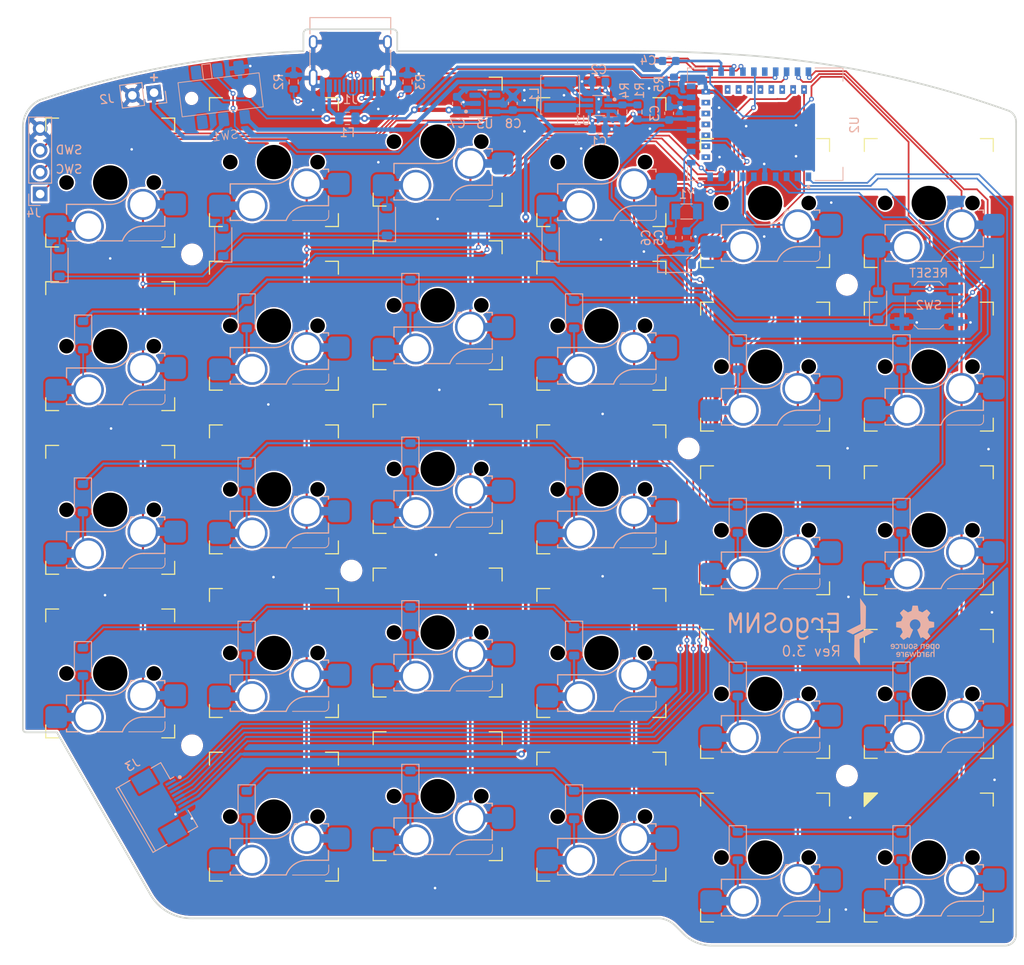
<source format=kicad_pcb>
(kicad_pcb (version 20221018) (generator pcbnew)
  (title_block (title "ErgoSNM Keyboard - Right") (rev "3.0") (company "SideraKB") (comment 1 "MIT License (Open source hardware)") (comment 2 "https://github.com/ziteh/ergo-snm-keyboard"))
  (layers (0 "F.Cu" signal) (31 "B.Cu" signal) (34 "B.Paste" user) (35 "F.Paste" user) (36 "B.SilkS" user "B.Silkscreen") (37 "F.SilkS" user "F.Silkscreen") (38 "B.Mask" user) (39 "F.Mask" user) (44 "Edge.Cuts" user))
  (net 0 "")
  (net 1 "+5V")
  (net 2 "GND")
  (net 3 "ROW_0")
  (net 4 "ROW_1")
  (net 5 "ROW_2")
  (net 6 "ROW_3")
  (net 7 "ROW_4")
  (net 8 "COL_5")
  (net 9 "COL_0")
  (net 10 "COL_1")
  (net 11 "COL_2")
  (net 12 "COL_3")
  (net 13 "COL_4")
  (net 14 "VDD")
  (net 15 "Net-(D1-A)")
  (net 16 "Net-(D2-A)")
  (net 17 "Net-(D3-A)")
  (net 18 "Net-(D4-A)")
  (net 19 "Net-(D5-A)")
  (net 20 "Net-(D6-A)")
  (net 21 "Net-(D7-A)")
  (net 22 "Net-(D8-A)")
  (net 23 "Net-(D9-A)")
  (net 24 "Net-(D10-A)")
  (net 25 "Net-(D11-A)")
  (net 26 "Net-(D12-A)")
  (net 27 "Net-(D13-A)")
  (net 28 "Net-(D14-A)")
  (net 29 "Net-(D15-A)")
  (net 30 "Net-(D16-A)")
  (net 31 "Net-(D17-A)")
  (net 32 "Net-(D18-A)")
  (net 33 "Net-(D19-A)")
  (net 34 "Net-(D20-A)")
  (net 35 "Net-(D21-A)")
  (net 36 "Net-(D22-A)")
  (net 37 "Net-(D23-A)")
  (net 38 "Net-(D24-A)")
  (net 39 "Net-(D25-A)")
  (net 40 "Net-(D26-A)")
  (net 41 "Net-(D27-A)")
  (net 42 "Net-(D28-A)")
  (net 43 "Net-(D29-A)")
  (net 44 "PMW3360_Motion")
  (net 45 "PMW3360_SPI_SCLK")
  (net 46 "PMW3360_SPI_MOSI")
  (net 47 "PMW3360_SPI_MISO")
  (net 48 "PMW3360_SPI_CS")
  (net 49 "SWD")
  (net 50 "SWC")
  (net 51 "Debug_UART_Tx")
  (net 52 "Debug_UART_Rx")
  (net 53 "QMK_UART_Rx")
  (net 54 "QMK_UART_Tx")
  (net 55 "Encoder_B")
  (net 56 "Encoder_A")
  (net 57 "~{RESET}")
  (net 58 "COL_6")
  (net 59 "/mcu/DCCH")
  (net 60 "+BATT")
  (net 61 "VBUS")
  (net 62 "USB_D+")
  (net 63 "USB_D-")
  (net 64 "Net-(U1-FB)")
  (net 65 "Net-(U1-L)")
  (net 66 "Net-(U2-P0.00{slash}XL1)")
  (net 67 "Net-(U2-P0.01{slash}XL2)")
  (net 69 "Net-(J1-CC2)")
  (net 71 "Net-(J1-CC1)")
  (net 72 "Net-(J2-Pin_1)")
  (net 81 "Net-(SW1B-B)")
  (footprint "key-switches:SW_MX_HotSwap_PTH" (layer "F.Cu") (at 122.8725 65.8812)
    (fp_text reference "KEY10" hide)
    (fp_text value "SW_Push_45deg" hide)
  )
  (footprint "key-switches:SW_MX_HotSwap_PTH" (layer "F.Cu") (at 103.8225 106.3625)
    (fp_text reference "KEY23" hide)
    (fp_text value "SW_Push_45deg" hide)
  )
  (footprint "MountingHole:MountingHole_2.2mm_M2" (layer "F.Cu") (at 94.2975 117.1127)
    (fp_text reference "H6" hide)
    (fp_text value "MountingHole" hide)
  )
  (footprint "key-switches:SW_MX_HotSwap_PTH" (layer "F.Cu") (at 160.9725 92.075)
    (fp_text reference "KEY14" hide)
    (fp_text value "SW_Push_45deg" hide)
  )
  (footprint "key-switches:SW_MX_HotSwap_PTH" (layer "F.Cu") (at 160.9725 73.025)
    (fp_text reference "KEY8" hide)
    (fp_text value "SW_Push_45deg" hide)
  )
  (footprint "key-switches:SW_MX_HotSwap_PTH" (layer "F.Cu") (at 141.9225 125.4125)
    (fp_text reference "KEY27" hide)
    (fp_text value "SW_Push_45deg" hide)
  )
  (footprint "key-switches:SW_MX_HotSwap_PTH" (layer "F.Cu") (at 122.8725 103.9812)
    (fp_text reference "KEY22" hide)
    (fp_text value "SW_Push_45deg" hide)
  )
  (footprint "key-switches:SW_MX_HotSwap_PTH" (layer "F.Cu") (at 103.8225 68.2625)
    (fp_text reference "KEY11" hide)
    (fp_text value "SW_Push_45deg" hide)
  )
  (footprint "key-switches:SW_MX_HotSwap_PTH" (layer "F.Cu") (at 180.0225 73.025)
    (fp_text reference "KEY7" hide)
    (fp_text value "SW_Push_45deg" hide)
  )
  (footprint "key-switches:SW_MX_HotSwap_PTH" (layer "F.Cu") (at 141.9225 106.3625)
    (fp_text reference "KEY21" hide)
    (fp_text value "SW_Push_45deg" hide)
  )
  (footprint "key-switches:SW_MX_HotSwap_PTH" (layer "F.Cu") (at 141.9225 68.2625)
    (fp_text reference "KEY9" hide)
    (fp_text value "SW_Push_45deg" hide)
  )
  (footprint "key-switches:SW_MX_HotSwap_PTH" (layer "F.Cu") (at 160.9725 111.125)
    (fp_text reference "KEY20" hide)
    (fp_text value "SW_Push_45deg" hide)
  )
  (footprint "key-switches:SW_MX_HotSwap_PTH" (layer "F.Cu") (at 180.0225 130.175)
    (fp_text reference "KEY25" hide)
    (fp_text value "SW_Push_45deg" hide)
  )
  (footprint "key-switches:SW_MX_HotSwap_PTH" (layer "F.Cu") (at 141.9225 49.2125)
    (fp_text reference "KEY3" hide)
    (fp_text value "SW_Push_45deg" hide)
  )
  (footprint "MountingHole:MountingHole_2.2mm_M2" (layer "F.Cu") (at 94.2975 59.9627)
    (fp_text reference "H5" hide)
    (fp_text value "MountingHole" hide)
  )
  (footprint "MountingHole:MountingHole_2.2mm_M2" (layer "F.Cu") (at 152.0825 82.55)
    (fp_text reference "H1" hide)
    (fp_text value "MountingHole" hide)
  )
  (footprint "key-switches:SW_MX_HotSwap_PTH" (layer "F.Cu") (at 122.8725 123.0312)
    (fp_text reference "KEY28" hide)
    (fp_text value "SW_Push_45deg" hide)
  )
  (footprint "key-switches:SW_MX_HotSwap_PTH" (layer "F.Cu") (at 103.8225 125.4125)
    (fp_text reference "KEY29" hide)
    (fp_text value "SW_Push_45deg" hide)
  )
  (footprint "key-switches:SW_MX_HotSwap_PTH" (layer "F.Cu") (at 180.0225 53.975)
    (fp_text reference "KEY1" hide)
    (fp_text value "SW_Push_45deg" hide)
  )
  (footprint "key-switches:SW_MX_HotSwap_PTH" (layer "F.Cu") (at 122.8725 84.9312)
    (fp_text reference "KEY16" hide)
    (fp_text value "SW_Push_45deg" hide)
  )
  (footprint "key-switches:SW_MX_HotSwap_PTH" (layer "F.Cu") (at 180.0225 111.125)
    (fp_text reference "KEY19" hide)
    (fp_text value "SW_Push_45deg" hide)
  )
  (footprint "key-switches:SW_MX_HotSwap_PTH" (layer "F.Cu") (at 84.7725 51.5937)
    (fp_text reference "KEY6" hide)
    (fp_text value "SW_Push_45deg" hide)
  )
  (footprint "MountingHole:MountingHole_2.2mm_M2" (layer "F.Cu") (at 170.4975 63.5)
    (fp_text reference "H4" hide)
    (fp_text value "MountingHole" hide)
  )
  (footprint "key-switches:SW_MX_HotSwap_PTH" (layer "F.Cu") (at 103.8225 49.2125)
    (fp_text reference "KEY5" hide)
    (fp_text value "SW_Push_45deg" hide)
  )
  (footprint "key-switches:SW_MX_HotSwap_PTH" (layer "F.Cu") (at 122.8725 46.8312)
    (fp_text reference "KEY4" hide)
    (fp_text value "SW_Push_45deg" hide)
  )
  (footprint "key-switches:SW_MX_HotSwap_PTH" (layer "F.Cu") (at 84.7725 89.6937)
    (fp_text reference "KEY18" hide)
    (fp_text value "SW_Push_45deg" hide)
  )
  (footprint "key-switches:SW_MX_HotSwap_PTH" (layer "F.Cu") (at 141.9225 87.3125)
    (fp_text reference "KEY15" hide)
    (fp_text value "SW_Push_45deg" hide)
  )
  (footprint "MountingHole:MountingHole_2.2mm_M2" (layer "F.Cu") (at 112.8395 96.7745)
    (fp_text reference "H3" hide)
    (fp_text value "MountingHole" hide)
  )
  (footprint "key-switches:SW_MX_HotSwap_PTH" (layer "F.Cu") (at 160.9725 53.975)
    (fp_text reference "KEY2" hide)
    (fp_text value "SW_Push_45deg" hide)
  )
  (footprint "key-switches:SW_MX_HotSwap_PTH" (layer "F.Cu") (at 84.7725 70.6437)
    (fp_text reference "KEY12" hide)
    (fp_text value "SW_Push_45deg" hide)
  )
  (footprint "key-switches:SW_MX_HotSwap_PTH" (layer "F.Cu") (at 103.8225 87.3125)
    (fp_text reference "KEY17" hide)
    (fp_text value "SW_Push_45deg" hide)
  )
  (footprint "key-switches:SW_MX_HotSwap_PTH" (layer "F.Cu") (at 84.7725 108.7437)
    (fp_text reference "KEY24" hide)
    (fp_text value "SW_Push_45deg" hide)
  )
  (footprint "key-switches:SW_MX_HotSwap_PTH" (layer "F.Cu") (at 160.9725 130.175)
    (fp_text reference "KEY26" hide)
    (fp_text value "SW_Push_45deg" hide)
  )
  (footprint "MountingHole:MountingHole_2.2mm_M2" (layer "F.Cu") (at 170.4975 120.65)
    (fp_text reference "H2" hide)
    (fp_text value "MountingHole" hide)
  )
  (footprint "key-switches:SW_MX_HotSwap_PTH" (layer "F.Cu") (at 180.0225 92.075)
    (fp_text reference "KEY13" hide)
    (fp_text value "SW_Push_45deg" hide)
  )
  (footprint "Diode_SMD:D_SOD-123" (layer "B.Cu") (at 97.9212 58.4983 90)
    (fp_text reference "D5" hide)
    (fp_text value "1N4148")
  )
  (footprint "Resistor_SMD:R_0603_1608Metric" (layer "B.Cu") (at 146.1212 43.3796 90)
    (fp_text reference "R1")
    (fp_text value "1.2M")
  )
  (footprint "Diode_SMD:D_SOD-123" (layer "B.Cu") (at 150.8252 61.0616)
    (fp_text reference "D2" hide)
    (fp_text value "1N4148")
  )
  (footprint "Diode_SMD:D_SOD-123" (layer "B.Cu") (at 157.7973 128.8296 -90)
    (fp_text reference "D26" hide)
    (fp_text value "1N4148")
  )
  (footprint "Capacitor_SMD:C_0603_1608Metric" (layer "B.Cu") (at 151.8412 58.0136 -90)
    (fp_text reference "C5")
    (fp_text value "12pF")
  )
  (footprint "Connector_USB:USB_C_Receptacle_HRO_TYPE-C-31-M-12" (layer "B.Cu") (at 112.7125 36.2902)
    (fp_text reference "J1")
    (fp_text value "USB_C_Receptacle_USB2.0")
  )
  (footprint "Inductor_SMD:L_Changjiang_FNR4030S" (layer "B.Cu") (at 137.1212 41.3796 -90)
    (fp_text reference "L1")
    (fp_text value "4.7uH")
  )
  (footprint "Diode_SMD:D_SOD-123" (layer "B.Cu") (at 138.7473 124.0671 -90)
    (fp_text reference "D27" hide)
    (fp_text value "1N4148")
  )
  (footprint "Resistor_SMD:R_0603_1608Metric" (layer "B.Cu") (at 119.3712 39.8796 90)
    (fp_text reference "R3")
    (fp_text value "5.1k")
  )
  (footprint "Diode_SMD:D_SOD-123" (layer "B.Cu") (at 138.7473 105.0171 -90)
    (fp_text reference "D21" hide)
    (fp_text value "1N4148")
  )
  (footprint "Diode_SMD:D_SOD-123" (layer "B.Cu") (at 176.8473 90.7296 -90)
    (fp_text reference "D13" hide)
    (fp_text value "1N4148")
  )
  (footprint "Button_Switch_SMD:SW_SPST_TL3342" (layer "B.Cu") (at 180.0225 65.8812)
    (fp_text reference "SW2")
    (fp_text value "RESET")
  )
  (footprint "Capacitor_SMD:C_0603_1608Metric" (layer "B.Cu") (at 149.8092 37.4396 180)
    (fp_text reference "C4")
    (fp_text value "10uF")
  )
  (footprint "Diode_SMD:D_SOD-123" (layer "B.Cu") (at 119.6973 64.5358 -90)
    (fp_text reference "D10" hide)
    (fp_text value "1N4148")
  )
  (footprint "Package_TO_SOT_SMD:Texas_R-PDSO-G6" (layer "B.Cu") (at 141.6212 42.6296 180)
    (fp_text reference "U1")
    (fp_text value "TPS61220DCK")
  )
  (footprint "Package_TO_SOT_SMD:SOT-23-5" (layer "B.Cu") (at 128.3712 42.3796)
    (fp_text reference "U3")
    (fp_text value "RT9013-33GB")
  )
  (footprint "Connector_PinHeader_2.54mm:PinHeader_1x04_P2.54mm_Vertical" (layer "B.Cu") (at 76.6212 52.9296)
    (fp_text reference "J4")
    (fp_text value "Conn_01x04")
  )
  (footprint "Diode_SMD:D_SOD-123" (layer "B.Cu") (at 81.6212 69.3796 -90)
    (fp_text reference "D12" hide)
    (fp_text value "1N4148")
  )
  (footprint "ErgoSNM_Keyboard:MSKT-22D14-T" (layer "B.Cu") (at 97.6212 41.3796 7)
    (fp_text reference "SW1")
    (fp_text value "SW_DPDT_x2" hide)
  )
  (footprint "Diode_SMD:D_SOD-123" (layer "B.Cu") (at 116.9714 56.1171 90)
    (fp_text reference "D4" hide)
    (fp_text value "1N4148")
  )
  (footprint "Connector_PinHeader_2.54mm:PinHeader_1x02_P2.54mm_Vertical" (layer "B.Cu") (at 89.8712 41.1296 97)
    (fp_text reference "J2")
    (fp_text value "Conn_01x02")
  )
  (footprint "Diode_SMD:D_SOD-123" (layer "B.Cu") (at 157.7973 71.6796 -90)
    (fp_text reference "D8" hide)
    (fp_text value "1N4148")
  )
  (footprint "Capacitor_SMD:C_0603_1608Metric" (layer "B.Cu") (at 150.0632 58.0136 90)
    (fp_text reference "C6")
    (fp_text value "12pF")
  )
  (footprint "Diode_SMD:D_SOD-123" (layer "B.Cu") (at 138.7473 85.9671 -90)
    (fp_text reference "D15" hide)
    (fp_text value "1N4148")
  )
  (footprint "Crystal:Crystal_SMD_3215-2Pin_3.2x1.5mm" (layer "B.Cu") (at 151.8412 54.9656 180)
    (fp_text reference "Y1")
    (fp_text value "32.768kHz")
  )
  (footprint "Capacitor_SMD:C_0603_1608Metric" (layer "B.Cu") (at 125.1212 42.3796 90)
    (fp_text reference "C7")
    (fp_text value "1uF")
  )
  (footprint "Diode_SMD:D_SOD-123" (layer "B.Cu") (at 81.5973 107.3983 -90)
    (fp_text reference "D24" hide)
    (fp_text value "1N4148")
  )
  (footprint "Diode_SMD:D_SOD-123" (layer "B.Cu") (at 100.6473 105.017 -90)
    (fp_text reference "D23" hide)
    (fp_text value "1N4148")
  )
  (footprint "Capacitor_SMD:C_0603_1608Metric" (layer "B.Cu") (at 131.6212 42.3796 90)
    (fp_text reference "C8")
    (fp_text value "1uF")
  )
  (footprint "Diode_SMD:D_SOD-123" (layer "B.Cu") (at 157.7973 109.7796 -90)
    (fp_text reference "D20" hide)
    (fp_text value "1N4148")
  )
  (footprint "Diode_SMD:D_SOD-123" (layer "B.Cu") (at 157.7973 90.7296 -90)
    (fp_text reference "D14" hide)
    (fp_text value "1N4148")
  )
  (footprint "ErgoSNM_Keyboard:E73-2G4M08S1C-52840" (layer "B.Cu") (at 160.9852 44.8056)
    (fp_text reference "U2")
    (fp_text value "E73-2G4M08S1C")
  )
  (footprint "Diode_SMD:D_SOD-123" (layer "B.Cu") (at 138.7473 66.9171 -90)
    (fp_text reference "D9" hide)
    (fp_text value "1N4148")
  )
  (footprint "Diode_SMD:D_SOD-123" (layer "B.Cu") (at 119.6973 102.6358 -90)
    (fp_text reference "D22" hide)
    (fp_text value "1N4148")
  )
  (footprint "Diode_SMD:D_SOD-123" (layer "B.Cu") (at 174.1212 65.8796 90)
    (fp_text reference "D1" hide)
    (fp_text value "1N4148")
  )
  (footprint "Diode_SMD:D_SOD-123" (layer "B.Cu") (at 119.6973 83.5858 -90)
    (fp_text reference "D16" hide)
    (fp_text value "1N4148")
  )
  (footprint "Resistor_SMD:R_0603_1608Metric" (layer "B.Cu") (at 150.3712 40.1296 90)
    (fp_text reference "R5")
    (fp_text value "10k")
  )
  (footprint "Diode_SMD:D_SOD-123" (layer "B.Cu") (at 78.8712 60.8796 90)
    (fp_text reference "D6" hide)
    (fp_text value "1N4148")
  )
  (footprint "Diode_SMD:D_SOD-123" (layer "B.Cu") (at 176.8473 109.7796 -90)
    (fp_text reference "D19" hide)
    (fp_text value "1N4148")
  )
  (footprint "ErgoSNM_Keyboard:FPC_8P_0.5mm_AFC01-S08FCA-00" (layer "B.Cu") (at 90.0712 124.4296 -60)
    (fp_text reference "J3")
    (fp_text value "Conn_01x08")
  )
  (footprint "Diode_SMD:D_SOD-123" (layer "B.Cu") (at 100.6473 85.967 -90)
    (fp_text reference "D17" hide)
    (fp_text value "1N4148")
  )
  (footprint "Diode_SMD:D_SOD-123" (layer "B.Cu") (at 100.6473 66.917 -90)
    (fp_text reference "D11" hide)
    (fp_text value "1N4148")
  )
  (footprint "Capacitor_SMD:C_0603_1608Metric" (layer "B.Cu") (at 141.6212 45.3796)
    (fp_text reference "C1")
    (fp_text value "10uF")
  )
  (footprint "Diode_SMD:D_SOD-123" (layer "B.Cu") (at 119.6973 121.6858 -90)
    (fp_text reference "D28" hide)
    (fp_text value "1N4148")
  )
  (footprint "Diode_SMD:D_SOD-123" (layer "B.Cu") (at 176.8473 128.8296 -90)
    (fp_text reference "D25" hide)
    (fp_text value "1N4148")
  )
  (footprint "Capacitor_SMD:C_0603_1608Metric" (layer "B.Cu") (at 141.6212 39.8796 180)
    (fp_text reference "C2")
    (fp_text value "10uF")
  )
  (footprint "Diode_SMD:D_SOD-123" (layer "B.Cu") (at 176.8473 71.6796 -90)
    (fp_text reference "D7" hide)
    (fp_text value "1N4148")
  )
  (footprint "Fuse:Fuse_0805_2012Metric" (layer "B.Cu") (at 112.3712 44.1296)
    (fp_text reference "F1")
    (fp_text value "500mA, 6V")
  )
  (footprint "Diode_SMD:D_SOD-123" (layer "B.Cu") (at 100.6473 124.067 -90)
    (fp_text reference "D29" hide)
    (fp_text value "1N4148")
  )
  (footprint "Capacitor_SMD:C_0603_1608Metric" (layer "B.Cu") (at 149.8092 43.5356 90)
    (fp_text reference "C3")
    (fp_text value "10uF")
  )
  (footprint "Resistor_SMD:R_0603_1608Metric" (layer "B.Cu") (at 144.3712 43.3796 -90)
    (fp_text reference "R4")
    (fp_text value "220k")
  )
  (footprint "Resistor_SMD:R_0603_1608Metric" (layer "B.Cu") (at 106.1212 39.8796 90)
    (fp_text reference "R2")
    (fp_text value "5.1k")
  )
  (footprint "Diode_SMD:D_SOD-123" (layer "B.Cu") (at 81.5975 88.3483 -90)
    (fp_text reference "D18" hide)
    (fp_text value "1N4148")
  )
  (footprint "Diode_SMD:D_SOD-123" (layer "B.Cu") (at 136.0212 58.4984 90)
    (fp_text reference "D3" hide)
    (fp_text value "1N4148")
  )
  (gr_poly (pts (xy 178.645507 106.827258) (xy 178.764966 106.827258) (xy 178.764966 106.76518) (xy 178.772196 106.772703) (xy 178.77982 106.779905) (xy 178.787822 106.786763) (xy 178.796186 106.793253) (xy 178.804892 106.799355) (xy 178.813926 106.805044) (xy 178.823268 106.810298) (xy 178.832902 106.815095) (xy 178.842811 106.819412) (xy 178.852978 106.823227) (xy 178.863385 106.826517) (xy 178.874016 106.82926) (xy 178.884852 106.831432) (xy 178.895877 106.833011) (xy 178.907074 106.833976) (xy 178.918425 106.834302) (xy 178.925175 106.834207) (xy 178.931809 106.833923) (xy 178.938327 106.833454) (xy 178.944728 106.832805) (xy 178.951013 106.83198) (xy 178.957183 106.830981) (xy 178.963237 106.829813) (xy 178.969176 106.82848) (xy 178.974999 106.826986) (xy 178.980708 106.825334) (xy 178.986303 106.823529) (xy 178.991782 106.821574) (xy 178.997148 106.819473) (xy 179.0024 106.81723) (xy 179.012563 106.812333) (xy 179.022272 106.806915) (xy 179.031531 106.801006) (xy 179.040339 106.794638) (xy 179.048701 106.78784) (xy 179.056616 106.780644) (xy 179.064087 106.773081) (xy 179.071116 106.765182) (xy 179.077704 106.756978) (xy 179.083584 106.749085) (xy 179.088936 106.741113) (xy 179.093779 106.732898) (xy 179.098134 106.724276) (xy 179.102022 106.715086) (xy 179.105464 106.705163) (xy 179.10848 106.694345) (xy 179.111091 106.682469) (xy 179.113318 106.669371) (xy 179.11518 106.654889) (xy 179.1167 106.63886) (xy 179.117897 106.621121) (xy 179.119406 106.579859) (xy 179.119872 106.5298) (xy 179.000413 106.5298) (xy 179.000319 106.547122) (xy 178.999941 106.564309) (xy 178.999131 106.581224) (xy 178.997741 106.597733) (xy 178.995623 106.6137) (xy 178.994246 106.621438) (xy 178.992631 106.62899) (xy 178.99076 106.636338) (xy 178.988615 106.643466) (xy 178.986178 106.650357) (xy 178.98343 106.656994) (xy 178.980352 106.66336) (xy 178.976926 106.669438) (xy 178.973135 106.675211) (xy 178.968958 106.680662) (xy 178.964378 106.685775) (xy 178.959376 106.690532) (xy 178.953935 106.694916) (xy 178.948034 106.69891) (xy 178.941657 106.702498) (xy 178.934784 106.705663) (xy 178.927398 106.708387) (xy 178.919479 106.710654) (xy 178.911009 106.712447) (xy 178.90197 106.713748) (xy 178.892344 106.714541) (xy 178.882111 106.71481) (xy 178.871983 106.714525) (xy 178.862455 106.713684) (xy 178.853508 106.712308) (xy 178.845125 106.710415) (xy 178.837286 106.708028) (xy 178.829974 106.705164) (xy 178.82317 106.701846) (xy 178.816856 106.698092) (xy 178.811015 106.693923) (xy 178.805627 106.689359) (xy 178.800674 106.684421) (xy 178.796139 106.679128) (xy 178.792002 106.6735) (xy 178.788247 106.667558) (xy 178.784854 106.661322) (xy 178.781805 106.654811) (xy 178.779082 106.648047) (xy 178.776667 106.641049) (xy 178.772688 106.626432) (xy 178.76972 106.611121) (xy 178.76762 106.595278) (xy 178.76624 106.579063) (xy 178.765435 106.562638) (xy 178.764966 106.5298) (xy 178.765059 106.51364) (xy 178.765435 106.497339) (xy 178.76624 106.481062) (xy 178.76762 106.464971) (xy 178.76972 106.44923) (xy 178.771087 106.441541) (xy 178.772688 106.434001) (xy 178.774542 106.42663) (xy 178.776667 106.419449) (xy 178.779082 106.412477) (xy 178.781805 106.405735) (xy 178.784854 106.399244) (xy 178.788247 106.393024) (xy 178.792002 106.387095) (xy 178.796139 106.381478) (xy 178.800674 106.376193) (xy 178.805627 106.371261) (xy 178.811015 106.366702) (xy 178.816856 106.362536) (xy 178.82317 106.358784) (xy 178.829974 106.355465) (xy 178.837286 106.352602) (xy 178.845125 106.350213) (xy 178.853508 106.34832) (xy 178.862455 106.346942) (xy 178.871983 106.3461) (xy 178.882111 106.345815) (xy 178.892344 106.346084) (xy 178.90197 106.346877) (xy 178.911009 106.348179) (xy 178.919479 106.349972) (xy 178.927398 106.352238) (xy 178.934784 106.354961) (xy 178.941657 106.358123) (xy 178.948034 106.361708) (xy 178.953935 106.365698) (xy 178.959376 106.370075) (xy 178.964378 106.374824) (xy 178.968958 106.379926) (xy 178.973135 106.385365) (xy 178.976926 106.391122) (xy 178.980352 106.397182) (xy 178.98343 106.403527) (xy 178.986178 106.41014) (xy 178.988615 106.417004) (xy 178.992631 106.431414) (xy 178.995623 106.446621) (xy 178.997741 106.462487) (xy 178.999131 106.478876) (xy 178.999941 106.495649) (xy 179.000413 106.5298) (xy 179.119872 106.5298) (xy 179.119759 106.50377) (xy 179.119406 106.480079) (xy 179.118792 106.458567) (xy 179.117897 106.439073) (xy 179.1167 106.421434) (xy 179.11518 106.405489) (xy 179.113318 106.391077) (xy 179.111091 106.378037) (xy 179.10848 106.366206) (xy 179.107024 106.360694) (xy 179.105464 106.355424) (xy 179.103797 106.350376) (xy 179.102022 106.34553) (xy 179.100135 106.340864) (xy 179.098134 106.336361) (xy 179.093778 106.327756) (xy 179.088936 106.319554) (xy 179.083584 106.311594) (xy 179.077704 106.303713) (xy 179.071116 106.295498) (xy 179.064087 106.287591) (xy 179.056616 106.280023) (xy 179.048701 106.272824) (xy 179.040339 106.266024) (xy 179.031531 106.259656) (xy 179.022272 106.253749) (xy 179.012563 106.248333) (xy 179.0024 106.24344) (xy 178.991782 106.2391) (xy 178.980708 106.235344) (xy 178.969176 106.232202) (xy 178.957183 106.229705) (xy 178.944728 106.227883) (xy 178.931809 106.226768) (xy 178.918425 106.226389) (xy 178.907151 106.226715) (xy 178.896166 106.227679) (xy 178.885456 106.229261) (xy 178.875006 106.231441) (xy 178.864804 106.234196) (xy 178.854836 106.237508) (xy 178.845087 106.241355) (xy 178.835544 106.245716) (xy 178.826193 106.250572) (xy 178.817021 106.255901) (xy 178.808014 106.261684) (xy 178.799158 106.267898) (xy 178.790438 106.274525) (xy 178.781843 106.281543) (xy 178.773357 106.288931) (xy 178.764966 106.296669) (xy 178.764966 105.993258) (xy 178.645507 105.993258)) (fill solid) (layer "B.SilkS"))
  (gr_poly (pts (xy 179.874382 106.226978) (xy 179.848629 106.22879) (xy 179.824108 106.231896) (xy 179.812335 106.233956) (xy 179.8009 106.236366) (xy 179.789813 106.239134) (xy 179.779084 106.24227) (xy 179.768724 106.245783) (xy 179.758743 106.24968) (xy 179.74915 106.25397) (xy 179.739956 106.258664) (xy 179.73117 106.263768) (xy 179.722804 106.269293) (xy 179.714866 106.275247) (xy 179.707368 106.281638) (xy 179.700318 106.288475) (xy 179.693728 106.295768) (xy 179.687607 106.303525) (xy 179.681965 106.311754) (xy 179.676813 106.320465) (xy 179.67216 106.329667) (xy 179.668017 106.339367) (xy 179.664394 106.349575) (xy 179.6613 106.3603) (xy 179.658747 106.371551) (xy 179.656743 106.383335) (xy 179.655299 106.395663) (xy 179.654425 106.408542) (xy 179.654132 106.421982) (xy 179.654132 106.827258) (xy 179.773624 106.827258) (xy 179.773624 106.77454) (xy 179.775972 106.77454) (xy 179.780778 106.781975) (xy 179.786003 106.788892) (xy 179.791683 106.795296) (xy 179.79785 106.801193) (xy 179.804539 106.806588) (xy 179.811785 106.811486) (xy 179.819621 106.815892) (xy 179.828083 106.819813) (xy 179.837204 106.823252) (xy 179.847018 106.826215) (xy 179.85756 106.828709) (xy 179.868864 106.830736) (xy 179.880965 106.832305) (xy 179.893896 106.833418) (xy 179.907691 106.834082) (xy 179.922386 106.834303) (xy 179.934633 106.834074) (xy 179.946553 106.833396) (xy 179.958142 106.832278) (xy 179.969396 106.830729) (xy 179.980311 106.82876) (xy 179.990883 106.82638) (xy 180.001108 106.8236) (xy 180.010982 106.820429) (xy 180.020501 106.816877) (xy 180.029661 106.812954) (xy 180.038457 106.80867) (xy 180.046886 106.804034) (xy 180.054943 106.799057) (xy 180.062625 106.793748) (xy 180.069927 106.788118) (xy 180.076845 106.782176) (xy 180.083376 106.775931) (xy 180.089514 106.769395) (xy 180.095257 106.762576) (xy 180.1006 106.755485) (xy 180.105539 106.748131) (xy 180.11007 106.740525) (xy 180.114188 106.732675) (xy 180.117891 106.724593) (xy 180.121173 106.716288) (xy 180.12403 106.707769) (xy 180.126459 106.699047) (xy 180.128456 106.690132) (xy 180.130016 106.681033) (xy 180.131135 106.67176) (xy 180.13181 106.662323) (xy 180.132035 106.652733) (xy 180.131908 106.646878) (xy 180.019621 106.646878) (xy 180.019245 106.654276) (xy 180.018103 106.661521) (xy 180.016167 106.668568) (xy 180.013412 106.675373) (xy 180.01172 106.67867) (xy 180.009813 106.68189) (xy 180.007689 106.685027) (xy 180.005344 106.688075) (xy 180.002775 106.691029) (xy 179.999978 106.693883) (xy 179.996952 106.696632) (xy 179.993691 106.69927) (xy 179.990194 106.701791) (xy 179.986457 106.70419) (xy 179.982477 106.706461) (xy 179.97825 106.7086) (xy 179.973774 106.710599) (xy 179.969045 106.712453) (xy 179.96406 106.714158) (xy 179.958815 106.715707) (xy 179.947535 106.718315) (xy 179.93518 106.720233) (xy 179.921723 106.721417) (xy 179.90714 106.721821) (xy 179.889235 106.721681) (xy 179.872821 106.721189) (xy 179.857852 106.720241) (xy 179.84428 106.718732) (xy 179.838005 106.717734) (xy 179.832061 106.716557) (xy 179.826444 106.715187) (xy 179.821147 106.713612) (xy 179.816165 106.711818) (xy 179.811493 106.709792) (xy 179.807123 106.70752) (xy 179.803051 106.704991) (xy 179.79927 106.702191) (xy 179.795776 106.699106) (xy 179.792561 106.695724) (xy 179.789621 106.692031) (xy 179.786949 106.688015) (xy 179.78454 106.683662) (xy 179.782388 106.678959) (xy 179.780487 106.673894) (xy 179.778831 106.668452) (xy 179.777415 106.662621) (xy 179.776233 106.656388) (xy 179.775278 106.64974) (xy 179.774546 106.642664) (xy 179.77403 106.635146) (xy 179.773725 106.627173) (xy 179.773624 106.618733) (xy 179.773624 106.575374) (xy 179.916499 106.575374) (xy 179.922981 106.575456) (xy 179.929245 106.575701) (xy 179.93529 106.576106) (xy 179.941118 106.576668) (xy 179.94673 106.577386) (xy 179.952126 106.578257) (xy 179.957307 106.579279) (xy 179.962275 106.580449) (xy 179.96703 106.581766) (xy 179.971573 106.583225) (xy 179.975905 106.584826) (xy 179.980027 106.586566) (xy 179.983939 106.588442) (xy 179.987642 106.590453) (xy 179.991138 106.592595) (xy 179.994427 106.594867) (xy 179.99751 106.597265) (xy 180.000388 106.599788) (xy 180.003062 106.602434) (xy 180.005532 106.6052) (xy 180.0078 106.608083) (xy 180.009865 106.611081) (xy 180.011731 106.614192) (xy 180.013396 106.617413) (xy 180.014862 106.620743) (xy 180.016129 106.624178) (xy 180.0172 106.627717) (xy 180.018074 106.631357) (xy 180.018752 106.635095) (xy 180.019235 106.63893) (xy 180.019524 106.642858) (xy 180.019621 106.646878) (xy 180.131908 106.646878) (xy 180.131843 106.643883) (xy 180.131268 106.635128) (xy 180.130309 106.626479) (xy 180.128968 106.617949) (xy 180.127245 106.60955) (xy 180.125142 106.601294) (xy 180.122657 106.593193) (xy 180.119793 106.58526) (xy 180.11655 106.577508) (xy 180.112928 106.569947) (xy 180.108929 106.562591) (xy 180.104552 106.555451) (xy 180.099799 106.54854) (xy 180.09467 106.541871) (xy 180.089165 106.535455) (xy 180.083286 106.529304) (xy 180.077033 106.523431) (xy 180.070406 106.517849) (xy 180.063407 106.512569) (xy 180.056036 106.507603) (xy 180.048293 106.502965) (xy 180.040179 106.498665) (xy 180.031695 106.494717) (xy 180.022842 106.491133) (xy 180.01362 106.487924) (xy 180.00403 106.485103) (xy 179.994072 106.482683) (xy 179.983747 106.480676) (xy 179.973055 106.479093) (xy 179.961999 106.477947) (xy 179.950577 106.477251) (xy 179.93879 106.477016) (xy 179.773624 106.477016) (xy 179.773624 106.414938) (xy 179.774053 106.404823) (xy 179.774592 106.400076) (xy 179.775352 106.395533) (xy 179.776333 106.391189) (xy 179.777539 106.387043) (xy 179.778972 106.383092) (xy 179.780634 106.379332) (xy 179.782528 106.37576) (xy 179.784656 106.372374) (xy 179.78702 106.36917) (xy 179.789623 106.366145) (xy 179.792467 106.363297) (xy 179.795554 106.360623) (xy 179.798887 106.358119) (xy 179.802468 106.355783) (xy 179.8063 106.353612) (xy 179.810384 106.351602) (xy 179.819321 106.348055) (xy 179.829297 106.345119) (xy 179.840332 106.34277) (xy 179.852444 106.340985) (xy 179.865652 106.339739) (xy 179.879975 106.339009) (xy 179.895432 106.338771) (xy 179.906693 106.338912) (xy 179.917223 106.339343) (xy 179.927056 106.340081) (xy 179.936228 106.341141) (xy 179.940578 106.341797) (xy 179.944777 106.342538) (xy 179.948828 106.343368) (xy 179.952736 106.344288) (xy 179.956507 106.345299) (xy 179.960144 106.346404) (xy 179.963652 106.347605) (xy 179.967035 106.348904) (xy 179.970298 106.350302) (xy 179.973445 106.351801) (xy 179.976481 106.353404) (xy 179.979411 106.355112) (xy 179.982238 106.356927) (xy 179.984967 106.358852) (xy 179.987604 106.360887) (xy 179.990152 106.363035) (xy 179.992615 106.365298) (xy 179.994999 106.367677) (xy 179.997308 106.370175) (xy 179.999546 106.372794) (xy 180.001717 106.375535) (xy 180.003827 106.3784) (xy 180.00588 106.381392) (xy 180.00788 106.384511) (xy 180.101575 106.313073) (xy 180.092777 106.301668) (xy 180.083507 106.291174) (xy 180.073761 106.281567) (xy 180.063532 106.272824) (xy 180.052815 106.264918) (xy 180.041606 106.257828) (xy 180.0299 106.251527) (xy 180.01769 106.245993) (xy 180.004972 106.241201) (xy 179.991741 106.237126) (xy 179.977992 106.233744) (xy 179.963719 106.231032) (xy 179.948917 106.228964) (xy 179.933581 106.227517) (xy 179.917705 106.226667) (xy 179.901286 106.226389)) (fill solid) (layer "B.SilkS"))
  (gr_poly (pts (xy 178.341468 106.649226) (xy 178.33912 106.649226) (xy 178.204447 106.233433) (xy 178.117762 106.233433) (xy 177.98309 106.649226) (xy 177.980675 106.649226) (xy 177.867136 106.233433) (xy 177.740599 106.233433) (xy 177.930305 106.827258) (xy 178.035775 106.827258) (xy 178.159931 106.411431) (xy 178.162279 106.411431) (xy 178.286434 106.827258) (xy 178.391838 106.827258) (xy 178.581577 106.233433) (xy 178.455106 106.233433)) (fill solid) (layer "B.SilkS"))
  (gr_poly (pts (xy 176.836842 106.226593) (xy 176.828122 106.227199) (xy 176.819579 106.228195) (xy 176.811207 106.229572) (xy 176.802999 106.23132) (xy 176.794948 106.233428) (xy 176.787047 106.235886) (xy 176.779289 106.238684) (xy 176.771669 106.241811) (xy 176.764178 106.245257) (xy 176.756811 106.249013) (xy 176.749561 106.253066) (xy 176.74242 106.257409) (xy 176.735382 106.262029) (xy 176.728441 106.266917) (xy 176.721589 106.272063) (xy 176.808274 106.375151) (xy 176.813453 106.371339) (xy 176.818467 106.367823) (xy 176.823343 106.364596) (xy 176.828108 106.361652) (xy 176.832792 106.358983) (xy 176.83742 106.356582) (xy 176.842021 106.354443) (xy 176.846622 106.352559) (xy 176.851251 106.350922) (xy 176.855936 106.349525) (xy 176.860703 106.348363) (xy 176.865582 106.347428) (xy 176.870599 106.346712) (xy 176.875782 106.34621) (xy 176.881158 106.345913) (xy 176.886756 106.345816) (xy 176.897716 106.346259) (xy 176.908564 106.347598) (xy 176.919219 106.349851) (xy 176.929598 106.353034) (xy 176.934658 106.35498) (xy 176.939618 106.357165) (xy 176.944469 106.359591) (xy 176.949199 106.362261) (xy 176.953798 106.365175) (xy 176.958256 106.368337) (xy 176.962564 106.371749) (xy 176.96671 106.375412) (xy 176.970684 106.379329) (xy 176.974476 106.383502) (xy 176.978076 106.387932) (xy 176.981473 106.392623) (xy 176.984658 106.397576) (xy 176.98762 106.402794) (xy 176.990348 106.408278) (xy 176.992833 106.41403) (xy 176.995064 106.420053) (xy 176.997031 106.426349) (xy 176.998723 106.43292) (xy 177.000131 106.439768) (xy 177.001243 106.446895) (xy 177.002051 106.454303) (xy 177.002543 106.461994) (xy 177.002709 106.469971) (xy 177.002709 106.827258) (xy 177.122136 106.827258) (xy 177.122136 106.233433) (xy 177.002709 106.233433) (xy 177.002709 106.296669) (xy 177.000328 106.296669) (xy 176.993112 106.288162) (xy 176.985521 106.280204) (xy 176.977567 106.272793) (xy 176.969259 106.265931) (xy 176.960608 106.259617) (xy 176.951624 106.253852) (xy 176.942317 106.248635) (xy 176.932698 106.243967) (xy 176.922778 106.239848) (xy 176.912565 106.236278) (xy 176.902072 106.233257) (xy 176.891307 106.230785) (xy 176.880282 106.228862) (xy 176.869006 106.227488) (xy 176.857491 106.226664) (xy 176.845745 106.226389)) (fill solid) (layer "B.SilkS"))
  (gr_poly (pts (xy 181.028281 105.28849) (xy 181.019935 105.288831) (xy 181.011802 105.28939) (xy 181.00388 105.290158) (xy 180.996167 105.291128) (xy 180.988659 105.292292) (xy 180.981354 105.293642) (xy 180.974248 105.295169) (xy 180.96734 105.296867) (xy 180.960626 105.298726) (xy 180.954104 105.30074) (xy 180.94777 105.3029) (xy 180.941623 105.305198) (xy 180.935658 105.307626) (xy 180.929874 105.310176) (xy 180.924268 105.312841) (xy 180.913578 105.318481) (xy 180.903565 105.324484) (xy 180.894207 105.330785) (xy 180.885481 105.337321) (xy 180.877367 105.344028) (xy 180.869841 105.350843) (xy 180.862881 105.357702) (xy 180.856465 105.364542) (xy 180.848214 105.373992) (xy 180.840583 105.38353) (xy 180.833559 105.393275) (xy 180.827129 105.403341) (xy 180.821283 105.413847) (xy 180.816008 105.424909) (xy 180.811293 105.436643) (xy 180.807124 105.449167) (xy 180.803491 105.462597) (xy 180.800381 105.47705) (xy 180.797782 105.492642) (xy 180.795682 105.509491) (xy 180.79407 105.527713) (xy 180.792934 105.547425) (xy 180.79226 105.568744) (xy 180.792039 105.591786) (xy 180.79226 105.615021) (xy 180.792934 105.63651) (xy 180.79407 105.656371) (xy 180.795682 105.674722) (xy 180.797782 105.691682) (xy 180.800381 105.707368) (xy 180.803491 105.721899) (xy 180.807124 105.735393) (xy 180.811293 105.747968) (xy 180.816008 105.759742) (xy 180.821283 105.770834) (xy 180.827129 105.781361) (xy 180.833559 105.791442) (xy 180.840583 105.801194) (xy 180.848214 105.810737) (xy 180.856465 105.820188) (xy 180.862881 105.827027) (xy 180.869841 105.833884) (xy 180.877367 105.840695) (xy 180.885481 105.847398) (xy 180.894207 105.853929) (xy 180.903565 105.860224) (xy 180.913578 105.866221) (xy 180.924268 105.871855) (xy 180.935658 105.877064) (xy 180.94777 105.881784) (xy 180.960626 105.885952) (xy 180.974248 105.889504) (xy 180.988659 105.892377) (xy 181.00388 105.894508) (xy 181.019935 105.895832) (xy 181.036844 105.896288) (xy 181.04541 105.896173) (xy 181.05376 105.895832) (xy 181.061895 105.895275) (xy 181.069819 105.894508) (xy 181.077535 105.893539) (xy 181.085045 105.892377) (xy 181.092352 105.891029) (xy 181.09946 105.889504) (xy 181.10637 105.887809) (xy 181.113085 105.885952) (xy 181.119609 105.883941) (xy 181.125943 105.881784) (xy 181.132092 105.87949) (xy 181.138058 105.877065) (xy 181.143842 105.874517) (xy 181.149449 105.871856) (xy 181.160141 105.866221) (xy 181.170155 105.860225) (xy 181.179514 105.853929) (xy 181.18824 105.847398) (xy 181.196355 105.840695) (xy 181.203881 105.833884) (xy 181.210841 105.827027) (xy 181.217257 105.820188) (xy 181.225507 105.810737) (xy 181.233137 105.801195) (xy 181.24016 105.791444) (xy 181.246587 105.781365) (xy 181.252431 105.77084) (xy 181.257703 105.759751) (xy 181.262416 105.747978) (xy 181.266581 105.735405) (xy 181.270211 105.721913) (xy 181.273319 105.707382) (xy 181.275915 105.691696) (xy 181.278011 105.674736) (xy 181.279621 105.656383) (xy 181.280756 105.636519) (xy 181.281429 105.615026) (xy 181.28165 105.591786) (xy 181.162191 105.591786) (xy 181.162106 105.607315) (xy 181.161844 105.621465) (xy 181.161394 105.634341) (xy 181.160742 105.646048) (xy 181.159878 105.656691) (xy 181.158788 105.666375) (xy 181.157461 105.675203) (xy 181.155886 105.683282) (xy 181.15405 105.690716) (xy 181.151941 105.69761) (xy 181.149547 105.704069) (xy 181.146857 105.710197) (xy 181.143858 105.7161) (xy 181.140538 105.721882) (xy 181.136885 105.727648) (xy 181.132888 105.733504) (xy 181.129366 105.738051) (xy 181.125401 105.742441) (xy 181.121018 105.746654) (xy 181.116239 105.750673) (xy 181.111091 105.754478) (xy 181.105595 105.75805) (xy 181.099777 105.761372) (xy 181.093659 105.764423) (xy 181.087268 105.767185) (xy 181.080625 105.76964) (xy 181.073755 105.771769) (xy 181.066683 105.773552) (xy 181.059432 105.774972) (xy 181.052025 105.77601) (xy 181.044488 105.776646) (xy 181.036844 105.776862) (xy 181.029206 105.776646) (xy 181.021674 105.776008) (xy 181.014272 105.77497) (xy 181.007024 105.773548) (xy 180.999955 105.771762) (xy 180.993087 105.769631) (xy 180.986446 105.767174) (xy 180.980054 105.76441) (xy 180.973936 105.761358) (xy 180.968117 105.758036) (xy 180.962619 105.754463) (xy 180.957468 105.750659) (xy 180.952686 105.746642) (xy 180.948298 105.742431) (xy 180.944328 105.738045) (xy 180.942508 105.735793) (xy 180.940801 105.733504) (xy 180.936804 105.727649) (xy 180.933152 105.721884) (xy 180.929834 105.716108) (xy 180.926837 105.710215) (xy 180.924149 105.704104) (xy 180.921758 105.697671) (xy 180.919652 105.690813) (xy 180.917819 105.683427) (xy 180.916247 105.675409) (xy 180.914923 105.666657) (xy 180.913836 105.657067) (xy 180.912974 105.646537) (xy 180.912325 105.634962) (xy 180.911876 105.622241) (xy 180.911531 105.592944) (xy 180.911615 105.577414) (xy 180.911876 105.563262) (xy 180.912325 105.550383) (xy 180.912974 105.538672) (xy 180.913836 105.528025) (xy 180.914923 105.518338) (xy 180.916247 105.509505) (xy 180.917819 105.501423) (xy 180.919652 105.493986) (xy 180.921758 105.48709) (xy 180.924149 105.480631) (xy 180.926837 105.474504) (xy 180.929834 105.468605) (xy 180.933152 105.462828) (xy 180.936804 105.45707) (xy 180.940801 105.451226) (xy 180.944329 105.446678) (xy 180.948298 105.442289) (xy 180.952686 105.438075) (xy 180.957468 105.434056) (xy 180.962619 105.430251) (xy 180.968117 105.426679) (xy 180.973936 105.423358) (xy 180.980054 105.420307) (xy 180.986446 105.417544) (xy 180.993087 105.415089) (xy 180.999955 105.412961) (xy 181.007024 105.411177) (xy 181.014272 105.409757) (xy 181.021674 105.40872) (xy 181.029206 105.408083) (xy 181.036844 105.407867) (xy 181.044488 105.408084) (xy 181.052025 105.408721) (xy 181.059432 105.40976) (xy 181.066683 105.411182) (xy 181.073755 105.412967) (xy 181.080625 105.415098) (xy 181.087268 105.417555) (xy 181.093659 105.420319) (xy 181.099777 105.423372) (xy 181.105595 105.426694) (xy 181.111091 105.430266) (xy 181.116239 105.43407) (xy 181.121018 105.438087) (xy 181.125401 105.442298) (xy 181.129366 105.446684) (xy 181.131184 105.448937) (xy 181.132888 105.451226) (xy 181.136885 105.45707) (xy 181.140538 105.462826) (xy 181.143858 105.468597) (xy 181.146857 105.474486) (xy 181.149547 105.480596) (xy 181.151941 105.487029) (xy 181.15405 105.493889) (xy 181.155886 105.501278) (xy 181.157461 105.509299) (xy 181.158788 105.518055) (xy 181.159878 105.527649) (xy 181.160742 105.538184) (xy 181.161394 105.549762) (xy 181.161844 105.562486) (xy 181.162191 105.591786) (xy 181.28165 105.591786) (xy 181.281429 105.568744) (xy 181.280756 105.547427) (xy 181.279621 105.527716) (xy 181.278011 105.509496) (xy 181.275915 105.492649) (xy 181.273319 105.477058) (xy 181.270211 105.462608) (xy 181.266581 105.449179) (xy 181.262416 105.436657) (xy 181.257703 105.424923) (xy 181.252431 105.413862) (xy 181.246587 105.403355) (xy 181.24016 105.393287) (xy 181.233137 105.38354) (xy 181.225507 105.373997) (xy 181.217257 105.364542) (xy 181.210841 105.357702) (xy 181.203881 105.350843) (xy 181.196355 105.344028) (xy 181.18824 105.337321) (xy 181.179514 105.330785) (xy 181.170155 105.324484) (xy 181.160141 105.318481) (xy 181.149449 105.312841) (xy 181.138058 105.307626) (xy 181.125943 105.3029) (xy 181.113085 105.298727) (xy 181.09946 105.29517) (xy 181.085045 105.292292) (xy 181.069819 105.290158) (xy 181.05376 105.288831) (xy 181.036844 105.288375)) (fill solid) (layer "B.SilkS"))
  (gr_poly (pts (xy 171.368907 104.29303) (xy 171.331082 106.814936) (xy 172.020999 107.790844) (xy 171.966989 104.753473) (xy 173.63326 103.925771) (xy 172.860264 103.557299)) (fill solid) (layer "B.SilkS"))
  (gr_poly (pts (xy 177.460074 105.649134) (xy 177.459928 105.656609) (xy 177.459492 105.663883) (xy 177.458773 105.670954) (xy 177.457777 105.677819) (xy 177.45651 105.684475) (xy 177.454978 105.690921) (xy 177.453187 105.697155) (xy 177.451143 105.703173) (xy 177.448852 105.708973) (xy 177.44632 105.714553) (xy 177.443553 105.719911) (xy 177.440556 105.725044) (xy 177.437337 105.72995) (xy 177.433901 105.734626) (xy 177.430254 105.73907) (xy 177.426402 105.74328) (xy 177.422351 105.747253) (xy 177.418107 105.750988) (xy 177.413677 105.75448) (xy 177.409065 105.757729) (xy 177.404278 105.760732) (xy 177.399323 105.763486) (xy 177.394205 105.765989) (xy 177.38893 105.768238) (xy 177.383504 105.770232) (xy 177.377933 105.771968) (xy 177.372224 105.773443) (xy 177.366382 105.774656) (xy 177.360413 105.775603) (xy 177.354323 105.776282) (xy 177.348119 105.776691) (xy 177.341806 105.776828) (xy 177.335592 105.776691) (xy 177.32948 105.776282) (xy 177.323478 105.775603) (xy 177.31759 105.774656) (xy 177.311823 105.773443) (xy 177.306184 105.771968) (xy 177.300678 105.770232) (xy 177.295312 105.768238) (xy 177.290093 105.765989) (xy 177.285025 105.763486) (xy 177.280116 105.760732) (xy 177.275371 105.757729) (xy 177.270798 105.75448) (xy 177.266401 105.750988) (xy 177.262188 105.747253) (xy 177.258164 105.74328) (xy 177.254336 105.73907) (xy 177.25071 105.734626) (xy 177.247292 105.72995) (xy 177.244089 105.725044) (xy 177.241106 105.719911) (xy 177.23835 105.714553) (xy 177.235827 105.708973) (xy 177.233543 105.703173) (xy 177.231504 105.697155) (xy 177.229717 105.690921) (xy 177.228188 105.684475) (xy 177.226923 105.677819) (xy 177.225929 105.670954) (xy 177.22521 105.663883) (xy 177.224775 105.656609) (xy 177.224628 105.649134) (xy 177.224628 105.295419) (xy 177.105202 105.295419) (xy 177.105202 105.88931) (xy 177.224628 105.88931) (xy 177.224628 105.826008) (xy 177.226943 105.826008) (xy 177.23416 105.834515) (xy 177.241751 105.842473) (xy 177.249703 105.849884) (xy 177.258004 105.856746) (xy 177.266642 105.86306) (xy 177.275604 105.868825) (xy 177.284879 105.874042) (xy 177.294454 105.878709) (xy 177.304316 105.882829) (xy 177.314453 105.886399) (xy 177.324853 105.88942) (xy 177.335504 105.891892) (xy 177.346394 105.893815) (xy 177.357509 105.895189) (xy 177.368838 105.896013) (xy 177.380369 105.896288) (xy 177.389183 105.896079) (xy 177.398046 105.895452) (xy 177.415826 105.892955) (xy 177.433538 105.888807) (xy 177.442315 105.886118) (xy 177.451011 105.883021) (xy 177.459604 105.879518) (xy 177.468072 105.875609) (xy 177.476395 105.871297) (xy 177.48455 105.866583) (xy 177.492517 105.861468) (xy 177.500274 105.855954) (xy 177.507799 105.850042) (xy 177.515071 105.843735) (xy 177.522068 105.837033) (xy 177.52877 105.829938) (xy 177.535154 105.822451) (xy 177.541199 105.814575) (xy 177.546884 105.806309) (xy 177.552187 105.797657) (xy 177.557087 105.788619) (xy 177.561562 105.779198) (xy 177.565591 105.769393) (xy 177.569153 105.759208) (xy 177.572225 105.748643) (xy 177.574787 105.7377) (xy 177.576817 105.72638) (xy 177.578294 105.714686) (xy 177.579196 105.702618) (xy 177.579501 105.690178) (xy 177.579501 105.295419) (xy 177.460074 105.295419)) (fill solid) (layer "B.SilkS"))
  (gr_poly (pts (xy 176.462325 106.226639) (xy 176.450204 106.227485) (xy 176.43822 106.228885) (xy 176.426392 106.230832) (xy 176.414738 106.233319) (xy 176.403275 106.236337) (xy 176.39202 106.23988) (xy 176.380991 106.243941) (xy 176.370206 106.24851) (xy 176.359682 106.253582) (xy 176.349438 106.259148) (xy 176.339489 106.265202) (xy 176.329854 106.271734) (xy 176.320551 106.278739) (xy 176.311598 106.286208) (xy 176.30301 106.294135) (xy 176.294808 106.30251) (xy 176.287007 106.311328) (xy 176.279625 106.32058) (xy 176.27268 106.330259) (xy 176.26619 106.340358) (xy 176.260172 106.350869) (xy 176.254644 106.361784) (xy 176.249623 106.373096) (xy 176.245128 106.384797) (xy 176.241174 106.396881) (xy 176.23778 106.409338) (xy 176.234965 106.422163) (xy 176.232744 106.435348) (xy 176.231136 106.448884) (xy 176.230158 106.462765) (xy 176.229828 106.476982) (xy 176.229828 106.575441) (xy 176.599881 106.575441) (xy 176.599707 106.58441) (xy 176.599191 106.593097) (xy 176.598338 106.601504) (xy 176.597156 106.609628) (xy 176.595651 106.617471) (xy 176.593831 106.625031) (xy 176.591703 106.63231) (xy 176.589272 106.639305) (xy 176.586546 106.646018) (xy 176.583532 106.652448) (xy 176.580237 106.658594) (xy 176.576667 106.664457) (xy 176.57283 106.670036) (xy 176.568732 106.675332) (xy 176.564379 106.680342) (xy 176.55978 106.685069) (xy 176.55494 106.689511) (xy 176.549867 106.693668) (xy 176.544568 106.69754) (xy 176.539048 106.701126) (xy 176.533316 106.704427) (xy 176.527377 106.707442) (xy 176.521239 106.710171) (xy 176.514909 106.712614) (xy 176.508394 106.71477) (xy 176.501699 106.716639) (xy 176.494833 106.718222) (xy 176.487802 106.719517) (xy 176.480612 106.720525) (xy 176.473272 106.721245) (xy 176.465787 106.721677) (xy 176.458164 106.721821) (xy 176.449574 106.721576) (xy 176.440926 106.720847) (xy 176.432246 106.719641) (xy 176.423558 106.717966) (xy 176.414889 106.715833) (xy 176.406266 106.713248) (xy 176.397713 106.71022) (xy 176.389256 106.706757) (xy 176.380922 106.702868) (xy 176.372737 106.698561) (xy 176.364725 106.693844) (xy 176.356914 106.688726) (xy 176.349329 106.683215) (xy 176.341995 106.677319) (xy 176.33494 106.671047) (xy 176.328187 106.664407) (xy 176.241503 106.738226) (xy 176.252687 106.750499) (xy 176.264262 106.761856) (xy 176.276206 106.772315) (xy 176.2885 106.781891) (xy 176.301123 106.790603) (xy 176.314054 106.798467) (xy 176.327273 106.805501) (xy 176.340759 106.811722) (xy 176.354492 106.817147) (xy 176.368452 106.821792) (xy 176.382617 106.825676) (xy 176.396968 106.828816) (xy 176.411484 106.831228) (xy 176.426144 106.832929) (xy 176.440928 106.833937) (xy 176.455815 106.83427) (xy 176.478854 106.833552) (xy 176.502122 106.831276) (xy 176.525382 106.827255) (xy 176.548398 106.821306) (xy 176.570933 106.813242) (xy 176.581946 106.808359) (xy 176.59275 106.802878) (xy 176.603315 106.796776) (xy 176.613613 106.790029) (xy 176.623612 106.782615) (xy 176.633284 106.774511) (xy 176.6426 106.765692) (xy 176.651528 106.756137) (xy 176.660041 106.745822) (xy 176.668108 106.734723) (xy 176.675699 106.722818) (xy 176.682786 106.710083) (xy 176.689338 106.696495) (xy 176.695326 106.682032) (xy 176.70072 106.66667) (xy 176.705492 106.650385) (xy 176.70961 106.633155) (xy 176.713046 106.614957) (xy 176.71577 106.595767) (xy 176.717752 106.575562) (xy 176.718963 106.55432) (xy 176.719373 106.532016) (xy 176.718997 106.51084) (xy 176.717885 106.490562) (xy 176.716614 106.477015) (xy 176.599881 106.477015) (xy 176.349255 106.477015) (xy 176.34972 106.468684) (xy 176.350462 106.4606) (xy 176.351475 106.452765) (xy 176.352753 106.445181) (xy 176.354292 106.437847) (xy 176.356086 106.430766) (xy 176.358129 106.423939) (xy 176.360416 106.417366) (xy 176.362943 106.411048) (xy 176.365702 106.404987) (xy 176.368689 106.399184) (xy 176.371899 106.39364) (xy 176.375327 106.388355) (xy 176.378966 106.383332) (xy 176.382812 106.37857) (xy 176.386858 106.374072) (xy 176.391101 106.369838) (xy 176.395534 106.365869) (xy 176.400151 106.362167) (xy 176.404949 106.358732) (xy 176.40992 106.355565) (xy 176.415061 106.352669) (xy 176.420365 106.350043) (xy 176.425827 106.347688) (xy 176.431441 106.345607) (xy 176.437203 106.3438) (xy 176.443107 106.342268) (xy 176.449148 106.341012) (xy 176.455319 106.340033) (xy 176.461617 106.339332) (xy 176.468035 106.338911) (xy 176.474568 106.338771) (xy 176.481104 106.338911) (xy 176.487532 106.339332) (xy 176.493844 106.340033) (xy 176.500035 106.341012) (xy 176.5061 106.342268) (xy 176.512032 106.3438) (xy 176.517824 106.345607) (xy 176.523472 106.347688) (xy 176.528968 106.350042) (xy 176.534308 106.352668) (xy 176.539485 106.355565) (xy 176.544492 106.358731) (xy 176.549324 106.362166) (xy 176.553976 106.365869) (xy 176.55844 106.369838) (xy 176.562711 106.374072) (xy 176.566783 106.37857) (xy 176.57065 106.383331) (xy 176.574306 106.388355) (xy 176.577745 106.393639) (xy 176.58096 106.399184) (xy 176.583946 106.404987) (xy 176.586697 106.411048) (xy 176.589207 106.417366) (xy 176.59147 106.423939) (xy 176.593479 106.430766) (xy 176.595229 106.437847) (xy 176.596714 106.445181) (xy 176.597928 106.452765) (xy 176.598864 106.4606) (xy 176.599517 106.468683) (xy 176.599881 106.477015) (xy 176.716614 106.477015) (xy 176.716065 106.471168) (xy 176.713563 106.452641) (xy 176.710405 106.434968) (xy 176.706618 106.418134) (xy 176.70223 106.402124) (xy 176.697265 106.386923) (xy 176.691752 106.372516) (xy 176.685716 106.358889) (xy 176.679185 106.346027) (xy 176.672184 106.333914) (xy 176.66474 106.322537) (xy 176.65688 106.311879) (xy 176.648631 106.301928) (xy 176.640019 106.292667) (xy 176.63107 106.284082) (xy 176.621812 106.276158) (xy 176.612271 106.268881) (xy 176.602473 106.262235) (xy 176.592445 106.256206) (xy 176.582214 106.250779) (xy 176.571806 106.245938) (xy 176.561248 106.241671) (xy 176.550566 106.23796) (xy 176.539788 106.234793) (xy 176.528939 106.232153) (xy 176.518046 106.230027) (xy 176.496235 106.227254) (xy 176.474568 106.226356)) (fill solid) (layer "B.SilkS"))
  (gr_poly (pts (xy 158.949861 101.629856) (xy 158.943114 101.630272) (xy 158.936526 101.630967) (xy 158.930097 101.631939) (xy 158.923826 101.633189) (xy 158.917714 101.634717) (xy 158.911761 101.636523) (xy 158.905967 101.638607) (xy 158.900331 101.640968) (xy 158.894854 101.643607) (xy 158.889536 101.646524) (xy 158.884377 101.649719) (xy 158.879376 101.653192) (xy 158.874535 101.656942) (xy 158.869851 101.660971) (xy 158.865327 101.665277) (xy 158.861021 101.669801) (xy 158.856993 101.674484) (xy 158.853242 101.679326) (xy 158.84977 101.684327) (xy 158.846575 101.689486) (xy 158.843658 101.694804) (xy 158.841018 101.700281) (xy 158.838657 101.705917) (xy 158.836573 101.711711) (xy 158.834768 101.717664) (xy 158.83324 101.723776) (xy 158.831989 101.730047) (xy 158.831017 101.736476) (xy 158.830322 101.743064) (xy 158.829906 101.749811) (xy 158.829767 101.756717) (xy 158.829767 103.890316) (xy 158.829945 103.898901) (xy 158.830481 103.907302) (xy 158.831374 103.915517) (xy 158.832624 103.923547) (xy 158.834232 103.931392) (xy 158.836196 103.939052) (xy 158.838518 103.946526) (xy 158.841197 103.953816) (xy 158.844233 103.96092) (xy 158.847626 103.967839) (xy 158.851377 103.974572) (xy 158.855485 103.981121) (xy 158.859949 103.987484) (xy 158.864771 103.993662) (xy 158.869951 103.999655) (xy 158.875487 104.005462) (xy 158.881288 104.010999) (xy 158.887261 104.016178) (xy 158.893406 104.021) (xy 158.899723 104.025465) (xy 158.906212 104.029573) (xy 158.912873 104.033323) (xy 158.919706 104.036716) (xy 158.926711 104.039752) (xy 158.933888 104.042431) (xy 158.941237 104.044753) (xy 158.948758 104.046718) (xy 158.95645 104.048325) (xy 158.964315 104.049575) (xy 158.972352 104.050468) (xy 158.980561 104.051004) (xy 158.988942 104.051182) (xy 159.000431 104.050812) (xy 159.011616 104.049701) (xy 159.022497 104.047849) (xy 159.033073 104.045256) (xy 159.043346 104.041922) (xy 159.053314 104.037847) (xy 159.062978 104.033032) (xy 159.072337 104.027476) (xy 159.081392 104.021179) (xy 159.090143 104.014141) (xy 159.09859 104.006362) (xy 159.106733 103.997842) (xy 159.114571 103.988582) (xy 159.122105 103.978581) (xy 159.129335 103.967839) (xy 159.13626 103.956356) (xy 159.937207 102.405263) (xy 159.939793 102.401367) (xy 159.942472 102.397723) (xy 159.945244 102.394329) (xy 159.948108 102.391187) (xy 159.951064 102.388297) (xy 159.954114 102.385658) (xy 159.957256 102.38327) (xy 159.958861 102.38217) (xy 159.96049 102.381133) (xy 159.962142 102.380159) (xy 159.963817 102.379248) (xy 159.965516 102.3784) (xy 159.967237 102.377614) (xy 159.968982 102.376892) (xy 159.970749 102.376232) (xy 159.97254 102.375635) (xy 159.974354 102.375101) (xy 159.976191 102.374629) (xy 159.978052 102.374221) (xy 159.979935 102.373875) (xy 159.981842 102.373592) (xy 159.983772 102.373373) (xy 159.985725 102.373215) (xy 159.9897 102.37309) (xy 159.992028 102.373149) (xy 159.994357 102.373328) (xy 159.996685 102.373626) (xy 159.999013 102.374042) (xy 160.001342 102.374578) (xy 160.00367 102.375233) (xy 160.005998 102.376007) (xy 160.008326 102.3769) (xy 160.010655 102.377912) (xy 160.012983 102.379043) (xy 160.015311 102.380293) (xy 160.017639 102.381662) (xy 160.019968 102.383151) (xy 160.022296 102.384758) (xy 160.024624 102.386484) (xy 160.026953 102.38833) (xy 160.029414 102.390486) (xy 160.031715 102.392722) (xy 160.033859 102.395037) (xy 160.035843 102.397431) (xy 160.037669 102.399905) (xy 160.039336 102.402459) (xy 160.040844 102.405091) (xy 160.042193 102.407803) (xy 160.043384 102.410594) (xy 160.044416 102.413465) (xy 160.045289 102.416415) (xy 160.046003 102.419445) (xy 160.046559 102.422554) (xy 160.046955 102.425742) (xy 160.047194 102.429009) (xy 160.047273 102.432356) (xy 160.047273 103.922489) (xy 160.047412 103.929395) (xy 160.047829 103.936142) (xy 160.048523 103.94273) (xy 160.049495 103.949159) (xy 160.050746 103.95543) (xy 160.052274 103.961542) (xy 160.054079 103.967495) (xy 160.056163 103.973289) (xy 160.058525 103.978925) (xy 160.061164 103.984402) (xy 160.064081 103.98972) (xy 160.067276 103.994879) (xy 160.070748 103.99988) (xy 160.074499 104.004722) (xy 160.078527 104.009405) (xy 160.082833 104.013929) (xy 160.087562 104.01844) (xy 160.092437 104.02266) (xy 160.097458 104.026589) (xy 160.102624 104.030227) (xy 160.107935 104.033574) (xy 160.113392 104.03663) (xy 160.118994 104.039395) (xy 160.124743 104.041869) (xy 160.130636 104.044052) (xy 160.136675 104.045944) (xy 160.14286 104.047544) (xy 160.14919 104.048854) (xy 160.155666 104.049873) (xy 160.162287 104.0506) (xy 160.169054 104.051037) (xy 160.175966 104.051182) (xy 160.182667 104.051037) (xy 160.189222 104.0506) (xy 160.195631 104.049873) (xy 160.201895 104.048854) (xy 160.208014 104.047544) (xy 160.213987 104.045944) (xy 160.219814 104.044052) (xy 160.225496 104.041869) (xy 160.231033 104.039395) (xy 160.236424 104.03663) (xy 160.241669 104.033574) (xy 160.246769 104.030227) (xy 160.251723 104.026589) (xy 160.256532 104.02266) (xy 160.261195 104.01844) (xy 160.265713 104.013929) (xy 160.270224 104.009405) (xy 160.274444 104.004722) (xy 160.278373 103.99988) (xy 160.282011 103.994879) (xy 160.285358 103.98972) (xy 160.288414 103.984402) (xy 160.291179 103.978925) (xy 160.293653 103.973289) (xy 160.295835 103.967495) (xy 160.297727 103.961541) (xy 160.299328 103.95543) (xy 160.300638 103.949159) (xy 160.301656 103.94273) (xy 160.302384 103.936141) (xy 160.30282 103.929395) (xy 160.302966 103.922489) (xy 160.302966 101.78889) (xy 160.302781 101.780509) (xy 160.302225 101.772301) (xy 160.301299 101.764264) (xy 160.300003 101.756399) (xy 160.298336 101.748706) (xy 160.296298 101.741186) (xy 160.293891 101.733837) (xy 160.291113 101.72666) (xy 160.287964 101.719655) (xy 160.284445 101.712822) (xy 160.280556 101.706161) (xy 160.276296 101.699673) (xy 160.271665 101.693356) (xy 160.266665 101.687211) (xy 160.261294 101.681238) (xy 160.255552 101.675437) (xy 160.249751 101.6699) (xy 160.243778 101.664721) (xy 160.237633 101.659899) (xy 160.231316 101.655434) (xy 160.224827 101.651327) (xy 160.218166 101.647576) (xy 160.211334 101.644183) (xy 160.204329 101.641147) (xy 160.197152 101.638468) (xy 160.189803 101.636146) (xy 160.182282 101.634182) (xy 160.17459 101.632574) (xy 160.166725 101.631324) (xy 160.158688 101.630431) (xy 160.150479 101.629895) (xy 160.142099 101.629717) (xy 160.130616 101.630081) (xy 160.119451 101.631172) (xy 160.108603 101.632991) (xy 160.098073 101.635538) (xy 160.08786 101.638812) (xy 160.077964 101.642814) (xy 160.068387 101.647543) (xy 160.059126 101.653) (xy 160.050183 101.659185) (xy 160.041558 101.666097) (xy 160.03325 101.673737) (xy 160.025259 101.682104) (xy 160.017586 101.691199) (xy 160.01023 101.701022) (xy 160.003192 101.711572) (xy 159.996471 101.72285) (xy 159.195525 103.272249) (xy 159.193137 103.276555) (xy 159.19063 103.280584) (xy 159.188004 103.284334) (xy 159.185259 103.287807) (xy 159.182395 103.291002) (xy 159.179412 103.293919) (xy 159.177875 103.295273) (xy 159.176309 103.296558) (xy 159.174714 103.297773) (xy 159.173088 103.298919) (xy 159.171433 103.299996) (xy 159.169748 103.301003) (xy 159.168033 103.30194) (xy 159.166288 103.302809) (xy 159.164514 103.303607) (xy 159.16271 103.304337) (xy 159.160876 103.304996) (xy 159.159013 103.305587) (xy 159.157119 103.306108) (xy 159.155196 103.306559) (xy 159.153243 103.306941) (xy 159.15126 103.307254) (xy 159.149248 103.307497) (xy 159.147206 103.30767) (xy 159.143032 103.307809) (xy 159.140293 103.307743) (xy 159.137581 103.307545) (xy 159.134896 103.307214) (xy 159.132237 103.306751) (xy 159.129604 103.306156) (xy 159.126998 103.305428) (xy 159.124419 103.304568) (xy 159.121865 103.303576) (xy 159.119339 103.302451) (xy 159.116839 103.301195) (xy 159.114365 103.299806) (xy 159.111917 103.298284) (xy 159.109497 103.296631) (xy 159.107102 103.294845) (xy 159.104734 103.292926) (xy 159.102393 103.290876) (xy 159.100137 103.288521) (xy 159.098027 103.286113) (xy 159.096062 103.283653) (xy 159.094243 103.281139) (xy 159.09257 103.278573) (xy 159.091042 103.275953) (xy 159.08966 103.273281) (xy 159.088423 103.270556) (xy 159.087331 103.267778) (xy 159.086385 103.264947) (xy 159.085585 103.262063) (xy 159.08493 103.259126) (xy 159.084421 103.256136) (xy 159.084057 103.253093) (xy 159.083839 103.249998) (xy 159.083766 103.246849) (xy 159.083766 101.756717) (xy 159.083627 101.749811) (xy 159.083211 101.743064) (xy 159.082516 101.736476) (xy 159.081544 101.730047) (xy 159.080293 101.723776) (xy 159.078765 101.717664) (xy 159.07696 101.711711) (xy 159.074876 101.705917) (xy 159.072515 101.700281) (xy 159.069875 101.694804) (xy 159.066958 101.689486) (xy 159.063763 101.684327) (xy 159.060291 101.679326) (xy 159.05654 101.674484) (xy 159.052512 101.669801) (xy 159.048206 101.665277) (xy 159.043682 101.660971) (xy 159.038999 101.656942) (xy 159.034157 101.653192) (xy 159.029156 101.649719) (xy 159.023997 101.646524) (xy 159.018679 101.643607) (xy 159.013202 101.640968) (xy 159.007566 101.638607) (xy 159.001772 101.636523) (xy 158.995819 101.634717) (xy 158.989707 101.633189) (xy 158.983436 101.631939) (xy 158.977007 101.630967) (xy 158.970419 101.630272) (xy 158.963672 101.629856) (xy 158.956767 101.629717)) (fill solid) (layer "B.SilkS"))
  (gr_poly (pts (xy 179.258469 105.288584) (xy 179.249706 105.28921) (xy 179.232105 105.291708) (xy 179.214549 105.295856) (xy 179.197211 105.301642) (xy 179.188678 105.305146) (xy 179.180265 105.309056) (xy 179.171992 105.313369) (xy 179.163883 105.318084) (xy 179.155958 105.323199) (xy 179.148239 105.328714) (xy 179.140748 105.334627) (xy 179.133506 105.340936) (xy 179.126536 105.34764) (xy 179.119858 105.354737) (xy 179.113495 105.362225) (xy 179.107468 105.370104) (xy 179.101798 105.378372) (xy 179.096508 105.387027) (xy 179.091619 105.396068) (xy 179.087153 105.405493) (xy 179.083131 105.415301) (xy 179.079575 105.425491) (xy 179.076506 105.43606) (xy 179.073947 105.447007) (xy 179.071919 105.458332) (xy 179.070444 105.470032) (xy 179.069543 105.482105) (xy 179.069237 105.494551) (xy 179.069237 105.889244) (xy 179.188697 105.889244) (xy 179.188697 105.535596) (xy 179.188843 105.528115) (xy 179.189279 105.520836) (xy 179.189997 105.513761) (xy 179.190992 105.506892) (xy 179.192256 105.500232) (xy 179.193785 105.493784) (xy 179.195572 105.487549) (xy 179.19761 105.481529) (xy 179.199894 105.475728) (xy 179.202417 105.470147) (xy 179.205173 105.464789) (xy 179.208155 105.459657) (xy 179.211359 105.454752) (xy 179.214776 105.450076) (xy 179.218401 105.445633) (xy 179.222229 105.441425) (xy 179.226251 105.437453) (xy 179.230464 105.433721) (xy 179.234859 105.43023) (xy 179.239432 105.426983) (xy 179.244175 105.423982) (xy 179.249083 105.421231) (xy 179.254149 105.41873) (xy 179.259367 105.416482) (xy 179.264731 105.41449) (xy 179.270235 105.412756) (xy 179.275872 105.411282) (xy 179.281636 105.410071) (xy 179.287521 105.409125) (xy 179.293521 105.408447) (xy 179.29963 105.408038) (xy 179.305841 105.407901) (xy 179.312157 105.408038) (xy 179.318364 105.408447) (xy 179.324457 105.409125) (xy 179.330428 105.410071) (xy 179.336273 105.411282) (xy 179.341984 105.412756) (xy 179.347557 105.41449) (xy 179.352984 105.416482) (xy 179.358261 105.418729) (xy 179.363381 105.42123) (xy 179.368338 105.423982) (xy 179.373125 105.426983) (xy 179.377738 105.43023) (xy 179.38217 105.43372) (xy 179.386415 105.437453) (xy 179.390466 105.441424) (xy 179.394319 105.445633) (xy 179.397967 105.450076) (xy 179.401404 105.454751) (xy 179.404623 105.459656) (xy 179.40762 105.464789) (xy 179.410387 105.470147) (xy 179.41292 105.475728) (xy 179.415211 105.481529) (xy 179.417255 105.487548) (xy 179.419047 105.493783) (xy 179.420579 105.500232) (xy 179.421846 105.506892) (xy 179.422842 105.51376) (xy 179.423561 105.520836) (xy 179.423996 105.528115) (xy 179.424143 105.535596) (xy 179.424143 105.889244) (xy 179.543602 105.889244) (xy 179.543602 105.295419) (xy 179.424143 105.295419) (xy 179.424143 105.358655) (xy 179.421762 105.358655) (xy 179.414551 105.350148) (xy 179.406964 105.34219) (xy 179.399012 105.334779) (xy 179.390706 105.327917) (xy 179.382056 105.321603) (xy 179.373072 105.315838) (xy 179.363764 105.310621) (xy 179.354144 105.305953) (xy 179.344222 105.301834) (xy 179.334007 105.298264) (xy 179.323512 105.295243) (xy 179.312745 105.292771) (xy 179.301718 105.290848) (xy 179.290441 105.289474) (xy 179.278925 105.28865) (xy 179.267179 105.288375)) (fill solid) (layer "B.SilkS"))
  (gr_poly (pts (xy 180.403778 105.288787) (xy 180.390862 105.289905) (xy 180.378408 105.291729) (xy 180.366415 105.29423) (xy 180.354881 105.297376) (xy 180.343803 105.301136) (xy 180.333182 105.30548) (xy 180.323015 105.310377) (xy 180.313301 105.315795) (xy 180.304037 105.321704) (xy 180.295224 105.328072) (xy 180.286858 105.33487) (xy 180.278939 105.342066) (xy 180.271465 105.349629) (xy 180.264434 105.357528) (xy 180.257845 105.365732) (xy 180.251971 105.373625) (xy 180.246624 105.381597) (xy 180.241786 105.389812) (xy 180.237434 105.398435) (xy 180.235435 105.402949) (xy 180.233549 105.407626) (xy 180.231775 105.412487) (xy 180.23011 105.41755) (xy 180.228551 105.422838) (xy 180.227096 105.428371) (xy 180.224487 105.440249) (xy 180.222262 105.45335) (xy 180.2204 105.467837) (xy 180.218881 105.483871) (xy 180.217685 105.501617) (xy 180.21679 105.521237) (xy 180.216176 105.542895) (xy 180.215823 105.566754) (xy 180.21571 105.592976) (xy 180.216176 105.642656) (xy 180.217685 105.683638) (xy 180.218881 105.701269) (xy 180.2204 105.717209) (xy 180.222262 105.731618) (xy 180.224487 105.744657) (xy 180.227096 105.756488) (xy 180.23011 105.767272) (xy 180.233549 105.777169) (xy 180.237434 105.786341) (xy 180.241786 105.794949) (xy 180.246624 105.803154) (xy 180.251971 105.811116) (xy 180.257845 105.818997) (xy 180.264434 105.827201) (xy 180.271465 105.8351) (xy 180.278939 105.842663) (xy 180.286858 105.849859) (xy 180.295224 105.856656) (xy 180.304038 105.863025) (xy 180.313301 105.868934) (xy 180.323015 105.874352) (xy 180.333182 105.879249) (xy 180.338436 105.881492) (xy 180.343804 105.883593) (xy 180.349285 105.885548) (xy 180.354881 105.887353) (xy 180.360591 105.889005) (xy 180.366415 105.890499) (xy 180.372354 105.891832) (xy 180.378408 105.893) (xy 180.384578 105.893999) (xy 180.390862 105.894824) (xy 180.397262 105.895473) (xy 180.403778 105.895942) (xy 180.41041 105.896226) (xy 180.417157 105.896321) (xy 180.428431 105.895995) (xy 180.439416 105.895031) (xy 180.450126 105.893449) (xy 180.460576 105.89127) (xy 180.470778 105.888514) (xy 180.480746 105.885202) (xy 180.490495 105.881356) (xy 180.500038 105.876994) (xy 180.509388 105.872138) (xy 180.518561 105.866809) (xy 180.527568 105.861027) (xy 180.536424 105.854812) (xy 180.545144 105.848185) (xy 180.553739 105.841168) (xy 180.562225 105.833779) (xy 180.570616 105.826041) (xy 180.571045 106.296669) (xy 180.563416 106.288162) (xy 180.555463 106.280203) (xy 180.547195 106.272793) (xy 180.538618 106.26593) (xy 180.52974 106.259617) (xy 180.520566 106.253851) (xy 180.511104 106.248635) (xy 180.501361 106.243967) (xy 180.491343 106.239848) (xy 180.481058 106.236277) (xy 180.470512 106.233256) (xy 180.459713 106.230784) (xy 180.448666 106.228861) (xy 180.43738 106.227488) (xy 180.42586 106.226663) (xy 180.414115 106.226389) (xy 180.405405 106.226598) (xy 180.396642 106.227224) (xy 180.387846 106.228265) (xy 180.379041 106.229721) (xy 180.370246 106.23159) (xy 180.361485 106.233869) (xy 180.352778 106.236558) (xy 180.344147 106.239655) (xy 180.335614 106.243159) (xy 180.3272 106.247067) (xy 180.318928 106.25138) (xy 180.310819 106.256094) (xy 180.302894 106.261209) (xy 180.295175 106.266723) (xy 180.287684 106.272634) (xy 180.280442 106.278942) (xy 180.273472 106.285644) (xy 180.266794 106.292739) (xy 180.260431 106.300225) (xy 180.254403 106.308102) (xy 180.248734 106.316367) (xy 180.243444 106.32502) (xy 180.238555 106.334057) (xy 180.234088 106.343479) (xy 180.230066 106.353284) (xy 180.22651 106.363469) (xy 180.223442 106.374034) (xy 180.220883 106.384977) (xy 180.218855 106.396296) (xy 180.217379 106.407991) (xy 180.216478 106.420059) (xy 180.216173 106.432499) (xy 180.216173 106.827257) (xy 180.335632 106.827257) (xy 180.335632 106.473543) (xy 180.335779 106.466062) (xy 180.336214 106.458783) (xy 180.336933 106.451708) (xy 180.337927 106.444839) (xy 180.339192 106.43818) (xy 180.340721 106.431731) (xy 180.342508 106.425496) (xy 180.344546 106.419476) (xy 180.34683 106.413675) (xy 180.349353 106.408094) (xy 180.352109 106.402737) (xy 180.355091 106.397604) (xy 180.358294 106.392699) (xy 180.361712 106.388024) (xy 180.365337 106.38358) (xy 180.369164 106.379372) (xy 180.373187 106.3754) (xy 180.377399 106.371668) (xy 180.381795 106.368177) (xy 180.386367 106.364931) (xy 180.391111 106.36193) (xy 180.396018 106.359178) (xy 180.401084 106.356677) (xy 180.406303 106.354429) (xy 180.411667 106.352438) (xy 180.41717 106.350704) (xy 180.422807 106.34923) (xy 180.428572 106.348019) (xy 180.434457 106.347073) (xy 180.440457 106.346394) (xy 180.446566 106.345986) (xy 180.452777 106.345849) (xy 180.459093 106.345986) (xy 180.4653 106.346394) (xy 180.471392 106.347073) (xy 180.477362 106.348019) (xy 180.483206 106.34923) (xy 180.488917 106.350704) (xy 180.494488 106.352438) (xy 180.499915 106.35443) (xy 180.50519 106.356677) (xy 180.510309 106.359178) (xy 180.515264 106.36193) (xy 180.520051 106.364931) (xy 180.524662 106.368177) (xy 180.529092 106.371668) (xy 180.533335 106.375401) (xy 180.537386 106.379372) (xy 180.541237 106.383581) (xy 180.544883 106.388024) (xy 180.548318 106.392699) (xy 180.551536 106.397604) (xy 180.554531 106.402737) (xy 180.557298 106.408095) (xy 180.559829 106.413675) (xy 180.562119 106.419477) (xy 180.564162 106.425496) (xy 180.565952 106.431731) (xy 180.567484 106.43818) (xy 180.56875 106.444839) (xy 180.569745 106.451708) (xy 180.570464 106.458783) (xy 180.570899 106.466062) (xy 180.571045 106.473543) (xy 180.571045 106.827258) (xy 180.690538 106.827258) (xy 180.690538 105.592943) (xy 180.570615 105.592943) (xy 180.570147 105.625401) (xy 180.569342 105.641675) (xy 180.567962 105.657762) (xy 180.565861 105.673498) (xy 180.562894 105.688721) (xy 180.558915 105.703268) (xy 180.5565 105.710237) (xy 180.553777 105.716975) (xy 180.550728 105.723463) (xy 180.547335 105.72968) (xy 180.54358 105.735606) (xy 180.539443 105.74122) (xy 180.534908 105.746502) (xy 180.529955 105.751431) (xy 180.524567 105.755988) (xy 180.518726 105.760152) (xy 180.512412 105.763902) (xy 180.505608 105.767218) (xy 180.498296 105.77008) (xy 180.490457 105.772467) (xy 180.482074 105.774359) (xy 180.473127 105.775736) (xy 180.463599 105.776577) (xy 180.453471 105.776862) (xy 180.443238 105.776593) (xy 180.433612 105.7758) (xy 180.424573 105.774498) (xy 180.416103 105.772706) (xy 180.408184 105.77044) (xy 180.400797 105.767717) (xy 180.393925 105.764555) (xy 180.387547 105.76097) (xy 180.381647 105.756981) (xy 180.376206 105.752604) (xy 180.371204 105.747856) (xy 180.366624 105.742755) (xy 180.362447 105.737317) (xy 180.358656 105.73156) (xy 180.35523 105.725501) (xy 180.352152 105.719158) (xy 180.349404 105.712547) (xy 180.346967 105.705685) (xy 180.344822 105.69859) (xy 180.342951 105.691279) (xy 180.341336 105.683769) (xy 180.339959 105.676077) (xy 180.337841 105.660218) (xy 180.336451 105.643837) (xy 180.33564 105.627072) (xy 180.335263 105.610062) (xy 180.335169 105.592943) (xy 180.33564 105.558412) (xy 180.336451 105.541488) (xy 180.337841 105.524971) (xy 180.339959 105.508998) (xy 180.342951 105.493703) (xy 180.346967 105.479222) (xy 180.349404 105.47233) (xy 180.352152 105.465691) (xy 180.35523 105.459324) (xy 180.358656 105.453244) (xy 180.362447 105.44747) (xy 180.366624 105.442018) (xy 180.371204 105.436905) (xy 180.376206 105.432147) (xy 180.381647 105.427762) (xy 180.387547 105.423767) (xy 180.393925 105.420179) (xy 180.400797 105.417014) (xy 180.408184 105.41429) (xy 180.416103 105.412023) (xy 180.424573 105.41023) (xy 180.433612 105.408929) (xy 180.443238 105.408135) (xy 180.453471 105.407867) (xy 180.463596 105.408152) (xy 180.473121 105.408993) (xy 180.482066 105.410371) (xy 180.490448 105.412264) (xy 180.498285 105.414654) (xy 180.505596 105.417519) (xy 180.512399 105.420839) (xy 180.518712 105.424595) (xy 180.524553 105.428767) (xy 180.529941 105.433333) (xy 180.534893 105.438274) (xy 180.539429 105.44357) (xy 180.543565 105.449201) (xy 180.547321 105.455146) (xy 180.550715 105.461385) (xy 180.553765 105.467899) (xy 180.556488 105.474666) (xy 180.558904 105.481667) (xy 180.561031 105.488882) (xy 180.562886 105.496291) (xy 180.564488 105.503872) (xy 180.565855 105.511607) (xy 180.567957 105.527455) (xy 180.569339 105.543674) (xy 180.570145 105.560103) (xy 180.570522 105.576579) (xy 180.570615 105.592943) (xy 180.690538 105.592943) (xy 180.690538 105.295452) (xy 180.570615 105.295452) (xy 180.570615 105.35753) (xy 180.563381 105.349996) (xy 180.555752 105.342786) (xy 180.547747 105.335922) (xy 180.539382 105.329428) (xy 180.530675 105.323326) (xy 180.521642 105.317637) (xy 180.5123 105.312384) (xy 180.502667 105.30759) (xy 180.49276 105.303276) (xy 180.482595 105.299465) (xy 180.47219 105.29618) (xy 180.461562 105.293441) (xy 180.450727 105.291273) (xy 180.439704 105.289696) (xy 180.428508 105.288734) (xy 180.417157 105.288408)) (fill solid) (layer "B.SilkS"))
  (gr_poly (pts (xy 178.15235 100.848335) (xy 178.151091 100.848428) (xy 178.149838 100.848582) (xy 178.148594 100.848795) (xy 178.147359 100.849065) (xy 178.146136 100.849392) (xy 178.144927 100.849772) (xy 178.143733 100.850205) (xy 178.142557 100.85069) (xy 178.1414 100.851224) (xy 178.140264 100.851806) (xy 178.139152 100.852435) (xy 178.138064 100.853109) (xy 178.137003 100.853826) (xy 178.135971 100.854585) (xy 178.134969 100.855385) (xy 178.133999 100.856223) (xy 178.133064 100.857099) (xy 178.132165 100.858011) (xy 178.131304 100.858956) (xy 178.130482 100.859935) (xy 178.129703 100.860944) (xy 178.128966 100.861984) (xy 178.128276 100.863051) (xy 178.127632 100.864145) (xy 178.127038 100.865263) (xy 178.126495 100.866405) (xy 178.126004 100.867569) (xy 178.125569 100.868754) (xy 178.125189 100.869957) (xy 178.124869 100.871177) (xy 178.124609 100.872413) (xy 178.019933 101.434752) (xy 178.019668 101.435998) (xy 178.019347 101.437248) (xy 178.018542 101.439753) (xy 178.017532 101.44225) (xy 178.016331 101.444723) (xy 178.014954 101.447155) (xy 178.013413 101.449531) (xy 178.011723 101.451833) (xy 178.009899 101.454046) (xy 178.007955 101.456153) (xy 178.005904 101.458138) (xy 178.00376 101.459984) (xy 178.001538 101.461676) (xy 177.999253 101.463196) (xy 177.996917 101.46453) (xy 177.995735 101.465121) (xy 177.994545 101.465659) (xy 177.99335 101.466142) (xy 177.992151 101.466568) (xy 177.615253 101.620853) (xy 177.612911 101.621884) (xy 177.610428 101.622745) (xy 177.607825 101.623438) (xy 177.605124 101.623964) (xy 177.602346 101.624324) (xy 177.599515 101.624521) (xy 177.596651 101.624556) (xy 177.593776 101.624429) (xy 177.590913 101.624144) (xy 177.588082 101.6237) (xy 177.585307 101.623101) (xy 177.582608 101.622346) (xy 177.580008 101.621438) (xy 177.577529 101.620379) (xy 177.575192 101.619169) (xy 177.573019 101.617811) (xy 177.103218 101.295416) (xy 177.10216 101.294726) (xy 177.10107 101.294091) (xy 177.099952 101.293508) (xy 177.098807 101.292979) (xy 177.097637 101.292503) (xy 177.096446 101.29208) (xy 177.095236 101.291709) (xy 177.094009 101.291391) (xy 177.092767 101.291125) (xy 177.091513 101.290911) (xy 177.088977 101.290637) (xy 177.086422 101.290568) (xy 177.083866 101.290703) (xy 177.081328 101.291039) (xy 177.078828 101.291575) (xy 177.076383 101.292309) (xy 177.075189 101.29275) (xy 177.074015 101.293239) (xy 177.072865 101.293777) (xy 177.071741 101.294364) (xy 177.070646 101.294999) (xy 177.069581 101.295682) (xy 177.06855 101.296412) (xy 177.067555 101.29719) (xy 177.066597 101.298016) (xy 177.06568 101.298888) (xy 176.670029 101.69454) (xy 176.669156 101.695457) (xy 176.668331 101.696415) (xy 176.667554 101.697411) (xy 176.666825 101.698442) (xy 176.666143 101.699508) (xy 176.66551 101.700604) (xy 176.664389 101.70288) (xy 176.663462 101.705251) (xy 176.662732 101.707698) (xy 176.662201 101.710201) (xy 176.661868 101.712742) (xy 176.661736 101.715301) (xy 176.661806 101.71786) (xy 176.66208 101.720398) (xy 176.662559 101.722896) (xy 176.663245 101.725336) (xy 176.663666 101.726528) (xy 176.664139 101.727698) (xy 176.664664 101.728843) (xy 176.665242 101.729962) (xy 176.665873 101.731052) (xy 176.666556 101.73211) (xy 176.983329 102.193808) (xy 176.984691 102.195991) (xy 176.9859 102.198332) (xy 176.986955 102.20081) (xy 176.987854 102.203404) (xy 176.988595 102.206093) (xy 176.989177 102.208856) (xy 176.9896 102.21167) (xy 176.989861 102.214516) (xy 176.989959 102.217372) (xy 176.989893 102.220215) (xy 176.989662 102.223026) (xy 176.989263 102.225783) (xy 176.988697 102.228465) (xy 176.987961 102.231049) (xy 176.987054 102.233516) (xy 176.985975 102.235844) (xy 176.81932 102.624649) (xy 176.818368 102.627037) (xy 176.817198 102.629402) (xy 176.815826 102.631732) (xy 176.814269 102.634011) (xy 176.812542 102.636227) (xy 176.810664 102.638364) (xy 176.80865 102.640409) (xy 176.806516 102.642347) (xy 176.80428 102.644165) (xy 176.801958 102.645849) (xy 176.799566 102.647383) (xy 176.797121 102.648755) (xy 176.794639 102.64995) (xy 176.792138 102.650953) (xy 176.789632 102.651752) (xy 176.78714 102.652331) (xy 176.243454 102.753435) (xy 176.242221 102.753701) (xy 176.241004 102.754027) (xy 176.239804 102.754411) (xy 176.238622 102.754851) (xy 176.23746 102.755345) (xy 176.23632 102.755892) (xy 176.235204 102.75649) (xy 176.234112 102.757136) (xy 176.232009 102.758567) (xy 176.230025 102.760171) (xy 176.22817 102.761934) (xy 176.226459 102.763841) (xy 176.224903 102.765876) (xy 176.223515 102.768026) (xy 176.222308 102.770276) (xy 176.221776 102.771434) (xy 176.221293 102.772611) (xy 176.220862 102.773805) (xy 176.220483 102.775016) (xy 176.220159 102.77624) (xy 176.219891 102.777476) (xy 176.219681 102.778723) (xy 176.21953 102.779978) (xy 176.219439 102.78124) (xy 176.21941 102.782506) (xy 176.219477 103.342067) (xy 176.219508 103.34333) (xy 176.219602 103.34459) (xy 176.219757 103.345844) (xy 176.21997 103.34709) (xy 176.220241 103.348326) (xy 176.220568 103.34955) (xy 176.220949 103.350761) (xy 176.221383 103.351957) (xy 176.221869 103.353135) (xy 176.222404 103.354295) (xy 176.222987 103.355433) (xy 176.223617 103.356548) (xy 176.224292 103.357638) (xy 176.22501 103.358701) (xy 176.22577 103.359736) (xy 176.226571 103.36074) (xy 176.22741 103.361712) (xy 176.228286 103.36265) (xy 176.229198 103.363551) (xy 176.230144 103.364414) (xy 176.231123 103.365237) (xy 176.232133 103.366018) (xy 176.233172 103.366755) (xy 176.234238 103.367447) (xy 176.235331 103.36809) (xy 176.236449 103.368685) (xy 176.23759 103.369228) (xy 176.238752 103.369717) (xy 176.239935 103.370152) (xy 176.241136 103.370529) (xy 176.242353 103.370847) (xy 176.243586 103.371105) (xy 176.773911 103.469794) (xy 176.775159 103.47005) (xy 176.776411 103.470364) (xy 176.777662 103.470734) (xy 176.778913 103.471158) (xy 176.781402 103.472161) (xy 176.783862 103.47336) (xy 176.786278 103.474739) (xy 176.788633 103.476285) (xy 176.790911 103.477982) (xy 176.793098 103.479816) (xy 176.795176 103.481772) (xy 176.79713 103.483836) (xy 176.798944 103.485994) (xy 176.800603 103.488231) (xy 176.80209 103.490531) (xy 176.80339 103.492882) (xy 176.804486 103.495268) (xy 176.804953 103.49647) (xy 176.805364 103.497675) (xy 176.970926 103.911251) (xy 176.971951 103.913604) (xy 176.972804 103.916095) (xy 176.97349 103.918704) (xy 176.974008 103.921408) (xy 176.974361 103.924187) (xy 176.97455 103.927019) (xy 176.974577 103.929881) (xy 176.974445 103.932753) (xy 176.974153 103.935613) (xy 176.973705 103.938439) (xy 176.973102 103.941211) (xy 176.972345 103.943905) (xy 176.971437 103.946502) (xy 176.970378 103.948978) (xy 176.969171 103.951313) (xy 176.967818 103.953486) (xy 176.666557 104.392463) (xy 176.665867 104.393521) (xy 176.665232 104.394611) (xy 176.66465 104.395731) (xy 176.66412 104.396877) (xy 176.663644 104.398048) (xy 176.663221 104.39924) (xy 176.662851 104.400453) (xy 176.662532 104.401682) (xy 176.662266 104.402927) (xy 176.662052 104.404183) (xy 176.661778 104.406724) (xy 176.661709 104.409285) (xy 176.661844 104.411847) (xy 176.66218 104.414392) (xy 176.662716 104.416898) (xy 176.66345 104.419348) (xy 176.66389 104.420545) (xy 176.66438 104.421721) (xy 176.664918 104.422873) (xy 176.665505 104.423999) (xy 176.66614 104.425096) (xy 176.666822 104.426162) (xy 176.667553 104.427195) (xy 176.668331 104.428191) (xy 176.669157 104.429149) (xy 176.670029 104.430067) (xy 177.065747 104.825718) (xy 177.066658 104.826584) (xy 177.06761 104.827404) (xy 177.068602 104.828177) (xy 177.069629 104.828903) (xy 177.07069 104.829581) (xy 177.071783 104.830212) (xy 177.074054 104.83133) (xy 177.076421 104.832255) (xy 177.078865 104.832985) (xy 177.081367 104.833518) (xy 177.083908 104.833854) (xy 177.086467 104.833989) (xy 177.089027 104.833923) (xy 177.091566 104.833653) (xy 177.094066 104.833178) (xy 177.096507 104.832496) (xy 177.0977 104.832077) (xy 177.09887 104.831605) (xy 177.100016 104.831081) (xy 177.101136 104.830504) (xy 177.102226 104.829874) (xy 177.103284 104.82919) (xy 177.534522 104.533221) (xy 177.53669 104.531871) (xy 177.539012 104.530688) (xy 177.541466 104.529672) (xy 177.544033 104.528822) (xy 177.54669 104.52814) (xy 177.549417 104.527626) (xy 177.552192 104.52728) (xy 177.554994 104.527102) (xy 177.557803 104.527094) (xy 177.560597 104.527255) (xy 177.563355 104.527586) (xy 177.566055 104.528086) (xy 177.568677 104.528758) (xy 177.5712 104.5296) (xy 177.573603 104.530614) (xy 177.575863 104.531799) (xy 177.766033 104.633333) (xy 177.76717 104.633873) (xy 177.768316 104.634349) (xy 177.76947 104.634759) (xy 177.77063 104.635106) (xy 177.771793 104.63539) (xy 177.772957 104.635611) (xy 177.774122 104.63577) (xy 177.775283 104.635869) (xy 177.77644 104.635907) (xy 177.777591 104.635886) (xy 177.778734 104.635806) (xy 177.779866 104.635667) (xy 177.780986 104.635472) (xy 177.782091 104.63522) (xy 177.783181 104.634911) (xy 177.784252 104.634548) (xy 177.785302 104.63413) (xy 177.786331 104.633659) (xy 177.787335 104.633134) (xy 177.788313 104.632558) (xy 177.789263 104.631929) (xy 177.790183 104.63125) (xy 177.79107 104.630521) (xy 177.791924 104.629742) (xy 177.792741 104.628915) (xy 177.793521 104.62804) (xy 177.79426 104.627118) (xy 177.794957 104.626149) (xy 177.795611 104.625134) (xy 177.796218 104.624075) (xy 177.796777 104.622971) (xy 177.797286 104.621823) (xy 178.189366 103.67435) (xy 178.189819 103.673172) (xy 178.190213 103.671975) (xy 178.190547 103.670763) (xy 178.190822 103.669538) (xy 178.19104 103.668301) (xy 178.1912 103.667055) (xy 178.191305 103.665803) (xy 178.191354 103.664546) (xy 178.191348 103.663288) (xy 178.191288 103.662029) (xy 178.191175 103.660773) (xy 178.191009 103.659521) (xy 178.190792 103.658276) (xy 178.190524 103.657041) (xy 178.190205 103.655817) (xy 178.189837 103.654606) (xy 178.189421 103.653411) (xy 178.188957 103.652235) (xy 178.188445 103.651078) (xy 178.187887 103.649945) (xy 178.187284 103.648836) (xy 178.186636 103.647755) (xy 178.185944 103.646703) (xy 178.185208 103.645682) (xy 178.18443 103.644696) (xy 178.18361 103.643746) (xy 178.182749 103.642834) (xy 178.181848 103.641962) (xy 178.180908 103.641134) (xy 178.179928 103.640351) (xy 178.178911 103.639615) (xy 178.177857 103.638929) (xy 178.130265 103.609792) (xy 178.126839 103.607611) (xy 178.123182 103.605121) (xy 178.119362 103.602376) (xy 178.115448 103.599432) (xy 178.111509 103.596342) (xy 178.107615 103.593161) (xy 178.103834 103.589942) (xy 178.100234 103.58674) (xy 178.06873 103.565176) (xy 178.038662 103.541762) (xy 178.010115 103.51658) (xy 177.98317 103.489713) (xy 177.957908 103.46124) (xy 177.934413 103.431245) (xy 177.912766 103.399809) (xy 177.893049 103.367012) (xy 177.875345 103.332938) (xy 177.859734 103.297666) (xy 177.8463 103.26128) (xy 177.835125 103.22386) (xy 177.82629 103.185489) (xy 177.819878 103.146247) (xy 177.81597 103.106216) (xy 177.81465 103.065478) (xy 177.815455 103.033633) (xy 177.817845 103.002206) (xy 177.82178 102.971235) (xy 177.827222 102.940761) (xy 177.834132 102.910821) (xy 177.84247 102.881455) (xy 177.852199 102.852702) (xy 177.863279 102.8246) (xy 177.875671 102.797188) (xy 177.889337 102.770505) (xy 177.904237 102.744591) (xy 177.920332 102.719483) (xy 177.937585 102.695221) (xy 177.955955 102.671844) (xy 177.975404 102.64939) (xy 177.995894 102.627899) (xy 178.017384 102.607409) (xy 178.039837 102.587959) (xy 178.063213 102.569588) (xy 178.087474 102.552335) (xy 178.11258 102.536239) (xy 178.138494 102.521339) (xy 178.165175 102.507673) (xy 178.192585 102.49528) (xy 178.220685 102.4842) (xy 178.249437 102.474472) (xy 178.2788 102.466133) (xy 178.308738 102.459223) (xy 178.33921 102.453781) (xy 178.370177 102.449846) (xy 178.401602 102.447456) (xy 178.433444 102.446651) (xy 178.465286 102.447456) (xy 178.496711 102.449846) (xy 178.527679 102.453781) (xy 178.558152 102.459223) (xy 178.58809 102.466133) (xy 178.617454 102.474472) (xy 178.646207 102.4842) (xy 178.674308 102.49528) (xy 178.70172 102.507673) (xy 178.728402 102.521339) (xy 178.754317 102.536239) (xy 178.779425 102.552335) (xy 178.803687 102.569588) (xy 178.827065 102.587959) (xy 178.849519 102.607409) (xy 178.871011 102.627899) (xy 178.891502 102.64939) (xy 178.910953 102.671844) (xy 178.929324 102.695221) (xy 178.946578 102.719483) (xy 178.962675 102.744591) (xy 178.977577 102.770505) (xy 178.991244 102.797188) (xy 179.003637 102.8246) (xy 179.014718 102.852702) (xy 179.024448 102.881455) (xy 179.032787 102.910821) (xy 179.039698 102.940761) (xy 179.04514 102.971235) (xy 179.049076 103.002206) (xy 179.051466 103.033633) (xy 179.052271 103.065478) (xy 179.051939 103.08593) (xy 179.05095 103.106216) (xy 179.049314 103.126325) (xy 179.047042 103.146247) (xy 179.044143 103.165971) (xy 179.040628 103.185489) (xy 179.036507 103.204788) (xy 179.031791 103.22386) (xy 179.02649 103.242694) (xy 179.020614 103.26128) (xy 179.014173 103.279608) (xy 179.007178 103.297666) (xy 178.999639 103.315447) (xy 178.991566 103.332938) (xy 178.97386 103.367012) (xy 178.954141 103.399809) (xy 178.932493 103.431245) (xy 178.908998 103.461241) (xy 178.883737 103.489713) (xy 178.856794 103.51658) (xy 178.828249 103.541762) (xy 178.798186 103.565176) (xy 178.766687 103.58674) (xy 178.763067 103.589942) (xy 178.759272 103.593161) (xy 178.75537 103.596342) (xy 178.751427 103.599432) (xy 178.747511 103.602376) (xy 178.743688 103.605121) (xy 178.740025 103.607611) (xy 178.73659 103.609792) (xy 178.688998 103.638929) (xy 178.687938 103.639615) (xy 178.686915 103.640351) (xy 178.685931 103.641134) (xy 178.684986 103.641962) (xy 178.684081 103.642834) (xy 178.683217 103.643746) (xy 178.681614 103.645682) (xy 178.680183 103.647755) (xy 178.67893 103.649945) (xy 178.67786 103.652235) (xy 178.67698 103.654606) (xy 178.676296 103.657041) (xy 178.675814 103.659521) (xy 178.675539 103.662029) (xy 178.675478 103.664546) (xy 178.675637 103.667055) (xy 178.6758 103.668301) (xy 178.67602 103.669538) (xy 178.676299 103.670763) (xy 178.676636 103.671975) (xy 178.677032 103.673172) (xy 178.677489 103.67435) (xy 179.069601 104.621791) (xy 179.07011 104.622938) (xy 179.07067 104.624042) (xy 179.071278 104.625102) (xy 179.071931 104.626117) (xy 179.072629 104.627087) (xy 179.07337 104.62801) (xy 179.07415 104.628886) (xy 179.074968 104.629714) (xy 179.075823 104.630494) (xy 179.076711 104.631224) (xy 179.077632 104.631904) (xy 179.078583 104.632534) (xy 179.079562 104.633111) (xy 179.080567 104.633637) (xy 179.081597 104.634109) (xy 179.082648 104.634528) (xy 179.08372 104.634892) (xy 179.08481 104.635201) (xy 179.085916 104.635453) (xy 179.087036 104.635649) (xy 179.088168 104.635788) (xy 179.089311 104.635868) (xy 179.090462 104.635889) (xy 179.091618 104.63585) (xy 179.092779 104.635751) (xy 179.093943 104.635591) (xy 179.095106 104.635368) (xy 179.096267 104.635083) (xy 179.097425 104.634734) (xy 179.098577 104.634321) (xy 179.099721 104.633844) (xy 179.100855 104.6333) (xy 179.291024 104.531766) (xy 179.293279 104.530581) (xy 179.295678 104.529569) (xy 179.298198 104.528728) (xy 179.300818 104.528058) (xy 179.303518 104.527559) (xy 179.306276 104.527231) (xy 179.309071 104.527072) (xy 179.311881 104.527082) (xy 179.314685 104.527261) (xy 179.317462 104.527608) (xy 179.320191 104.528122) (xy 179.32285 104.528803) (xy 179.325418 104.529651) (xy 179.327875 104.530665) (xy 179.330197 104.531844) (xy 179.332365 104.533188) (xy 179.76357 104.829158) (xy 179.764631 104.829841) (xy 179.765724 104.830471) (xy 179.766846 104.831048) (xy 179.767994 104.831572) (xy 179.769166 104.832044) (xy 179.77036 104.832463) (xy 179.771573 104.83283) (xy 179.772803 104.833145) (xy 179.774048 104.833408) (xy 179.775304 104.83362) (xy 179.777844 104.83389) (xy 179.780404 104.833956) (xy 179.782963 104.833821) (xy 179.785504 104.833485) (xy 179.788006 104.832952) (xy 179.790451 104.832222) (xy 179.791646 104.831784) (xy 179.79282 104.831297) (xy 179.793969 104.830762) (xy 179.795092 104.830179) (xy 179.796186 104.829548) (xy 179.797249 104.82887) (xy 179.798278 104.828144) (xy 179.799272 104.827371) (xy 179.800227 104.826552) (xy 179.801141 104.825685) (xy 180.196858 104.430034) (xy 180.197728 104.429116) (xy 180.198551 104.428158) (xy 180.199326 104.427162) (xy 180.200054 104.426129) (xy 180.200735 104.425063) (xy 180.201368 104.423966) (xy 180.202489 104.421688) (xy 180.203417 104.419315) (xy 180.204149 104.416865) (xy 180.204683 104.414359) (xy 180.205019 104.411815) (xy 180.205154 104.409252) (xy 180.205087 104.406691) (xy 180.204815 104.40415) (xy 180.204337 104.401649) (xy 180.203651 104.399207) (xy 180.20323 104.398015) (xy 180.202756 104.396844) (xy 180.20223 104.395698) (xy 180.20165 104.394578) (xy 180.201017 104.393488) (xy 180.200331 104.39243) (xy 179.899103 103.953453) (xy 179.897738 103.951281) (xy 179.896522 103.948945) (xy 179.895456 103.946469) (xy 179.894543 103.943872) (xy 179.893782 103.941178) (xy 179.893176 103.938407) (xy 179.892726 103.93558) (xy 179.892435 103.93272) (xy 179.892302 103.929848) (xy 179.89233 103.926986) (xy 179.892521 103.924154) (xy 179.892875 103.921376) (xy 179.893395 103.918671) (xy 179.894082 103.916063) (xy 179.894936 103.913571) (xy 179.895961 103.911219) (xy 180.061524 103.497642) (xy 180.061932 103.496437) (xy 180.062397 103.495235) (xy 180.063491 103.492849) (xy 180.064791 103.490499) (xy 180.066281 103.488198) (xy 180.067943 103.485961) (xy 180.069762 103.483803) (xy 180.071722 103.481739) (xy 180.073806 103.479783) (xy 180.075999 103.477949) (xy 180.078283 103.476252) (xy 180.080643 103.474706) (xy 180.083062 103.473327) (xy 180.085525 103.472129) (xy 180.088014 103.471125) (xy 180.090515 103.470331) (xy 180.091764 103.470017) (xy 180.09301 103.469762) (xy 180.623334 103.371072) (xy 180.62457 103.370815) (xy 180.62579 103.370496) (xy 180.626993 103.370119) (xy 180.628177 103.369684) (xy 180.629341 103.369195) (xy 180.630483 103.368652) (xy 180.631602 103.368058) (xy 180.632696 103.367414) (xy 180.633763 103.366722) (xy 180.634802 103.365985) (xy 180.63679 103.364381) (xy 180.638648 103.362617) (xy 180.640362 103.360708) (xy 180.641921 103.358669) (xy 180.643312 103.356515) (xy 180.644523 103.354262) (xy 180.645542 103.351924) (xy 180.645975 103.350728) (xy 180.646355 103.349517) (xy 180.646681 103.348293) (xy 180.646952 103.347057) (xy 180.647165 103.345811) (xy 180.647319 103.344557) (xy 180.647412 103.343297) (xy 180.647444 103.342034) (xy 180.647477 102.782473) (xy 180.647445 102.78121) (xy 180.647352 102.779951) (xy 180.647199 102.778699) (xy 180.646986 102.777454) (xy 180.646717 102.77622) (xy 180.646391 102.774998) (xy 180.646012 102.77379) (xy 180.645579 102.772597) (xy 180.645096 102.771421) (xy 180.644563 102.770265) (xy 180.643982 102.76913) (xy 180.643354 102.768018) (xy 180.642681 102.766931) (xy 180.641965 102.76587) (xy 180.641206 102.764838) (xy 180.640408 102.763837) (xy 180.63957 102.762867) (xy 180.638695 102.761931) (xy 180.637783 102.761032) (xy 180.636838 102.76017) (xy 180.63586 102.759347) (xy 180.63485 102.758566) (xy 180.633811 102.757828) (xy 180.632743 102.757135) (xy 180.631648 102.756489) (xy 180.630529 102.755892) (xy 180.629385 102.755345) (xy 180.62822 102.754851) (xy 180.627034 102.754411) (xy 180.625828 102.754027) (xy 180.624606 102.753701) (xy 180.623367 102.753435) (xy 180.079714 102.652331) (xy 180.078465 102.65207) (xy 180.07721 102.651752) (xy 180.074696 102.650953) (xy 180.072187 102.64995) (xy 180.0697 102.648755) (xy 180.067252 102.647383) (xy 180.064858 102.645849) (xy 180.062535 102.644165) (xy 180.0603 102.642347) (xy 180.058169 102.640409) (xy 180.056158 102.638364) (xy 180.054284 102.636227) (xy 180.052562 102.634011) (xy 180.05101 102.631732) (xy 180.049644 102.629402) (xy 180.04848 102.627037) (xy 180.047979 102.625845) (xy 180.047534 102.624649) (xy 179.880847 102.235844) (xy 179.879773 102.233516) (xy 179.878871 102.231049) (xy 179.878139 102.228465) (xy 179.877576 102.225783) (xy 179.87718 102.223026) (xy 179.87695 102.220215) (xy 179.876884 102.217372) (xy 179.876981 102.214516) (xy 179.87724 102.21167) (xy 179.877659 102.208856) (xy 179.878237 102.206093) (xy 179.878972 102.203404) (xy 179.879864 102.20081) (xy 179.880909 102.198332) (xy 179.882109 102.195991) (xy 179.883459 102.193808) (xy 180.200265 101.73211) (xy 180.200954 101.731052) (xy 180.20159 101.729962) (xy 180.202171 101.728843) (xy 180.2027 101.727698) (xy 180.203175 101.726528) (xy 180.203598 101.725336) (xy 180.203967 101.724124) (xy 180.204285 101.722896) (xy 180.20455 101.721653) (xy 180.204763 101.720398) (xy 180.205035 101.71786) (xy 180.205102 101.715301) (xy 180.204965 101.712742) (xy 180.204628 101.710201) (xy 180.204091 101.707698) (xy 180.203357 101.705251) (xy 180.202917 101.704055) (xy 180.202428 101.70288) (xy 180.20189 101.701729) (xy 180.201304 101.700604) (xy 180.200671 101.699508) (xy 180.19999 101.698442) (xy 180.199261 101.697411) (xy 180.198485 101.696415) (xy 180.197662 101.695457) (xy 180.196792 101.69454) (xy 179.801108 101.298888) (xy 179.800194 101.298016) (xy 179.799239 101.29719) (xy 179.798245 101.296412) (xy 179.797216 101.295682) (xy 179.796153 101.294999) (xy 179.795059 101.294364) (xy 179.792786 101.293239) (xy 179.790418 101.292309) (xy 179.787973 101.291575) (xy 179.785471 101.291039) (xy 179.78293 101.290703) (xy 179.78037 101.290568) (xy 179.777811 101.290637) (xy 179.775271 101.290911) (xy 179.77277 101.291391) (xy 179.770327 101.29208) (xy 179.769133 101.292503) (xy 179.76796 101.29298) (xy 179.766812 101.293509) (xy 179.765691 101.294091) (xy 179.764598 101.294726) (xy 179.763537 101.295416) (xy 179.293769 101.617811) (xy 179.291602 101.619169) (xy 179.28927 101.620379) (xy 179.286795 101.621438) (xy 179.284198 101.622346) (xy 179.281502 101.623101) (xy 179.278729 101.6237) (xy 179.2759 101.624144) (xy 179.273037 101.624429) (xy 179.270162 101.624556) (xy 179.267296 101.624521) (xy 179.264463 101.624324) (xy 179.261683 101.623964) (xy 179.258978 101.623438) (xy 179.256371 101.622745) (xy 179.253883 101.621884) (xy 179.251535 101.620853) (xy 178.874603 101.466568) (xy 178.872204 101.465659) (xy 178.869828 101.46453) (xy 178.86749 101.463196) (xy 178.865202 101.461676) (xy 178.86298 101.459984) (xy 178.860837 101.458138) (xy 178.858786 101.456153) (xy 178.856843 101.454046) (xy 178.855021 101.451833) (xy 178.853333 101.449531) (xy 178.851794 101.447155) (xy 178.850419 101.444723) (xy 178.849219 101.44225) (xy 178.848211 101.439753) (xy 178.847407 101.437248) (xy 178.846822 101.434752) (xy 178.742179 100.872413) (xy 178.741919 100.871177) (xy 178.741598 100.869957) (xy 178.741219 100.868754) (xy 178.740784 100.867569) (xy 178.740293 100.866405) (xy 178.73975 100.865263) (xy 178.739156 100.864145) (xy 178.738513 100.863051) (xy 178.737822 100.861984) (xy 178.737086 100.860944) (xy 178.735486 100.858956) (xy 178.733727 100.857099) (xy 178.731823 100.855385) (xy 178.729791 100.853826) (xy 178.727644 100.852435) (xy 178.725399 100.851224) (xy 178.724243 100.85069) (xy 178.723069 100.850205) (xy 178.721877 100.849772) (xy 178.72067 100.849392) (xy 178.719449 100.849065) (xy 178.718217 100.848795) (xy 178.716974 100.848582) (xy 178.715724 100.848428) (xy 178.714468 100.848335) (xy 178.713207 100.848303) (xy 178.153614 100.848303)) (fill solid) (layer "B.SilkS"))
  (gr_poly (pts (xy 168.310703 101.680656) (xy 168.304128 101.681072) (xy 168.297686 101.681767) (xy 168.291375 101.682739) (xy 168.285197 101.683989) (xy 168.279152 101.685517) (xy 168.273238 101.687323) (xy 168.267457 101.689407) (xy 168.261808 101.691768) (xy 168.256292 101.694407) (xy 168.250907 101.697324) (xy 168.245655 101.700519) (xy 168.240536 101.703992) (xy 168.235548 101.707742) (xy 168.230693 101.711771) (xy 168.22597 101.716077) (xy 168.221664 101.720601) (xy 168.217636 101.725284) (xy 168.213886 101.730126) (xy 168.210413 101.735127) (xy 168.207218 101.740286) (xy 168.204301 101.745604) (xy 168.201662 101.751081) (xy 168.199301 101.756717) (xy 168.197217 101.762511) (xy 168.195411 101.768464) (xy 168.193883 101.774576) (xy 168.192633 101.780847) (xy 168.191661 101.787276) (xy 168.190966 101.793864) (xy 168.19055 101.800611) (xy 168.190411 101.807517) (xy 168.19055 101.814217) (xy 168.190966 101.820772) (xy 168.191661 101.827182) (xy 168.192633 101.833446) (xy 168.193883 101.839564) (xy 168.195411 101.845537) (xy 168.197217 101.851365) (xy 168.199301 101.857047) (xy 168.201662 101.862583) (xy 168.204301 101.867974) (xy 168.207218 101.873219) (xy 168.210413 101.878319) (xy 168.213886 101.883273) (xy 168.217636 101.888082) (xy 168.221664 101.892746) (xy 168.22597 101.897263) (xy 168.230693 101.901774) (xy 168.235548 101.905995) (xy 168.240536 101.909924) (xy 168.245655 101.913562) (xy 168.250907 101.916909) (xy 168.256292 101.919965) (xy 168.261808 101.922729) (xy 168.267457 101.925203) (xy 168.273238 101.927386) (xy 168.279152 101.929278) (xy 168.285197 101.930879) (xy 168.291375 101.932188) (xy 168.297686 101.933207) (xy 168.304128 101.933935) (xy 168.310703 101.934371) (xy 168.31741 101.934517) (xy 169.20641 101.934517) (xy 169.211239 101.934629) (xy 169.215988 101.934966) (xy 169.220658 101.935529) (xy 169.225248 101.936316) (xy 169.22976 101.937328) (xy 169.234191 101.938565) (xy 169.238544 101.940027) (xy 169.242817 101.941713) (xy 169.24701 101.943625) (xy 169.251125 101.945761) (xy 169.255159 101.948123) (xy 169.259115 101.950709) (xy 169.262991 101.95352) (xy 169.266788 101.956556) (xy 169.270505 101.959817) (xy 169.274143 101.963303) (xy 169.277834 101.967146) (xy 169.281287 101.971056) (xy 169.284502 101.975031) (xy 169.287478 101.979072) (xy 169.290217 101.98318) (xy 169.292717 101.987354) (xy 169.294979 101.991594) (xy 169.297003 101.9959) (xy 169.298789 102.000272) (xy 169.300337 102.004711) (xy 169.301647 102.009215) (xy 169.302718 102.013786) (xy 169.303552 102.018423) (xy 169.304147 102.023126) (xy 169.304504 102.027895) (xy 169.304623 102.03273) (xy 169.304623 102.615236) (xy 169.304504 102.620065) (xy 169.304147 102.624814) (xy 169.303552 102.629484) (xy 169.302718 102.634075) (xy 169.301647 102.638586) (xy 169.300337 102.643018) (xy 169.298789 102.64737) (xy 169.297003 102.651643) (xy 169.294979 102.655837) (xy 169.292717 102.659951) (xy 169.290217 102.663986) (xy 169.287478 102.667941) (xy 169.284502 102.671817) (xy 169.281287 102.675614) (xy 169.277834 102.679332) (xy 169.274143 102.68297) (xy 169.270505 102.686661) (xy 169.266788 102.690113) (xy 169.262991 102.693328) (xy 169.259115 102.696305) (xy 169.255159 102.699043) (xy 169.251125 102.701543) (xy 169.24701 102.703806) (xy 169.242817 102.70583) (xy 169.238544 102.707616) (xy 169.234191 102.709163) (xy 169.22976 102.710473) (xy 169.225248 102.711545) (xy 169.220658 102.712378) (xy 169.215988 102.712973) (xy 169.211239 102.713331) (xy 169.20641 102.71345) (xy 168.413931 102.71345) (xy 168.407025 102.713589) (xy 168.400278 102.714005) (xy 168.39369 102.7147) (xy 168.387261 102.715672) (xy 168.38099 102.716922) (xy 168.374878 102.71845) (xy 168.368925 102.720256) (xy 168.363131 102.72234) (xy 168.357495 102.724701) (xy 168.352018 102.72734) (xy 168.3467 102.730257) (xy 168.341541 102.733452) (xy 168.33654 102.736925) (xy 168.331698 102.740675) (xy 168.327015 102.744704) (xy 168.322491 102.74901) (xy 168.318185 102.753534) (xy 168.314156 102.758217) (xy 168.310406 102.763059) (xy 168.306933 102.76806) (xy 168.303738 102.773219) (xy 168.300821 102.778537) (xy 168.298182 102.784014) (xy 168.295821 102.78965) (xy 168.293737 102.795444) (xy 168.291931 102.801397) (xy 168.290403 102.807509) (xy 168.289153 102.81378) (xy 168.288181 102.820209) (xy 168.287486 102.826797) (xy 168.28707 102.833544) (xy 168.286931 102.84045) (xy 168.28707 102.84715) (xy 168.287486 102.853705) (xy 168.288181 102.860115) (xy 168.289153 102.866379) (xy 168.290403 102.872497) (xy 168.291931 102.87847) (xy 168.293737 102.884298) (xy 168.295821 102.88998) (xy 168.298182 102.895516) (xy 168.300821 102.900907) (xy 168.303738 102.906152) (xy 168.306933 102.911252) (xy 168.310406 102.916206) (xy 168.314156 102.921015) (xy 168.318185 102.925678) (xy 168.322491 102.930196) (xy 168.327015 102.934707) (xy 168.331698 102.938927) (xy 168.33654 102.942856) (xy 168.341541 102.946494) (xy 168.3467 102.949841) (xy 168.352018 102.952897) (xy 168.357495 102.955662) (xy 168.363131 102.958136) (xy 168.368925 102.960319) (xy 168.374878 102.962211) (xy 168.38099 102.963811) (xy 168.387261 102.965121) (xy 168.39369 102.96614) (xy 168.400278 102.966867) (xy 168.407025 102.967304) (xy 168.413931 102.967449) (xy 169.20641 102.967449) (xy 169.211238 102.967562) (xy 169.215988 102.967899) (xy 169.220657 102.968461) (xy 169.225248 102.969249) (xy 169.229759 102.970261) (xy 169.234191 102.971498) (xy 169.238543 102.972959) (xy 169.242816 102.974646) (xy 169.24701 102.976558) (xy 169.251124 102.978694) (xy 169.255159 102.981056) (xy 169.259115 102.983642) (xy 169.262991 102.986453) (xy 169.266788 102.989489) (xy 169.270505 102.99275) (xy 169.274143 102.996236) (xy 169.277834 103.000072) (xy 169.281287 103.003962) (xy 169.284501 103.007904) (xy 169.287478 103.011899) (xy 169.290216 103.015948) (xy 169.292717 103.020049) (xy 169.294979 103.024203) (xy 169.297003 103.028409) (xy 169.298789 103.032669) (xy 169.300337 103.036982) (xy 169.301646 103.041348) (xy 169.302718 103.045766) (xy 169.303551 103.050238) (xy 169.304147 103.054762) (xy 169.304504 103.059339) (xy 169.304623 103.063969) (xy 169.304623 103.649862) (xy 169.304504 103.654486) (xy 169.304147 103.659044) (xy 169.303551 103.663535) (xy 169.302718 103.66796) (xy 169.301646 103.672319) (xy 169.300337 103.676612) (xy 169.298789 103.680839) (xy 169.297003 103.684999) (xy 169.294979 103.689094) (xy 169.292717 103.693122) (xy 169.290216 103.697084) (xy 169.287478 103.70098) (xy 169.284501 103.70481) (xy 169.281287 103.708573) (xy 169.277834 103.712271) (xy 169.274143 103.715902) (xy 169.270505 103.719593) (xy 169.266788 103.723046) (xy 169.262991 103.726261) (xy 169.259115 103.729237) (xy 169.255159 103.731976) (xy 169.251124 103.734476) (xy 169.24701 103.736738) (xy 169.242816 103.738762) (xy 169.238543 103.740548) (xy 169.234191 103.742096) (xy 169.229759 103.743406) (xy 169.225248 103.744477) (xy 169.220657 103.745311) (xy 169.215988 103.745906) (xy 169.211238 103.746263) (xy 169.20641 103.746382) (xy 168.31741 103.746382) (xy 168.310703 103.746521) (xy 168.304128 103.746938) (xy 168.297686 103.747633) (xy 168.291375 103.748605) (xy 168.285197 103.749855) (xy 168.279152 103.751383) (xy 168.273238 103.753189) (xy 168.267457 103.755272) (xy 168.261808 103.757634) (xy 168.256292 103.760273) (xy 168.250907 103.76319) (xy 168.245655 103.766385) (xy 168.240536 103.769858) (xy 168.235548 103.773608) (xy 168.230693 103.777636) (xy 168.22597 103.781942) (xy 168.221664 103.786665) (xy 168.217636 103.79152) (xy 168.213886 103.796508) (xy 168.210413 103.801627) (xy 168.207218 103.806879) (xy 168.204301 103.812264) (xy 168.201662 103.81778) (xy 168.199301 103.823429) (xy 168.197217 103.82921) (xy 168.195411 103.835124) (xy 168.193883 103.841169) (xy 168.192633 103.847347) (xy 168.191661 103.853658) (xy 168.190966 103.8601) (xy 168.19055 103.866675) (xy 168.190411 103.873382) (xy 168.19055 103.880288) (xy 168.190966 103.887035) (xy 168.191661 103.893623) (xy 168.192633 103.900053) (xy 168.193883 103.906323) (xy 168.195411 103.912435) (xy 168.197217 103.918388) (xy 168.199301 103.924183) (xy 168.201662 103.929818) (xy 168.204301 103.935295) (xy 168.207218 103.940613) (xy 168.210413 103.945773) (xy 168.213886 103.950773) (xy 168.217636 103.955615) (xy 168.221664 103.960298) (xy 168.22597 103.964822) (xy 168.230693 103.969129) (xy 168.235548 103.973157) (xy 168.240536 103.976907) (xy 168.245655 103.98038) (xy 168.250907 103.983575) (xy 168.256292 103.986492) (xy 168.261808 103.989131) (xy 168.267457 103.991492) (xy 168.273238 103.993576) (xy 168.279152 103.995382) (xy 168.285197 103.99691) (xy 168.291375 103.99816) (xy 168.297686 103.999132) (xy 168.304128 103.999827) (xy 168.310703 104.000244) (xy 168.31741 104.000382) (xy 169.42485 104.000382) (xy 169.431769 104.00023) (xy 169.438555 103.999774) (xy 169.44521 103.999013) (xy 169.451732 103.997948) (xy 169.458121 103.996579) (xy 169.464379 103.994905) (xy 169.470504 103.992928) (xy 169.476497 103.990646) (xy 169.482357 103.988059) (xy 169.488085 103.985169) (xy 169.493681 103.981974) (xy 169.499145 103.978475) (xy 169.504476 103.974671) (xy 169.509675 103.970564) (xy 169.514742 103.966152) (xy 169.519676 103.961436) (xy 169.524393 103.956508) (xy 169.528805 103.951461) (xy 169.532912 103.946295) (xy 169.536716 103.94101) (xy 169.540215 103.935606) (xy 169.54341 103.930082) (xy 169.5463 103.92444) (xy 169.548887 103.918679) (xy 169.551169 103.912799) (xy 169.553146 103.906799) (xy 169.55482 103.900681) (xy 169.556189 103.894443) (xy 169.557254 103.888087) (xy 169.558015 103.881611) (xy 169.558471 103.875016) (xy 169.558623 103.868302) (xy 169.558623 101.812597) (xy 169.558471 101.805678) (xy 169.558015 101.798891) (xy 169.557254 101.792237) (xy 169.556189 101.785715) (xy 169.55482 101.779325) (xy 169.553146 101.773068) (xy 169.551169 101.766943) (xy 169.548887 101.76095) (xy 169.5463 101.75509) (xy 169.54341 101.749361) (xy 169.540215 101.743765) (xy 169.536716 101.738302) (xy 169.532912 101.73297) (xy 169.528805 101.727771) (xy 169.524393 101.722705) (xy 169.519676 101.71777) (xy 169.51494 101.713259) (xy 169.510046 101.709039) (xy 169.504992 101.70511) (xy 169.49978 101.701472) (xy 169.494409 101.698125) (xy 169.488879 101.695069) (xy 169.48319 101.692304) (xy 169.477343 101.68983) (xy 169.471337 101.687647) (xy 169.465172 101.685756) (xy 169.458849 101.684155) (xy 169.452367 101.682845) (xy 169.445725 101.681826) (xy 169.438926 101.681099) (xy 169.431967 101.680662) (xy 169.42485 101.680517) (xy 168.31741 101.680517)) (fill solid) (layer "B.SilkS"))
  (gr_circle (center 92.870883 120.812451) (end 93.020883 120.812451) (stroke (width 0.15)) (fill solid) (layer "B.SilkS"))
  (gr_poly (pts (xy 164.736527 102.222522) (xy 164.72982 102.222939) (xy 164.723298 102.223633) (xy 164.716961 102.224606) (xy 164.71081 102.225856) (xy 164.704843 102.227384) (xy 164.699062 102.22919) (xy 164.693466 102.231273) (xy 164.688055 102.233635) (xy 164.68283 102.236274) (xy 164.677789 102.239191) (xy 164.672934 102.242386) (xy 164.668264 102.245858) (xy 164.66378 102.249609) (xy 164.65948 102.253637) (xy 164.655366 102.257943) (xy 164.65147 102.262289) (xy 164.647825 102.26686) (xy 164.644432 102.271655) (xy 164.64129 102.276676) (xy 164.638399 102.281921) (xy 164.63576 102.287391) (xy 164.633372 102.293087) (xy 164.631236 102.299007) (xy 164.629351 102.305152) (xy 164.627717 102.311521) (xy 164.626334 102.318116) (xy 164.625203 102.324936) (xy 164.624323 102.33198) (xy 164.623695 102.33925) (xy 164.623318 102.346744) (xy 164.623192 102.354463) (xy 164.623192 104.122303) (xy 164.623953 104.161983) (xy 164.626235 104.200593) (xy 164.630039 104.23813) (xy 164.635363 104.274597) (xy 164.642209 104.309991) (xy 164.650577 104.344314) (xy 164.660466 104.377566) (xy 164.671876 104.409746) (xy 164.684807 104.440854) (xy 164.69926 104.470891) (xy 164.715235 104.499856) (xy 164.73273 104.52775) (xy 164.751747 104.554572) (xy 164.772286 104.580323) (xy 164.794345 104.605002) (xy 164.817926 104.628609) (xy 164.842764 104.65096) (xy 164.868594 104.671868) (xy 164.895416 104.691335) (xy 164.92323 104.70936) (xy 164.952037 104.725943) (xy 164.981835 104.741083) (xy 165.012626 104.754782) (xy 165.044409 104.767039) (xy 165.077185 104.777854) (xy 165.110952 104.787227) (xy 165.145712 104.795157) (xy 165.181464 104.801646) (xy 165.218208 104.806693) (xy 165.255944 104.810298) (xy 165.294672 104.812461) (xy 165.334393 104.813182) (xy 165.334391 104.813182) (xy 165.385582 104.812137) (xy 165.435436 104.809001) (xy 165.483954 104.803776) (xy 165.531135 104.79646) (xy 165.576981 104.787054) (xy 165.621491 104.775558) (xy 165.664664 104.761972) (xy 165.706501 104.746295) (xy 165.747002 104.728529) (xy 165.786167 104.708672) (xy 165.823996 104.686724) (xy 165.860488 104.662687) (xy 165.895645 104.636559) (xy 165.929465 104.608342) (xy 165.961949 104.578034) (xy 165.993097 104.545635) (xy 165.996788 104.54076) (xy 166.000241 104.535872) (xy 166.003456 104.530971) (xy 166.006432 104.526056) (xy 166.009171 104.521128) (xy 166.011671 104.516187) (xy 166.013933 104.511233) (xy 166.015957 104.506265) (xy 166.017743 104.501285) (xy 166.019291 104.496291) (xy 166.020601 104.491283) (xy 166.021672 104.486263) (xy 166.022506 104.481229) (xy 166.023101 104.476182) (xy 166.023458 104.471122) (xy 166.023577 104.466049) (xy 166.023478 104.461419) (xy 166.02318 104.456841) (xy 166.022684 104.452317) (xy 166.02199 104.447845) (xy 166.021097 104.443427) (xy 166.020006 104.439061) (xy 166.018716 104.434749) (xy 166.017227 104.430489) (xy 166.015541 104.426282) (xy 166.013656 104.422128) (xy 166.011572 104.418027) (xy 166.00929 104.413979) (xy 166.00681 104.409984) (xy 166.004131 104.406041) (xy 166.001253 104.402152) (xy 165.998178 104.398316) (xy 165.992053 104.391139) (xy 165.985954 104.384425) (xy 165.979882 104.378174) (xy 165.973836 104.372386) (xy 165.967817 104.367062) (xy 165.961824 104.3622) (xy 165.955857 104.357801) (xy 165.949917 104.353865) (xy 165.944004 104.350393) (xy 165.938117 104.347383) (xy 165.932256 104.344837) (xy 165.926422 104.342753) (xy 165.920615 104.341132) (xy 165.914834 104.339975) (xy 165.909079 104.33928) (xy 165.903351 104.339049) (xy 165.897689 104.339168) (xy 165.892133 104.339525) (xy 165.886682 104.34012) (xy 165.881338 104.340954) (xy 165.876099 104.342025) (xy 165.870966 104.343335) (xy 165.865939 104.344883) (xy 165.861018 104.346669) (xy 165.856202 104.348693) (xy 165.851492 104.350955) (xy 165.846889 104.353455) (xy 165.842391 104.356194) (xy 165.837999 104.35917) (xy 165.833712 104.362385) (xy 165.829532 104.365838) (xy 165.825457 104.369529) (xy 165.811937 104.38244) (xy 165.79847 104.394929) (xy 165.785056 104.406994) (xy 165.771694 104.418636) (xy 165.758386 104.429854) (xy 165.74513 104.440649) (xy 165.731927 104.45102) (xy 165.718778 104.460969) (xy 165.705231 104.470467) (xy 165.691684 104.47949) (xy 165.678138 104.488036) (xy 165.664591 104.496105) (xy 165.651044 104.503699) (xy 165.637498 104.510816) (xy 165.623951 104.517457) (xy 165.610404 104.523622) (xy 165.596229 104.529569) (xy 165.581644 104.535131) (xy 165.566649 104.540311) (xy 165.551244 104.545106) (xy 165.535428 104.549518) (xy 165.519203 104.553546) (xy 165.502567 104.557191) (xy 165.485521 104.560452) (xy 165.468065 104.56333) (xy 165.450199 104.565823) (xy 165.431923 104.567933) (xy 165.413237 104.56966) (xy 165.394141 104.571002) (xy 165.374634 104.571962) (xy 165.354718 104.572537) (xy 165.334391 104.572729) (xy 165.306471 104.571895) (xy 165.279437 104.570242) (xy 165.25329 104.567768) (xy 165.228029 104.564474) (xy 165.203654 104.56036) (xy 165.180166 104.555425) (xy 165.157564 104.549671) (xy 165.135848 104.543096) (xy 165.115018 104.535701) (xy 165.095075 104.527485) (xy 165.076019 104.51845) (xy 165.057848 104.508594) (xy 165.040564 104.497918) (xy 165.024167 104.486422) (xy 165.008656 104.474106) (xy 164.994031 104.460969) (xy 164.980292 104.447528) (xy 164.96744 104.433876) (xy 164.955475 104.420012) (xy 164.944395 104.405936) (xy 164.934202 104.391648) (xy 164.924895 104.377149) (xy 164.916475 104.362438) (xy 164.908941 104.347516) (xy 164.902293 104.332382) (xy 164.896532 104.317036) (xy 164.891657 104.301478) (xy 164.887668 104.285709) (xy 164.884566 104.269728) (xy 164.88235 104.253536) (xy 164.881021 104.237131) (xy 164.880577 104.220516) (xy 164.877192 103.995302) (xy 164.87749 103.984435) (xy 164.878383 103.974268) (xy 164.879871 103.964803) (xy 164.880839 103.960333) (xy 164.881955 103.956038) (xy 164.88322 103.951919) (xy 164.884634 103.947975) (xy 164.886196 103.944206) (xy 164.887908 103.940613) (xy 164.889768 103.937195) (xy 164.891778 103.933952) (xy 164.893936 103.930885) (xy 164.896242 103.927992) (xy 164.898698 103.925275) (xy 164.901303 103.922734) (xy 164.904056 103.920367) (xy 164.906958 103.918176) (xy 164.910009 103.916161) (xy 164.913209 103.91432) (xy 164.916557 103.912655) (xy 164.920055 103.911165) (xy 164.923701 103.90985) (xy 164.927496 103.908711) (xy 164.93144 103.907747) (xy 164.935533 103.906958) (xy 164.939775 103.906344) (xy 164.944165 103.905906) (xy 164.948704 103.905643) (xy 164.953392 103.905556) (xy 164.95787 103.905688) (xy 164.962414 103.906085) (xy 164.967025 103.906746) (xy 164.971701 103.907672) (xy 164.976444 103.908863) (xy 164.981253 103.910318) (xy 164.986128 103.912038) (xy 164.991069 103.914022) (xy 164.996076 103.916271) (xy 165.001149 103.918785) (xy 165.006289 103.921563) (xy 165.011495 103.924606) (xy 165.016766 103.927913) (xy 165.022104 103.931485) (xy 165.027508 103.935321) (xy 165.032978 103.939422) (xy 165.049998 103.952956) (xy 165.067613 103.965616) (xy 165.085823 103.977403) (xy 165.104628 103.988317) (xy 165.124028 103.998358) (xy 165.144024 104.007526) (xy 165.164615 104.015821) (xy 165.185802 104.023242) (xy 165.207584 104.029791) (xy 165.229961 104.035466) (xy 165.252933 104.040268) (xy 165.276501 104.044197) (xy 165.300664 104.047253) (xy 165.325422 104.049436) (xy 165.350776 104.050746) (xy 165.376725 104.051182) (xy 165.414336 104.050243) (xy 165.450967 104.047425) (xy 165.48662 104.042729) (xy 165.521293 104.036154) (xy 165.554988 104.027701) (xy 165.587704 104.017369) (xy 165.61944 104.005158) (xy 165.650198 103.991069) (xy 165.679977 103.975101) (xy 165.708777 103.957255) (xy 165.736598 103.937531) (xy 165.76344 103.915927) (xy 165.789303 103.892446) (xy 165.814187 103.867085) (xy 165.838092 103.839846) (xy 165.861018 103.810729) (xy 165.882754 103.780481) (xy 165.903087 103.749002) (xy 165.922018 103.716293) (xy 165.939546 103.682353) (xy 165.955673 103.647184) (xy 165.970397 103.610784) (xy 165.983719 103.573153) (xy 165.995638 103.534293) (xy 166.006155 103.494202) (xy 166.01527 103.45288) (xy 166.022983 103.410329) (xy 166.029293 103.366547) (xy 166.034201 103.321535) (xy 166.037707 103.275292) (xy 166.039811 103.227819) (xy 166.040512 103.179116) (xy 166.040083 103.150329) (xy 165.784818 103.150329) (xy 165.784354 103.187437) (xy 165.782965 103.223407) (xy 165.78065 103.258239) (xy 165.777409 103.291934) (xy 165.773242 103.324491) (xy 165.768149 103.35591) (xy 165.762129 103.386192) (xy 165.755184 103.415336) (xy 165.747313 103.443342) (xy 165.738515 103.47021) (xy 165.728792 103.495941) (xy 165.718142 103.520534) (xy 165.706567 103.543989) (xy 165.694065 103.566307) (xy 165.680638 103.587487) (xy 165.666284 103.607529) (xy 165.651071 103.626804) (xy 165.635063 103.644835) (xy 165.618262 103.661623) (xy 165.600668 103.677167) (xy 165.582279 103.691468) (xy 165.563097 103.704525) (xy 165.543121 103.716339) (xy 165.522351 103.726909) (xy 165.500787 103.736236) (xy 165.47843 103.744319) (xy 165.455279 103.751158) (xy 165.431334 103.756754) (xy 165.406596 103.761106) (xy 165.381063 103.764215) (xy 165.354737 103.766081) (xy 165.327617 103.766702) (xy 165.304566 103.766173) (xy 165.281977 103.764586) (xy 165.259851 103.76194) (xy 165.238188 103.758236) (xy 165.216989 103.753473) (xy 165.196252 103.747652) (xy 165.175978 103.740773) (xy 165.156168 103.732836) (xy 165.13682 103.72384) (xy 165.117936 103.713786) (xy 165.099514 103.702673) (xy 165.081555 103.690502) (xy 165.06406 103.677273) (xy 165.047027 103.662986) (xy 165.030458 103.64764) (xy 165.014351 103.631236) (xy 164.997742 103.612345) (xy 164.982205 103.593347) (xy 164.967739 103.574245) (xy 164.954344 103.555036) (xy 164.942021 103.535721) (xy 164.93077 103.516301) (xy 164.92059 103.496775) (xy 164.911482 103.477143) (xy 164.903445 103.457405) (xy 164.89648 103.437561) (xy 164.890586 103.417611) (xy 164.885764 103.397556) (xy 164.882014 103.377395) (xy 164.879335 103.357128) (xy 164.877728 103.336755) (xy 164.877192 103.316276) (xy 164.877192 102.958983) (xy 164.877728 102.933073) (xy 164.879335 102.907839) (xy 164.882014 102.883279) (xy 164.885764 102.859394) (xy 164.890586 102.836183) (xy 164.89648 102.813647) (xy 164.903445 102.791786) (xy 164.911482 102.7706) (xy 164.92059 102.750088) (xy 164.93077 102.730251) (xy 164.942021 102.711088) (xy 164.954344 102.6926) (xy 164.967739 102.674787) (xy 164.982205 102.657649) (xy 164.997742 102.641185) (xy 165.014351 102.625396) (xy 165.031821 102.610427) (xy 165.049515 102.596424) (xy 165.067434 102.583387) (xy 165.085577 102.571315) (xy 165.103946 102.56021) (xy 165.12254 102.550069) (xy 165.141358 102.540895) (xy 165.160401 102.532686) (xy 165.17967 102.525443) (xy 165.199163 102.519166) (xy 165.218881 102.513855) (xy 165.238824 102.509509) (xy 165.258992 102.506129) (xy 165.279384 102.503714) (xy 165.300002 102.502266) (xy 165.320844 102.501783) (xy 165.348569 102.503032) (xy 165.375441 102.505507) (xy 165.401459 102.50921) (xy 165.426625 102.514139) (xy 165.450937 102.520296) (xy 165.474395 102.527679) (xy 165.497001 102.53629) (xy 165.518753 102.546127) (xy 165.539651 102.557192) (xy 165.559697 102.569483) (xy 165.578889 102.583002) (xy 165.597228 102.597747) (xy 165.614714 102.61372) (xy 165.631346 102.630919) (xy 165.647125 102.649346) (xy 165.662051 102.669) (xy 165.676123 102.68988) (xy 165.689343 102.711988) (xy 165.701709 102.735322) (xy 165.713221 102.759884) (xy 165.723881 102.785672) (xy 165.733687 102.812688) (xy 165.74264 102.840931) (xy 165.750739 102.8704) (xy 165.757985 102.901097) (xy 165.764378 102.93302) (xy 165.769918 102.966171) (xy 165.774605 103.000549) (xy 165.778438 103.036153) (xy 165.781418 103.072985) (xy 165.784818 103.150329) (xy 166.040083 103.150329) (xy 166.039625 103.119545) (xy 166.037389 103.061906) (xy 166.033804 103.006198) (xy 166.02887 102.952421) (xy 166.022586 102.900576) (xy 166.014952 102.850663) (xy 166.00597 102.80268) (xy 165.995638 102.75663) (xy 165.983956 102.71251) (xy 165.970926 102.670323) (xy 165.956546 102.630066) (xy 165.940816 102.591741) (xy 165.923737 102.555348) (xy 165.905309 102.520886) (xy 165.885532 102.488356) (xy 165.864405 102.457756) (xy 165.842272 102.429459) (xy 165.819055 102.402988) (xy 165.794753 102.378342) (xy 165.769366 102.355522) (xy 165.742895 102.334527) (xy 165.715338 102.315358) (xy 165.686697 102.298014) (xy 165.656971 102.282497) (xy 165.626161 102.268804) (xy 165.594265 102.256938) (xy 165.561285 102.246897) (xy 165.52722 102.238682) (xy 165.49207 102.232292) (xy 165.455836 102.227728) (xy 165.418516 102.224989) (xy 165.380112 102.224077) (xy 165.349599 102.224678) (xy 165.319867 102.226484) (xy 165.290915 102.229494) (xy 165.262743 102.233707) (xy 165.235352 102.239125) (xy 165.208742 102.245746) (xy 165.182912 102.253571) (xy 165.157863 102.2626) (xy 165.133594 102.272833) (xy 165.110105 102.284269) (xy 165.087397 102.29691) (xy 165.06547 102.310754) (xy 165.044323 102.325802) (xy 165.023957 102.342054) (xy 165.004371 102.35951) (xy 164.985566 102.37817) (xy 164.982179 102.381451) (xy 164.978792 102.38452) (xy 164.975406 102.387377) (xy 164.972019 102.390023) (xy 164.968632 102.392457) (xy 164.965246 102.39468) (xy 164.961859 102.396691) (xy 164.958472 102.39849) (xy 164.955085 102.400077) (xy 164.951699 102.401453) (xy 164.948312 102.402617) (xy 164.944925 102.40357) (xy 164.941539 102.404311) (xy 164.938152 102.40484) (xy 164.934765 102.405157) (xy 164.931378 102.405263) (xy 164.92824 102.405185) (xy 164.925174 102.404952) (xy 164.922181 102.404564) (xy 164.919261 102.40402) (xy 164.916413 102.40332) (xy 164.913638 102.402465) (xy 164.910936 102.401455) (xy 164.908307 102.400289) (xy 164.90575 102.398968) (xy 164.903267 102.397491) (xy 164.900856 102.395859) (xy 164.898517 102.394071) (xy 164.896252 102.392128) (xy 164.894059 102.39003) (xy 164.891939 102.387776) (xy 164.889892 102.385366) (xy 164.887918 102.382802) (xy 164.886016 102.380081) (xy 164.884187 102.377206) (xy 164.882431 102.374175) (xy 164.880747 102.370988) (xy 164.879137 102.367646) (xy 164.877599 102.364149) (xy 164.876134 102.360496) (xy 164.874741 102.356687) (xy 164.873422 102.352724) (xy 164.872175 102.348604) (xy 164.871001 102.34433) (xy 164.868871 102.335314) (xy 164.867032 102.325676) (xy 164.865989 102.319322) (xy 164.864764 102.313168) (xy 164.863356 102.307217) (xy 164.861767 102.301467) (xy 164.859996 102.295919) (xy 164.858043 102.290573) (xy 164.855908 102.285428) (xy 164.853592 102.280486) (xy 164.851093 102.275745) (xy 164.848413 102.271205) (xy 164.84555 102.266868) (xy 164.842506 102.262732) (xy 164.83928 102.258798) (xy 164.835871 102.255066) (xy 164.832281 102.251535) (xy 164.828509 102.248207) (xy 164.824556 102.24508) (xy 164.82042 102.242154) (xy 164.816102 102.239431) (xy 164.811603 102.236909) (xy 164.806921 102.234589) (xy 164.802058 102.23247) (xy 164.797012 102.230554) (xy 164.791785 102.228839) (xy 164.786376 102.227326) (xy 164.780785 102.226015) (xy 164.775012 102.224905) (xy 164.769058 102.223997) (xy 164.762921 102.223291) (xy 164.756602 102.222787) (xy 164.750102 102.222484) (xy 164.743419 102.222383)) (fill solid) (layer "B.SilkS"))
  (gr_poly (pts (xy 156.927066 101.629895) (xy 156.918838 101.630431) (xy 156.910768 101.631324) (xy 156.902857 101.632574) (xy 156.895104 101.634182) (xy 156.887511 101.636146) (xy 156.880076 101.638468) (xy 156.8728 101.641147) (xy 156.865683 101.644183) (xy 156.858724 101.647576) (xy 156.851924 101.651327) (xy 156.845283 101.655434) (xy 156.838801 101.659899) (xy 156.832478 101.664721) (xy 156.826313 101.6699) (xy 156.820307 101.675437) (xy 156.81477 101.681238) (xy 156.809591 101.687211) (xy 156.804769 101.693356) (xy 156.800304 101.699673) (xy 156.796196 101.706161) (xy 156.792446 101.712822) (xy 156.789053 101.719655) (xy 156.786017 101.72666) (xy 156.783338 101.733837) (xy 156.781016 101.741186) (xy 156.779051 101.748706) (xy 156.777444 101.756399) (xy 156.776194 101.764264) (xy 156.775301 101.772301) (xy 156.774765 101.780509) (xy 156.774586 101.78889) (xy 156.774586 103.922489) (xy 156.774732 103.929395) (xy 156.775169 103.936142) (xy 156.775896 103.94273) (xy 156.776915 103.949159) (xy 156.778225 103.95543) (xy 156.779825 103.961542) (xy 156.781717 103.967495) (xy 156.7839 103.973289) (xy 156.786374 103.978925) (xy 156.789139 103.984402) (xy 156.792194 103.98972) (xy 156.795541 103.994879) (xy 156.799179 103.99988) (xy 156.803108 104.004722) (xy 156.807328 104.009405) (xy 156.811839 104.013929) (xy 156.816562 104.01844) (xy 156.821417 104.02266) (xy 156.826404 104.026589) (xy 156.831524 104.030227) (xy 156.836776 104.033574) (xy 156.84216 104.03663) (xy 156.847677 104.039395) (xy 156.853325 104.041869) (xy 156.859107 104.044052) (xy 156.86502 104.045944) (xy 156.871066 104.047544) (xy 156.877244 104.048854) (xy 156.883554 104.049873) (xy 156.889997 104.0506) (xy 156.896572 104.051037) (xy 156.903279 104.051182) (xy 156.903283 104.051182) (xy 156.909984 104.051037) (xy 156.916539 104.0506) (xy 156.922948 104.049873) (xy 156.929213 104.048854) (xy 156.935331 104.047544) (xy 156.941304 104.045944) (xy 156.947132 104.044052) (xy 156.952813 104.041869) (xy 156.95835 104.039395) (xy 156.963741 104.03663) (xy 156.968986 104.033574) (xy 156.974086 104.030227) (xy 156.97904 104.026589) (xy 156.983849 104.02266) (xy 156.988512 104.01844) (xy 156.99303 104.013929) (xy 156.997541 104.009405) (xy 157.001761 104.004722) (xy 157.00569 103.99988) (xy 157.009328 103.994879) (xy 157.012675 103.98972) (xy 157.015731 103.984402) (xy 157.018496 103.978925) (xy 157.02097 103.973289) (xy 157.023152 103.967495) (xy 157.025044 103.961541) (xy 157.026645 103.95543) (xy 157.027955 103.949159) (xy 157.028973 103.94273) (xy 157.029701 103.936141) (xy 157.030137 103.929395) (xy 157.030283 103.922489) (xy 157.030283 102.511943) (xy 157.030362 102.508596) (xy 157.0306 102.505329) (xy 157.030997 102.50214) (xy 157.031553 102.499031) (xy 157.032267 102.496002) (xy 157.03314 102.493052) (xy 157.034172 102.490181) (xy 157.035363 102.48739) (xy 157.036712 102.484678) (xy 157.03822 102.482045) (xy 157.039887 102.479492) (xy 157.041713 102.477018) (xy 157.043697 102.474624) (xy 157.04584 102.472308) (xy 157.048142 102.470073) (xy 157.050603 102.467916) (xy 157.052945 102.465866) (xy 157.055313 102.463948) (xy 157.057707 102.462162) (xy 157.060128 102.460508) (xy 157.062575 102.458987) (xy 157.065049 102.457598) (xy 157.067549 102.456341) (xy 157.070076 102.455216) (xy 157.072629 102.454224) (xy 157.075209 102.453364) (xy 157.077815 102.452637) (xy 157.080447 102.452041) (xy 157.083106 102.451578) (xy 157.085792 102.451248) (xy 157.088504 102.451049) (xy 157.091242 102.450983) (xy 157.095813 102.451122) (xy 157.100211 102.451539) (xy 157.104438 102.452233) (xy 157.108493 102.453206) (xy 157.112375 102.454456) (xy 157.116086 102.455984) (xy 157.119625 102.457789) (xy 157.122992 102.459873) (xy 157.126187 102.462234) (xy 157.129209 102.464874) (xy 157.13206 102.467791) (xy 157.134739 102.470986) (xy 157.137246 102.474458) (xy 157.139581 102.478209) (xy 157.141744 102.482237) (xy 157.143735 102.486543) (xy 157.368949 103.077516) (xy 157.370041 103.08046) (xy 157.371198 103.083363) (xy 157.372422 103.086228) (xy 157.373712 103.089052) (xy 157.375068 103.091837) (xy 157.37649 103.094582) (xy 157.377978 103.097287) (xy 157.379533 103.099953) (xy 157.381153 103.102579) (xy 157.38284 103.105165) (xy 157.384593 103.107712) (xy 157.386412 103.110219) (xy 157.388298 103.112686) (xy 157.390249 103.115113) (xy 157.392267 103.117501) (xy 157.39435 103.119849) (xy 157.396282 103.122158) (xy 157.398266 103.124427) (xy 157.400304 103.126656) (xy 157.402394 103.128845) (xy 157.404537 103.130995) (xy 157.406733 103.133105) (xy 157.408982 103.135175) (xy 157.411283 103.137206) (xy 157.413638 103.139197) (xy 157.416046 103.141148) (xy 157.418506 103.14306) (xy 157.42102 103.144932) (xy 157.423586 103.146764) (xy 157.426206 103.148557) (xy 157.428878 103.15031) (xy 157.431603 103.152023) (xy 157.436948 103.155304) (xy 157.442398 103.158373) (xy 157.447955 103.16123) (xy 157.453617 103.163876) (xy 157.459385 103.16631) (xy 157.465258 103.168533) (xy 157.471238 103.170544) (xy 157.477323 103.172343) (xy 157.483515 103.17393) (xy 157.489812 103.175306) (xy 157.496215 103.17647) (xy 157.502723 103.177423) (xy 157.509338 103.178164) (xy 157.516058 103.178693) (xy 157.522884 103.17901) (xy 157.529816 103.179116) (xy 157.543932 103.178719) (xy 157.557492 103.177529) (xy 157.570496 103.175544) (xy 157.582945 103.172766) (xy 157.594838 103.169194) (xy 157.606175 103.164829) (xy 157.616957 103.159669) (xy 157.627183 103.153716) (xy 157.636854 103.146969) (xy 157.645969 103.139429) (xy 157.654528 103.131094) (xy 157.662531 103.121966) (xy 157.669979 103.112044) (xy 157.676871 103.101329) (xy 157.683208 103.089819) (xy 157.688989 103.077516) (xy 157.912509 102.486543) (xy 157.9145 102.482237) (xy 157.916663 102.478209) (xy 157.917809 102.476299) (xy 157.918998 102.474458) (xy 157.92023 102.472687) (xy 157.921505 102.470986) (xy 157.922823 102.469353) (xy 157.924184 102.467791) (xy 157.925588 102.466297) (xy 157.927035 102.464874) (xy 157.928525 102.463519) (xy 157.930058 102.462234) (xy 157.931634 102.461019) (xy 157.933253 102.459873) (xy 157.934914 102.458797) (xy 157.936619 102.457789) (xy 157.938367 102.456852) (xy 157.940158 102.455984) (xy 157.941992 102.455185) (xy 157.943869 102.454456) (xy 157.945789 102.453796) (xy 157.947752 102.453206) (xy 157.949757 102.452685) (xy 157.951806 102.452233) (xy 157.953898 102.451851) (xy 157.956033 102.451539) (xy 157.958211 102.451296) (xy 157.960432 102.451122) (xy 157.965002 102.450983) (xy 157.967734 102.451049) (xy 157.970426 102.451248) (xy 157.973079 102.451578) (xy 157.975691 102.452041) (xy 157.978264 102.452637) (xy 157.980798 102.453364) (xy 157.983291 102.454224) (xy 157.985745 102.455216) (xy 157.988159 102.456341) (xy 157.990534 102.457598) (xy 157.992869 102.458987) (xy 157.995164 102.460508) (xy 157.99742 102.462162) (xy 157.999636 102.463948) (xy 158.001812 102.465866) (xy 158.003949 102.467916) (xy 158.006409 102.470073) (xy 158.008711 102.472308) (xy 158.010854 102.474624) (xy 158.012838 102.477018) (xy 158.014664 102.479492) (xy 158.016331 102.482045) (xy 158.017839 102.484678) (xy 158.019188 102.48739) (xy 158.020379 102.490181) (xy 158.02141 102.493052) (xy 158.022283 102.496002) (xy 158.022998 102.499031) (xy 158.023553 102.50214) (xy 158.02395 102.505329) (xy 158.024188 102.508596) (xy 158.024268 102.511943) (xy 158.024268 103.922489) (xy 158.024413 103.929395) (xy 158.02485 103.936141) (xy 158.025577 103.94273) (xy 158.026596 103.949159) (xy 158.027906 103.95543) (xy 158.029506 103.961541) (xy 158.031398 103.967495) (xy 158.033581 103.973289) (xy 158.036055 103.978925) (xy 158.03882 103.984402) (xy 158.041876 103.98972) (xy 158.045222 103.994879) (xy 158.04886 103.99988) (xy 158.052789 104.004722) (xy 158.057009 104.009405) (xy 158.06152 104.013929) (xy 158.066237 104.01844) (xy 158.071072 104.02266) (xy 158.076026 104.026589) (xy 158.0811 104.030227) (xy 158.086292 104.033574) (xy 158.091604 104.03663) (xy 158.097034 104.039395) (xy 158.102584 104.041869) (xy 158.108252 104.044052) (xy 158.11404 104.045944) (xy 158.119947 104.047544) (xy 158.125973 104.048854) (xy 158.132118 104.049873) (xy 158.138382 104.0506) (xy 158.144765 104.051037) (xy 158.151267 104.051182) (xy 158.158173 104.051037) (xy 158.16492 104.0506) (xy 158.171508 104.049873) (xy 158.177937 104.048854) (xy 158.184208 104.047544) (xy 158.190319 104.045944) (xy 158.196272 104.044052) (xy 158.202067 104.041869) (xy 158.207702 104.039395) (xy 158.213179 104.03663) (xy 158.218497 104.033574) (xy 158.223657 104.030227) (xy 158.228657 104.026589) (xy 158.233499 104.02266) (xy 158.238182 104.01844) (xy 158.242707 104.013929) (xy 158.247013 104.009405) (xy 158.251041 104.004722) (xy 158.254791 103.99988) (xy 158.258264 103.994879) (xy 158.261459 103.98972) (xy 158.264376 103.984402) (xy 158.267015 103.978925) (xy 158.269377 103.973289) (xy 158.27146 103.967495) (xy 158.273266 103.961541) (xy 158.274794 103.95543) (xy 158.276044 103.949159) (xy 158.277017 103.94273) (xy 158.277711 103.936141) (xy 158.278128 103.929395) (xy 158.278267 103.922489) (xy 158.278267 101.78889) (xy 158.278088 101.780509) (xy 158.277553 101.772301) (xy 158.27666 101.764264) (xy 158.275409 101.756399) (xy 158.273802 101.748706) (xy 158.271837 101.741186) (xy 158.269516 101.733837) (xy 158.266837 101.72666) (xy 158.263801 101.719655) (xy 158.260407 101.712822) (xy 158.256657 101.706161) (xy 158.252549 101.699673) (xy 158.248084 101.693356) (xy 158.243262 101.687211) (xy 158.238083 101.681238) (xy 158.232547 101.675437) (xy 158.226957 101.6699) (xy 158.221196 101.664721) (xy 158.215262 101.659899) (xy 158.209157 101.655434) (xy 158.20288 101.651327) (xy 158.19643 101.647576) (xy 158.189809 101.644183) (xy 158.183016 101.641147) (xy 158.176051 101.638468) (xy 158.168914 101.636146) (xy 158.161604 101.634182) (xy 158.154123 101.632574) (xy 158.14647 101.631324) (xy 158.138645 101.630431) (xy 158.130648 101.629895) (xy 158.122478 101.629717) (xy 158.110202 101.630087) (xy 158.098349 101.631198) (xy 158.086919 101.633051) (xy 158.075912 101.635643) (xy 158.065329 101.638977) (xy 158.055169 101.643052) (xy 158.045433 101.647867) (xy 158.036119 101.653423) (xy 158.027229 101.659721) (xy 158.018763 101.666758) (xy 158.010719 101.674537) (xy 158.003099 101.683057) (xy 157.995903 101.692317) (xy 157.989129 101.702318) (xy 157.982779 101.71306) (xy 157.976852 101.724543) (xy 157.617866 102.655876) (xy 157.614737 102.665104) (xy 157.611278 102.673736) (xy 157.607488 102.681772) (xy 157.603367 102.689214) (xy 157.598916 102.69606) (xy 157.596566 102.69926) (xy 157.594133 102.702311) (xy 157.591618 102.705213) (xy 157.58902 102.707966) (xy 157.58634 102.710571) (xy 157.583576 102.713026) (xy 157.580731 102.715333) (xy 157.577802 102.717491) (xy 157.574791 102.7195) (xy 157.571697 102.721361) (xy 157.56852 102.723072) (xy 157.565261 102.724635) (xy 157.561919 102.726049) (xy 157.558494 102.727314) (xy 157.554987 102.72843) (xy 157.551396 102.729397) (xy 157.547724 102.730216) (xy 157.543968 102.730886) (xy 157.54013 102.731406) (xy 157.536209 102.731779) (xy 157.528119 102.732076) (xy 157.524238 102.732002) (xy 157.520427 102.731779) (xy 157.516684 102.731406) (xy 157.513012 102.730886) (xy 157.509408 102.730216) (xy 157.505875 102.729397) (xy 157.50241 102.72843) (xy 157.499015 102.727314) (xy 157.49569 102.726049) (xy 157.492434 102.724635) (xy 157.489247 102.723072) (xy 157.48613 102.721361) (xy 157.483083 102.7195) (xy 157.480105 102.717491) (xy 157.477196 102.715333) (xy 157.474357 102.713026) (xy 157.471587 102.710571) (xy 157.468886 102.707966) (xy 157.466255 102.705213) (xy 157.463694 102.702311) (xy 157.461202 102.69926) (xy 157.458779 102.69606) (xy 157.454143 102.689214) (xy 157.449784 102.681772) (xy 157.445702 102.673736) (xy 157.441899 102.665104) (xy 157.438374 102.655876) (xy 157.081081 101.724543) (xy 157.074757 101.71306) (xy 157.068063 101.702318) (xy 157.060999 101.692317) (xy 157.053564 101.683057) (xy 157.049708 101.678704) (xy 157.045759 101.674537) (xy 157.041717 101.670555) (xy 157.037583 101.666758) (xy 157.033356 101.663147) (xy 157.029037 101.659721) (xy 157.024625 101.656479) (xy 157.020121 101.653423) (xy 157.015523 101.650553) (xy 157.010834 101.647867) (xy 157.006051 101.645367) (xy 157.001176 101.643052) (xy 156.996209 101.640922) (xy 156.991149 101.638977) (xy 156.985996 101.637218) (xy 156.980751 101.635643) (xy 156.975413 101.634254) (xy 156.969982 101.633051) (xy 156.964459 101.632032) (xy 156.958843 101.631198) (xy 156.953135 101.63055) (xy 156.947334 101.630087) (xy 156.935454 101.629717)) (fill solid) (layer "B.SilkS"))
  (gr_circle (center 166.018375 52.120901) (end 166.168375 52.120901) (stroke (width 0.15)) (fill solid) (layer "B.SilkS"))
  (gr_poly (pts (xy 176.688797 105.288579) (xy 176.680071 105.289185) (xy 176.671526 105.290181) (xy 176.663154 105.291558) (xy 176.654948 105.293306) (xy 176.646901 105.295414) (xy 176.639006 105.297872) (xy 176.631255 105.30067) (xy 176.62364 105.303797) (xy 176.616155 105.307243) (xy 176.608792 105.310999) (xy 176.601544 105.315052) (xy 176.594404 105.319395) (xy 176.587364 105.324015) (xy 176.580417 105.328903) (xy 176.573555 105.334049) (xy 176.660239 105.437137) (xy 176.665418 105.433337) (xy 176.670432 105.429831) (xy 176.675308 105.426613) (xy 176.680074 105.423676) (xy 176.684757 105.421013) (xy 176.689385 105.418618) (xy 176.693986 105.416483) (xy 176.698587 105.414602) (xy 176.703216 105.412968) (xy 176.707901 105.411574) (xy 176.712669 105.410413) (xy 176.717547 105.409478) (xy 176.722564 105.408763) (xy 176.727747 105.408261) (xy 176.733124 105.407965) (xy 176.738721 105.407868) (xy 176.749681 105.40831) (xy 176.76053 105.409647) (xy 176.771184 105.411897) (xy 176.781563 105.415077) (xy 176.786623 105.417021) (xy 176.791584 105.419204) (xy 176.796434 105.421628) (xy 176.801164 105.424295) (xy 176.805763 105.427208) (xy 176.810222 105.430368) (xy 176.814529 105.433777) (xy 176.818675 105.437439) (xy 176.822649 105.441354) (xy 176.826441 105.445526) (xy 176.830041 105.449956) (xy 176.833439 105.454646) (xy 176.836624 105.459599) (xy 176.839585 105.464817) (xy 176.842314 105.470301) (xy 176.844798 105.476054) (xy 176.847029 105.482079) (xy 176.848996 105.488377) (xy 176.850688 105.49495) (xy 176.852096 105.501801) (xy 176.853209 105.508932) (xy 176.854016 105.516344) (xy 176.854508 105.524041) (xy 176.854675 105.532024) (xy 176.854675 105.889244) (xy 176.974167 105.889244) (xy 176.974167 105.295419) (xy 176.854675 105.295419) (xy 176.854675 105.358655) (xy 176.852359 105.358655) (xy 176.845142 105.350148) (xy 176.837549 105.34219) (xy 176.829592 105.334779) (xy 176.82128 105.327917) (xy 176.812624 105.321603) (xy 176.803634 105.315838) (xy 176.794321 105.310621) (xy 176.784697 105.305953) (xy 176.77477 105.301834) (xy 176.764551 105.298264) (xy 176.754052 105.295243) (xy 176.743283 105.292771) (xy 176.732253 105.290848) (xy 176.720974 105.289474) (xy 176.709456 105.28865) (xy 176.69771 105.288375)) (fill solid) (layer "B.SilkS"))
  (gr_poly (pts (xy 177.473658 106.226978) (xy 177.447909 106.22879) (xy 177.423391 106.231896) (xy 177.411618 106.233956) (xy 177.400184 106.236366) (xy 177.389098 106.239134) (xy 177.378369 106.24227) (xy 177.368009 106.245783) (xy 177.358028 106.24968) (xy 177.348434 106.25397) (xy 177.33924 106.258664) (xy 177.330454 106.263768) (xy 177.322086 106.269293) (xy 177.314148 106.275247) (xy 177.306648 106.281638) (xy 177.299598 106.288475) (xy 177.293007 106.295768) (xy 177.286885 106.303525) (xy 177.281242 106.311754) (xy 177.276089 106.320465) (xy 177.271435 106.329667) (xy 177.267291 106.339367) (xy 177.263667 106.349575) (xy 177.260573 106.3603) (xy 177.258018 106.371551) (xy 177.256014 106.383335) (xy 177.25457 106.395663) (xy 177.253696 106.408542) (xy 177.253402 106.421982) (xy 177.253402 106.827258) (xy 177.372928 106.827258) (xy 177.372928 106.77454) (xy 177.375243 106.77454) (xy 177.380055 106.781975) (xy 177.385286 106.788892) (xy 177.390971 106.795296) (xy 177.397144 106.801193) (xy 177.403838 106.806588) (xy 177.411089 106.811486) (xy 177.41893 106.815892) (xy 177.427395 106.819813) (xy 177.436518 106.823252) (xy 177.446334 106.826215) (xy 177.456877 106.828709) (xy 177.468181 106.830736) (xy 177.48028 106.832305) (xy 177.493209 106.833418) (xy 177.507 106.834082) (xy 177.52169 106.834303) (xy 177.533936 106.834074) (xy 177.545856 106.833396) (xy 177.557446 106.832278) (xy 177.568701 106.830729) (xy 177.579617 106.82876) (xy 177.59019 106.82638) (xy 177.600416 106.8236) (xy 177.610291 106.820429) (xy 177.619811 106.816877) (xy 177.628972 106.812954) (xy 177.637769 106.80867) (xy 177.6462 106.804034) (xy 177.654258 106.799057) (xy 177.661942 106.793748) (xy 177.669245 106.788118) (xy 177.676165 106.782176) (xy 177.682697 106.775931) (xy 177.688838 106.769395) (xy 177.694582 106.762576) (xy 177.699926 106.755485) (xy 177.704867 106.748131) (xy 177.709399 106.740525) (xy 177.713519 106.732675) (xy 177.717222 106.724593) (xy 177.720505 106.716288) (xy 177.723364 106.707769) (xy 177.725794 106.699047) (xy 177.727791 106.690132) (xy 177.729352 106.681033) (xy 177.730471 106.67176) (xy 177.731146 106.662323) (xy 177.731372 106.652733) (xy 177.731245 106.646878) (xy 177.618858 106.646878) (xy 177.618483 106.654276) (xy 177.61734 106.661521) (xy 177.615405 106.668568) (xy 177.61265 106.675373) (xy 177.610958 106.67867) (xy 177.609051 106.68189) (xy 177.606927 106.685027) (xy 177.604583 106.688075) (xy 177.602014 106.691029) (xy 177.599218 106.693883) (xy 177.596192 106.696632) (xy 177.592933 106.69927) (xy 177.589437 106.701791) (xy 177.585701 106.70419) (xy 177.581721 106.706461) (xy 177.577496 106.7086) (xy 177.573021 106.710599) (xy 177.568293 106.712453) (xy 177.563309 106.714158) (xy 177.558066 106.715707) (xy 177.54679 106.718315) (xy 177.534439 106.720233) (xy 177.520988 106.721417) (xy 177.50641 106.721821) (xy 177.488505 106.721681) (xy 177.472091 106.721189) (xy 177.457122 106.720241) (xy 177.443551 106.718732) (xy 177.437275 106.717734) (xy 177.431331 106.716557) (xy 177.425714 106.715187) (xy 177.420418 106.713612) (xy 177.415436 106.711818) (xy 177.410763 106.709792) (xy 177.406393 106.70752) (xy 177.402321 106.704991) (xy 177.398541 106.702191) (xy 177.395046 106.699106) (xy 177.391831 106.695724) (xy 177.388891 106.692031) (xy 177.386219 106.688015) (xy 177.38381 106.683662) (xy 177.381658 106.678959) (xy 177.379757 106.673894) (xy 177.378101 106.668452) (xy 177.376685 106.662621) (xy 177.375503 106.656388) (xy 177.374548 106.64974) (xy 177.373816 106.642664) (xy 177.3733 106.635146) (xy 177.372995 106.627173) (xy 177.372894 106.618733) (xy 177.372895 106.618733) (xy 177.372895 106.575374) (xy 177.51577 106.575374) (xy 177.522249 106.575456) (xy 177.528509 106.575701) (xy 177.534552 106.576106) (xy 177.540377 106.576668) (xy 177.545987 106.577386) (xy 177.551381 106.578257) (xy 177.556561 106.579279) (xy 177.561527 106.580449) (xy 177.56628 106.581766) (xy 177.570822 106.583225) (xy 177.575152 106.584826) (xy 177.579272 106.586566) (xy 177.583183 106.588442) (xy 177.586886 106.590453) (xy 177.590381 106.592595) (xy 177.593669 106.594867) (xy 177.596751 106.597265) (xy 177.599628 106.599788) (xy 177.602301 106.602434) (xy 177.604771 106.6052) (xy 177.607038 106.608083) (xy 177.609104 106.611081) (xy 177.610969 106.614192) (xy 177.612634 106.617413) (xy 177.614099 106.620743) (xy 177.615367 106.624178) (xy 177.616437 106.627717) (xy 177.617311 106.631357) (xy 177.617989 106.635095) (xy 177.618472 106.63893) (xy 177.618762 106.642858) (xy 177.618858 106.646878) (xy 177.731245 106.646878) (xy 177.73118 106.643883) (xy 177.730604 106.635128) (xy 177.729644 106.626479) (xy 177.728302 106.617949) (xy 177.726578 106.60955) (xy 177.724472 106.601294) (xy 177.721986 106.593193) (xy 177.71912 106.58526) (xy 177.715875 106.577508) (xy 177.712251 106.569947) (xy 177.708249 106.562591) (xy 177.70387 106.555451) (xy 177.699114 106.54854) (xy 177.693982 106.541871) (xy 177.688475 106.535455) (xy 177.682594 106.529304) (xy 177.676338 106.523431) (xy 177.669709 106.517849) (xy 177.662708 106.512569) (xy 177.655335 106.507603) (xy 177.647591 106.502965) (xy 177.639476 106.498665) (xy 177.630991 106.494717) (xy 177.622137 106.491133) (xy 177.612914 106.487924) (xy 177.603324 106.485103) (xy 177.593366 106.482683) (xy 177.583042 106.480676) (xy 177.572352 106.479093) (xy 177.561297 106.477947) (xy 177.549877 106.477251) (xy 177.538094 106.477016) (xy 177.372928 106.477016) (xy 177.372928 106.414938) (xy 177.373356 106.404823) (xy 177.373896 106.400076) (xy 177.374655 106.395533) (xy 177.375637 106.391189) (xy 177.376843 106.387043) (xy 177.378276 106.383092) (xy 177.379938 106.379332) (xy 177.381832 106.37576) (xy 177.38396 106.372374) (xy 177.386325 106.36917) (xy 177.388928 106.366145) (xy 177.391772 106.363297) (xy 177.39486 106.360623) (xy 177.398194 106.358119) (xy 177.401775 106.355783) (xy 177.405608 106.353612) (xy 177.409693 106.351602) (xy 177.418632 106.348055) (xy 177.428611 106.345119) (xy 177.439649 106.34277) (xy 177.451765 106.340985) (xy 177.464977 106.339739) (xy 177.479305 106.339009) (xy 177.494768 106.338771) (xy 177.506029 106.338912) (xy 177.516556 106.339343) (xy 177.526386 106.340081) (xy 177.535554 106.341141) (xy 177.539902 106.341797) (xy 177.544098 106.342538) (xy 177.548146 106.343368) (xy 177.552052 106.344288) (xy 177.555819 106.345299) (xy 177.559453 106.346404) (xy 177.562958 106.347605) (xy 177.566338 106.348904) (xy 177.569598 106.350302) (xy 177.572742 106.351801) (xy 177.575775 106.353404) (xy 177.578702 106.355112) (xy 177.581526 106.356927) (xy 177.584253 106.358852) (xy 177.586887 106.360887) (xy 177.589432 106.363035) (xy 177.591894 106.365298) (xy 177.594275 106.367677) (xy 177.596582 106.370175) (xy 177.598819 106.372794) (xy 177.600989 106.375535) (xy 177.603098 106.3784) (xy 177.60515 106.381392) (xy 177.60715 106.384511) (xy 177.700879 106.313073) (xy 177.69208 106.301668) (xy 177.682808 106.291174) (xy 177.673058 106.281567) (xy 177.662825 106.272824) (xy 177.652104 106.264918) (xy 177.640891 106.257828) (xy 177.629179 106.251527) (xy 177.616965 106.245993) (xy 177.604242 106.241201) (xy 177.591008 106.237126) (xy 177.577255 106.233744) (xy 177.56298 106.231032) (xy 177.548178 106.228964) (xy 177.532843 106.227517) (xy 177.516971 106.226667) (xy 177.500556 106.226389)) (fill solid) (layer "B.SilkS"))
  (gr_poly (pts (xy 176.31 105.288501) (xy 176.301712 105.288876) (xy 176.293534 105.289495) (xy 176.285466 105.290353) (xy 176.269661 105.292767) (xy 176.254299 105.296078) (xy 176.239382 105.300247) (xy 176.224912 105.305235) (xy 176.210891 105.311001) (xy 176.197322 105.317508) (xy 176.184205 105.324714) (xy 176.171544 105.332582) (xy 176.15934 105.341071) (xy 176.147594 105.350143) (xy 176.13631 105.359757) (xy 176.125488 105.369875) (xy 176.115132 105.380457) (xy 176.105243 105.391463) (xy 176.193085 105.469945) (xy 176.198717 105.463264) (xy 176.204644 105.456852) (xy 176.210858 105.450731) (xy 176.217349 105.444925) (xy 176.224108 105.439456) (xy 176.231128 105.434345) (xy 176.238398 105.429615) (xy 176.24591 105.425288) (xy 176.253656 105.421387) (xy 176.261626 105.417934) (xy 176.269812 105.414951) (xy 176.278205 105.41246) (xy 176.286796 105.410484) (xy 176.295576 105.409045) (xy 176.304536 105.408165) (xy 176.313668 105.407867) (xy 176.331429 105.408517) (xy 176.34823 105.410486) (xy 176.356263 105.411974) (xy 176.364047 105.413803) (xy 176.371578 105.415976) (xy 176.378853 105.418497) (xy 176.385869 105.42137) (xy 176.392623 105.424598) (xy 176.399111 105.428185) (xy 176.40533 105.432134) (xy 176.411278 105.43645) (xy 176.41695 105.441136) (xy 176.422343 105.446195) (xy 176.427456 105.451631) (xy 176.432283 105.457448) (xy 176.436822 105.463649) (xy 176.44107 105.470239) (xy 176.445023 105.47722) (xy 176.448679 105.484597) (xy 176.452033 105.492373) (xy 176.455084 105.500551) (xy 176.457827 105.509136) (xy 176.460259 105.51813) (xy 176.462378 105.527538) (xy 176.464179 105.537364) (xy 176.46566 105.54761) (xy 176.467648 105.56938) (xy 176.468317 105.592877) (xy 176.468149 105.604744) (xy 176.467648 105.616183) (xy 176.466817 105.627196) (xy 176.465659 105.637787) (xy 176.464177 105.647959) (xy 176.462375 105.657716) (xy 176.460255 105.667061) (xy 176.457822 105.675998) (xy 176.455078 105.68453) (xy 176.452027 105.69266) (xy 176.448671 105.700393) (xy 176.445014 105.70773) (xy 176.44106 105.714676) (xy 176.436811 105.721235) (xy 176.432271 105.727409) (xy 176.427443 105.733201) (xy 176.42233 105.738617) (xy 176.416936 105.743658) (xy 176.411263 105.748328) (xy 176.405315 105.752631) (xy 176.399096 105.75657) (xy 176.392608 105.760149) (xy 176.385854 105.763371) (xy 176.378839 105.766239) (xy 176.371564 105.768756) (xy 176.364035 105.770927) (xy 176.356252 105.772755) (xy 176.348221 105.774243) (xy 176.339943 105.775394) (xy 176.331423 105.776212) (xy 176.322664 105.7767) (xy 176.313668 105.776862) (xy 176.309081 105.776787) (xy 176.304536 105.776564) (xy 176.300035 105.776195) (xy 176.295577 105.775684) (xy 176.286798 105.774245) (xy 176.278209 105.772269) (xy 176.269819 105.769778) (xy 176.261635 105.766795) (xy 176.253667 105.763342) (xy 176.245923 105.759441) (xy 176.238411 105.755114) (xy 176.231142 105.750384) (xy 176.224123 105.745273) (xy 176.217363 105.739804) (xy 176.21087 105.733998) (xy 176.204654 105.727877) (xy 176.198722 105.721465) (xy 176.193085 105.714784) (xy 176.105243 105.793266) (xy 176.115126 105.804255) (xy 176.125478 105.814822) (xy 176.136295 105.824928) (xy 176.147576 105.834533) (xy 176.159319 105.843598) (xy 176.171521 105.852082) (xy 176.184181 105.859946) (xy 176.197297 105.86715) (xy 176.210867 105.873656) (xy 176.224889 105.879422) (xy 176.239361 105.88441) (xy 176.25428 105.888581) (xy 176.269646 105.891893) (xy 176.285455 105.894308) (xy 176.301707 105.895786) (xy 176.318398 105.896288) (xy 176.344004 105.895262) (xy 176.369313 105.892142) (xy 176.394139 105.886865) (xy 176.418294 105.879366) (xy 176.430062 105.874764) (xy 176.441592 105.869582) (xy 176.452861 105.863813) (xy 176.463846 105.857449) (xy 176.474522 105.850481) (xy 176.484867 105.842903) (xy 176.494858 105.834705) (xy 176.50447 105.82588) (xy 176.513682 105.816419) (xy 176.522468 105.806316) (xy 176.530806 105.795562) (xy 176.538672 105.784148) (xy 176.546044 105.772068) (xy 176.552897 105.759312) (xy 176.559209 105.745874) (xy 176.564955 105.731744) (xy 176.570113 105.716916) (xy 176.574659 105.701381) (xy 176.57857 105.68513) (xy 176.581822 105.668157) (xy 176.584392 105.650454) (xy 176.586257 105.632011) (xy 176.587393 105.612821) (xy 176.587777 105.592877) (xy 176.587393 105.572839) (xy 176.586257 105.553562) (xy 176.584392 105.535037) (xy 176.581822 105.517255) (xy 176.57857 105.50021) (xy 176.574659 105.483892) (xy 176.570113 105.468293) (xy 176.564955 105.453406) (xy 176.559209 105.439223) (xy 176.552897 105.425734) (xy 176.546044 105.412932) (xy 176.538672 105.40081) (xy 176.530806 105.389358) (xy 176.522468 105.378568) (xy 176.513682 105.368433) (xy 176.50447 105.358944) (xy 176.494858 105.350093) (xy 176.484867 105.341873) (xy 176.474522 105.334274) (xy 176.463846 105.327289) (xy 176.452861 105.320909) (xy 176.441592 105.315127) (xy 176.430062 105.309934) (xy 176.418294 105.305322) (xy 176.406312 105.301284) (xy 176.394139 105.29781) (xy 176.381798 105.294893) (xy 176.369313 105.292525) (xy 176.356707 105.290697) (xy 176.344004 105.289401) (xy 176.318398 105.288375)) (fill solid) (layer "B.SilkS"))
  (gr_circle (center 126.1712 43.3296) (end 126.3212 43.3296) (stroke (width 0.15)) (fill solid) (layer "B.SilkS"))
  (gr_circle (center 143.452096 41.915095) (end 143.602096 41.915095) (stroke (width 0.15)) (fill solid) (layer "B.SilkS"))
  (gr_poly (pts (xy 172.082894 102.999059) (xy 170.418504 103.830538) (xy 171.192335 104.197257) (xy 172.682019 103.458145) (xy 172.714123 100.93616) (xy 172.021996 99.961817)) (fill solid) (layer "B.SilkS"))
  (gr_poly (pts (xy 178.467063 105.288809) (xy 178.448664 105.289897) (xy 178.430997 105.291687) (xy 178.414031 105.294156) (xy 178.397732 105.297284) (xy 178.382067 105.301051) (xy 178.367004 105.305436) (xy 178.35251 105.310418) (xy 178.338552 105.315977) (xy 178.325096 105.322092) (xy 178.312112 105.328743) (xy 178.299565 105.335908) (xy 178.287423 105.343568) (xy 178.275652 105.351701) (xy 178.264221 105.360287) (xy 178.253097 105.369305) (xy 178.32685 105.455923) (xy 178.335649 105.449909) (xy 178.344498 105.444157) (xy 178.353421 105.438685) (xy 178.36244 105.433511) (xy 178.371576 105.42865) (xy 178.380852 105.424121) (xy 178.39029 105.419941) (xy 178.399912 105.416128) (xy 178.409741 105.412698) (xy 178.419798 105.409669) (xy 178.430107 105.407059) (xy 178.440689 105.404884) (xy 178.451567 105.403162) (xy 178.462762 105.401911) (xy 178.474297 105.401148) (xy 178.486195 105.40089) (xy 178.493183 105.400978) (xy 178.49988 105.401242) (xy 178.506291 105.401677) (xy 178.512421 105.40228) (xy 178.518274 105.403046) (xy 178.523855 105.403974) (xy 178.529167 105.405057) (xy 178.534216 105.406294) (xy 178.539006 105.40768) (xy 178.543542 105.409211) (xy 178.547828 105.410885) (xy 178.551868 105.412697) (xy 178.555668 105.414644) (xy 178.559231 105.416721) (xy 178.562562 105.418926) (xy 178.565665 105.421254) (xy 178.568546 105.423703) (xy 178.571208 105.426267) (xy 178.573656 105.428944) (xy 178.575895 105.431731) (xy 178.577928 105.434622) (xy 178.579762 105.437615) (xy 178.581399 105.440706) (xy 178.582845 105.443892) (xy 178.584104 105.447167) (xy 178.58518 105.45053) (xy 178.586079 105.453976) (xy 178.586804 105.457502) (xy 178.58736 105.461103) (xy 178.587752 105.464777) (xy 178.587983 105.46852) (xy 178.58806 105.472327) (xy 178.587835 105.477153) (xy 178.587139 105.481947) (xy 178.585938 105.48668) (xy 178.584201 105.491321) (xy 178.581895 105.495839) (xy 178.578987 105.500202) (xy 178.575444 105.504381) (xy 178.573424 105.506391) (xy 178.571234 105.508343) (xy 178.568868 105.510234) (xy 178.566323 105.51206) (xy 178.563596 105.513816) (xy 178.560681 105.515499) (xy 178.557574 105.517105) (xy 178.554273 105.51863) (xy 178.547067 105.521422) (xy 178.53903 105.523844) (xy 178.53013 105.525866) (xy 178.520335 105.527456) (xy 178.509611 105.528584) (xy 178.411219 105.535563) (xy 178.3999 105.536526) (xy 178.38901 105.537872) (xy 178.378544 105.539592) (xy 178.368497 105.541678) (xy 178.358865 105.544121) (xy 178.349643 105.546913) (xy 178.340827 105.550044) (xy 178.332412 105.553506) (xy 178.324394 105.557291) (xy 178.316768 105.56139) (xy 178.309529 105.565795) (xy 178.302674 105.570496) (xy 178.296197 105.575485) (xy 178.290095 105.580754) (xy 178.284361 105.586294) (xy 178.278993 105.592096) (xy 178.273985 105.598153) (xy 178.269333 105.604454) (xy 178.265033 105.610992) (xy 178.261079 105.617757) (xy 178.257468 105.624742) (xy 178.254194 105.631938) (xy 178.251254 105.639336) (xy 178.248643 105.646928) (xy 178.246355 105.654704) (xy 178.244388 105.662657) (xy 178.241393 105.679057) (xy 178.239623 105.696059) (xy 178.239041 105.713594) (xy 178.239354 105.724323) (xy 178.240285 105.73476) (xy 178.241818 105.744902) (xy 178.243941 105.754746) (xy 178.246638 105.764289) (xy 178.249896 105.773527) (xy 178.2537 105.782458) (xy 178.258037 105.791077) (xy 178.262891 105.799382) (xy 178.26825 105.80737) (xy 178.274099 105.815037) (xy 178.280423 105.822381) (xy 178.287208 105.829397) (xy 178.294442 105.836084) (xy 178.302108 105.842436) (xy 178.310193 105.848453) (xy 178.318683 105.854129) (xy 178.327565 105.859463) (xy 178.346442 105.869088) (xy 178.366713 105.877302) (xy 178.388264 105.884081) (xy 178.410982 105.889398) (xy 178.434754 105.893227) (xy 178.459465 105.895544) (xy 178.485004 105.896321) (xy 178.502929 105.895909) (xy 178.52068 105.894671) (xy 178.53825 105.892606) (xy 178.55563 105.889712) (xy 178.572811 105.885987) (xy 178.589785 105.88143) (xy 178.606542 105.87604) (xy 178.623075 105.869813) (xy 178.639375 105.86275) (xy 178.655432 105.854848) (xy 178.671239 105.846105) (xy 178.686787 105.83652) (xy 178.702067 105.826092) (xy 178.717071 105.814818) (xy 178.731789 105.802697) (xy 178.746214 105.789727) (xy 178.663068 105.707773) (xy 178.653347 105.716934) (xy 178.643489 105.725514) (xy 178.633466 105.733512) (xy 178.62325 105.740927) (xy 178.612814 105.747758) (xy 178.602132 105.754001) (xy 178.591174 105.759657) (xy 178.579915 105.764724) (xy 178.568326 105.7692) (xy 178.556381 105.773085) (xy 178.544051 105.776375) (xy 178.531309 105.779071) (xy 178.518128 105.78117) (xy 178.504481 105.782671) (xy 178.49034 105.783572) (xy 178.475677 105.783873) (xy 178.469367 105.783798) (xy 178.463172 105.783572) (xy 178.457098 105.783196) (xy 178.45115 105.782669) (xy 178.445333 105.781993) (xy 178.439653 105.781167) (xy 178.434117 105.780191) (xy 178.428729 105.779066) (xy 178.423495 105.777792) (xy 178.418421 105.776368) (xy 178.413512 105.774796) (xy 178.408774 105.773076) (xy 178.404212 105.771207) (xy 178.399833 105.76919) (xy 178.395642 105.767025) (xy 178.391643 105.764712) (xy 178.387844 105.762251) (xy 178.384249 105.759644) (xy 178.380864 105.756889) (xy 178.377695 105.753987) (xy 178.374748 105.750938) (xy 178.372027 105.747743) (xy 178.369539 105.744401) (xy 178.367289 105.740913) (xy 178.365282 105.73728) (xy 178.363525 105.7335) (xy 178.362023 105.729575) (xy 178.360782 105.725504) (xy 178.359806 105.721289) (xy 178.359103 105.716928) (xy 178.358676 105.712423) (xy 178.358533 105.707773) (xy 178.358625 105.703905) (xy 178.358898 105.700204) (xy 178.359348 105.696668) (xy 178.35997 105.693292) (xy 178.360762 105.690073) (xy 178.361718 105.687007) (xy 178.362836 105.68409) (xy 178.364109 105.68132) (xy 178.365536 105.678692) (xy 178.367111 105.676202) (xy 178.368831 105.673848) (xy 178.370691 105.671625) (xy 178.372688 105.66953) (xy 178.374817 105.667559) (xy 178.377074 105.665709) (xy 178.379456 105.663976) (xy 178.381958 105.662356) (xy 178.384576 105.660846) (xy 178.390145 105.658141) (xy 178.396129 105.655831) (xy 178.402498 105.653888) (xy 178.409218 105.652282) (xy 178.416257 105.650985) (xy 178.423582 105.649967) (xy 178.431161 105.649201) (xy 178.536598 105.639841) (xy 178.554727 105.637714) (xy 178.572185 105.634416) (xy 178.58064 105.632332) (xy 178.588902 105.629958) (xy 178.596961 105.627297) (xy 178.60481 105.62435) (xy 178.612439 105.621118) (xy 178.61984 105.617603) (xy 178.627004 105.613805) (xy 178.633923 105.609726) (xy 178.640589 105.605368) (xy 178.646992 105.600731) (xy 178.653123 105.595818) (xy 178.658976 105.590628) (xy 178.66454 105.585164) (xy 178.669808 105.579428) (xy 178.67477 105.573419) (xy 178.679418 105.56714) (xy 178.683744 105.560591) (xy 178.687738 105.553775) (xy 178.691393 105.546692) (xy 178.6947 105.539344) (xy 178.69765 105.531733) (xy 178.700234 105.523858) (xy 178.702444 105.515722) (xy 178.704272 105.507326) (xy 178.705708 105.498672) (xy 178.706745 105.48976) (xy 178.707373 105.480592) (xy 178.707585 105.471169) (xy 178.707305 105.460029) (xy 178.706476 105.449234) (xy 178.705107 105.438783) (xy 178.703213 105.428677) (xy 178.700805 105.418917) (xy 178.697895 105.409504) (xy 178.694496 105.400437) (xy 178.69062 105.391718) (xy 178.686279 105.383348) (xy 178.681485 105.375326) (xy 178.67625 105.367654) (xy 178.670588 105.360333) (xy 178.664509 105.353362) (xy 178.658026 105.346743) (xy 178.651152 105.340476) (xy 178.643899 105.334561) (xy 178.636278 105.329001) (xy 178.628303 105.323794) (xy 178.619984 105.318942) (xy 178.611336 105.314445) (xy 178.602369 105.310305) (xy 178.593096 105.306521) (xy 178.573681 105.300026) (xy 178.553189 105.294965) (xy 178.531718 105.291344) (xy 178.509365 105.289168) (xy 178.486228 105.288441)) (fill solid) (layer "B.SilkS"))
  (gr_poly (pts (xy 179.237561 106.226593) (xy 179.228833 106.227199) (xy 179.220285 106.228195) (xy 179.211909 106.229572) (xy 179.2037 106.23132) (xy 179.195648 106.233428) (xy 179.187749 106.235886) (xy 179.179994 106.238684) (xy 179.172377 106.241811) (xy 179.164891 106.245257) (xy 179.157527 106.249013) (xy 179.150281 106.253066) (xy 179.143144 106.257409) (xy 179.136109 106.262029) (xy 179.12917 106.266917) (xy 179.122319 106.272063) (xy 179.20897 106.375151) (xy 179.21415 106.371339) (xy 179.219164 106.367823) (xy 179.224042 106.364596) (xy 179.228809 106.361652) (xy 179.233495 106.358983) (xy 179.238125 106.356582) (xy 179.242728 106.354443) (xy 179.247331 106.352559) (xy 179.251961 106.350922) (xy 179.256647 106.349525) (xy 179.261415 106.348363) (xy 179.266292 106.347428) (xy 179.271308 106.346712) (xy 179.276488 106.34621) (xy 179.28186 106.345913) (xy 179.287452 106.345816) (xy 179.298407 106.346259) (xy 179.309253 106.347598) (xy 179.319906 106.349851) (xy 179.330285 106.353034) (xy 179.335346 106.35498) (xy 179.340308 106.357165) (xy 179.345159 106.359591) (xy 179.349891 106.362261) (xy 179.354492 106.365175) (xy 179.358953 106.368337) (xy 179.363262 106.371749) (xy 179.36741 106.375412) (xy 179.371387 106.379329) (xy 179.375182 106.383502) (xy 179.378784 106.387932) (xy 179.382184 106.392623) (xy 179.385371 106.397576) (xy 179.388335 106.402794) (xy 179.391066 106.408278) (xy 179.393553 106.41403) (xy 179.395786 106.420053) (xy 179.397754 106.426349) (xy 179.399449 106.43292) (xy 179.400858 106.439768) (xy 179.401972 106.446895) (xy 179.40278 106.454303) (xy 179.403273 106.461994) (xy 179.403439 106.469971) (xy 179.403439 106.827258) (xy 179.522898 106.827258) (xy 179.522898 106.233433) (xy 179.403439 106.233433) (xy 179.403439 106.296669) (xy 179.401091 106.296669) (xy 179.393874 106.288162) (xy 179.386283 106.280204) (xy 179.378326 106.272793) (xy 179.370016 106.265931) (xy 179.361363 106.259617) (xy 179.352376 106.253852) (xy 179.343066 106.248635) (xy 179.333444 106.243967) (xy 179.323521 106.239848) (xy 179.313305 106.236278) (xy 179.302809 106.233257) (xy 179.292042 106.230785) (xy 179.281015 106.228862) (xy 179.269737 106.227488) (xy 179.258221 106.226664) (xy 179.246475 106.226389)) (fill solid) (layer "B.SilkS"))
  (gr_poly (pts (xy 179.878096 105.288658) (xy 179.865974 105.289504) (xy 179.85399 105.290904) (xy 179.842162 105.292851) (xy 179.830507 105.295338) (xy 179.819042 105.298357) (xy 179.807787 105.3019) (xy 179.796757 105.305961) (xy 179.78597 105.310531) (xy 179.775445 105.315603) (xy 179.765199 105.32117) (xy 179.755249 105.327224) (xy 179.745613 105.333758) (xy 179.736309 105.340764) (xy 179.727353 105.348234) (xy 179.718765 105.356162) (xy 179.71056 105.364539) (xy 179.702758 105.373359) (xy 179.695374 105.382613) (xy 179.688428 105.392294) (xy 179.681937 105.402396) (xy 179.675918 105.412909) (xy 179.670388 105.423827) (xy 179.665366 105.435142) (xy 179.660869 105.446848) (xy 179.656915 105.458935) (xy 179.65352 105.471397) (xy 179.650704 105.484227) (xy 179.648482 105.497416) (xy 179.646874 105.510957) (xy 179.645896 105.524844) (xy 179.645566 105.539067) (xy 179.645566 105.637459) (xy 180.015685 105.637459) (xy 180.015511 105.646434) (xy 180.014994 105.655127) (xy 180.014141 105.663539) (xy 180.012958 105.671668) (xy 180.011453 105.679516) (xy 180.009632 105.68708) (xy 180.007502 105.694363) (xy 180.005071 105.701362) (xy 180.002344 105.708078) (xy 179.999329 105.714511) (xy 179.996032 105.72066) (xy 179.992461 105.726525) (xy 179.988622 105.732107) (xy 179.984522 105.737404) (xy 179.980168 105.742417) (xy 179.975568 105.747145) (xy 179.970726 105.751588) (xy 179.965652 105.755747) (xy 179.96035 105.759619) (xy 179.95483 105.763207) (xy 179.949096 105.766508) (xy 179.943156 105.769524) (xy 179.937017 105.772254) (xy 179.930686 105.774697) (xy 179.924169 105.776853) (xy 179.917473 105.778723) (xy 179.910606 105.780306) (xy 179.903574 105.781601) (xy 179.896384 105.782609) (xy 179.889043 105.783329) (xy 179.881557 105.783762) (xy 179.873934 105.783906) (xy 179.865334 105.78366) (xy 179.856677 105.782928) (xy 179.847989 105.781719) (xy 179.839296 105.780041) (xy 179.830624 105.777904) (xy 179.821999 105.775314) (xy 179.813445 105.772282) (xy 179.80499 105.768816) (xy 179.796658 105.764925) (xy 179.788476 105.760616) (xy 179.780468 105.755899) (xy 179.772662 105.750782) (xy 179.765082 105.745275) (xy 179.757754 105.739384) (xy 179.750704 105.73312) (xy 179.743958 105.726491) (xy 179.657274 105.800244) (xy 179.668458 105.812517) (xy 179.680033 105.823875) (xy 179.691977 105.834333) (xy 179.704271 105.843909) (xy 179.716895 105.852621) (xy 179.729826 105.860486) (xy 179.743046 105.867519) (xy 179.756534 105.87374) (xy 179.770269 105.879165) (xy 179.784231 105.88381) (xy 179.798399 105.887694) (xy 179.812753 105.890834) (xy 179.827272 105.893245) (xy 179.841937 105.894947) (xy 179.856726 105.895955) (xy 179.871619 105.896288) (xy 179.894652 105.89557) (xy 179.917915 105.893294) (xy 179.941171 105.889274) (xy 179.964183 105.883325) (xy 179.986714 105.875262) (xy 179.997726 105.87038) (xy 180.008529 105.8649) (xy 180.019093 105.858798) (xy 180.02939 105.852053) (xy 180.039388 105.844641) (xy 180.04906 105.836537) (xy 180.058374 105.827721) (xy 180.067302 105.818167) (xy 180.075814 105.807854) (xy 180.083881 105.796757) (xy 180.091472 105.784855) (xy 180.098558 105.772123) (xy 180.10511 105.758539) (xy 180.111098 105.744079) (xy 180.116492 105.72872) (xy 180.121263 105.712439) (xy 180.125381 105.695214) (xy 180.128817 105.67702) (xy 180.131541 105.657835) (xy 180.133523 105.637635) (xy 180.134734 105.616398) (xy 180.135144 105.594101) (xy 180.134768 105.572925) (xy 180.133657 105.552646) (xy 180.132386 105.539101) (xy 180.015685 105.539101) (xy 179.765025 105.539101) (xy 179.765494 105.530763) (xy 179.766238 105.522675) (xy 179.767253 105.514836) (xy 179.768534 105.507247) (xy 179.770074 105.499911) (xy 179.771869 105.492828) (xy 179.773913 105.485998) (xy 179.776201 105.479423) (xy 179.778728 105.473105) (xy 179.781488 105.467044) (xy 179.784475 105.46124) (xy 179.787685 105.455696) (xy 179.791112 105.450412) (xy 179.794751 105.44539) (xy 179.798596 105.440629) (xy 179.802642 105.436133) (xy 179.806883 105.4319) (xy 179.811315 105.427933) (xy 179.815932 105.424233) (xy 179.820728 105.4208) (xy 179.825699 105.417635) (xy 179.830838 105.414741) (xy 179.836141 105.412117) (xy 179.841602 105.409765) (xy 179.847216 105.407685) (xy 179.852977 105.40588) (xy 179.85888 105.404349) (xy 179.86492 105.403094) (xy 179.871091 105.402117) (xy 179.877388 105.401417) (xy 179.883806 105.400997) (xy 179.890339 105.400856) (xy 179.896875 105.400997) (xy 179.903302 105.401417) (xy 179.909615 105.402117) (xy 179.915806 105.403094) (xy 179.921871 105.404349) (xy 179.927803 105.40588) (xy 179.933595 105.407685) (xy 179.939243 105.409765) (xy 179.94474 105.412117) (xy 179.95008 105.414741) (xy 179.955257 105.417635) (xy 179.960265 105.4208) (xy 179.965097 105.424233) (xy 179.969749 105.427933) (xy 179.974214 105.4319) (xy 179.978486 105.436132) (xy 179.982559 105.440629) (xy 179.986427 105.44539) (xy 179.990084 105.450412) (xy 179.993524 105.455696) (xy 179.99674 105.46124) (xy 179.999728 105.467043) (xy 180.002481 105.473105) (xy 180.004992 105.479423) (xy 180.007257 105.485998) (xy 180.009268 105.492827) (xy 180.01102 105.499911) (xy 180.012507 105.507247) (xy 180.013724 105.514835) (xy 180.014662 105.522674) (xy 180.015318 105.530763) (xy 180.015685 105.539101) (xy 180.132386 105.539101) (xy 180.131837 105.533251) (xy 180.129335 105.514723) (xy 180.126178 105.497049) (xy 180.122392 105.480213) (xy 180.118005 105.464201) (xy 180.113041 105.448998) (xy 180.107529 105.434588) (xy 180.101494 105.420959) (xy 180.094963 105.408093) (xy 180.087963 105.395978) (xy 180.080521 105.384598) (xy 180.072662 105.373938) (xy 180.064414 105.363983) (xy 180.055802 105.354719) (xy 180.046855 105.346131) (xy 180.037597 105.338204) (xy 180.028056 105.330924) (xy 180.018259 105.324275) (xy 180.008231 105.318243) (xy 179.998 105.312813) (xy 179.987592 105.30797) (xy 179.977033 105.3037) (xy 179.966351 105.299987) (xy 179.955571 105.296818) (xy 179.944721 105.294176) (xy 179.933826 105.292048) (xy 179.912011 105.289273) (xy 179.890339 105.288375)) (fill solid) (layer "B.SilkS"))
  (gr_poly (pts (xy 161.566505 101.63018) (xy 161.532618 101.631569) (xy 161.499565 101.633884) (xy 161.467346 101.637125) (xy 161.43596 101.641292) (xy 161.405407 101.646385) (xy 161.375688 101.652405) (xy 161.346802 101.65935) (xy 161.318749 101.667221) (xy 161.29153 101.676019) (xy 161.265145 101.685742) (xy 161.239593 101.696392) (xy 161.214874 101.707967) (xy 161.190988 101.720469) (xy 161.167937 101.733896) (xy 161.145718 101.74825) (xy 161.124644 101.763503) (xy 161.104602 101.779206) (xy 161.085592 101.795359) (xy 161.067613 101.811962) (xy 161.050667 101.829014) (xy 161.034752 101.846516) (xy 161.019869 101.864468) (xy 161.006019 101.88287) (xy 160.993199 101.901721) (xy 160.981412 101.921023) (xy 160.970657 101.940774) (xy 160.960934 101.960975) (xy 160.952242 101.981626) (xy 160.944583 102.002726) (xy 160.937955 102.024276) (xy 160.932359 102.046276) (xy 160.931539 102.04883) (xy 160.930771 102.051409) (xy 160.930057 102.054015) (xy 160.929395 102.056648) (xy 160.928787 102.059307) (xy 160.928231 102.061993) (xy 160.927728 102.064705) (xy 160.927279 102.067443) (xy 160.926538 102.072999) (xy 160.926009 102.078661) (xy 160.925691 102.084429) (xy 160.925585 102.090303) (xy 160.925995 102.105272) (xy 160.927226 102.119275) (xy 160.929276 102.132312) (xy 160.930609 102.138469) (xy 160.932147 102.144384) (xy 160.93389 102.150058) (xy 160.935838 102.15549) (xy 160.937991 102.160681) (xy 160.940349 102.16563) (xy 160.942912 102.170338) (xy 160.94568 102.174804) (xy 160.948654 102.179029) (xy 160.951832 102.183013) (xy 160.955215 102.186755) (xy 160.958804 102.190256) (xy 160.962597 102.193515) (xy 160.966596 102.196533) (xy 160.970799 102.19931) (xy 160.975208 102.201845) (xy 160.979822 102.204138) (xy 160.98464 102.206191) (xy 160.989664 102.208001) (xy 160.994893 102.209571) (xy 161.000327 102.210898) (xy 161.005966 102.211985) (xy 161.01181 102.21283) (xy 161.017859 102.213433) (xy 161.024113 102.213796) (xy 161.030572 102.213916) (xy 161.035715 102.213814) (xy 161.040772 102.213506) (xy 161.045743 102.212994) (xy 161.050627 102.212276) (xy 161.055426 102.211353) (xy 161.060139 102.210225) (xy 161.064766 102.208893) (xy 161.069307 102.207355) (xy 161.073762 102.205612) (xy 161.078131 102.203664) (xy 161.082414 102.201511) (xy 161.086611 102.199153) (xy 161.090722 102.196589) (xy 161.094746 102.193821) (xy 161.098685 102.190848) (xy 161.102538 102.18767) (xy 161.106305 102.184286) (xy 161.109986 102.180698) (xy 161.113581 102.176904) (xy 161.117091 102.172906) (xy 161.120514 102.168702) (xy 161.123851 102.164294) (xy 161.130267 102.154861) (xy 161.136339 102.144609) (xy 161.142067 102.133536) (xy 161.147451 102.121643) (xy 161.152492 102.10893) (xy 161.157479 102.09617) (xy 161.163128 102.083715) (xy 161.169438 102.071564) (xy 161.17641 102.059717) (xy 161.184043 102.048175) (xy 161.192338 102.036937) (xy 161.201294 102.026003) (xy 161.210911 102.015373) (xy 161.221191 102.005048) (xy 161.232131 101.995027) (xy 161.243733 101.98531) (xy 161.255997 101.975897) (xy 161.268922 101.966789) (xy 161.282508 101.957985) (xy 161.296756 101.949485) (xy 161.311665 101.94129) (xy 161.327031 101.933908) (xy 161.342648 101.927002) (xy 161.358517 101.920573) (xy 161.374636 101.91462) (xy 161.391007 101.909143) (xy 161.40763 101.904142) (xy 161.424504 101.899618) (xy 161.441629 101.89557) (xy 161.459005 101.891998) (xy 161.476633 101.888902) (xy 161.494512 101.886283) (xy 161.512642 101.88414) (xy 161.531024 101.882473) (xy 161.549657 101.881282) (xy 161.568542 101.880568) (xy 161.587677 101.88033) (xy 161.610101 101.88072) (xy 161.632074 101.881891) (xy 161.653598 101.883842) (xy 161.674672 101.886574) (xy 161.695297 101.890086) (xy 161.715471 101.894379) (xy 161.735196 101.899453) (xy 161.754471 101.905307) (xy 161.773296 101.911941) (xy 161.791671 101.919356) (xy 161.809596 101.927551) (xy 161.827072 101.936527) (xy 161.844098 101.946284) (xy 161.860674 101.956821) (xy 161.8768 101.968138) (xy 161.892477 101.980236) (xy 161.907241 101.993241) (xy 161.921052 102.006854) (xy 161.933911 102.021075) (xy 161.945817 102.035905) (xy 161.956771 102.051343) (xy 161.966772 102.06739) (xy 161.975821 102.084046) (xy 161.983917 102.10131) (xy 161.991061 102.119182) (xy 161.997252 102.137664) (xy 162.002491 102.156753) (xy 162.006777 102.176451) (xy 162.01011 102.196758) (xy 162.012492 102.217673) (xy 162.01392 102.239197) (xy 162.014397 102.26133) (xy 162.013674 102.280745) (xy 162.012141 102.299833) (xy 162.009798 102.318594) (xy 162.006644 102.337027) (xy 162.002681 102.355133) (xy 161.997907 102.372911) (xy 161.992322 102.390362) (xy 161.985928 102.407485) (xy 161.978723 102.424282) (xy 161.970708 102.44075) (xy 161.961882 102.456891) (xy 161.952246 102.472705) (xy 161.9418 102.488192) (xy 161.930544 102.503351) (xy 161.918477 102.518182) (xy 161.9056 102.532686) (xy 161.891913 102.546863) (xy 161.877416 102.560712) (xy 161.862108 102.574234) (xy 161.84599 102.587429) (xy 161.829062 102.600296) (xy 161.811323 102.612835) (xy 161.773415 102.636932) (xy 161.732266 102.659719) (xy 161.687875 102.681197) (xy 161.640244 102.701365) (xy 161.589371 102.720223) (xy 161.534576 102.739299) (xy 161.482797 102.758429) (xy 161.434034 102.777611) (xy 161.388288 102.796846) (xy 161.345558 102.816134) (xy 161.305844 102.835475) (xy 161.269146 102.854869) (xy 161.235465 102.874316) (xy 161.193224 102.901271) (xy 161.153708 102.929217) (xy 161.116918 102.958156) (xy 161.082853 102.988087) (xy 161.051513 103.01901) (xy 161.022898 103.050925) (xy 160.997008 103.083833) (xy 160.985086 103.100659) (xy 160.973844 103.117733) (xy 160.963284 103.135055) (xy 160.953405 103.152625) (xy 160.944208 103.170443) (xy 160.935691 103.188509) (xy 160.927856 103.206823) (xy 160.920703 103.225385) (xy 160.91423 103.244195) (xy 160.908439 103.263253) (xy 160.903329 103.28256) (xy 160.898901 103.302114) (xy 160.895154 103.321917) (xy 160.892088 103.341967) (xy 160.889703 103.362265) (xy 160.888 103.382812) (xy 160.886637 103.424649) (xy 160.887074 103.450215) (xy 160.888384 103.475264) (xy 160.890567 103.499797) (xy 160.893623 103.523815) (xy 160.897552 103.547317) (xy 160.902354 103.570302) (xy 160.908029 103.592772) (xy 160.914578 103.614726) (xy 160.921999 103.636164) (xy 160.930294 103.657085) (xy 160.939462 103.677491) (xy 160.949503 103.697382) (xy 160.960417 103.716756) (xy 160.972204 103.735614) (xy 160.984865 103.753956) (xy 160.998398 103.771782) (xy 161.012666 103.789271) (xy 161.027106 103.806178) (xy 161.041717 103.822503) (xy 161.056501 103.838246) (xy 161.071457 103.853406) (xy 161.086584 103.867985) (xy 161.101884 103.881981) (xy 161.117355 103.895396) (xy 161.132999 103.908228) (xy 161.148814 103.920478) (xy 161.164802 103.932146) (xy 161.180961 103.943232) (xy 161.197293 103.953736) (xy 161.213796 103.963658) (xy 161.230471 103.972998) (xy 161.247319 103.981755) (xy 161.265324 103.990163) (xy 161.283778 103.998027) (xy 161.302683 104.00535) (xy 161.322037 104.01213) (xy 161.341841 104.018367) (xy 161.362095 104.024062) (xy 161.382799 104.029215) (xy 161.403952 104.033825) (xy 161.425555 104.037893) (xy 161.447608 104.041419) (xy 161.470111 104.044402) (xy 161.493064 104.046843) (xy 161.516466 104.048741) (xy 161.540318 104.050097) (xy 161.56462 104.050911) (xy 161.589372 104.051182) (xy 161.619502 104.050653) (xy 161.649353 104.049066) (xy 161.678927 104.04642) (xy 161.708223 104.042716) (xy 161.737241 104.037953) (xy 161.765981 104.032132) (xy 161.794444 104.025253) (xy 161.822629 104.017316) (xy 161.850536 104.00832) (xy 161.878165 103.998266) (xy 161.905516 103.987153) (xy 161.93259 103.974982) (xy 161.959385 103.961753) (xy 161.985903 103.947466) (xy 162.012143 103.93212) (xy 162.038105 103.915716) (xy 162.063585 103.898935) (xy 162.087953 103.882034) (xy 162.11121 103.865015) (xy 162.133355 103.847877) (xy 162.15439 103.830619) (xy 162.174313 103.813243) (xy 162.193125 103.795747) (xy 162.210825 103.778132) (xy 162.227415 103.760399) (xy 162.242893 103.742546) (xy 162.25726 103.724574) (xy 162.270515 103.706483) (xy 162.28266 103.688273) (xy 162.293693 103.669944) (xy 162.303615 103.651496) (xy 162.312425 103.632929) (xy 162.313451 103.630376) (xy 162.31441 103.627796) (xy 162.315303 103.62519) (xy 162.316129 103.622557) (xy 162.31689 103.619898) (xy 162.317585 103.617213) (xy 162.318213 103.614501) (xy 162.318775 103.611762) (xy 162.319271 103.608998) (xy 162.319701 103.606206) (xy 162.320065 103.603388) (xy 162.320363 103.600544) (xy 162.320594 103.597673) (xy 162.320759 103.594776) (xy 162.320859 103.591853) (xy 162.320892 103.588903) (xy 162.320759 103.581355) (xy 162.320363 103.573954) (xy 162.319701 103.566697) (xy 162.318775 103.559587) (xy 162.317585 103.552622) (xy 162.316129 103.545802) (xy 162.31441 103.539128) (xy 162.312425 103.532599) (xy 162.310176 103.526216) (xy 162.307663 103.519979) (xy 162.304885 103.513887) (xy 162.301842 103.50794) (xy 162.298535 103.502139) (xy 162.294963 103.496484) (xy 162.291126 103.490974) (xy 162.287025 103.485609) (xy 162.282726 103.480893) (xy 162.278294 103.476481) (xy 162.27373 103.472373) (xy 162.269034 103.46857) (xy 162.264205 103.465071) (xy 162.259244 103.461876) (xy 162.254151 103.458985) (xy 162.248925 103.456399) (xy 162.243568 103.454117) (xy 162.238077 103.452139) (xy 162.232455 103.450466) (xy 162.2267 103.449097) (xy 162.220813 103.448032) (xy 162.214794 103.447271) (xy 162.208642 103.446815) (xy 162.202358 103.446662) (xy 162.194963 103.44694) (xy 162.187594 103.447774) (xy 162.180252 103.449163) (xy 162.172936 103.451107) (xy 162.165647 103.453608) (xy 162.158384 103.456664) (xy 162.151148 103.460275) (xy 162.143938 103.464442) (xy 162.136755 103.469165) (xy 162.129598 103.474444) (xy 162.122467 103.480278) (xy 162.115363 103.486667) (xy 162.108285 103.493613) (xy 162.101234 103.501114) (xy 162.094209 103.50917) (xy 162.087211 103.517782) (xy 162.059866 103.550009) (xy 162.032019 103.580224) (xy 162.003669 103.608429) (xy 161.974816 103.634623) (xy 161.945461 103.658805) (xy 161.915602 103.680978) (xy 161.885241 103.701139) (xy 161.854378 103.719289) (xy 161.823012 103.735429) (xy 161.791143 103.749557) (xy 161.758771 103.761675) (xy 161.725897 103.771782) (xy 161.69252 103.779879) (xy 161.65864 103.785964) (xy 161.624257 103.790039) (xy 161.589372 103.792102) (xy 161.572505 103.791857) (xy 161.55577 103.791123) (xy 161.539168 103.7899) (xy 161.522697 103.788186) (xy 161.506359 103.785984) (xy 161.490154 103.783292) (xy 161.47408 103.78011) (xy 161.458139 103.776439) (xy 161.442331 103.772278) (xy 161.426654 103.767628) (xy 161.41111 103.762489) (xy 161.395698 103.75686) (xy 161.380418 103.750741) (xy 161.365271 103.744133) (xy 161.350256 103.737036) (xy 161.335373 103.729449) (xy 161.323392 103.722872) (xy 161.311792 103.716054) (xy 161.300572 103.708995) (xy 161.289732 103.701694) (xy 161.279273 103.694152) (xy 161.269194 103.686368) (xy 161.259495 103.678343) (xy 161.250177 103.670076) (xy 161.241239 103.661568) (xy 161.232681 103.652819) (xy 161.224504 103.643828) (xy 161.216707 103.634596) (xy 161.20929 103.625122) (xy 161.202254 103.615407) (xy 161.195598 103.60545) (xy 161.189322 103.595252) (xy 161.183427 103.584813) (xy 161.177912 103.574132) (xy 161.172778 103.56321) (xy 161.168023 103.552046) (xy 161.16365 103.540641) (xy 161.159656 103.528994) (xy 161.156043 103.517106) (xy 161.15281 103.504977) (xy 161.149957 103.492606) (xy 161.147485 103.479993) (xy 161.145393 103.46714) (xy 161.143682 103.454044) (xy 161.142351 103.440708) (xy 161.1414 103.42713) (xy 161.140639 103.399249) (xy 161.140904 103.386622) (xy 161.141697 103.37414) (xy 161.14302 103.361804) (xy 161.144872 103.349613) (xy 161.147254 103.337568) (xy 161.150164 103.325669) (xy 161.153604 103.313914) (xy 161.157572 103.302306) (xy 161.16207 103.290843) (xy 161.167097 103.279525) (xy 161.172653 103.268353) (xy 161.178739 103.257327) (xy 161.185353 103.246446) (xy 161.192497 103.23571) (xy 161.20017 103.22512) (xy 161.208372 103.214676) (xy 161.217103 103.204377) (xy 161.226364 103.194224) (xy 161.246472 103.174353) (xy 161.268697 103.155065) (xy 161.293039 103.136359) (xy 161.319497 103.118235) (xy 161.348072 103.100693) (xy 161.378764 103.083734) (xy 161.411572 103.067356) (xy 161.438295 103.054444) (xy 161.465124 103.041956) (xy 161.492058 103.029891) (xy 161.519098 103.018249) (xy 161.546245 103.007031) (xy 161.573497 102.996236) (xy 161.600855 102.985864) (xy 161.628319 102.975916) (xy 161.705623 102.94707) (xy 161.777941 102.916411) (xy 161.84527 102.88394) (xy 161.907613 102.849657) (xy 161.964968 102.813561) (xy 162.017335 102.775653) (xy 162.064715 102.735932) (xy 162.107108 102.6944) (xy 162.144514 102.651054) (xy 162.161346 102.628702) (xy 162.176932 102.605896) (xy 162.19127 102.582638) (xy 162.204362 102.558926) (xy 162.216207 102.534762) (xy 162.226806 102.510144) (xy 162.236157 102.485073) (xy 162.244261 102.459549) (xy 162.251119 102.433572) (xy 162.25673 102.407142) (xy 162.261094 102.380258) (xy 162.264211 102.352922) (xy 162.266705 102.29689) (xy 162.266328 102.268427) (xy 162.265196 102.240613) (xy 162.263311 102.213447) (xy 162.260672 102.186929) (xy 162.257279 102.161059) (xy 162.253132 102.135838) (xy 162.24823 102.111265) (xy 162.242575 102.08734) (xy 162.236165 102.064063) (xy 162.229002 102.041435) (xy 162.221084 102.019454) (xy 162.212413 101.998122) (xy 162.202987 101.977439) (xy 162.192807 101.957403) (xy 162.181873 101.938016) (xy 162.170185 101.919277) (xy 162.157928 101.901556) (xy 162.145287 101.884378) (xy 162.132263 101.867742) (xy 162.118855 101.851649) (xy 162.105064 101.836098) (xy 162.090889 101.82109) (xy 162.07633 101.806624) (xy 162.061388 101.7927) (xy 162.046062 101.779319) (xy 162.030352 101.76648) (xy 162.014259 101.754183) (xy 161.997782 101.742429) (xy 161.980922 101.731217) (xy 161.963678 101.720548) (xy 161.94605 101.710421) (xy 161.928038 101.700837) (xy 161.909696 101.692224) (xy 161.891076 101.684168) (xy 161.872178 101.676667) (xy 161.853002 101.669722) (xy 161.833549 101.663332) (xy 161.813817 101.657498) (xy 161.793808 101.652219) (xy 161.773521 101.647497) (xy 161.752956 101.643329) (xy 161.732114 101.639718) (xy 161.710993 101.636662) (xy 161.689595 101.634162) (xy 161.667919 101.632217) (xy 161.645966 101.630828) (xy 161.623734 101.629994) (xy 161.601225 101.629717)) (fill solid) (layer "B.SilkS"))
  (gr_poly (pts (xy 163.411584 102.222793) (xy 163.383882 102.224024) (xy 163.356762 102.226074) (xy 163.330224 102.228945) (xy 163.304269 102.232636) (xy 163.278895 102.237147) (xy 163.254104 102.242478) (xy 163.229895 102.24863) (xy 163.206267 102.255602) (xy 163.183222 102.263394) (xy 163.160759 102.272006) (xy 163.138878 102.281438) (xy 163.117579 102.291691) (xy 163.096862 102.302764) (xy 163.076728 102.314657) (xy 163.057175 102.32737) (xy 163.03874 102.340672) (xy 163.020689 102.354754) (xy 163.003022 102.369617) (xy 162.985738 102.385261) (xy 162.968838 102.401685) (xy 162.952321 102.418889) (xy 162.936188 102.436874) (xy 162.920439 102.45564) (xy 162.905073 102.475186) (xy 162.890091 102.495512) (xy 162.875493 102.516619) (xy 162.861278 102.538507) (xy 162.847447 102.561175) (xy 162.833999 102.584624) (xy 162.820935 102.608853) (xy 162.808255 102.633863) (xy 162.796567 102.65923) (xy 162.785633 102.685377) (xy 162.775454 102.712305) (xy 162.766028 102.740014) (xy 162.757356 102.768503) (xy 162.749439 102.797772) (xy 162.742275 102.827822) (xy 162.735865 102.858653) (xy 162.73021 102.890264) (xy 162.725309 102.922656) (xy 162.721161 102.955828) (xy 162.717768 102.98978) (xy 162.715129 103.024513) (xy 162.713244 103.060027) (xy 162.712113 103.096321) (xy 162.711736 103.133396) (xy 162.712113 103.170887) (xy 162.713244 103.207585) (xy 162.715129 103.243489) (xy 162.717768 103.278599) (xy 162.721161 103.312916) (xy 162.725309 103.346438) (xy 162.73021 103.379167) (xy 162.735865 103.411103) (xy 162.742275 103.442244) (xy 162.749439 103.472592) (xy 162.757356 103.502146) (xy 162.766028 103.530906) (xy 162.775454 103.558872) (xy 162.785633 103.586045) (xy 162.796567 103.612424) (xy 162.808255 103.638009) (xy 162.820935 103.663019) (xy 162.833999 103.687248) (xy 162.847446 103.710697) (xy 162.861278 103.733365) (xy 162.875492 103.755253) (xy 162.890091 103.77636) (xy 162.905073 103.796686) (xy 162.920438 103.816232) (xy 162.936188 103.834998) (xy 162.952321 103.852983) (xy 162.968837 103.870188) (xy 162.985737 103.886612) (xy 163.003021 103.902255) (xy 163.020689 103.917118) (xy 163.03874 103.9312) (xy 163.057175 103.944502) (xy 163.076529 103.957421) (xy 163.096492 103.969505) (xy 163.117063 103.980757) (xy 163.138243 103.991175) (xy 163.160032 104.000759) (xy 163.182429 104.00951) (xy 163.205434 104.017428) (xy 163.229048 104.024512) (xy 163.253271 104.030763) (xy 163.278102 104.036181) (xy 163.303541 104.040764) (xy 163.32959 104.044515) (xy 163.356246 104.047432) (xy 163.383512 104.049516) (xy 163.411385 104.050766) (xy 163.439868 104.051182) (xy 163.468145 104.050766) (xy 163.495827 104.049516) (xy 163.522914 104.047432) (xy 163.549405 104.044515) (xy 163.575301 104.040764) (xy 163.600602 104.036181) (xy 163.625308 104.030763) (xy 163.649418 104.024512) (xy 163.672933 104.017428) (xy 163.695852 104.00951) (xy 163.718177 104.000759) (xy 163.739905 103.991175) (xy 163.761039 103.980757) (xy 163.781577 103.969505) (xy 163.801521 103.957421) (xy 163.820868 103.944502) (xy 163.839502 103.9312) (xy 163.857725 103.917118) (xy 163.875538 103.902255) (xy 163.892941 103.886612) (xy 163.909934 103.870188) (xy 163.926516 103.852983) (xy 163.942689 103.834998) (xy 163.958452 103.816232) (xy 163.973804 103.796686) (xy 163.988746 103.77636) (xy 164.003279 103.755253) (xy 164.017401 103.733365) (xy 164.031113 103.710697) (xy 164.044415 103.687248) (xy 164.057306 103.663019) (xy 164.069788 103.638009) (xy 164.081681 103.612821) (xy 164.092807 103.586786) (xy 164.103165 103.559904) (xy 164.112756 103.532176) (xy 164.12158 103.503601) (xy 164.129636 103.474179) (xy 164.136926 103.443911) (xy 164.143448 103.412796) (xy 164.149202 103.380834) (xy 164.15419 103.348026) (xy 164.15841 103.314371) (xy 164.161863 103.279869) (xy 164.164548 103.244521) (xy 164.166466 103.208326) (xy 164.167617 103.171284) (xy 164.167967 103.136783) (xy 163.903841 103.136783) (xy 163.903385 103.175981) (xy 163.902016 103.213988) (xy 163.899734 103.250805) (xy 163.896539 103.286431) (xy 163.892431 103.320866) (xy 163.887411 103.354111) (xy 163.881478 103.386166) (xy 163.874631 103.417029) (xy 163.866873 103.446702) (xy 163.858201 103.475185) (xy 163.848616 103.502476) (xy 163.838119 103.528577) (xy 163.826709 103.553488) (xy 163.814386 103.577208) (xy 163.80115 103.599737) (xy 163.787001 103.621076) (xy 163.772152 103.641171) (xy 163.756389 103.659969) (xy 163.748165 103.668883) (xy 163.739714 103.677472) (xy 163.731034 103.685737) (xy 163.722126 103.693677) (xy 163.712989 103.701294) (xy 163.703625 103.708587) (xy 163.694032 103.715555) (xy 163.684211 103.722199) (xy 163.674162 103.72852) (xy 163.663884 103.734516) (xy 163.653379 103.740188) (xy 163.642645 103.745536) (xy 163.631683 103.750559) (xy 163.620492 103.755259) (xy 163.597427 103.763686) (xy 163.573449 103.770817) (xy 163.548559 103.776651) (xy 163.522755 103.781188) (xy 163.496039 103.784429) (xy 163.46841 103.786374) (xy 163.439868 103.787022) (xy 163.411322 103.786387) (xy 163.383683 103.784482) (xy 163.356951 103.781307) (xy 163.331124 103.776862) (xy 163.306203 103.771147) (xy 163.282189 103.764162) (xy 163.259081 103.755907) (xy 163.236879 103.746382) (xy 163.215584 103.735587) (xy 163.195194 103.723522) (xy 163.175711 103.710187) (xy 163.157134 103.695582) (xy 163.139463 103.679707) (xy 163.122699 103.662562) (xy 163.10684 103.644147) (xy 163.091888 103.624462) (xy 163.077842 103.603507) (xy 163.064702 103.581282) (xy 163.052468 103.557787) (xy 163.041141 103.533022) (xy 163.03072 103.506987) (xy 163.021205 103.479683) (xy 163.012596 103.451108) (xy 163.004893 103.421263) (xy 162.998097 103.390148) (xy 162.992206 103.357763) (xy 162.987222 103.324108) (xy 162.983144 103.289183) (xy 162.979973 103.252988) (xy 162.977707 103.215523) (xy 162.976348 103.176788) (xy 162.975895 103.136783) (xy 162.976351 103.098392) (xy 162.977721 103.061112) (xy 162.980003 103.024943) (xy 162.983197 102.989886) (xy 162.987305 102.95594) (xy 162.992326 102.923105) (xy 162.998259 102.891382) (xy 163.005105 102.860769) (xy 163.012864 102.831268) (xy 163.021536 102.802879) (xy 163.03112 102.7756) (xy 163.041618 102.749433) (xy 163.053028 102.724377) (xy 163.065351 102.700432) (xy 163.078587 102.677598) (xy 163.092735 102.655876) (xy 163.107783 102.635371) (xy 163.123718 102.616189) (xy 163.132017 102.607094) (xy 163.140539 102.598329) (xy 163.149281 102.589896) (xy 163.158246 102.581793) (xy 163.167432 102.574021) (xy 163.176839 102.566579) (xy 163.186469 102.559469) (xy 163.196319 102.552689) (xy 163.206392 102.54624) (xy 163.216686 102.540121) (xy 163.227201 102.534333) (xy 163.237938 102.528876) (xy 163.248897 102.52375) (xy 163.260077 102.518954) (xy 163.271479 102.51449) (xy 163.283102 102.510355) (xy 163.307014 102.503079) (xy 163.331812 102.497126) (xy 163.357496 102.492496) (xy 163.384067 102.489189) (xy 163.411524 102.487204) (xy 163.439868 102.486543) (xy 163.468608 102.487204) (xy 163.496409 102.489189) (xy 163.523271 102.492496) (xy 163.549194 102.497126) (xy 163.574177 102.503079) (xy 163.598221 102.510355) (xy 163.621326 102.518954) (xy 163.643491 102.528876) (xy 163.664718 102.540121) (xy 163.685005 102.552689) (xy 163.704352 102.566579) (xy 163.722761 102.581793) (xy 163.74023 102.598329) (xy 163.756759 102.616189) (xy 163.77235 102.635371) (xy 163.787001 102.655876) (xy 163.80115 102.677598) (xy 163.814386 102.700432) (xy 163.826709 102.724377) (xy 163.838119 102.749433) (xy 163.848616 102.7756) (xy 163.858201 102.802879) (xy 163.866873 102.831268) (xy 163.874631 102.860769) (xy 163.881478 102.891382) (xy 163.887411 102.923105) (xy 163.892431 102.95594) (xy 163.896539 102.989886) (xy 163.899734 103.024943) (xy 163.902016 103.061112) (xy 163.903385 103.098392) (xy 163.903841 103.136783) (xy 164.167967 103.136783) (xy 164.168001 103.133396) (xy 164.167617 103.096123) (xy 164.166466 103.059657) (xy 164.164548 103.023997) (xy 164.161863 102.989145) (xy 164.15841 102.9551) (xy 164.15419 102.921862) (xy 164.149202 102.88943) (xy 164.143448 102.857806) (xy 164.136926 102.826989) (xy 164.129636 102.796978) (xy 164.12158 102.767775) (xy 164.112756 102.739379) (xy 164.103165 102.711789) (xy 164.092807 102.685007) (xy 164.081681 102.659031) (xy 164.069788 102.633863) (xy 164.057306 102.608853) (xy 164.044415 102.584624) (xy 164.031113 102.561175) (xy 164.017401 102.538507) (xy 164.003279 102.516619) (xy 163.988746 102.495512) (xy 163.973804 102.475186) (xy 163.958452 102.45564) (xy 163.942689 102.436874) (xy 163.926516 102.418889) (xy 163.909934 102.401685) (xy 163.892941 102.385261) (xy 163.875538 102.369617) (xy 163.857725 102.354754) (xy 163.839502 102.340672) (xy 163.820868 102.32737) (xy 163.801322 102.314657) (xy 163.781207 102.302764) (xy 163.760523 102.291691) (xy 163.739271 102.281438) (xy 163.717449 102.272006) (xy 163.695059 102.263394) (xy 163.6721 102.255602) (xy 163.648572 102.24863) (xy 163.624475 102.242478) (xy 163.599809 102.237147) (xy 163.574574 102.232636) (xy 163.548771 102.228945) (xy 163.522398 102.226074) (xy 163.495457 102.224024) (xy 163.467947 102.222793) (xy 163.439868 102.222383)) (fill solid) (layer "B.SilkS"))
  (gr_poly (pts (xy 177.917735 105.28849) (xy 177.909383 105.288831) (xy 177.901245 105.28939) (xy 177.893319 105.290158) (xy 177.885602 105.291128) (xy 177.87809 105.292292) (xy 177.870782 105.293642) (xy 177.863674 105.295169) (xy 177.856764 105.296867) (xy 177.850048 105.298726) (xy 177.843524 105.30074) (xy 177.83719 105.3029) (xy 177.831041 105.305198) (xy 177.825076 105.307626) (xy 177.819292 105.310176) (xy 177.813686 105.312841) (xy 177.802996 105.318481) (xy 177.792984 105.324484) (xy 177.783627 105.330785) (xy 177.774903 105.337321) (xy 177.76679 105.344028) (xy 177.759265 105.350843) (xy 177.752306 105.357702) (xy 177.745891 105.364542) (xy 177.737641 105.373992) (xy 177.73001 105.38353) (xy 177.722988 105.393275) (xy 177.716561 105.403341) (xy 177.710717 105.413847) (xy 177.705445 105.424909) (xy 177.700732 105.436643) (xy 177.696567 105.449167) (xy 177.692936 105.462597) (xy 177.689829 105.47705) (xy 177.687233 105.492642) (xy 177.685136 105.509491) (xy 177.683526 105.527713) (xy 177.682391 105.547425) (xy 177.681719 105.568744) (xy 177.681498 105.591786) (xy 177.681719 105.615021) (xy 177.682391 105.63651) (xy 177.683526 105.656371) (xy 177.685136 105.674722) (xy 177.687233 105.691682) (xy 177.689829 105.707368) (xy 177.692936 105.721899) (xy 177.696567 105.735393) (xy 177.700732 105.747968) (xy 177.705445 105.759742) (xy 177.710717 105.770834) (xy 177.716561 105.781361) (xy 177.722988 105.791442) (xy 177.73001 105.801194) (xy 177.737641 105.810737) (xy 177.745891 105.820188) (xy 177.752306 105.827027) (xy 177.759265 105.833884) (xy 177.76679 105.840695) (xy 177.774903 105.847398) (xy 177.783627 105.853929) (xy 177.792984 105.860224) (xy 177.802996 105.866221) (xy 177.813686 105.871855) (xy 177.825076 105.877064) (xy 177.83719 105.881784) (xy 177.850048 105.885952) (xy 177.863674 105.889504) (xy 177.87809 105.892377) (xy 177.893319 105.894508) (xy 177.909383 105.895832) (xy 177.926304 105.896288) (xy 177.934867 105.896173) (xy 177.943213 105.895832) (xy 177.951345 105.895275) (xy 177.959266 105.894508) (xy 177.966979 105.893539) (xy 177.974486 105.892377) (xy 177.98179 105.891029) (xy 177.988895 105.889504) (xy 177.995802 105.887809) (xy 178.002514 105.885952) (xy 178.009035 105.883941) (xy 178.015367 105.881784) (xy 178.021513 105.87949) (xy 178.027476 105.877065) (xy 178.033259 105.874517) (xy 178.038863 105.871856) (xy 178.049551 105.866221) (xy 178.059561 105.860225) (xy 178.068916 105.853929) (xy 178.077639 105.847398) (xy 178.085751 105.840695) (xy 178.093276 105.833884) (xy 178.100235 105.827027) (xy 178.10665 105.820188) (xy 178.114901 105.810737) (xy 178.122533 105.801195) (xy 178.129559 105.791444) (xy 178.13599 105.781365) (xy 178.141839 105.77084) (xy 178.147117 105.759751) (xy 178.151836 105.747978) (xy 178.156007 105.735405) (xy 178.159644 105.721913) (xy 178.162757 105.707382) (xy 178.165358 105.691696) (xy 178.16746 105.674736) (xy 178.169074 105.656383) (xy 178.170213 105.636519) (xy 178.170887 105.615026) (xy 178.171109 105.591786) (xy 178.051617 105.591786) (xy 178.051533 105.607315) (xy 178.051271 105.621465) (xy 178.05082 105.634341) (xy 178.050168 105.646048) (xy 178.049303 105.656691) (xy 178.048213 105.666375) (xy 178.046885 105.675203) (xy 178.045308 105.683282) (xy 178.04347 105.690716) (xy 178.041359 105.69761) (xy 178.038963 105.704069) (xy 178.036269 105.710197) (xy 178.033266 105.7161) (xy 178.029942 105.721882) (xy 178.026284 105.727648) (xy 178.022281 105.733504) (xy 178.01877 105.738051) (xy 178.014813 105.742441) (xy 178.010436 105.746654) (xy 178.005662 105.750673) (xy 178.000515 105.754478) (xy 177.995021 105.75805) (xy 177.989203 105.761372) (xy 177.983086 105.764423) (xy 177.976694 105.767185) (xy 177.970052 105.76964) (xy 177.963183 105.771769) (xy 177.956113 105.773552) (xy 177.948866 105.774972) (xy 177.941466 105.77601) (xy 177.933937 105.776646) (xy 177.926304 105.776862) (xy 177.91866 105.776646) (xy 177.911123 105.776008) (xy 177.903717 105.77497) (xy 177.896465 105.773548) (xy 177.889393 105.771762) (xy 177.882523 105.769631) (xy 177.875881 105.767174) (xy 177.869489 105.76441) (xy 177.863371 105.761358) (xy 177.857553 105.758036) (xy 177.852057 105.754463) (xy 177.846909 105.750659) (xy 177.84213 105.746642) (xy 177.837747 105.742431) (xy 177.833782 105.738045) (xy 177.831964 105.735793) (xy 177.83026 105.733504) (xy 177.826258 105.727649) (xy 177.822602 105.721884) (xy 177.819281 105.716108) (xy 177.816282 105.710215) (xy 177.813594 105.704104) (xy 177.811203 105.697671) (xy 177.809098 105.690813) (xy 177.807266 105.683427) (xy 177.805695 105.675409) (xy 177.804374 105.666657) (xy 177.803289 105.657067) (xy 177.802429 105.646537) (xy 177.801781 105.634962) (xy 177.801334 105.622241) (xy 177.80099 105.592944) (xy 177.801074 105.577414) (xy 177.801334 105.563262) (xy 177.801781 105.550383) (xy 177.802429 105.538672) (xy 177.803289 105.528025) (xy 177.804374 105.518338) (xy 177.805695 105.509505) (xy 177.807266 105.501423) (xy 177.809098 105.493986) (xy 177.811203 105.48709) (xy 177.813594 105.480631) (xy 177.816282 105.474504) (xy 177.819281 105.468605) (xy 177.822602 105.462828) (xy 177.826258 105.45707) (xy 177.83026 105.451226) (xy 177.833782 105.446678) (xy 177.837747 105.442289) (xy 177.84213 105.438075) (xy 177.846909 105.434056) (xy 177.852057 105.430251) (xy 177.857553 105.426679) (xy 177.863371 105.423358) (xy 177.869489 105.420307) (xy 177.875881 105.417544) (xy 177.882523 105.415089) (xy 177.889393 105.412961) (xy 177.896465 105.411177) (xy 177.903717 105.409757) (xy 177.911123 105.40872) (xy 177.91866 105.408083) (xy 177.926304 105.407867) (xy 177.933937 105.408084) (xy 177.941466 105.408721) (xy 177.948866 105.40976) (xy 177.956113 105.411182) (xy 177.963183 105.412967) (xy 177.970052 105.415098) (xy 177.976694 105.417555) (xy 177.983086 105.420319) (xy 177.989203 105.423372) (xy 177.995021 105.426694) (xy 178.000515 105.430266) (xy 178.005662 105.43407) (xy 178.010436 105.438087) (xy 178.014813 105.442298) (xy 178.01877 105.446684) (xy 178.020583 105.448937) (xy 178.022281 105.451226) (xy 178.026284 105.45707) (xy 178.029942 105.462826) (xy 178.033266 105.468597) (xy 178.036269 105.474486) (xy 178.038963 105.480596) (xy 178.041359 105.487029) (xy 178.04347 105.493889) (xy 178.045308 105.501278) (xy 178.046885 105.509299) (xy 178.048213 105.518055) (xy 178.049303 105.527649) (xy 178.050168 105.538184) (xy 178.05082 105.549762) (xy 178.051271 105.562486) (xy 178.051617 105.591786) (xy 178.171109 105.591786) (xy 178.170887 105.568744) (xy 178.170213 105.547427) (xy 178.169074 105.527716) (xy 178.16746 105.509496) (xy 178.165358 105.492649) (xy 178.162757 105.477058) (xy 178.159644 105.462608) (xy 178.156007 105.449179) (xy 178.151836 105.436657) (xy 178.147117 105.424923) (xy 178.141839 105.413862) (xy 178.13599 105.403355) (xy 178.129559 105.393287) (xy 178.122533 105.38354) (xy 178.114901 105.373997) (xy 178.10665 105.364542) (xy 178.100235 105.357702) (xy 178.093276 105.350843) (xy 178.085751 105.344028) (xy 178.077638 105.337321) (xy 178.068916 105.330785) (xy 178.059561 105.324484) (xy 178.04955 105.318481) (xy 178.038863 105.312841) (xy 178.027476 105.307626) (xy 178.015367 105.3029) (xy 178.002514 105.298727) (xy 177.988894 105.29517) (xy 177.974486 105.292292) (xy 177.959266 105.290158) (xy 177.943213 105.288831) (xy 177.926304 105.288375)) (fill solid) (layer "B.SilkS"))
  (gr_poly (pts (xy 167.597511 102.222522) (xy 167.590361 102.222939) (xy 167.583383 102.223633) (xy 167.576576 102.224606) (xy 167.569942 102.225856) (xy 167.563479 102.227384) (xy 167.557189 102.22919) (xy 167.55107 102.231273) (xy 167.545124 102.233635) (xy 167.539349 102.236274) (xy 167.533747 102.239191) (xy 167.528316 102.242386) (xy 167.523058 102.245858) (xy 167.517971 102.249609) (xy 167.513056 102.253637) (xy 167.508314 102.257943) (xy 167.503803 102.262666) (xy 167.499583 102.267521) (xy 167.495654 102.272508) (xy 167.492016 102.277628) (xy 167.488669 102.28288) (xy 167.485613 102.288264) (xy 167.482848 102.293781) (xy 167.480374 102.29943) (xy 167.478191 102.305211) (xy 167.476299 102.311124) (xy 167.474699 102.31717) (xy 167.473389 102.323348) (xy 167.47237 102.329658) (xy 167.471643 102.336101) (xy 167.471206 102.342676) (xy 167.471061 102.349383) (xy 167.471061 102.432356) (xy 167.470836 102.441584) (xy 167.470161 102.450216) (xy 167.469037 102.458252) (xy 167.467462 102.465694) (xy 167.465438 102.47254) (xy 167.464258 102.47574) (xy 167.462964 102.478791) (xy 167.461559 102.481693) (xy 167.460041 102.484446) (xy 167.45841 102.487051) (xy 167.456667 102.489506) (xy 167.454812 102.491813) (xy 167.452844 102.493971) (xy 167.450764 102.49598) (xy 167.448571 102.497841) (xy 167.446266 102.499552) (xy 167.443848 102.501115) (xy 167.441318 102.502529) (xy 167.438676 102.503794) (xy 167.435921 102.50491) (xy 167.433053 102.505877) (xy 167.430073 102.506696) (xy 167.426981 102.507366) (xy 167.423776 102.507887) (xy 167.420459 102.508259) (xy 167.417029 102.508482) (xy 167.413487 102.508556) (xy 167.410299 102.508424) (xy 167.407084 102.508027) (xy 167.403843 102.507366) (xy 167.400576 102.50644) (xy 167.397282 102.505249) (xy 167.393961 102.503794) (xy 167.390614 102.502074) (xy 167.387241 102.50009) (xy 167.383841 102.497841) (xy 167.380414 102.495327) (xy 167.376962 102.492549) (xy 167.373482 102.489506) (xy 167.369977 102.486199) (xy 167.366444 102.482627) (xy 167.362886 102.478791) (xy 167.359301 102.47469) (xy 167.330719 102.444137) (xy 167.301701 102.415555) (xy 167.272246 102.388945) (xy 167.242355 102.364306) (xy 167.212027 102.341637) (xy 167.181263 102.32094) (xy 167.150062 102.302215) (xy 167.118424 102.28546) (xy 167.08635 102.270676) (xy 167.053839 102.257864) (xy 167.020892 102.247022) (xy 166.987508 102.238152) (xy 166.953688 102.231253) (xy 166.919431 102.226325) (xy 166.884737 102.223369) (xy 166.849607 102.222383) (xy 166.818145 102.222907) (xy 166.787682 102.22448) (xy 166.758217 102.227101) (xy 166.729751 102.23077) (xy 166.702284 102.235488) (xy 166.675816 102.241255) (xy 166.650346 102.248069) (xy 166.625876 102.255932) (xy 166.602404 102.264844) (xy 166.579931 102.274804) (xy 166.558457 102.285812) (xy 166.537981 102.297869) (xy 166.518505 102.310974) (xy 166.500027 102.325127) (xy 166.482548 102.340329) (xy 166.466068 102.35658) (xy 166.450586 102.373879) (xy 166.436104 102.392226) (xy 166.42262 102.411621) (xy 166.410135 102.432065) (xy 166.398649 102.453558) (xy 166.388161 102.476099) (xy 166.378673 102.499688) (xy 166.370183 102.524325) (xy 166.362692 102.550012) (xy 166.3562 102.576746) (xy 166.350706 102.604529) (xy 166.346212 102.63336) (xy 166.342716 102.66324) (xy 166.340219 102.694168) (xy 166.338721 102.726145) (xy 166.338221 102.75917) (xy 166.338347 102.766274) (xy 166.338724 102.773192) (xy 166.339352 102.779926) (xy 166.340232 102.786475) (xy 166.341363 102.792838) (xy 166.342745 102.799016) (xy 166.344379 102.805009) (xy 166.346264 102.810816) (xy 166.348401 102.816439) (xy 166.350789 102.821876) (xy 166.353428 102.827128) (xy 166.356319 102.832195) (xy 166.359461 102.837076) (xy 166.362854 102.841772) (xy 166.366498 102.846284) (xy 166.370395 102.85061) (xy 166.374469 102.855121) (xy 166.378649 102.859341) (xy 166.382936 102.86327) (xy 166.387328 102.866908) (xy 166.391825 102.870255) (xy 166.396429 102.873311) (xy 166.401139 102.876076) (xy 166.405954 102.87855) (xy 166.410875 102.880732) (xy 166.415902 102.882624) (xy 166.421035 102.884225) (xy 166.426274 102.885535) (xy 166.431619 102.886553) (xy 166.437069 102.887281) (xy 166.442625 102.887717) (xy 166.448288 102.887863) (xy 166.462701 102.887426) (xy 166.476307 102.886117) (xy 166.482807 102.885134) (xy 166.489106 102.883934) (xy 166.495203 102.882515) (xy 166.501098 102.880878) (xy 166.506792 102.879023) (xy 166.512284 102.876949) (xy 166.517574 102.874657) (xy 166.522662 102.872147) (xy 166.527548 102.869418) (xy 166.532233 102.866471) (xy 166.536716 102.863306) (xy 166.540998 102.859923) (xy 166.545077 102.856321) (xy 166.548955 102.852501) (xy 166.552631 102.848463) (xy 166.556105 102.844207) (xy 166.559378 102.839732) (xy 166.562449 102.835039) (xy 166.565318 102.830127) (xy 166.567985 102.824998) (xy 166.570451 102.81965) (xy 166.572715 102.814084) (xy 166.574777 102.808299) (xy 166.576637 102.802297) (xy 166.578296 102.796076) (xy 166.579752 102.789636) (xy 166.582061 102.776103) (xy 166.587584 102.741039) (xy 166.59484 102.708237) (xy 166.603829 102.677698) (xy 166.608974 102.663276) (xy 166.614552 102.64942) (xy 166.620563 102.63613) (xy 166.627007 102.623405) (xy 166.633884 102.611246) (xy 166.641195 102.599652) (xy 166.648939 102.588624) (xy 166.657116 102.578162) (xy 166.665727 102.568265) (xy 166.674771 102.558933) (xy 166.684248 102.550167) (xy 166.694158 102.541967) (xy 166.704501 102.534332) (xy 166.715278 102.527262) (xy 166.726488 102.520759) (xy 166.738132 102.51482) (xy 166.750208 102.509448) (xy 166.762718 102.504641) (xy 166.775661 102.500399) (xy 166.789037 102.496723) (xy 166.802847 102.493612) (xy 166.81709 102.491067) (xy 166.831766 102.489088) (xy 166.846875 102.487674) (xy 166.862418 102.486826) (xy 166.878394 102.486543) (xy 166.90093 102.487205) (xy 166.923664 102.489189) (xy 166.946597 102.492496) (xy 166.969728 102.497126) (xy 166.993058 102.50308) (xy 167.016586 102.510356) (xy 167.040312 102.518955) (xy 167.064237 102.528876) (xy 167.088361 102.540121) (xy 167.112683 102.552689) (xy 167.137203 102.566579) (xy 167.161921 102.581793) (xy 167.186839 102.598329) (xy 167.211954 102.616189) (xy 167.237268 102.635371) (xy 167.262781 102.655876) (xy 167.288002 102.677235) (xy 167.311596 102.698977) (xy 167.333563 102.721103) (xy 167.353903 102.743612) (xy 167.372616 102.766505) (xy 167.389701 102.789782) (xy 167.40516 102.813442) (xy 167.418991 102.837486) (xy 167.431195 102.861914) (xy 167.441771 102.886725) (xy 167.450721 102.91192) (xy 167.458043 102.937499) (xy 167.463738 102.963461) (xy 167.467806 102.989807) (xy 167.470247 103.016536) (xy 167.471061 103.043649) (xy 167.471061 103.922489) (xy 167.4712 103.9296) (xy 167.471616 103.936538) (xy 167.472311 103.943305) (xy 167.473283 103.9499) (xy 167.474533 103.956322) (xy 167.476061 103.962573) (xy 167.477867 103.968652) (xy 167.479951 103.974559) (xy 167.482312 103.980294) (xy 167.484951 103.985857) (xy 167.487868 103.991247) (xy 167.491063 103.996466) (xy 167.494536 104.001513) (xy 167.498286 104.006388) (xy 167.502315 104.011091) (xy 167.506621 104.015622) (xy 167.51133 104.019928) (xy 167.516146 104.023957) (xy 167.521067 104.027707) (xy 167.526094 104.03118) (xy 167.531227 104.034375) (xy 167.536466 104.037292) (xy 167.54181 104.039931) (xy 167.547261 104.042292) (xy 167.552817 104.044376) (xy 167.558479 104.046182) (xy 167.564247 104.04771) (xy 167.57012 104.04896) (xy 167.5761 104.049932) (xy 167.582186 104.050627) (xy 167.588377 104.051043) (xy 167.594674 104.051182) (xy 167.602188 104.051044) (xy 167.60949 104.050627) (xy 167.616581 104.049932) (xy 167.62346 104.04896) (xy 167.630128 104.04771) (xy 167.636584 104.046182) (xy 167.642828 104.044376) (xy 167.64886 104.042292) (xy 167.654681 104.039931) (xy 167.66029 104.037292) (xy 167.665688 104.034375) (xy 167.670874 104.03118) (xy 167.675848 104.027707) (xy 167.68061 104.023957) (xy 167.685161 104.019928) (xy 167.6895 104.015622) (xy 167.693807 104.011091) (xy 167.697835 104.006388) (xy 167.701585 104.001513) (xy 167.705058 103.996466) (xy 167.708253 103.991248) (xy 167.71117 103.985857) (xy 167.713809 103.980294) (xy 167.716171 103.974559) (xy 167.718254 103.968652) (xy 167.72006 103.962573) (xy 167.721588 103.956323) (xy 167.722838 103.9499) (xy 167.723811 103.943305) (xy 167.724505 103.936538) (xy 167.724922 103.9296) (xy 167.725061 103.922489) (xy 167.725061 102.349383) (xy 167.724922 102.342676) (xy 167.724505 102.336101) (xy 167.723811 102.329658) (xy 167.722838 102.323348) (xy 167.721588 102.31717) (xy 167.72006 102.311124) (xy 167.718254 102.305211) (xy 167.716171 102.29943) (xy 167.713809 102.293781) (xy 167.71117 102.288264) (xy 167.708253 102.28288) (xy 167.705058 102.277628) (xy 167.701585 102.272508) (xy 167.697835 102.267521) (xy 167.693807 102.262666) (xy 167.6895 102.257943) (xy 167.685003 102.253637) (xy 167.680399 102.249609) (xy 167.675689 102.245858) (xy 167.670874 102.242386) (xy 167.665953 102.239191) (xy 167.660925 102.236274) (xy 167.655792 102.233635) (xy 167.650554 102.231273) (xy 167.645209 102.22919) (xy 167.639759 102.227384) (xy 167.634202 102.225856) (xy 167.62854 102.224606) (xy 167.622772 102.223633) (xy 167.616899 102.222939) (xy 167.610919 102.222522) (xy 167.604834 102.222383)) (fill solid) (layer "B.SilkS"))
  (gr_poly (pts (xy 175.817806 105.288658) (xy 175.805689 105.289504) (xy 175.793709 105.290904) (xy 175.781883 105.292851) (xy 175.770231 105.295338) (xy 175.758768 105.298357) (xy 175.747513 105.3019) (xy 175.736484 105.305961) (xy 175.725697 105.310531) (xy 175.715171 105.315603) (xy 175.704924 105.32117) (xy 175.694972 105.327224) (xy 175.685334 105.333758) (xy 175.676027 105.340764) (xy 175.667069 105.348234) (xy 175.658477 105.356162) (xy 175.650269 105.364539) (xy 175.642463 105.373359) (xy 175.635077 105.382613) (xy 175.628127 105.392294) (xy 175.621632 105.402396) (xy 175.61561 105.412909) (xy 175.610077 105.423827) (xy 175.605052 105.435142) (xy 175.600552 105.446848) (xy 175.596594 105.458935) (xy 175.593198 105.471397) (xy 175.590379 105.484227) (xy 175.588156 105.497416) (xy 175.586546 105.510957) (xy 175.585567 105.524844) (xy 175.585237 105.539067) (xy 175.585237 105.637459) (xy 175.955356 105.637459) (xy 175.955182 105.646434) (xy 175.954666 105.655127) (xy 175.953813 105.663539) (xy 175.952631 105.671668) (xy 175.951126 105.679516) (xy 175.949306 105.68708) (xy 175.947177 105.694363) (xy 175.944747 105.701362) (xy 175.942021 105.708078) (xy 175.939007 105.714511) (xy 175.935712 105.72066) (xy 175.932142 105.726525) (xy 175.928305 105.732107) (xy 175.924207 105.737404) (xy 175.919854 105.742417) (xy 175.915255 105.747145) (xy 175.910415 105.751588) (xy 175.905342 105.755747) (xy 175.900042 105.759619) (xy 175.894523 105.763207) (xy 175.88879 105.766508) (xy 175.882852 105.769524) (xy 175.876714 105.772254) (xy 175.870384 105.774697) (xy 175.863868 105.776853) (xy 175.857174 105.778723) (xy 175.850308 105.780306) (xy 175.843277 105.781601) (xy 175.836087 105.782609) (xy 175.828746 105.783329) (xy 175.821261 105.783762) (xy 175.813638 105.783906) (xy 175.805038 105.78366) (xy 175.796382 105.782928) (xy 175.787696 105.781719) (xy 175.779005 105.780041) (xy 175.770335 105.777904) (xy 175.761711 105.775314) (xy 175.75316 105.772282) (xy 175.744706 105.768816) (xy 175.736376 105.764925) (xy 175.728194 105.760616) (xy 175.720187 105.755899) (xy 175.71238 105.750782) (xy 175.704798 105.745275) (xy 175.697467 105.739384) (xy 175.690413 105.73312) (xy 175.683662 105.726491) (xy 175.596978 105.800244) (xy 175.608151 105.812517) (xy 175.619718 105.823875) (xy 175.631656 105.834333) (xy 175.643947 105.843909) (xy 175.656568 105.852621) (xy 175.669499 105.860486) (xy 175.68272 105.867519) (xy 175.696209 105.87374) (xy 175.709945 105.879165) (xy 175.723909 105.88381) (xy 175.738078 105.887694) (xy 175.752433 105.890834) (xy 175.766953 105.893245) (xy 175.781616 105.894947) (xy 175.796402 105.895955) (xy 175.81129 105.896288) (xy 175.834329 105.89557) (xy 175.857596 105.893294) (xy 175.880857 105.889274) (xy 175.903873 105.883325) (xy 175.926408 105.875262) (xy 175.937421 105.87038) (xy 175.948225 105.8649) (xy 175.95879 105.858798) (xy 175.969088 105.852053) (xy 175.979087 105.844641) (xy 175.988759 105.836537) (xy 175.998075 105.827721) (xy 176.007003 105.818167) (xy 176.015516 105.807854) (xy 176.023583 105.796757) (xy 176.031174 105.784855) (xy 176.038261 105.772123) (xy 176.044813 105.758539) (xy 176.050801 105.744079) (xy 176.056195 105.72872) (xy 176.060967 105.712439) (xy 176.065085 105.695214) (xy 176.068521 105.67702) (xy 176.071245 105.657835) (xy 176.073227 105.637635) (xy 176.074438 105.616398) (xy 176.074848 105.594101) (xy 176.074472 105.572925) (xy 176.073361 105.552646) (xy 176.07209 105.539101) (xy 175.955357 105.539101) (xy 175.704729 105.539101) (xy 175.705201 105.530763) (xy 175.705948 105.522675) (xy 175.706965 105.514836) (xy 175.708248 105.507247) (xy 175.70979 105.499911) (xy 175.711586 105.492828) (xy 175.713631 105.485998) (xy 175.71592 105.479423) (xy 175.718447 105.473105) (xy 175.721207 105.467044) (xy 175.724194 105.46124) (xy 175.727404 105.455696) (xy 175.730831 105.450412) (xy 175.734469 105.44539) (xy 175.738313 105.440629) (xy 175.742358 105.436133) (xy 175.746599 105.4319) (xy 175.75103 105.427933) (xy 175.755646 105.424233) (xy 175.760442 105.4208) (xy 175.765411 105.417635) (xy 175.770549 105.414741) (xy 175.775851 105.412117) (xy 175.781311 105.409765) (xy 175.786924 105.407685) (xy 175.792684 105.40588) (xy 175.798587 105.404349) (xy 175.804626 105.403094) (xy 175.810796 105.402117) (xy 175.817093 105.401417) (xy 175.82351 105.400997) (xy 175.830043 105.400856) (xy 175.83658 105.400997) (xy 175.843007 105.401417) (xy 175.849319 105.402117) (xy 175.855511 105.403094) (xy 175.861575 105.404349) (xy 175.867507 105.40588) (xy 175.873299 105.407685) (xy 175.878947 105.409765) (xy 175.884444 105.412117) (xy 175.889783 105.414741) (xy 175.89496 105.417635) (xy 175.899967 105.4208) (xy 175.9048 105.424233) (xy 175.909451 105.427933) (xy 175.913915 105.4319) (xy 175.918186 105.436132) (xy 175.922258 105.440629) (xy 175.926125 105.44539) (xy 175.929781 105.450412) (xy 175.93322 105.455696) (xy 175.936435 105.46124) (xy 175.939422 105.467043) (xy 175.942173 105.473105) (xy 175.944683 105.479423) (xy 175.946945 105.485998) (xy 175.948955 105.492827) (xy 175.950705 105.499911) (xy 175.95219 105.507247) (xy 175.953403 105.514835) (xy 175.95434 105.522674) (xy 175.954993 105.530763) (xy 175.955357 105.539101) (xy 176.07209 105.539101) (xy 176.071541 105.533251) (xy 176.06904 105.514723) (xy 176.065884 105.497049) (xy 176.062099 105.480213) (xy 176.057712 105.464201) (xy 176.05275 105.448998) (xy 176.047238 105.434588) (xy 176.041205 105.420959) (xy 176.034675 105.408093) (xy 176.027676 105.395978) (xy 176.020235 105.384598) (xy 176.012377 105.373938) (xy 176.004129 105.363983) (xy 175.995519 105.354719) (xy 175.986572 105.346131) (xy 175.977315 105.338204) (xy 175.967775 105.330924) (xy 175.957977 105.324275) (xy 175.94795 105.318243) (xy 175.937719 105.312813) (xy 175.92731 105.30797) (xy 175.916751 105.3037) (xy 175.906068 105.299987) (xy 175.895287 105.296818) (xy 175.884436 105.294176) (xy 175.87354 105.292048) (xy 175.851721 105.289273) (xy 175.830043 105.288375)) (fill solid) (layer "B.SilkS"))
  (gr_poly (pts (xy 172.5225 124.199) (xy 172.5225 122.675) (xy 174.0465 122.675)) (stroke (width 0.15)) (fill solid) (layer "F.SilkS"))
  (gr_arc locked (start 94.422998 137.255022) (mid 91.544584 136.557848) (end 89.438246 134.475854) (stroke (width 0.2)) (layer "Edge.Cuts"))
  (gr_line locked (start 118.172 36.29) (end 145.731 36.29) (stroke (width 0.2)) (layer "Edge.Cuts"))
  (gr_arc locked (start 74.992 115.6) (mid 74.722611 115.488396) (end 74.611 115.219) (stroke (width 0.2)) (layer "Edge.Cuts"))
  (gr_line locked (start 78.56 115.6) (end 89.438 134.476) (stroke (width 0.2)) (layer "Edge.Cuts"))
  (gr_arc locked (start 74.610677 45.18) (mid 75.10557 43.317918) (end 76.5157 42.004995) (stroke (width 0.2)) (layer "Edge.Cuts"))
  (gr_arc locked (start 157.160856 36.671473) (mid 173.527291 38.813176) (end 189.418663 43.275391) (stroke (width 0.2)) (layer "Edge.Cuts"))
  (gr_arc locked (start 154.621004 140.43037) (mid 152.817753 139.99827) (end 151.318998 138.906402) (stroke (width 0.2)) (layer "Edge.Cuts"))
  (gr_line locked (start 148.779 137.255) (end 94.423 137.255) (stroke (width 0.2)) (layer "Edge.Cuts"))
  (gr_arc locked (start 189.418984 43.275012) (mid 189.975887 43.804466) (end 190.181 44.545) (stroke (width 0.2)) (layer "Edge.Cuts"))
  (gr_line locked (start 74.992 115.6) (end 78.56 115.6) (stroke (width 0.2)) (layer "Edge.Cuts"))
  (gr_arc locked (start 145.731039 36.289934) (mid 151.448763 36.397845) (end 157.160981 36.670931) (stroke (width 0.2)) (layer "Edge.Cuts"))
  (gr_arc locked (start 148.779004 137.254971) (mid 149.740527 137.554471) (end 150.557017 138.144017) (stroke (width 0.2)) (layer "Edge.Cuts"))
  (gr_arc locked (start 107.25 34.258) (mid 107.398782 33.898767) (end 107.758 33.75) (stroke (width 0.2)) (layer "Edge.Cuts"))
  (gr_line locked (start 151.319 138.906) (end 150.557 138.144) (stroke (width 0.2)) (layer "Edge.Cuts"))
  (gr_line locked (start 118.172 34.258) (end 118.172 36.29) (stroke (width 0.2)) (layer "Edge.Cuts"))
  (gr_line locked (start 117.664 33.75) (end 107.758 33.75) (stroke (width 0.2)) (layer "Edge.Cuts"))
  (gr_line locked (start 190.181 44.545) (end 190.181 139.16) (stroke (width 0.2)) (layer "Edge.Cuts"))
  (gr_arc locked (start 117.664 33.75) (mid 118.023229 33.898778) (end 118.172 34.258) (stroke (width 0.2)) (layer "Edge.Cuts"))
  (gr_arc locked (start 76.516015 42.004962) (mid 91.678466 38.047575) (end 107.249968 36.289977) (stroke (width 0.2)) (layer "Edge.Cuts"))
  (gr_arc locked (start 190.181 139.16) (mid 189.809018 140.058003) (end 188.911 140.43) (stroke (width 0.2)) (layer "Edge.Cuts"))
  (gr_line locked (start 74.611 115.219) (end 74.611 45.18) (stroke (width 0.2)) (layer "Edge.Cuts"))
  (gr_line locked (start 107.25 34.258) (end 107.25 36.29) (stroke (width 0.2)) (layer "Edge.Cuts"))
  (gr_line locked (start 188.911 140.43) (end 154.621 140.43) (stroke (width 0.2)) (layer "Edge.Cuts"))
  (gr_text locked "RIGHT" (at 112.7252 35.2806) (layer "F.Cu") (effects (font (size 1.2 1.2) (thickness 0.2))))
  (gr_text "SWC" (at 81.6212 50.6296) (layer "B.SilkS") (effects (font (size 1 1)) (justify left bottom mirror)))
  (gr_text "Rev ${REVISION}" (at 166.347023 106.158662) (layer "B.SilkS") (effects (font (size 1.2 1.2)) (justify mirror)))
  (gr_text "+" (at 90.6212 39.8796) (layer "B.SilkS") (effects (font (size 1 1) (thickness 0.2) bold) (justify left bottom mirror)))
  (gr_text "SWD" (at 81.6212 48.3796) (layer "B.SilkS") (effects (font (size 1 1)) (justify left bottom mirror)))
  (segment (start 114.3712 44.1296) (end 109.9712 44.1296) (width 0.2) (layer "F.Cu") (net 1))
  (segment (start 124.1462 43.1296) (end 124.1712 43.1546) (width 0.5) (layer "F.Cu") (net 1))
  (segment (start 120.1712 43.1296) (end 124.1462 43.1296) (width 0.5) (layer "F.Cu") (net 1))
  (via (at 120.1712 43.1296) (size 0.8) (drill 0.4) (layers "F.Cu" "B.Cu") (net 1))
  (via (at 114.3712 44.1296) (size 0.8) (drill 0.4) (layers "F.Cu" "B.Cu") (net 1))
  (via (at 109.9712 44.1296) (size 0.8) (drill 0.4) (layers "F.Cu" "B.Cu") (net 1))
  (via (at 124.1712 43.1546) (size 0.8) (drill 0.4) (layers "F.Cu" "B.Cu") (net 1))
  (segment (start 119.1712 44.1296) (end 113.3087 44.1296) (width 0.3) (layer "B.Cu") (net 1))
  (segment (start 127.2337 43.3296) (end 125.2962 43.3296) (width 0.5) (layer "B.Cu") (net 1))
  (segment (start 100.8712 42.0296) (end 97.985093 42.0296) (width 0.2) (layer "B.Cu") (net 1))
  (segment (start 150.5842 37.4396) (end 150.584 37.4396) (width 0.3) (layer "B.Cu") (net 1))
  (segment (start 94.786414 38.830921) (end 94.786414 38.80589) (width 0.2) (layer "B.Cu") (net 1))
  (segment (start 125.2962 43.3296) (end 125.1212 43.1546) (width 0.5) (layer "B.Cu") (net 1))
  (segment (start 150.584 37.4396) (end 148.894 39.1296) (width 0.3) (layer "B.Cu") (net 1))
  (segment (start 145.621 38.1296) (end 125.1712 38.1296) (width 0.3) (layer "B.Cu") (net 1))
  (segment (start 146.621 39.1296) (end 145.621 38.1296) (width 0.3) (layer "B.Cu") (net 1))
  (segment (start 109.9712 44.1296) (end 102.9712 44.1296) (width 0.2) (layer "B.Cu") (net 1))
  (segment (start 148.894 39.1296) (end 146.621 39.1296) (width 0.3) (layer "B.Cu") (net 1))
  (segment (start 155.855 38.6866) (end 155.855 38.1866) (width 0.3) (layer "B.Cu") (net 1))
  (segment (start 155.855 37.6866) (end 155.608 37.4396) (width 0.3) (layer "B.Cu") (net 1))
  (segment (start 155.608 37.4396) (end 150.5842 37.4396) (width 0.3) (layer "B.Cu") (net 1))
  (segment (start 97.985093 42.0296) (end 94.786414 38.830921) (width 0.2) (layer "B.Cu") (net 1))
  (segment (start 124.1712 43.1546) (end 125.1212 43.1546) (width 0.5) (layer "B.Cu") (net 1))
  (segment (start 155.855 38.1866) (end 155.855 37.6866) (width 0.3) (layer "B.Cu") (net 1))
  (segment (start 125.1712 38.1296) (end 119.1712 44.1296) (width 0.3) (layer "B.Cu") (net 1))
  (segment (start 102.9712 44.1296) (end 100.8712 42.0296) (width 0.2) (layer "B.Cu") (net 1))
  (via (at 120.6712 38.9296) (size 0.56) (drill 0.3) (layers "F.Cu" "B.Cu") (net 2))
  (via (at 142.0712 78.5296) (size 0.56) (drill 0.3) (layers "F.Cu" "B.Cu") (net 2))
  (via (at 87.2712 47.7296) (size 0.56) (drill 0.3) (layers "F.Cu" "B.Cu") (net 2))
  (via (at 84.8712 80.2296) (size 0.56) (drill 0.3) (layers "F.Cu" "B.Cu") (net 2))
  (via (at 128.3712 40.8296) (size 0.56) (drill 0.3) (layers "F.Cu" "B.Cu") (net 2))
  (via (at 141.6212 41.8796) (size 0.56) (drill 0.3) (layers "F.Cu" "B.Cu") (net 2))
  (via (at 122.6712 94.9296) (size 0.56) (drill 0.3) (layers "F.Cu" "B.Cu") (net 2))
  (via (at 115.9712 49.2296) (size 0.56) (drill 0.3) (layers "F.Cu" "B.Cu") (net 2))
  (via (at 115.9712 43.0296) (size 0.56) (drill 0.3) (layers "F.Cu" "B.Cu") (net 2))
  (via (at 125.8712 42.2296) (size 0.56) (drill 0.3) (layers "F.Cu" "B.Cu") (net 2))
  (via (at 123.0712 75.7296) (size 0.56) (drill 0.3) (layers "F.Cu" "B.Cu") (net 2))
  (via (at 137.5712 41.4296) (size 0.56) (drill 0.3) (layers "F.Cu" "B.Cu") (net 2))
  (via (at 151.1212 42.8796) (size 0.8) (drill 0.4) (layers "F.Cu" "B.Cu") (net 2))
  (via (at 164.5712 44.9296) (size 0.56) (drill 0.3) (layers "F.Cu" "B.Cu") (net 2))
  (via (at 186.9712 82.6296) (size 0.56) (drill 0.3) (layers "F.Cu" "B.Cu") (net 2))
  (via (at 139.5712 47.6296) (size 0.56) (drill 0.3) (layers "F.Cu" "B.Cu") (net 2))
  (via (at 92.3712 125.1296) (size 0.56) (drill 0.3) (layers "F.Cu" "B.Cu") (net 2))
  (via (at 141.8712 58.2296) (size 0.56) (drill 0.3) (layers "F.Cu" "B.Cu") (net 2))
  (via (at 84.7712 60.4296) (size 0.56) (drill 0.3) (layers "F.Cu" "B.Cu") (net 2))
  (via (at 103.7712 97.5296) (size 0.56) (drill 0.3) (layers "F.Cu" "B.Cu") (net 2))
  (via (at 146.8712 59.6296) (size 0.56) (drill 0.3) (layers "F.Cu" "B.Cu") (net 2))
  (via (at 142.0712 97.4296) (size 0.56) (drill 0.3) (layers "F.Cu" "B.Cu") (net 2))
  (via (at 147.4712 40.6296) (size 0.56) (drill 0.3) (layers "F.Cu" "B.Cu") (net 2))
  (via (at 122.8712 55.8296) (size 0.56) (drill 0.3) (layers "F.Cu" "B.Cu") (net 2))
  (via (at 170.5712 82.5296) (size 0.56) (drill 0.3) (layers "F.Cu" "B.Cu") (net 2))
  (via (at 170.8712 125.5296) (size 0.56) (drill 0.3) (layers "F.Cu" "B.Cu") (net 2))
  (via (at 132.956704 40.845748) (size 0.56) (drill 0.3) (layers "F.Cu" "B.Cu") (net 2))
  (via (at 168.6712 53.9296) (size 0.56) (drill 0.3) (layers "F.Cu" "B.Cu") (net 2))
  (via (at 164.5712 48.5296) (size 0.56) (drill 0.3) (layers "F.Cu" "B.Cu") (net 2))
  (via (at 84.1712 99.6296) (size 0.56) (drill 0.3) (layers "F.Cu" "B.Cu") (net 2))
  (via (at 101.0712 38.0296) (size 0.56) (drill 0.3) (layers "F.Cu" "B.Cu") (net 2))
  (via (at 170.3712 136.2296) (size 0.56) (drill 0.3) (layers "F.Cu" "B.Cu") (net 2))
  (via (at 108.3712 43.1296) (size 0.56) (drill 0.3) (layers "F.Cu" "B.Cu") (net 2))
  (via (at 132.9712 45.6296) (size 0.56) (drill 0.3) (layers "F.Cu" "B.Cu") (net 2))
  (via (at 160.8712 57.8796) (size 0.56) (drill 0.3) (layers "F.Cu" "B.Cu") (net 2))
  (via (at 139.6712 39.8296) (size 0.56) (drill 0.3) (layers "F.Cu" "B.Cu") (net 2))
  (via (at 184.8712 67.8796) (size 0.56) (drill 0.3) (layers "F.Cu" "B.Cu") (net 2))
  (via (at 152.8712 57.8796) (size 0.56) (drill 0.3) (layers "F.Cu" "B.Cu") (net 2))
  (via (at 178.6212 67.8796) (size 0.56) (drill 0.3) (layers "F.Cu" "B.Cu") (net 2))
  (via (at 187.6712 121.1296) (size 0.56) (drill 0.3) (layers "F.Cu" "B.Cu") (net 2))
  (via (at 147.5712 45.3296) (size 0.56) (drill 0.3) (layers "F.Cu" "B.Cu") (net 2))
  (via (at 170.6712 99.8296) (size 0.56) (drill 0.3) (layers "F.Cu" "B.Cu") (net 2))
  (via (at 122.5712 133.7296) (size 0.56) (drill 0.3) (layers "F.Cu" "B.Cu") (net 2))
  (via (at 94.2712 125.6296) (size 0.56) (drill 0.3) (layers "F.Cu" "B.Cu") (net 2))
  (via (at 155.6712 48.6296) (size 0.56) (drill 0.3) (layers "F.Cu" "B.Cu") (net 2))
  (via (at 143.1212 45.3796) (size 0.56) (drill 0.3) (layers "F.Cu" "B.Cu") (net 2))
  (via (at 141.6212 43.3796) (size 0.56) (drill 0.3) (layers "F.Cu" "B.Cu") (net 2))
  (via (at 103.1712 77.4296) (size 0.56) (drill 0.3) (layers "F.Cu" "B.Cu") (net 2))
  (via (at 104.3712 39.1296) (size 0.56) (drill 0.3) (layers "F.Cu" "B.Cu") (net 2))
  (via (at 132.9712 42.0296) (size 0.56) (drill 0.3) (layers "F.Cu" "B.Cu") (net 2))
  (via (at 158.7712 45.0296) (size 0.56) (drill 0.3) (layers "F.Cu" "B.Cu") (net 2))
  (via (at 155.6212 42.8796) (size 0.56) (drill 0.3) (layers "F.Cu" "B.Cu") (net 2))
  (via (at 187.3712 101.6296) (size 0.56) (drill 0.3) (layers "F.Cu" "B.Cu") (net 2))
  (via (at 148.8712 57.8796) (size 0.56) (drill 0.3) (layers "F.Cu" "B.Cu") (net 2))
  (via (at 160.8712 49.4296) (size 0.56) (drill 0.3) (layers "F.Cu" "B.Cu") (net 2))
  (segment (start 141.6212 43.3796) (end 141.7212 43.2796) (width 0.2) (layer "B.Cu") (net 2))
  (segment (start 141.7212 43.2796) (end 142.7212 43.2796) (width 0.2) (layer "B.Cu") (net 2))
  (segment (start 152.8712 58.6296) (end 152.7122 58.7886) (width 0.2) (layer "B.Cu") (net 2))
  (segment (start 152.3202 42.8796) (end 152.3662 42.9256) (width 0.2) (layer "B.Cu") (net 2))
  (segment (start 125.2462 41.6046) (end 125.1212 41.6046) (width 0.4) (layer "B.Cu") (net 2))
  (segment (start 152.7122 58.7886) (end 151.8412 58.7886) (width 0.2) (layer "B.Cu") (net 2))
  (segment (start 149.9282 42.8796) (end 152.3202 42.8796) (width 0.2) (layer "B.Cu") (net 2))
  (segment (start 140.8462 41.1046) (end 140.8462 39.8796) (width 0.2) (layer "B.Cu") (net 2))
  (segment (start 126.0212 42.3796) (end 125.2462 41.6046) (width 0.4) (layer "B.Cu") (net 2))
  (segment (start 142.7212 44.0296) (end 142.396 44.3548) (width 0.2) (layer "B.Cu") (net 2))
  (segment (start 141.6212 41.8796) (end 140.8462 41.1046) (width 0.2) (layer "B.Cu") (net 2))
  (segment (start 152.8712 57.8796) (end 152.8712 58.6296) (width 0.2) (layer "B.Cu") (net 2))
  (segment (start 148.8712 57.8796) (end 149.7802 58.7886) (width 0.4) (layer "B.Cu") (net 2))
  (segment (start 154.8602 41.0186) (end 155.6212 41.7796) (width 0.2) (layer "B.Cu") (net 2))
  (segment (start 155.6212 41.7796) (end 155.6212 42.8796) (width 0.2) (layer "B.Cu") (net 2))
  (segment (start 101.0712 38.0296) (end 100.904257 38.196543) (width 0.2) (layer "B.Cu") (net 2))
  (segment (start 92.3712 125.1296) (end 92.4432 125.094) (width 0.15) (layer "B.Cu") (net 2))
  (segment (start 125.1212 41.6046) (end 125.1212 41.5796) (width 0.4) (layer "B.Cu") (net 2))
  (segment (start 149.8092 42.7606) (end 149.9282 42.8796) (width 0.2) (layer "B.Cu") (net 2))
  (segment (start 143.446 43.2796) (end 142.7212 43.2796) (width 0.4) (layer "B.Cu") (net 2))
  (segment (start 154.0772 41.0186) (end 154.8602 41.0186) (width 0.2) (layer "B.Cu") (net 2))
  (segment (start 93.5257 124.469) (end 92.3712 125.1296) (width 0.15) (layer "B.Cu") (net 2))
  (segment (start 144.371 44.2046) (end 143.446 43.2796) (width 0.4) (layer "B.Cu") (net 2))
  (segment (start 142.396 44.3548) (end 142.396 45.3796) (width 0.2) (layer "B.Cu") (net 2))
  (segment (start 100.904257 38.196543) (end 99.749144 38.196543) (width 0.2) (layer "B.Cu") (net 2))
  (segment (start 127.2337 42.3796) (end 126.0212 42.3796) (width 0.4) (layer "B.Cu") (net 2))
  (segment (start 142.7212 43.2796) (end 142.7212 44.0296) (width 0.2) (layer "B.Cu") (net 2))
  (segment (start 149.7802 58.7886) (end 150.063 58.7886) (width 0.4) (layer "B.Cu") (net 2))
  (segment (start 151.841 58.7886) (end 151.8412 58.7886) (width 0.2) (layer "B.Cu") (net 2))
  (segment (start 166.8617 38.6296) (end 166.1212 39.3701) (width 0.2) (layer "F.Cu") (net 3))
  (segment (start 186.8712 62.6294) (end 186.8712 53.6296) (width 0.2) (layer "F.Cu") (net 3))
  (segment (start 184.1212 52.3796) (end 170.3712 38.6296) (width 0.2) (layer "F.Cu") (net 3))
  (segment (start 186.8712 53.6296) (end 185.6212 52.3796) (width 0.2) (layer "F.Cu") (net 3))
  (segment (start 170.3712 38.6296) (end 166.8617 38.6296) (width 0.2) (layer "F.Cu") (net 3))
  (segment (start 185.121 64.3796) (end 186.8712 62.6294) (width 0.2) (layer "F.Cu") (net 3))
  (segment (start 185.6212 52.3796) (end 184.1212 52.3796) (width 0.2) (layer "F.Cu") (net 3))
  (via (at 185.121 64.3796) (size 0.56) (drill 0.3) (layers "F.Cu" "B.Cu") (net 3))
  (via (at 166.1212 39.3701) (size 0.56) (drill 0.3) (layers "F.Cu" "B.Cu") (net 3))
  (segment (start 175.8711 65.8796) (end 174.2211 67.5296) (width 0.2) (layer "B.Cu") (net 3))
  (segment (start 133.64 57.7671) (end 136.021 60.1484) (width 0.2) (layer "B.Cu") (net 3))
  (segment (start 174.1212 67.5296) (end 174.121 67.5296) (width 0.2) (layer "B.Cu") (net 3))
  (segment (start 166.015 38.6866) (end 166.015 38.7301) (width 0.2) (layer "B.Cu") (net 3))
  (segment (start 185.121 64.3798) (end 183.6212 65.8796) (width 0.2) (layer "B.Cu") (net 3))
  (segment (start 174.2211 67.5296) (end 174.121 67.5296) (width 0.2) (layer "B.Cu") (net 3))
  (segment (start 100.302 57.7671) (end 116.9714 57.7671) (width 0.2) (layer "B.Cu") (net 3))
  (segment (start 116.9714 57.7671) (end 133.64 57.7671) (width 0.2) (layer "B.Cu") (net 3))
  (segment (start 183.6212 65.8796) (end 175.8711 65.8796) (width 0.2) (layer "B.Cu") (net 3))
  (segment (start 166.1212 39.3701) (end 166.015 39.2639) (width 0.2) (layer "B.Cu") (net 3))
  (segment (start 149.1752 61.0618) (end 149.1752 61.0616) (width 0.2) (layer "B.Cu") (net 3))
  (segment (start 136.934 61.0616) (end 149.175 61.0616) (width 0.2) (layer "B.Cu") (net 3))
  (segment (start 157.521 67.5296) (end 174.121 67.5296) (width 0.2) (layer "B.Cu") (net 3))
  (segment (start 166.015 39.2639) (end 166.015 38.7301) (width 0.2) (layer "B.Cu") (net 3))
  (segment (start 185.121 64.3796) (end 185.121 64.3798) (width 0.2) (layer "B.Cu") (net 3))
  (segment (start 149.1752 61.0618) (end 152.243 64.1296) (width 0.2) (layer "B.Cu") (net 3))
  (segment (start 149.175 61.0616) (end 149.1752 61.0618) (width 0.2) (layer "B.Cu") (net 3))
  (segment (start 95.5399 62.5296) (end 78.8712 62.5296) (width 0.2) (layer "B.Cu") (net 3))
  (segment (start 97.9212 60.1483) (end 100.302 57.7671) (width 0.2) (layer "B.Cu") (net 3))
  (segment (start 154.121 64.1296) (end 157.521 67.5296) (width 0.2) (layer "B.Cu") (net 3))
  (segment (start 136.0212 60.1484) (end 136.0211 60.1485) (width 0.2) (layer "B.Cu") (net 3))
  (segment (start 152.243 64.1296) (end 154.121 64.1296) (width 0.2) (layer "B.Cu") (net 3))
  (segment (start 136.0211 60.1485) (end 136.934 61.0616) (width 0.2) (layer "B.Cu") (net 3))
  (segment (start 97.9212 60.1483) (end 95.5399 62.5296) (width 0.2) (layer "B.Cu") (net 3))
  (segment (start 136.021 60.1484) (end 136.0211 60.1485) (width 0.2) (layer "B.Cu") (net 3))
  (segment (start 166.015 38.7301) (end 166.0152 38.7299) (width 0.2) (layer "B.Cu") (net 3))
  (segment (start 166.0152 38.7299) (end 166.0152 38.6866) (width 0.2) (layer "B.Cu") (net 3))
  (segment (start 186.121 64.2794) (end 186.121 68.8796) (width 0.2) (layer "B.Cu") (net 4))
  (segment (start 100.6471 65.2669) (end 100.647 65.267) (width 0.25) (layer "B.Cu") (net 4))
  (segment (start 176.8473 70.0296) (end 176.847 70.0296) (width 0.2) (layer "B.Cu") (net 4))
  (segment (start 153.035 65.2671) (end 138.7473 65.2671) (width 0.25) (layer "B.Cu") (net 4))
  (segment (start 163.7666 52.775) (end 171.891601 52.775) (width 0.2) (layer "B.Cu") (net 4))
  (segment (start 138.747 65.2671) (end 136.366 62.8858) (width 0.25) (layer "B.Cu") (net 4))
  (segment (start 138.7473 65.2671) (end 138.747 65.2671) (width 0.25) (layer "B.Cu") (net 4))
  (segment (start 136.366 62.8858) (end 119.6973 62.8858) (width 0.25) (layer "B.Cu") (net 4))
  (segment (start 157.7973 70.0296) (end 157.797 70.0296) (width 0.25) (layer "B.Cu") (net 4))
  (segment (start 157.797 70.0296) (end 153.035 65.2671) (width 0.25) (layer "B.Cu") (net 4))
  (segment (start 100.6472 65.267) (end 100.6471 65.2669) (width 0.2) (layer "B.Cu") (net 4))
  (segment (start 184.971 70.0296) (end 176.8473 70.0296) (width 0.2) (layer "B.Cu") (net 4))
  (segment (start 99.3018 66.6125) (end 82.7383 66.6125) (width 0.25) (layer "B.Cu") (net 4))
  (segment (start 171.891601 52.775) (end 174.746201 55.6296) (width 0.2) (layer "B.Cu") (net 4))
  (segment (start 162.2051 50.9247) (end 162.2051 51.2135) (width 0.2) (layer "B.Cu") (net 4))
  (segment (start 119.6973 62.8858) (end 103.028 62.8858) (width 0.25) (layer "B.Cu") (net 4))
  (segment (start 82.7383 66.6125) (end 81.6212 67.7296) (width 0.25) (layer "B.Cu") (net 4))
  (segment (start 162.2052 50.9246) (end 162.2051 50.9247) (width 0.2) (layer "B.Cu") (net 4))
  (segment (start 177.4712 55.6296) (end 186.121 64.2794) (width 0.2) (layer "B.Cu") (net 4))
  (segment (start 103.028 62.8858) (end 100.6471 65.2669) (width 0.25) (layer "B.Cu") (net 4))
  (segment (start 174.746201 55.6296) (end 177.4712 55.6296) (width 0.2) (layer "B.Cu") (net 4))
  (segment (start 162.205 50.9246) (end 162.2051 50.9247) (width 0.2) (layer "B.Cu") (net 4))
  (segment (start 100.647 65.267) (end 99.3018 66.6125) (width 0.25) (layer "B.Cu") (net 4))
  (segment (start 100.6473 65.267) (end 100.6472 65.267) (width 0.2) (layer "B.Cu") (net 4))
  (segment (start 162.2051 51.2135) (end 163.7666 52.775) (width 0.2) (layer "B.Cu") (net 4))
  (segment (start 176.847 70.0296) (end 157.7973 70.0296) (width 0.25) (layer "B.Cu") (net 4))
  (segment (start 186.121 68.8796) (end 184.971 70.0296) (width 0.2) (layer "B.Cu") (net 4))
  (segment (start 138.747 84.3171) (end 136.366 81.9358) (width 0.25) (layer "B.Cu") (net 5))
  (segment (start 181.6212 84.3055) (end 176.8472 89.0795) (width 0.2) (layer "B.Cu") (net 5))
  (segment (start 177.6725 54.948402) (end 186.8712 64.147102) (width 0.2) (layer "B.Cu") (net 5))
  (segment (start 163.4752 50.9248) (end 163.4752 51.0792) (width 0.2) (layer "B.Cu") (net 5))
  (segment (start 100.6473 84.317) (end 100.6472 84.317) (width 0.2) (layer "B.Cu") (net 5))
  (segment (start 177.6725 54.9309) (end 177.6725 54.948402) (width 0.2) (layer "B.Cu") (net 5))
  (segment (start 175.1212 52.3796) (end 177.6725 54.9309) (width 0.2) (layer "B.Cu") (net 5))
  (segment (start 176.847 89.0796) (end 157.7973 89.0796) (width 0.25) (layer "B.Cu") (net 5))
  (segment (start 163.4752 51.0792) (end 164.7756 52.3796) (width 0.2) (layer "B.Cu") (net 5))
  (segment (start 100.6472 84.317) (end 100.6471 84.3169) (width 0.2) (layer "B.Cu") (net 5))
  (segment (start 100.647 84.317) (end 83.9788 84.317) (width 0.25) (layer "B.Cu") (net 5))
  (segment (start 119.6973 81.9358) (end 103.028 81.9358) (width 0.25) (layer "B.Cu") (net 5))
  (segment (start 83.9788 84.317) (end 81.5975 86.6983) (width 0.25) (layer "B.Cu") (net 5))
  (segment (start 154.821 89.0796) (end 150.059 84.3171) (width 0.25) (layer "B.Cu") (net 5))
  (segment (start 163.4752 50.9248) (end 163.4752 50.9246) (width 0.2) (layer "B.Cu") (net 5))
  (segment (start 100.6471 84.3169) (end 100.647 84.317) (width 0.25) (layer "B.Cu") (net 5))
  (segment (start 138.7473 84.3171) (end 138.747 84.3171) (width 0.25) (layer "B.Cu") (net 5))
  (segment (start 176.8473 89.0796) (end 176.8472 89.0795) (width 0.2) (layer "B.Cu") (net 5))
  (segment (start 181.6212 74.9296) (end 181.6212 84.3055) (width 0.2) (layer "B.Cu") (net 5))
  (segment (start 186.8712 64.147102) (end 186.8712 69.2296) (width 0.2) (layer "B.Cu") (net 5))
  (segment (start 150.059 84.3171) (end 138.7473 84.3171) (width 0.25) (layer "B.Cu") (net 5))
  (segment (start 186.8712 69.2296) (end 182.5712 73.5296) (width 0.2) (layer "B.Cu") (net 5))
  (segment (start 157.7973 89.0796) (end 154.821 89.0796) (width 0.25) (layer "B.Cu") (net 5))
  (segment (start 136.366 81.9358) (end 119.6973 81.9358) (width 0.25) (layer "B.Cu") (net 5))
  (segment (start 103.028 81.9358) (end 100.6471 84.3169) (width 0.25) (layer "B.Cu") (net 5))
  (segment (start 176.8472 89.0795) (end 176.847 89.0796) (width 0.2) (layer "B.Cu") (net 5))
  (segment (start 164.7756 52.3796) (end 175.1212 52.3796) (width 0.2) (layer "B.Cu") (net 5))
  (segment (start 163.475 50.9246) (end 163.4752 50.9248) (width 0.2) (layer "B.Cu") (net 5))
  (segment (start 182.5712 73.5296) (end 181.6212 74.9296) (width 0.2) (layer "B.Cu") (net 5))
  (segment (start 189.1325 54.6407) (end 185.6214 51.1296) (width 0.2) (layer "B.Cu") (net 6))
  (segment (start 100.6472 103.3669) (end 100.6472 103.3668) (width 0.2) (layer "B.Cu") (net 6))
  (segment (start 174.121 51.1296) (end 173.266 51.9846) (width 0.2) (layer "B.Cu") (net 6))
  (segment (start 100.6472 103.3668) (end 103.028 100.986) (width 0.2) (layer "B.Cu") (net 6))
  (segment (start 119.6973 100.9858) (end 119.6973 100.986) (width 0.2) (layer "B.Cu") (net 6))
  (segment (start 185.6214 51.1296) (end 174.121 51.1296) (width 0.2) (layer "B.Cu") (net 6))
  (segment (start 138.7474 103.367) (end 138.7473 103.3671) (width 0.2) (layer "B.Cu") (net 6))
  (segment (start 100.647 103.367) (end 100.6472 103.3668) (width 0.2) (layer "B.Cu") (net 6))
  (segment (start 153.035 103.367) (end 157.797 108.13) (width 0.2) (layer "B.Cu") (net 6))
  (segment (start 138.7474 103.367) (end 153.035 103.367) (width 0.2) (layer "B.Cu") (net 6))
  (segment (start 164.7452 51.1744) (end 164.7452 50.9246) (width 0.2) (layer "B.Cu") (net 6))
  (segment (start 138.747 103.367) (end 138.7474 103.367) (width 0.2) (layer "B.Cu") (net 6))
  (segment (start 157.7973 108.13) (end 176.847 108.13) (width 0.2) (layer "B.Cu") (net 6))
  (segment (start 176.847 108.13) (end 176.8473 108.1296) (width 0.2) (layer "B.Cu") (net 6))
  (segment (start 173.266 51.9846) (end 165.5156 51.9846) (width 0.2) (layer "B.Cu") (net 6))
  (segment (start 176.8473 108.1296) (end 189.1325 95.8444) (width 0.2) (layer "B.Cu") (net 6))
  (segment (start 100.6473 103.367) (end 100.6472 103.3669) (width 0.2) (layer "B.Cu") (net 6))
  (segment (start 81.5973 105.7483) (end 81.5973 105.748) (width 0.2) (layer "B.Cu") (net 6))
  (segment (start 165.5156 51.9846) (end 164.745 51.214) (width 0.2) (layer "B.Cu") (net 6))
  (segment (start 119.6973 100.986) (end 136.366 100.986) (width 0.2) (layer "B.Cu") (net 6))
  (segment (start 164.745 51.1746) (end 164.745 50.9246) (width 0.2) (layer "B.Cu") (net 6))
  (segment (start 157.7973 108.1296) (end 157.7973 108.13) (width 0.2) (layer "B.Cu") (net 6))
  (segment (start 136.366 100.986) (end 138.747 103.367) (width 0.2) (layer "B.Cu") (net 6))
  (segment (start 81.5973 105.748) (end 83.9786 103.367) (width 0.2) (layer "B.Cu") (net 6))
  (segment (start 83.9786 103.367) (end 100.647 103.367) (width 0.2) (layer "B.Cu") (net 6))
  (segment (start 164.745 51.1746) (end 164.7452 51.1744) (width 0.2) (layer "B.Cu") (net 6))
  (segment (start 189.1325 95.8444) (end 189.1325 54.6407) (width 0.2) (layer "B.Cu") (net 6))
  (segment (start 164.745 51.214) (end 164.745 51.1746) (width 0.2) (layer "B.Cu") (net 6))
  (segment (start 157.797 108.13) (end 157.7973 108.13) (width 0.2) (layer "B.Cu") (net 6))
  (segment (start 103.028 100.986) (end 119.6973 100.986) (width 0.2) (layer "B.Cu") (net 6))
  (segment (start 166.5456 51.6296) (end 172.871 51.6296) (width 0.2) (layer "B.Cu") (net 7))
  (segment (start 100.6472 122.4168) (end 100.647 122.417) (width 0.25) (layer "B.Cu") (net 7))
  (segment (start 189.6212 54.3796) (end 189.6212 114.4058) (width 0.2) (layer "B.Cu") (net 7))
  (segment (start 136.366 120.036) (end 119.6973 120.036) (width 0.25) (layer "B.Cu") (net 7))
  (segment (start 100.6472 122.4169) (end 100.6472 122.4168) (width 0.2) (layer "B.Cu") (net 7))
  (segment (start 157.7969 127.1799) (end 153.035 122.417) (width 0.25) (layer "B.Cu") (net 7))
  (segment (start 119.6973 120.0358) (end 119.6973 120.036) (width 0.2) (layer "B.Cu") (net 7))
  (segment (start 138.747 122.417) (end 136.366 120.036) (width 0.25) (layer "B.Cu") (net 7))
  (segment (start 138.7474 122.417) (end 138.7473 122.4171) (width 0.2) (layer "B.Cu") (net 7))
  (segment (start 176.8474 127.1796) (end 176.847 127.18) (width 0.2) (layer "B.Cu") (net 7))
  (segment (start 189.6212 114.4058) (end 176.8474 127.1796) (width 0.2) (layer "B.Cu") (net 7))
  (segment (start 153.035 122.417) (end 138.7474 122.417) (width 0.25) (layer "B.Cu") (net 7))
  (segment (start 176.847 127.18) (end 157.797 127.18) (width 0.25) (layer "B.Cu") (net 7))
  (segment (start 166.0152 50.9248) (end 166.0152 51.0992) (width 0.2) (layer "B.Cu") (net 7))
  (segment (start 100.6473 122.417) (end 100.6472 122.4169) (width 0.2) (layer "B.Cu") (net 7))
  (segment (start 166.0152 50.9248) (end 166.0152 50.9246) (width 0.2) (layer "B.Cu") (net 7))
  (segment (start 176.8473 127.1796) (end 176.8474 127.1796) (width 0.2) (layer "B.Cu") (net 7))
  (segment (start 157.7972 127.1796) (end 157.7969 127.1799) (width 0.2) (layer "B.Cu") (net 7))
  (segment (start 173.871 50.6296) (end 185.8712 50.6296) (width 0.2) (layer "B.Cu") (net 7))
  (segment (start 185.8712 50.6296) (end 189.6212 54.3796) (width 0.2) (layer "B.Cu") (net 7))
  (segment (start 138.7474 122.417) (end 138.747 122.417) (width 0.25) (layer "B.Cu") (net 7))
  (segment (start 157.797 127.18) (end 157.7969 127.1799) (width 0.25) (layer "B.Cu") (net 7))
  (segment (start 166.015 50.9246) (end 166.0152 50.9248) (width 0.2) (layer "B.Cu") (net 7))
  (segment (start 157.7973 127.1796) (end 157.7972 127.1796) (width 0.2) (layer "B.Cu") (net 7))
  (segment (start 103.028 120.036) (end 100.6472 122.4168) (width 0.25) (layer "B.Cu") (net 7))
  (segment (start 172.871 51.6296) (end 173.871 50.6296) (width 0.2) (layer "B.Cu") (net 7))
  (segment (start 119.6973 120.036) (end 103.028 120.036) (width 0.25) (layer "B.Cu") (net 7))
  (segment (start 166.0152 51.0992) (end 166.5456 51.6296) (width 0.2) (layer "B.Cu") (net 7))
  (segment (start 88.5825 54.1337) (end 88.5825 63.3796) (width 0.25) (layer "F.Cu") (net 8))
  (segment (start 88.5825 92.2337) (end 88.5825 111.2837) (width 0.25) (layer "F.Cu") (net 8))
  (segment (start 88.5825 63.3796) (end 88.5825 73.1837) (width 0.25) (layer "F.Cu") (net 8))
  (segment (start 128.6212 59.3796) (end 128.6212 53.6296) (width 0.2) (layer "F.Cu") (net 8))
  (segment (start 128.6212 53.6296) (end 135.4612 46.7896) (width 0.2) (layer "F.Cu") (net 8))
  (segment (start 148.2812 46.7896) (end 153.3712 51.8796) (width 0.2) (layer "F.Cu") (net 8))
  (segment (start 135.4612 46.7896) (end 148.2812 46.7896) (width 0.2) (layer "F.Cu") (net 8))
  (segment (start 88.5825 111.2837) (end 88.5825 111.284) (width 0.25) (layer "F.Cu") (net 8))
  (segment (start 88.5825 73.1837) (end 88.5825 92.2337) (width 0.25) (layer "F.Cu") (net 8))
  (via (at 128.6212 59.3796) (size 0.56) (drill 0.3) (layers "F.Cu" "B.Cu") (net 8))
  (via (at 153.3712 51.8796) (size 0.56) (drill 0.3) (layers "F.Cu" "B.Cu") (net 8))
  (via (at 88.5825 63.3796) (size 0.56) (drill 0.3) (layers "F.Cu" "B.Cu") (net 8))
  (segment (start 98.2639 61.1296) (end 107.3712 61.1296) (width 0.2) (layer "B.Cu") (net 8))
  (segment (start 128.1212 59.8796) (end 128.6212 59.3796) (width 0.2) (layer "B.Cu") (net 8))
  (segment (start 92.3325 73.1837) (end 90.7725 73.1837) (width 0.2) (layer "B.Cu") (net 8))
  (segment (start 156.3712 51.8796) (end 157.1252 51.1256) (width 0.2) (layer "B.Cu") (net 8))
  (segment (start 90.7725 92.2337) (end 88.5825 92.2337) (width 0.2) (layer "B.Cu") (net 8))
  (segment (start 92.3325 111.2837) (end 90.7725 111.2837) (width 0.2) (layer "B.Cu") (net 8))
  (segment (start 107.3712 61.1296) (end 108.6212 59.8796) (width 0.2) (layer "B.Cu") (net 8))
  (segment (start 90.7725 111.2837) (end 88.5825 111.2837) (width 0.2) (layer "B.Cu") (net 8))
  (segment (start 90.7725 73.1837) (end 88.5825 73.1837) (width 0.2) (layer "B.Cu") (net 8))
  (segment (start 157.1252 51.1256) (end 157.1252 50.9246) (width 0.2) (layer "B.Cu") (net 8))
  (segment (start 96.0139 63.3796) (end 98.2639 61.1296) (width 0.2) (layer "B.Cu") (net 8))
  (segment (start 92.3325 54.1337) (end 90.7725 54.1337) (width 0.2) (layer "B.Cu") (net 8))
  (segment (start 153.3712 51.8796) (end 156.3712 51.8796) (width 0.2) (layer "B.Cu") (net 8))
  (segment (start 92.3325 92.2337) (end 90.7725 92.2337) (width 0.2) (layer "B.Cu") (net 8))
  (segment (start 108.6212 59.8796) (end 128.1212 59.8796) (width 0.2) (layer "B.Cu") (net 8))
  (segment (start 88.5825 63.3796) (end 96.0139 63.3796) (width 0.2) (layer "B.Cu") (net 8))
  (segment (start 90.7725 54.1337) (end 88.5825 54.1337) (width 0.2) (layer "B.Cu") (net 8))
  (segment (start 183.832 52.55709) (end 170.23451 38.9596) (width 0.2) (layer "F.Cu") (net 9))
  (segment (start 165.3717 39.8801) (end 164.8712 39.3796) (width 0.2) (layer "F.Cu") (net 9))
  (segment (start 183.8325 75.565) (end 183.832 75.565) (width 0.2) (layer "F.Cu") (net 9))
  (segment (start 183.832 56.515) (end 183.832 75.565) (width 0.25) (layer "F.Cu") (net 9))
  (segment (start 167.252949 38.9596) (end 166.332449 39.8801) (width 0.2) (layer "F.Cu") (net 9))
  (segment (start 170.23451 38.9596) (end 167.252949 38.9596) (width 0.2) (layer "F.Cu") (net 9))
  (segment (start 183.832 56.515) (end 183.832 52.55709) (width 0.2) (layer "F.Cu") (net 9))
  (segment (start 183.8325 94.615) (end 183.832 94.615) (width 0.2) (layer "F.Cu") (net 9))
  (segment (start 183.832 113.665) (end 183.832 132.715) (width 0.25) (layer "F.Cu") (net 9))
  (segment (start 183.8325 132.715) (end 183.832 132.715) (width 0.2) (layer "F.Cu") (net 9))
  (segment (start 183.8325 56.515) (end 183.832 56.515) (width 0.2) (layer "F.Cu") (net 9))
  (segment (start 166.332449 39.8801) (end 165.3717 39.8801) (width 0.2) (layer "F.Cu") (net 9))
  (segment (start 183.832 75.565) (end 183.832 94.615) (width 0.25) (layer "F.Cu") (net 9))
  (segment (start 183.832 94.615) (end 183.832 113.665) (width 0.25) (layer "F.Cu") (net 9))
  (segment (start 183.8325 113.665) (end 183.832 113.665) (width 0.2) (layer "F.Cu") (net 9))
  (via (at 164.8712 39.3796) (size 0.56) (drill 0.3) (layers "F.Cu" "B.Cu") (net 9))
  (segment (start 187.5825 75.565) (end 186.0225 75.565) (width 0.2) (layer "B.Cu") (net 9))
  (segment (start 164.745 39.2534) (end 164.745 39.0951) (width 0.2) (layer "B.Cu") (net 9))
  (segment (start 164.8712 39.3796) (end 164.745 39.2534) (width 0.2) (layer "B.Cu") (net 9))
  (segment (start 186.0225 75.565) (end 183.8325 75.565) (width 0.2) (layer "B.Cu") (net 9))
  (segment (start 186.0225 56.515) (end 183.8325 56.515) (width 0.2) (layer "B.Cu") (net 9))
  (segment (start 164.7452 39.0949) (end 164.7452 38.6866) (width 0.2) (layer "B.Cu") (net 9))
  (segment (start 164.745 38.6866) (end 164.745 39.0951) (width 0.2) (layer "B.Cu") (net 9))
  (segment (start 164.745 39.0951) (end 164.7452 39.0949) (width 0.2) (layer "B.Cu") (net 9))
  (segment (start 186.0225 94.615) (end 183.8325 94.615) (width 0.2) (layer "B.Cu") (net 9))
  (segment (start 186.0225 132.715) (end 183.8325 132.715) (width 0.2) (layer "B.Cu") (net 9))
  (segment (start 187.5825 56.515) (end 186.0225 56.515) (width 0.2) (layer "B.Cu") (net 9))
  (segment (start 186.0225 113.665) (end 183.8325 113.665) (width 0.2) (layer "B.Cu") (net 9))
  (segment (start 187.5825 94.615) (end 186.0225 94.615) (width 0.2) (layer "B.Cu") (net 9))
  (segment (start 187.5825 113.665) (end 186.0225 113.665) (width 0.2) (layer "B.Cu") (net 9))
  (segment (start 164.782 132.0268) (end 164.782 115.7625) (width 0.25) (layer "F.Cu") (net 10))
  (segment (start 164.782 59.3007) (end 164.7825 59.3002) (width 0.2) (layer "F.Cu") (net 10))
  (segment (start 164.7825 132.0273) (end 164.7825 132.715) (width 0.2) (layer "F.Cu") (net 10))
  (segment (start 164.782 115.7625) (end 164.782 101.025) (width 0.25) (layer "F.Cu") (net 10))
  (segment (start 164.782 81.975) (end 164.782 59.3007) (width 0.25) (layer "F.Cu") (net 10))
  (segment (start 164.7825 59.3002) (end 164.7825 56.515) (width 0.2) (layer "F.Cu") (net 10))
  (segment (start 164.782 132.0268) (end 164.7825 132.0273) (width 0.2) (layer "F.Cu") (net 10))
  (segment (start 164.7825 115.762) (end 164.7825 113.665) (width 0.2) (layer "F.Cu") (net 10))
  (segment (start 164.782 132.715) (end 164.782 132.0268) (width 0.25) (layer "F.Cu") (net 10))
  (segment (start 164.782 115.7625) (end 164.7825 115.762) (width 0.2) (layer "F.Cu") (net 10))
  (segment (start 164.782 101.025) (end 164.782 81.975) (width 0.25) (layer "F.Cu") (net 10))
  (segment (start 164.782 81.975) (end 164.7825 81.9745) (width 0.2) (layer "F.Cu") (net 10))
  (segment (start 164.7825 81.9745) (end 164.7825 75.565) (width 0.2) (layer "F.Cu") (net 10))
  (segment (start 164.782 59.3007) (end 164.782 56.515) (width 0.25) (layer "F.Cu") (net 10))
  (segment (start 164.782 101.025) (end 164.7825 101.0245) (width 0.2) (layer "F.Cu") (net 10))
  (segment (start 164.7825 101.0245) (end 164.7825 94.615) (width 0.2) (layer "F.Cu") (net 10))
  (segment (start 166.9725 75.565) (end 164.7825 75.565) (width 0.2) (layer "B.Cu") (net 10))
  (segment (start 160.007 56.515) (end 164.7825 56.515) (width 0.2) (layer "B.Cu") (net 10))
  (segment (start 168.5325 75.565) (end 166.9725 75.565) (width 0.2) (layer "B.Cu") (net 10))
  (segment (start 168.5325 132.715) (end 166.9725 132.715) (width 0.2) (layer "B.Cu") (net 10))
  (segment (start 158.622 55.1309) (end 160.007 56.515) (width 0.2) (layer "B.Cu") (net 10))
  (segment (start 158.622 52.1288) (end 158.622 55.1309) (width 0.2) (layer "B.Cu") (net 10))
  (segment (start 159.6652 50.9246) (end 159.6652 51.0856) (width 0.2) (layer "B.Cu") (net 10))
  (segment (start 168.5325 56.515) (end 166.9725 56.515) (width 0.2) (layer "B.Cu") (net 10))
  (segment (start 159.6652 51.0856) (end 158.622 52.1288) (width 0.2) (layer "B.Cu") (net 10))
  (segment (start 168.5325 113.665) (end 166.9725 113.665) (width 0.2) (layer "B.Cu") (net 10))
  (segment (start 166.9725 94.615) (end 164.7825 94.615) (width 0.2) (layer "B.Cu") (net 10))
  (segment (start 166.9725 132.715) (end 164.7825 132.715) (width 0.2) (layer "B.Cu") (net 10))
  (segment (start 166.9725 113.665) (end 164.7825 113.665) (width 0.2) (layer "B.Cu") (net 10))
  (segment (start 166.9725 56.515) (end 164.7825 56.515) (width 0.2) (layer "B.Cu") (net 10))
  (segment (start 168.5325 94.615) (end 166.9725 94.615) (width 0.2) (layer "B.Cu") (net 10))
  (segment (start 145.7325 51.7525) (end 145.732 51.7525) (width 0.2) (layer "F.Cu") (net 11))
  (segment (start 145.7325 108.9025) (end 145.732 108.9025) (width 0.2) (layer "F.Cu") (net 11))
  (segment (start 145.7325 89.8525) (end 145.732 89.8525) (width 0.2) (layer "F.Cu") (net 11))
  (segment (start 152.8712 52.6296) (end 151.9941 51.7525) (width 0.2) (layer "F.Cu") (net 11))
  (segment (start 145.732 89.8525) (end 145.732 108.9025) (width 0.25) (layer "F.Cu") (net 11))
  (segment (start 154.6212 52.6296) (end 152.8712 52.6296) (width 0.2) (layer "F.Cu") (net 11))
  (segment (start 145.732 51.7525) (end 145.732 70.8025) (width 0.25) (layer "F.Cu") (net 11))
  (segment (start 145.7325 127.9525) (end 145.732 127.952) (width 0.2) (layer "F.Cu") (net 11))
  (segment (start 151.9941 51.7525) (end 145.732 51.7525) (width 0.2) (layer "F.Cu") (net 11))
  (segment (start 145.7325 70.8025) (end 145.732 70.8025) (width 0.2) (layer "F.Cu") (net 11))
  (segment (start 145.732 70.8025) (end 145.732 89.8525) (width 0.25) (layer "F.Cu") (net 11))
  (segment (start 145.732 108.9025) (end 145.732 127.952) (width 0.25) (layer "F.Cu") (net 11))
  (via (at 154.6212 52.6296) (size 0.56) (drill 0.3) (layers "F.Cu" "B.Cu") (net 11))
  (segment (start 149.4825 127.9525) (end 147.9225 127.9525) (width 0.2) (layer "B.Cu") (net 11))
  (segment (start 147.9225 70.8025) (end 145.7325 70.8025) (width 0.2) (layer "B.Cu") (net 11))
  (segment (start 149.4825 51.7525) (end 147.9225 51.7525) (width 0.2) (layer "B.Cu") (net 11))
  (segment (start 158.3952 51.14008) (end 158.3952 50.9246) (width 0.2) (layer "B.Cu") (net 11))
  (segment (start 149.4825 108.9025) (end 147.9225 108.9025) (width 0.2) (layer "B.Cu") (net 11))
  (segment (start 147.9225 51.7525) (end 145.7325 51.7525) (width 0.2) (layer "B.Cu") (net 11))
  (segment (start 147.9225 127.9525) (end 145.7325 127.9525) (width 0.2) (layer "B.Cu") (net 11))
  (segment (start 147.9225 108.9025) (end 145.7325 108.9025) (width 0.2) (layer "B.Cu") (net 11))
  (segment (start 154.6212 52.6296) (end 156.90568 52.6296) (width 0.2) (layer "B.Cu") (net 11))
  (segment (start 149.4825 89.8525) (end 147.9225 89.8525) (width 0.2) (layer "B.Cu") (net 11))
  (segment (start 147.9225 89.8525) (end 145.7325 89.8525) (width 0.2) (layer "B.Cu") (net 11))
  (segment (start 149.4825 70.8025) (end 147.9225 70.8025) (width 0.2) (layer "B.Cu") (net 11))
  (segment (start 156.90568 52.6296) (end 158.3952 51.14008) (width 0.2) (layer "B.Cu") (net 11))
  (segment (start 126.682 87.4712) (end 126.682 68.4212) (width 0.25) (layer "F.Cu") (net 12))
  (segment (start 126.6825 87.4712) (end 126.682 87.4712) (width 0.2) (layer "F.Cu") (net 12))
  (segment (start 126.682 68.4212) (end 126.682 49.3712) (width 0.25) (layer "F.Cu") (net 12))
  (segment (start 134.6212 46.1296) (end 131.3796 49.3712) (width 0.2) (layer "F.Cu") (net 12))
  (segment (start 126.6236 106.5801) (end 126.6825 106.5212) (width 0.2) (layer "F.Cu") (net 12))
  (segment (start 126.682 125.571) (end 126.682 106.5212) (width 0.25) (layer "F.Cu") (net 12))
  (segment (start 149.7902 46.1296) (end 134.6212 46.1296) (width 0.2) (layer "F.Cu") (net 12))
  (segment (start 131.3796 49.3712) (end 126.6825 49.3712) (width 0.2) (layer "F.Cu") (net 12))
  (segment (start 126.6825 68.4212) (end 126.682 68.4212) (width 0.2) (layer "F.Cu") (net 12))
  (segment (start 126.6825 106.5212) (end 126.682 106.5212) (width 0.2) (layer "F.Cu") (net 12))
  (segment (start 126.6825 49.3712) (end 126.682 49.3712) (width 0.2) (layer "F.Cu") (net 12))
  (segment (start 126.6236 125.5123) (end 126.6236 106.5801) (width 0.2) (layer "F.Cu") (net 12))
  (segment (start 126.6825 125.5712) (end 126.6236 125.5123) (width 0.2) (layer "F.Cu") (net 12))
  (segment (start 153.5402 49.8796) (end 149.7902 46.1296) (width 0.2) (layer "F.Cu") (net 12))
  (segment (start 126.682 106.5212) (end 126.682 87.4712) (width 0.25) (layer "F.Cu") (net 12))
  (via (at 153.5402 49.8796) (size 0.56) (drill 0.3) (layers "F.Cu" "B.Cu") (net 12))
  (segment (start 153.5807 49.8796) (end 154.5852 50.8841) (width 0.2) (layer "B.Cu") (net 12))
  (segment (start 130.4325 87.4712) (end 128.8725 87.4712) (width 0.2) (layer "B.Cu") (net 12))
  (segment (start 130.4325 49.3712) (end 128.8725 49.3712) (width 0.2) (layer "B.Cu") (net 12))
  (segment (start 130.4325 125.5712) (end 128.8725 125.5712) (width 0.2) (layer "B.Cu") (net 12))
  (segment (start 128.8725 49.3712) (end 126.6825 49.3712) (width 0.2) (layer "B.Cu") (net 12))
  (segment (start 128.8725 87.4712) (end 126.6825 87.4712) (width 0.2) (layer "B.Cu") (net 12))
  (segment (start 128.8725 125.5712) (end 126.6825 125.5712) (width 0.2) (layer "B.Cu") (net 12))
  (segment (start 128.8725 106.5212) (end 126.6825 106.5212) (width 0.2) (layer "B.Cu") (net 12))
  (segment (start 154.5852 50.8841) (end 154.5852 50.9246) (width 0.2) (layer "B.Cu") (net 12))
  (segment (start 130.4325 68.4212) (end 128.8725 68.4212) (width 0.2) (layer "B.Cu") (net 12))
  (segment (start 128.8725 68.4212) (end 126.6825 68.4212) (width 0.2) (layer "B.Cu") (net 12))
  (segment (start 130.4325 106.5212) (end 128.8725 106.5212) (width 0.2) (layer "B.Cu") (net 12))
  (segment (start 153.5402 49.8796) (end 153.5807 49.8796) (width 0.2) (layer "B.Cu") (net 12))
  (segment (start 127.6212 53.8796) (end 135.0412 46.4596) (width 0.2) (layer "F.Cu") (net 13))
  (segment (start 107.632 59.3796) (end 107.632 70.8025) (width 0.25) (layer "F.Cu") (net 13))
  (segment (start 107.5736 108.9614) (end 107.6325 108.9025) (width 0.2) (layer "F.Cu") (net 13))
  (segment (start 107.6325 89.8525) (end 107.632 89.8525) (width 0.2) (layer "F.Cu") (net 13))
  (segment (start 107.6325 70.8025) (end 107.632 70.8025) (width 0.2) (layer "F.Cu") (net 13))
  (segment (start 107.632 127.952) (end 107.5736 127.8936) (width 0.2) (layer "F.Cu") (net 13))
  (segment (start 148.9512 46.4596) (end 153.1212 50.6296) (width 0.2) (layer "F.Cu") (net 13))
  (segment (start 107.6325 51.7525) (end 107.632 51.7525) (width 0.2) (layer "F.Cu") (net 13))
  (segment (start 153.1212 50.6296) (end 155.371 50.6296) (width 0.2) (layer "F.Cu") (net 13))
  (segment (start 107.6325 127.9525) (end 107.632 127.952) (width 0.2) (layer "F.Cu") (net 13))
  (segment (start 107.632 51.7525) (end 107.632 59.3796) (width 0.25) (layer "F.Cu") (net 13))
  (segment (start 107.5736 127.8936) (end 107.5736 108.9614) (width 0.2) (layer "F.Cu") (net 13))
  (segment (start 107.632 89.8525) (end 107.632 127.952) (width 0.25) (layer "F.Cu") (net 13))
  (segment (start 127.6212 59.1294) (end 127.6212 53.8796) (width 0.2) (layer "F.Cu") (net 13))
  (segment (start 155.371 50.6296) (end 155.871 50.1296) (width 0.2) (layer "F.Cu") (net 13))
  (segment (start 135.0412 46.4596) (end 148.9512 46.4596) (width 0.2) (layer "F.Cu") (net 13))
  (segment (start 107.632 70.8025) (end 107.632 89.8525) (width 0.25) (layer "F.Cu") (net 13))
  (via (at 155.871 50.1296) (size 0.56) (drill 0.3) (layers "F.Cu" "B.Cu") (net 13))
  (via (at 127.6212 59.1294) (size 0.56) (drill 0.3) (layers "F.Cu" "B.Cu") (net 13))
  (via (at 107.632 59.3796) (size 0.56) (drill 0.3) (layers "F.Cu" "B.Cu") (net 13))
  (segment (start 109.8225 51.7525) (end 107.6325 51.7525) (width 0.2) (layer "B.Cu") (net 13))
  (segment (start 111.3825 108.9025) (end 109.8225 108.9025) (width 0.2) (layer "B.Cu") (net 13))
  (segment (start 155.855 50.5351) (end 155.8552 50.5353) (width 0.2) (layer "B.Cu") (net 13))
  (segment (start 109.8225 89.8525) (end 107.6325 89.8525) (width 0.2) (layer "B.Cu") (net 13))
  (segment (start 111.3825 70.8025) (end 109.8225 70.8025) (width 0.2) (layer "B.Cu") (net 13))
  (segment (start 109.8225 70.8025) (end 107.6325 70.8025) (width 0.2) (layer "B.Cu") (net 13))
  (segment (start 109.8225 127.9525) (end 107.6325 127.9525) (width 0.2) (layer "B.Cu") (net 13))
  (segment (start 111.3825 51.7525) (end 109.8225 51.7525) (width 0.2) (layer "B.Cu") (net 13))
  (segment (start 107.632 59.3796) (end 127.371 59.3796) (width 0.2) (layer "B.Cu") (net 13))
  (segment (start 109.8225 108.9025) (end 107.6325 108.9025) (width 0.2) (layer "B.Cu") (net 13))
  (segment (start 155.855 50.5351) (end 155.855 50.1456) (width 0.2) (layer "B.Cu") (net 13))
  (segment (start 155.8552 50.5353) (end 155.8552 50.9246) (width 0.2) (layer "B.Cu") (net 13))
  (segment (start 111.3825 127.9525) (end 109.8225 127.9525) (width 0.2) (layer "B.Cu") (net 13))
  (segment (start 127.371 59.3796) (end 127.6212 59.1294) (width 0.2) (layer "B.Cu") (net 13))
  (segment (start 155.855 50.1456) (end 155.871 50.1296) (width 0.2) (layer "B.Cu") (net 13))
  (segment (start 155.855 50.9246) (end 155.855 50.5351) (width 0.2) (layer "B.Cu") (net 13))
  (segment (start 111.3825 89.8525) (end 109.8225 89.8525) (width 0.2) (layer "B.Cu") (net 13))
  (segment (start 145.6212 43.6296) (end 144.8712 44.3796) (width 0.4) (layer "F.Cu") (net 14))
  (segment (start 133.1212 117.6298) (end 133.1212 55.6296) (width 0.4) (layer "F.Cu") (net 14))
  (segment (start 118.05458 44.3796) (end 140.871 44.3796) (width 0.2) (layer "F.Cu") (net 14))
  (segment (start 76.6212 52.9296) (end 83.0112 46.5396) (width 0.2) (layer "F.Cu") (net 14))
  (segment (start 115.894582 46.539598) (end 118.05458 44.3796) (width 0.2) (layer "F.Cu") (net 14))
  (segment (start 132.621 118.13) (end 133.1212 117.6298) (width 0.4) (layer "F.Cu") (net 14))
  (segment (start 144.8712 44.3796) (end 140.871 44.3796) (width 0.4) (layer "F.Cu") (net 14))
  (segment (start 83.0112 46.5396) (end 115.894582 46.539598) (width 0.2) (layer "F.Cu") (net 14))
  (via (at 133.1212 55.6296) (size 0.8) (drill 0.4) (layers "F.Cu" "B.Cu") (net 14))
  (via (at 132.621 118.13) (size 0.8) (drill 0.4) (layers "F.Cu" "B.Cu") (net 14))
  (via (at 145.6212 43.6296) (size 0.56) (drill 0.3) (layers "F.Cu" "B.Cu") (net 14))
  (via (at 140.871 44.3796) (size 0.56) (drill 0.3) (layers "F.Cu" "B.Cu") (net 14))
  (segment (start 140.8462 45.3796) (end 136.346 45.3796) (width 0.4) (layer "B.Cu") (net 14))
  (segment (start 100.3716 118.13) (end 132.621 118.13) (width 0.4) (layer "B.Cu") (net 14))
  (segment (start 149.924 44.1956) (end 149.8092 44.3104) (width 0.4) (layer "B.Cu") (net 14))
  (segment (start 140.5212 43.2798) (end 140.5212 43.2796) (width 0.2) (layer "B.Cu") (net 14))
  (segment (start 152.3662 41.6556) (end 151.072 41.6556) (width 0.4) (layer "B.Cu") (net 14))
  (segment (start 151.072 41.6556) (end 150.3712 40.9548) (width 0.4) (layer "B.Cu") (net 14))
  (segment (start 140.871 44.3796) (end 140.5212 44.0298) (width 0.4) (layer "B.Cu") (net 14))
  (segment (start 150.3712 40.9548) (end 150.3712 40.9546) (width 0.2) (layer "B.Cu") (net 14))
  (segment (start 134.121 43.1546) (end 136.346 45.3796) (width 0.4) (layer "B.Cu") (net 14))
  (segment (start 149.8092 44.3104) (end 149.8092 44.3106) (width 0.2) (layer "B.Cu") (net 14))
  (segment (start 133.1212 55.6296) (end 133.1212 48.6044) (width 0.4) (layer "B.Cu") (net 14))
  (segment (start 140.521 43.2796) (end 140.5212 43.2798) (width 0.2) (layer "B.Cu") (net 14))
  (segment (start 131.6212 43.1546) (end 134.121 43.1546) (width 0.4) (layer "B.Cu") (net 14))
  (segment (start 149.8092 44.3104) (end 149.809 44.3106) (width 0.4) (layer "B.Cu") (net 14))
  (segment (start 147.6212 44.3106) (end 146.227 44.3106) (width 0.4) (layer "B.Cu") (net 14))
  (segment (start 149.809 44.3106) (end 147.6212 44.3106) (width 0.4) (layer "B.Cu") (net 14))
  (segment (start 148.6212 44.3106) (end 148.6212 41.984658) (width 0.4) (layer "B.Cu") (net 14))
  (segment (start 99.9141 118.1296) (end 95.0077 123.036) (width 0.3) (layer "B.Cu") (net 14))
  (segment (start 147.6212 44.3106) (end 148.6212 44.3106) (width 0.4) (layer "B.Cu") (net 14))
  (segment (start 140.871 45.3548) (end 140.8462 45.3796) (width 0.4) (layer "B.Cu") (net 14))
  (segment (start 152.366 44.1956) (end 149.924 44.1956) (width 0.4) (layer "B.Cu") (net 14))
  (segment (start 149.651058 40.9548) (end 150.3712 40.9548) (width 0.4) (layer "B.Cu") (net 14))
  (segment (start 129.5087 43.3296) (end 131.4462 43.3296) (width 0.4) (layer "B.Cu") (net 14))
  (segment (start 148.6212 41.984658) (end 149.651058 40.9548) (width 0.4) (layer "B.Cu") (net 14))
  (segment (start 100.3712 118.1296) (end 99.9141 118.1296) (width 0.3) (layer "B.Cu") (net 14))
  (segment (start 146.1212 44.2048) (end 146.1212 44.2046) (width 0.2) (layer "B.Cu") (net 14))
  (segment (start 131.4462 43.3296) (end 131.6212 43.1546) (width 0.4) (layer "B.Cu") (net 14))
  (segment (start 145.6212 43.6296) (end 145.6212 43.7048) (width 0.4) (layer "B.Cu") (net 14))
  (segment (start 140.871 44.3796) (end 140.871 45.3548) (width 0.4) (layer "B.Cu") (net 14))
  (segment (start 140.5212 44.0298) (end 140.5212 43.2798) (width 0.4) (layer "B.Cu") (net 14))
  (segment (start 100.3712 118.1296) (end 100.3716 118.13) (width 0.4) (layer "B.Cu") (net 14))
  (segment (start 136.346 45.3796) (end 133.1212 48.6044) (width 0.4) (layer "B.Cu") (net 14))
  (segment (start 145.6212 43.7048) (end 146.1212 44.2048) (width 0.4) (layer "B.Cu") (net 14))
  (segment (start 152.366 44.1956) (end 152.3662 44.1956) (width 0.4) (layer "B.Cu") (net 14))
  (segment (start 93.2757 124.036) (end 95.0077 123.036) (width 0.25) (layer "B.Cu") (net 14))
  (segment (start 146.227 44.3106) (end 146.1212 44.2048) (width 0.4) (layer "B.Cu") (net 14))
  (segment (start 173.7323 59.0552) (end 173.732 59.055) (width 0.2) (layer "B.Cu") (net 15))
  (segment (start 174.121 59.4437) (end 173.7323 59.0552) (width 0.2) (layer "B.Cu") (net 15))
  (segment (start 173.7325 59.055) (end 173.7323 59.0552) (width 0.2) (layer "B.Cu") (net 15))
  (segment (start 174.5097 59.055) (end 174.121 59.4437) (width 0.2) (layer "B.Cu") (net 15))
  (segment (start 174.121 61.8366) (end 174.121 59.4437) (width 0.2) (layer "B.Cu") (net 15))
  (segment (start 177.4825 59.055) (end 175.5225 59.055) (width 0.2) (layer "B.Cu") (net 15))
  (segment (start 175.5225 59.055) (end 174.5097 59.055) (width 0.2) (layer "B.Cu") (net 15))
  (segment (start 174.121 61.8366) (end 174.1212 61.8368) (width 0.2) (layer "B.Cu") (net 15))
  (segment (start 174.1212 61.8368) (end 174.1212 64.2296) (width 0.2) (layer "B.Cu") (net 15))
  (segment (start 174.121 64.2296) (end 174.121 61.8366) (width 0.2) (layer "B.Cu") (net 15))
  (segment (start 158.4325 59.055) (end 156.4725 59.055) (width 0.2) (layer "B.Cu") (net 16))
  (segment (start 152.475 61.0616) (end 152.9768 60.5599) (width 0.25) (layer "B.Cu") (net 16))
  (segment (start 156.4725 59.055) (end 154.6825 59.055) (width 0.2) (layer "B.Cu") (net 16))
  (segment (start 154.482 59.055) (end 154.682 59.055) (width 0.25) (layer "B.Cu") (net 16))
  (segment (start 152.9768 60.5599) (end 152.4752 61.0615) (width 0.2) (layer "B.Cu") (net 16))
  (segment (start 154.682 59.055) (end 154.6825 59.055) (width 0.2) (layer "B.Cu") (net 16))
  (segment (start 152.9768 60.5599) (end 154.482 59.055) (width 0.25) (layer "B.Cu") (net 16))
  (segment (start 152.4752 61.0615) (end 152.4752 61.0616) (width 0.2) (layer "B.Cu") (net 16))
  (segment (start 136.0212 55.765) (end 136.0212 56.8484) (width 0.2) (layer "B.Cu") (net 17))
  (segment (start 139.3825 54.2925) (end 137.4225 54.2925) (width 0.2) (layer "B.Cu") (net 17))
  (segment (start 135.6323 54.2927) (end 135.632 54.2925) (width 0.2) (layer "B.Cu") (net 17))
  (segment (start 136.021 55.7648) (end 136.021 54.6812) (width 0.2) (layer "B.Cu") (net 17))
  (segment (start 136.021 56.8484) (end 136.021 55.7648) (width 0.2) (layer "B.Cu") (net 17))
  (segment (start 135.6325 54.2925) (end 135.6323 54.2927) (width 0.2) (layer "B.Cu") (net 17))
  (segment (start 136.021 54.6812) (end 135.6323 54.2927) (width 0.2) (layer "B.Cu") (net 17))
  (segment (start 136.4097 54.2925) (end 136.021 54.6812) (width 0.2) (layer "B.Cu") (net 17))
  (segment (start 136.021 55.7648) (end 136.0212 55.765) (width 0.2) (layer "B.Cu") (net 17))
  (segment (start 137.4225 54.2925) (end 136.4097 54.2925) (width 0.2) (layer "B.Cu") (net 17))
  (segment (start 116.9714 54.4671) (end 116.971 54.4671) (width 0.2) (layer "B.Cu") (net 18))
  (segment (start 120.3325 51.9112) (end 118.3725 51.9112) (width 0.2) (layer "B.Cu") (net 18))
  (segment (start 116.971 54.4671) (end 116.971 52.3001) (width 0.2) (layer "B.Cu") (net 18))
  (segment (start 116.5825 51.9112) (end 116.5823 51.9114) (width 0.2) (layer "B.Cu") (net 18))
  (segment (start 118.3725 51.9112) (end 117.3599 51.9112) (width 0.2) (layer "B.Cu") (net 18))
  (segment (start 116.971 52.3001) (end 116.5823 51.9114) (width 0.2) (layer "B.Cu") (net 18))
  (segment (start 117.3599 51.9112) (end 116.971 52.3001) (width 0.2) (layer "B.Cu") (net 18))
  (segment (start 116.5823 51.9114) (end 116.582 51.9112) (width 0.2) (layer "B.Cu") (net 18))
  (segment (start 97.9212 56.8483) (end 97.9212 55.7647) (width 0.2) (layer "B.Cu") (net 19))
  (segment (start 97.9212 55.7647) (end 97.9212 54.6812) (width 0.2) (layer "B.Cu") (net 19))
  (segment (start 101.2825 54.2925) (end 99.3225 54.2925) (width 0.2) (layer "B.Cu") (net 19))
  (segment (start 97.9212 54.6812) (end 97.5325 54.2925) (width 0.2) (layer "B.Cu") (net 19))
  (segment (start 78.8712 57.0624) (end 78.4825 56.6737) (width 0.2) (layer "B.Cu") (net 20))
  (segment (start 82.2325 56.6737) (end 80.2725 56.6737) (width 0.2) (layer "B.Cu") (net 20))
  (segment (start 78.8712 58.146) (end 78.8712 57.0624) (width 0.2) (layer "B.Cu") (net 20))
  (segment (start 78.8712 59.2296) (end 78.8712 58.146) (width 0.2) (layer "B.Cu") (net 20))
  (segment (start 177.1645 77.7874) (end 177.1649 77.7874) (width 0.2) (layer "B.Cu") (net 21))
  (segment (start 176.847 76.4347) (end 176.847 77.4698) (width 0.25) (layer "B.Cu") (net 21))
  (segment (start 176.387 78.105) (end 175.5225 78.105) (width 0.2) (layer "B.Cu") (net 21))
  (segment (start 176.847 76.4347) (end 177.2514 76.8391) (width 0.2) (layer "B.Cu") (net 21))
  (segment (start 176.387 78.105) (end 177.2514 78.105) (width 0.2) (layer "B.Cu") (net 21))
  (segment (start 175.5225 78.105) (end 173.7325 78.105) (width 0.2) (layer "B.Cu") (net 21))
  (segment (start 177.1649 77.7874) (end 177.4825 78.105) (width 0.2) (layer "B.Cu") (net 21))
  (segment (start 176.847 73.3296) (end 176.847 75.3997) (width 0.25) (layer "B.Cu") (net 21))
  (segment (start 176.847 77.4698) (end 177.1645 77.7874) (width 0.25) (layer "B.Cu") (net 21))
  (segment (start 176.8473 75.3994) (end 176.8473 73.3296) (width 0.2) (layer "B.Cu") (net 21))
  (segment (start 177.1645 77.7874) (end 177.482 78.105) (width 0.25) (layer "B.Cu") (net 21))
  (segment (start 176.847 75.3997) (end 176.847 76.4347) (width 0.25) (layer "B.Cu") (net 21))
  (segment (start 177.2514 76.8391) (end 177.2514 78.105) (width 0.2) (layer "B.Cu") (net 21))
  (segment (start 176.847 75.3997) (end 176.8473 75.3994) (width 0.2) (layer "B.Cu") (net 21))
  (segment (start 157.797 77.4698) (end 158.1145 77.7874) (width 0.25) (layer "B.Cu") (net 22))
  (segment (start 157.797 76.4347) (end 157.797 77.4698) (width 0.25) (layer "B.Cu") (net 22))
  (segment (start 157.7973 75.3994) (end 157.7973 73.3296) (width 0.2) (layer "B.Cu") (net 22))
  (segment (start 157.337 78.105) (end 158.2014 78.105) (width 0.2) (layer "B.Cu") (net 22))
  (segment (start 157.797 73.3296) (end 157.797 75.3997) (width 0.25) (layer "B.Cu") (net 22))
  (segment (start 157.797 75.3997) (end 157.7973 75.3994) (width 0.2) (layer "B.Cu") (net 22))
  (segment (start 157.797 76.4347) (end 158.2014 76.8391) (width 0.2) (layer "B.Cu") (net 22))
  (segment (start 157.797 75.3997) (end 157.797 76.4347) (width 0.25) (layer "B.Cu") (net 22))
  (segment (start 157.337 78.105) (end 156.4725 78.105) (width 0.2) (layer "B.Cu") (net 22))
  (segment (start 156.4725 78.105) (end 154.6825 78.105) (width 0.2) (layer "B.Cu") (net 22))
  (segment (start 158.1145 77.7874) (end 158.432 78.105) (width 0.25) (layer "B.Cu") (net 22))
  (segment (start 158.1145 77.7874) (end 158.1149 77.7874) (width 0.2) (layer "B.Cu") (net 22))
  (segment (start 158.1149 77.7874) (end 158.4325 78.105) (width 0.2) (layer "B.Cu") (net 22))
  (segment (start 158.2014 76.8391) (end 158.2014 78.105) (width 0.2) (layer "B.Cu") (net 22))
  (segment (start 138.747 68.5671) (end 138.747 70.6372) (width 0.25) (layer "B.Cu") (net 23))
  (segment (start 138.747 70.6372) (end 138.747 71.6722) (width 0.25) (layer "B.Cu") (net 23))
  (segment (start 139.0649 73.0249) (end 139.3825 73.3425) (width 0.2) (layer "B.Cu") (net 23))
  (segment (start 139.1514 72.0766) (end 139.1514 73.3425) (width 0.2) (layer "B.Cu") (net 23))
  (segment (start 138.287 73.3425) (end 137.4225 73.3425) (width 0.2) (layer "B.Cu") (net 23))
  (segment (start 138.747 71.6722) (end 138.747 72.7073) (width 0.25) (layer "B.Cu") (net 23))
  (segment (start 138.7473 70.6369) (end 138.7473 68.5671) (width 0.2) (layer "B.Cu") (net 23))
  (segment (start 138.747 71.6722) (end 139.1514 72.0766) (width 0.2) (layer "B.Cu") (net 23))
  (segment (start 137.4225 73.3425) (end 135.6325 73.3425) (width 0.2) (layer "B.Cu") (net 23))
  (segment (start 139.0645 73.0249) (end 139.382 73.3425) (width 0.25) (layer "B.Cu") (net 23))
  (segment (start 138.747 70.6372) (end 138.7473 70.6369) (width 0.2) (layer "B.Cu") (net 23))
  (segment (start 138.287 73.3425) (end 139.1514 73.3425) (width 0.2) (layer "B.Cu") (net 23))
  (segment (start 138.747 72.7073) (end 139.0645 73.0249) (width 0.25) (layer "B.Cu") (net 23))
  (segment (start 139.0645 73.0249) (end 139.0649 73.0249) (width 0.2) (layer "B.Cu") (net 23))
  (segment (start 120.0149 70.6436) (end 120.3325 70.9612) (width 0.2) (layer "B.Cu") (net 24))
  (segment (start 119.237 70.9612) (end 120.1014 70.9612) (width 0.2) (layer "B.Cu") (net 24))
  (segment (start 120.1014 69.6953) (end 120.1014 70.9612) (width 0.2) (layer "B.Cu") (net 24))
  (segment (start 119.697 66.1858) (end 119.697 68.2559) (width 0.25) (layer "B.Cu") (net 24))
  (segment (start 119.697 69.2909) (end 120.1014 69.6953) (width 0.2) (layer "B.Cu") (net 24))
  (segment (start 119.6973 68.2556) (end 119.6973 66.1858) (width 0.2) (layer "B.Cu") (net 24))
  (segment (start 119.697 68.2559) (end 119.6973 68.2556) (width 0.2) (layer "B.Cu") (net 24))
  (segment (start 119.697 70.326) (end 120.0145 70.6436) (width 0.25) (layer "B.Cu") (net 24))
  (segment (start 120.0145 70.6436) (end 120.0149 70.6436) (width 0.2) (layer "B.Cu") (net 24))
  (segment (start 119.237 70.9612) (end 118.3725 70.9612) (width 0.2) (layer "B.Cu") (net 24))
  (segment (start 119.697 68.2559) (end 119.697 69.2909) (width 0.25) (layer "B.Cu") (net 24))
  (segment (start 119.697 69.2909) (end 119.697 70.326) (width 0.25) (layer "B.Cu") (net 24))
  (segment (start 120.0145 70.6436) (end 120.332 70.9612) (width 0.25) (layer "B.Cu") (net 24))
  (segment (start 118.3725 70.9612) (end 116.5825 70.9612) (width 0.2) (layer "B.Cu") (net 24))
  (segment (start 100.647 70.6371) (end 100.647 71.6722) (width 0.25) (layer "B.Cu") (net 25))
  (segment (start 100.187 73.3425) (end 99.3225 73.3425) (width 0.2) (layer "B.Cu") (net 25))
  (segment (start 100.9645 73.0249) (end 100.9649 73.0249) (width 0.2) (layer "B.Cu") (net 25))
  (segment (start 100.187 73.3425) (end 101.0514 73.3425) (width 0.2) (layer "B.Cu") (net 25))
  (segment (start 101.0514 72.0766) (end 101.0514 73.3425) (width 0.2) (layer "B.Cu") (net 25))
  (segment (start 100.9645 73.0249) (end 101.282 73.3425) (width 0.25) (layer "B.Cu") (net 25))
  (segment (start 100.647 70.6371) (end 100.6473 70.6368) (width 0.2) (layer "B.Cu") (net 25))
  (segment (start 99.3225 73.3425) (end 97.5325 73.3425) (width 0.2) (layer "B.Cu") (net 25))
  (segment (start 100.647 71.6722) (end 100.647 72.7073) (width 0.25) (layer "B.Cu") (net 25))
  (segment (start 100.647 68.567) (end 100.647 70.6371) (width 0.25) (layer "B.Cu") (net 25))
  (segment (start 100.9649 73.0249) (end 101.2825 73.3425) (width 0.2) (layer "B.Cu") (net 25))
  (segment (start 100.647 72.7073) (end 100.9645 73.0249) (width 0.25) (layer "B.Cu") (net 25))
  (segment (start 100.6473 70.6368) (end 100.6473 68.567) (width 0.2) (layer "B.Cu") (net 25))
  (segment (start 100.647 71.6722) (end 101.0514 72.0766) (width 0.2) (layer "B.Cu") (net 25))
  (segment (start 80.2725 75.7237) (end 78.4825 75.7237) (width 0.2) (layer "B.Cu") (net 26))
  (segment (start 81.6212 71.0296) (end 81.6212 73.4598) (width 0.2) (layer "B.Cu") (net 26))
  (segment (start 81.6212 75.1124) (end 82.2325 75.7237) (width 0.2) (layer "B.Cu") (net 26))
  (segment (start 81.6212 73.4598) (end 81.6212 75.1124) (width 0.2) (layer "B.Cu") (net 26))
  (segment (start 177.2514 95.8891) (end 177.2514 97.155) (width 0.2) (layer "B.Cu") (net 27))
  (segment (start 176.8473 94.4494) (end 176.8473 92.3796) (width 0.2) (layer "B.Cu") (net 27))
  (segment (start 177.1649 96.8374) (end 177.4825 97.155) (width 0.2) (layer "B.Cu") (net 27))
  (segment (start 176.847 95.4847) (end 176.847 96.5198) (width 0.25) (layer "B.Cu") (net 27))
  (segment (start 176.847 94.4497) (end 176.847 95.4847) (width 0.25) (layer "B.Cu") (net 27))
  (segment (start 175.5225 97.155) (end 173.7325 97.155) (width 0.2) (layer "B.Cu") (net 27))
  (segment (start 177.1645 96.8374) (end 177.482 97.155) (width 0.25) (layer "B.Cu") (net 27))
  (segment (start 177.1645 96.8374) (end 177.1649 96.8374) (width 0.2) (layer "B.Cu") (net 27))
  (segment (start 176.847 95.4847) (end 177.2514 95.8891) (width 0.2) (layer "B.Cu") (net 27))
  (segment (start 176.847 96.5198) (end 177.1645 96.8374) (width 0.25) (layer "B.Cu") (net 27))
  (segment (start 176.847 94.4497) (end 176.8473 94.4494) (width 0.2) (layer "B.Cu") (net 27))
  (segment (start 176.387 97.155) (end 177.2514 97.155) (width 0.2) (layer "B.Cu") (net 27))
  (segment (start 176.387 97.155) (end 175.5225 97.155) (width 0.2) (layer "B.Cu") (net 27))
  (segment (start 176.847 92.3796) (end 176.847 94.4497) (width 0.25) (layer "B.Cu") (net 27))
  (segment (start 156.4725 97.155) (end 154.6825 97.155) (width 0.2) (layer "B.Cu") (net 28))
  (segment (start 158.1145 96.8374) (end 158.1149 96.8374) (width 0.2) (layer "B.Cu") (net 28))
  (segment (start 157.797 94.4497) (end 157.797 95.4847) (width 0.25) (layer "B.Cu") (net 28))
  (segment (start 157.797 94.4497) (end 157.7973 94.4494) (width 0.2) (layer "B.Cu") (net 28))
  (segment (start 158.2014 95.8891) (end 158.2014 97.155) (width 0.2) (layer "B.Cu") (net 28))
  (segment (start 157.7973 94.4494) (end 157.7973 92.3796) (width 0.2) (layer "B.Cu") (net 28))
  (segment (start 157.797 92.3796) (end 157.797 94.4497) (width 0.25) (layer "B.Cu") (net 28))
  (segment (start 157.337 97.155) (end 158.2014 97.155) (width 0.2) (layer "B.Cu") (net 28))
  (segment (start 158.1145 96.8374) (end 158.432 97.155) (width 0.25) (layer "B.Cu") (net 28))
  (segment (start 157.337 97.155) (end 156.4725 97.155) (width 0.2) (layer "B.Cu") (net 28))
  (segment (start 157.797 95.4847) (end 157.797 96.5198) (width 0.25) (layer "B.Cu") (net 28))
  (segment (start 157.797 95.4847) (end 158.2014 95.8891) (width 0.2) (layer "B.Cu") (net 28))
  (segment (start 157.797 96.5198) (end 158.1145 96.8374) (width 0.25) (layer "B.Cu") (net 28))
  (segment (start 158.1149 96.8374) (end 158.4325 97.155) (width 0.2) (layer "B.Cu") (net 28))
  (segment (start 138.747 91.7573) (end 139.0645 92.0749) (width 0.25) (layer "B.Cu") (net 29))
  (segment (start 139.0645 92.0749) (end 139.382 92.3925) (width 0.25) (layer "B.Cu") (net 29))
  (segment (start 138.747 90.7222) (end 138.747 91.7573) (width 0.25) (layer "B.Cu") (net 29))
  (segment (start 139.0645 92.0749) (end 139.0649 92.0749) (width 0.2) (layer "B.Cu") (net 29))
  (segment (start 139.0649 92.0749) (end 139.3825 92.3925) (width 0.2) (layer "B.Cu") (net 29))
  (segment (start 138.747 89.6872) (end 138.7473 89.6869) (width 0.2) (layer "B.Cu") (net 29))
  (segment (start 138.7473 89.6869) (end 138.7473 87.6171) (width 0.2) (layer "B.Cu") (net 29))
  (segment (start 137.4225 92.3925) (end 135.6325 92.3925) (width 0.2) (layer "B.Cu") (net 29))
  (segment (start 139.1514 91.1266) (end 139.1514 92.3925) (width 0.2) (layer "B.Cu") (net 29))
  (segment (start 138.287 92.3925) (end 139.1514 92.3925) (width 0.2) (layer "B.Cu") (net 29))
  (segment (start 138.747 90.7222) (end 139.1514 91.1266) (width 0.2) (layer "B.Cu") (net 29))
  (segment (start 138.287 92.3925) (end 137.4225 92.3925) (width 0.2) (layer "B.Cu") (net 29))
  (segment (start 138.747 87.6171) (end 138.747 89.6872) (width 0.25) (layer "B.Cu") (net 29))
  (segment (start 138.747 89.6872) (end 138.747 90.7222) (width 0.25) (layer "B.Cu") (net 29))
  (segment (start 119.697 88.3409) (end 119.697 89.376) (width 0.25) (layer "B.Cu") (net 30))
  (segment (start 119.237 90.0112) (end 118.3725 90.0112) (width 0.2) (layer "B.Cu") (net 30))
  (segment (start 119.697 85.2358) (end 119.697 87.3059) (width 0.25) (layer "B.Cu") (net 30))
  (segment (start 120.0145 89.6936) (end 120.0149 89.6936) (width 0.2) (layer "B.Cu") (net 30))
  (segment (start 120.0149 89.6936) (end 120.3325 90.0112) (width 0.2) (layer "B.Cu") (net 30))
  (segment (start 119.697 88.3409) (end 120.1014 88.7453) (width 0.2) (layer "B.Cu") (net 30))
  (segment (start 119.237 90.0112) (end 120.1014 90.0112) (width 0.2) (layer "B.Cu") (net 30))
  (segment (start 119.697 89.376) (end 120.0145 89.6936) (width 0.25) (layer "B.Cu") (net 30))
  (segment (start 120.1014 88.7453) (end 120.1014 90.0112) (width 0.2) (layer "B.Cu") (net 30))
  (segment (start 120.0145 89.6936) (end 120.332 90.0112) (width 0.25) (layer "B.Cu") (net 30))
  (segment (start 118.3725 90.0112) (end 116.5825 90.0112) (width 0.2) (layer "B.Cu") (net 30))
  (segment (start 119.697 87.3059) (end 119.6973 87.3056) (width 0.2) (layer "B.Cu") (net 30))
  (segment (start 119.6973 87.3056) (end 119.6973 85.2358) (width 0.2) (layer "B.Cu") (net 30))
  (segment (start 119.697 87.3059) (end 119.697 88.3409) (width 0.25) (layer "B.Cu") (net 30))
  (segment (start 100.647 91.7573) (end 100.9645 92.0749) (width 0.25) (layer "B.Cu") (net 31))
  (segment (start 100.647 89.6871) (end 100.6473 89.6868) (width 0.2) (layer "B.Cu") (net 31))
  (segment (start 100.647 87.617) (end 100.647 89.6871) (width 0.25) (layer "B.Cu") (net 31))
  (segment (start 100.187 92.3925) (end 99.3225 92.3925) (width 0.2) (layer "B.Cu") (net 31))
  (segment (start 101.0514 91.1266) (end 101.0514 92.3925) (width 0.2) (layer "B.Cu") (net 31))
  (segment (start 100.9645 92.0749) (end 101.282 92.3925) (width 0.25) (layer "B.Cu") (net 31))
  (segment (start 100.647 89.6871) (end 100.647 90.7222) (width 0.25) (layer "B.Cu") (net 31))
  (segment (start 100.647 90.7222) (end 101.0514 91.1266) (width 0.2) (layer "B.Cu") (net 31))
  (segment (start 100.187 92.3925) (end 101.0514 92.3925) (width 0.2) (layer "B.Cu") (net 31))
  (segment (start 99.3225 92.3925) (end 97.5325 92.3925) (width 0.2) (layer "B.Cu") (net 31))
  (segment (start 100.6473 89.6868) (end 100.6473 87.617) (width 0.2) (layer "B.Cu") (net 31))
  (segment (start 100.9645 92.0749) (end 100.9649 92.0749) (width 0.2) (layer "B.Cu") (net 31))
  (segment (start 100.647 90.7222) (end 100.647 91.7573) (width 0.25) (layer "B.Cu") (net 31))
  (segment (start 100.9649 92.0749) (end 101.2825 92.3925) (width 0.2) (layer "B.Cu") (net 31))
  (segment (start 81.5975 92.498) (end 81.5975 94.1387) (width 0.25) (layer "B.Cu") (net 32))
  (segment (start 81.5975 89.9983) (end 81.5975 92.498) (width 0.25) (layer "B.Cu") (net 32))
  (segment (start 81.5975 94.1387) (end 82.2325 94.7737) (width 0.25) (layer "B.Cu") (net 32))
  (segment (start 80.2725 94.7737) (end 78.4825 94.7737) (width 0.2) (layer "B.Cu") (net 32))
  (segment (start 176.847 111.43) (end 176.847 113.5) (width 0.25) (layer "B.Cu") (net 33))
  (segment (start 176.847 115.57) (end 177.1645 115.8875) (width 0.25) (layer "B.Cu") (net 33))
  (segment (start 176.847 114.535) (end 176.847 115.57) (width 0.25) (layer "B.Cu") (net 33))
  (segment (start 176.387 116.205) (end 175.5225 116.205) (width 0.2) (layer "B.Cu") (net 33))
  (segment (start 177.2514 114.9394) (end 177.2514 116.205) (width 0.2) (layer "B.Cu") (net 33))
  (segment (start 176.8473 113.4997) (end 176.8473 111.4296) (width 0.2) (layer "B.Cu") (net 33))
  (segment (start 176.847 113.5) (end 176.8473 113.4997) (width 0.2) (layer "B.Cu") (net 33))
  (segment (start 177.1645 115.8875) (end 177.165 115.8875) (width 0.2) (layer "B.Cu") (net 33))
  (segment (start 176.847 114.535) (end 177.2514 114.9394) (width 0.2) (layer "B.Cu") (net 33))
  (segment (start 177.1645 115.8875) (end 177.482 116.205) (width 0.25) (layer "B.Cu") (net 33))
  (segment (start 176.387 116.205) (end 177.2514 116.205) (width 0.2) (layer "B.Cu") (net 33))
  (segment (start 176.847 113.5) (end 176.847 114.535) (width 0.25) (layer "B.Cu") (net 33))
  (segment (start 175.5225 116.205) (end 173.7325 116.205) (width 0.2) (layer "B.Cu") (net 33))
  (segment (start 177.165 115.8875) (end 177.4825 116.205) (width 0.2) (layer "B.Cu") (net 33))
  (segment (start 157.797 114.535) (end 158.2014 114.9394) (width 0.2) (layer "B.Cu") (net 34))
  (segment (start 157.797 113.5) (end 157.797 114.535) (width 0.25) (layer "B.Cu") (net 34))
  (segment (start 157.797 113.5) (end 157.7973 113.4997) (width 0.2) (layer "B.Cu") (net 34))
  (segment (start 157.797 111.43) (end 157.797 113.5) (width 0.25) (layer "B.Cu") (net 34))
  (segment (start 158.1145 115.8875) (end 158.115 115.8875) (width 0.2) (layer "B.Cu") (net 34))
  (segment (start 158.115 115.8875) (end 158.4325 116.205) (width 0.2) (layer "B.Cu") (net 34))
  (segment (start 157.337 116.205) (end 158.2014 116.205) (width 0.2) (layer "B.Cu") (net 34))
  (segment (start 158.2014 114.9394) (end 158.2014 116.205) (width 0.2) (layer "B.Cu") (net 34))
  (segment (start 156.4725 116.205) (end 154.6825 116.205) (width 0.2) (layer "B.Cu") (net 34))
  (segment (start 157.797 114.535) (end 157.797 115.57) (width 0.25) (layer "B.Cu") (net 34))
  (segment (start 158.1145 115.8875) (end 158.432 116.205) (width 0.25) (layer "B.Cu") (net 34))
  (segment (start 157.7973 113.4997) (end 157.7973 111.4296) (width 0.2) (layer "B.Cu") (net 34))
  (segment (start 157.797 115.57) (end 158.1145 115.8875) (width 0.25) (layer "B.Cu") (net 34))
  (segment (start 157.337 116.205) (end 156.4725 116.205) (width 0.2) (layer "B.Cu") (net 34))
  (segment (start 138.7473 108.7367) (end 138.7473 106.6671) (width 0.2) (layer "B.Cu") (net 35))
  (segment (start 137.4225 111.4425) (end 135.6325 111.4425) (width 0.2) (layer "B.Cu") (net 35))
  (segment (start 138.747 108.737) (end 138.7473 108.7367) (width 0.2) (layer "B.Cu") (net 35))
  (segment (start 139.1514 110.1764) (end 139.1514 111.4425) (width 0.2) (layer "B.Cu") (net 35))
  (segment (start 138.287 111.4425) (end 137.4225 111.4425) (width 0.2) (layer "B.Cu") (net 35))
  (segment (start 139.382 111.442) (end 139.3825 111.4425) (width 0.2) (layer "B.Cu") (net 35))
  (segment (start 138.747 108.737) (end 138.747 109.772) (width 0.25) (layer "B.Cu") (net 35))
  (segment (start 138.747 109.772) (end 138.747 110.807) (width 0.25) (layer "B.Cu") (net 35))
  (segment (start 138.747 106.667) (end 138.747 108.737) (width 0.25) (layer "B.Cu") (net 35))
  (segment (start 138.287 111.4425) (end 139.1514 111.4425) (width 0.2) (layer "B.Cu") (net 35))
  (segment (start 138.747 110.807) (end 139.382 111.442) (width 0.25) (layer "B.Cu") (net 35))
  (segment (start 138.747 109.772) (end 139.1514 110.1764) (width 0.2) (layer "B.Cu") (net 35))
  (segment (start 120.0145 108.7435) (end 120.332 109.061) (width 0.25) (layer "B.Cu") (net 36))
  (segment (start 119.697 106.356) (end 119.6973 106.3557) (width 0.2) (layer "B.Cu") (net 36))
  (segment (start 119.237 109.0612) (end 120.1014 109.0612) (width 0.2) (layer "B.Cu") (net 36))
  (segment (start 119.237 109.0612) (end 118.3725 109.0612) (width 0.2) (layer "B.Cu") (net 36))
  (segment (start 119.6973 106.3557) (end 119.6973 104.2858) (width 0.2) (layer "B.Cu") (net 36))
  (segment (start 119.697 107.391) (end 120.1014 107.7954) (width 0.2) (layer "B.Cu") (net 36))
  (segment (start 120.1014 107.7954) (end 120.1014 109.0612) (width 0.2) (layer "B.Cu") (net 36))
  (segment (start 119.697 104.286) (end 119.697 106.356) (width 0.25) (layer "B.Cu") (net 36))
  (segment (start 119.697 108.426) (end 120.0145 108.7435) (width 0.25) (layer "B.Cu") (net 36))
  (segment (start 118.3725 109.0612) (end 116.5825 109.0612) (width 0.2) (layer "B.Cu") (net 36))
  (segment (start 120.0145 108.7435) (end 120.0148 108.7435) (width 0.2) (layer "B.Cu") (net 36))
  (segment (start 120.0148 108.7435) (end 120.3325 109.0612) (width 0.2) (layer "B.Cu") (net 36))
  (segment (start 119.697 106.356) (end 119.697 107.391) (width 0.25) (layer "B.Cu") (net 36))
  (segment (start 119.697 107.391) (end 119.697 108.426) (width 0.25) (layer "B.Cu") (net 36))
  (segment (start 100.647 109.772) (end 101.0514 110.1764) (width 0.2) (layer "B.Cu") (net 37))
  (segment (start 100.187 111.4425) (end 101.0514 111.4425) (width 0.2) (layer "B.Cu") (net 37))
  (segment (start 100.647 108.737) (end 100.6473 108.7367) (width 0.2) (layer "B.Cu") (net 37))
  (segment (start 100.187 111.4425) (end 99.3225 111.4425) (width 0.2) (layer "B.Cu") (net 37))
  (segment (start 100.647 110.807) (end 101.282 111.442) (width 0.25) (layer "B.Cu") (net 37))
  (segment (start 101.282 111.442) (end 101.2825 111.4425) (width 0.2) (layer "B.Cu") (net 37))
  (segment (start 100.6473 108.7367) (end 100.6473 106.667) (width 0.2) (layer "B.Cu") (net 37))
  (segment (start 100.647 106.667) (end 100.647 108.737) (width 0.25) (layer "B.Cu") (net 37))
  (segment (start 100.647 109.772) (end 100.647 110.807) (width 0.25) (layer "B.Cu") (net 37))
  (segment (start 99.3225 111.4425) (end 97.5325 111.4425) (width 0.2) (layer "B.Cu") (net 37))
  (segment (start 100.647 108.737) (end 100.647 109.772) (width 0.25) (layer "B.Cu") (net 37))
  (segment (start 101.0514 110.1764) (end 101.0514 111.4425) (width 0.2) (layer "B.Cu") (net 37))
  (segment (start 81.5973 109.048) (end 81.5973 109.0483) (width 0.25) (layer "B.Cu") (net 38))
  (segment (start 81.9149 113.506) (end 82.2325 113.824) (width 0.25) (layer "B.Cu") (net 38))
  (segment (start 81.5973 109.0483) (end 81.5973 111.5476) (width 0.25) (layer "B.Cu") (net 38))
  (segment (start 81.5973 111.5476) (end 81.5973 113.188) (width 0.25) (layer "B.Cu") (net 38))
  (segment (start 82.2325 113.8236) (end 82.2325 113.8237) (width 0.2) (layer "B.Cu") (net 38))
  (segment (start 81.9149 113.506) (end 82.2325 113.8236) (width 0.2) (layer "B.Cu") (net 38))
  (segment (start 80.2725 113.8237) (end 78.4825 113.8237) (width 0.2) (layer "B.Cu") (net 38))
  (segment (start 81.5973 113.188) (end 81.9149 113.506) (width 0.25) (layer "B.Cu") (net 38))
  (segment (start 176.387 135.255) (end 177.2514 135.255) (width 0.2) (layer "B.Cu") (net 39))
  (segment (start 176.847 130.48) (end 176.847 132.55) (width 0.25) (layer "B.Cu") (net 39))
  (segment (start 175.5225 135.255) (end 173.7325 135.255) (width 0.2) (layer "B.Cu") (net 39))
  (segment (start 176.387 135.255) (end 175.5225 135.255) (width 0.2) (layer "B.Cu") (net 39))
  (segment (start 177.1645 134.9375) (end 177.165 134.9375) (width 0.2) (layer "B.Cu") (net 39))
  (segment (start 177.165 134.9375) (end 177.4825 135.255) (width 0.2) (layer "B.Cu") (net 39))
  (segment (start 177.2514 133.9894) (end 177.2514 135.255) (width 0.2) (layer "B.Cu") (net 39))
  (segment (start 176.847 132.55) (end 176.8473 132.5497) (width 0.2) (layer "B.Cu") (net 39))
  (segment (start 176.847 132.55) (end 176.847 133.585) (width 0.25) (layer "B.Cu") (net 39))
  (segment (start 176.8473 132.5497) (end 176.8473 130.4796) (width 0.2) (layer "B.Cu") (net 39))
  (segment (start 176.847 134.62) (end 177.1645 134.9375) (width 0.25) (layer "B.Cu") (net 39))
  (segment (start 177.1645 134.9375) (end 177.482 135.255) (width 0.25) (layer "B.Cu") (net 39))
  (segment (start 176.847 133.585) (end 177.2514 133.9894) (width 0.2) (layer "B.Cu") (net 39))
  (segment (start 176.847 133.585) (end 176.847 134.62) (width 0.25) (layer "B.Cu") (net 39))
  (segment (start 157.797 130.48) (end 157.797 132.55) (width 0.25) (layer "B.Cu") (net 40))
  (segment (start 158.1145 134.9375) (end 158.432 135.255) (width 0.25) (layer "B.Cu") (net 40))
  (segment (start 158.115 134.9375) (end 158.4325 135.255) (width 0.2) (layer "B.Cu") (net 40))
  (segment (start 158.1145 134.9375) (end 158.115 134.9375) (width 0.2) (layer "B.Cu") (net 40))
  (segment (start 157.797 133.585) (end 157.797 134.62) (width 0.25) (layer "B.Cu") (net 40))
  (segment (start 157.797 132.55) (end 157.7973 132.5497) (width 0.2) (layer "B.Cu") (net 40))
  (segment (start 157.797 134.62) (end 158.1145 134.9375) (width 0.25) (layer "B.Cu") (net 40))
  (segment (start 157.337 135.255) (end 156.4725 135.255) (width 0.2) (layer "B.Cu") (net 40))
  (segment (start 157.797 133.585) (end 158.2014 133.9894) (width 0.2) (layer "B.Cu") (net 40))
  (segment (start 157.337 135.255) (end 158.2014 135.255) (width 0.2) (layer "B.Cu") (net 40))
  (segment (start 157.797 132.55) (end 157.797 133.585) (width 0.25) (layer "B.Cu") (net 40))
  (segment (start 156.4725 135.255) (end 154.6825 135.255) (width 0.2) (layer "B.Cu") (net 40))
  (segment (start 158.2014 133.9894) (end 158.2014 135.255) (width 0.2) (layer "B.Cu") (net 40))
  (segment (start 157.7973 132.5497) (end 157.7973 130.4796) (width 0.2) (layer "B.Cu") (net 40))
  (segment (start 138.7473 127.7867) (end 138.7473 125.7171) (width 0.2) (layer "B.Cu") (net 41))
  (segment (start 138.747 127.787) (end 138.7473 127.7867) (width 0.2) (layer "B.Cu") (net 41))
  (segment (start 138.747 128.822) (end 138.747 129.857) (width 0.25) (layer "B.Cu") (net 41))
  (segment (start 139.1514 129.2264) (end 139.1514 130.4925) (width 0.2) (layer "B.Cu") (net 41))
  (segment (start 138.747 129.857) (end 139.382 130.492) (width 0.25) (layer "B.Cu") (net 41))
  (segment (start 137.4225 130.4925) (end 135.6325 130.4925) (width 0.2) (layer "B.Cu") (net 41))
  (segment (start 138.747 127.787) (end 138.747 128.822) (width 0.25) (layer "B.Cu") (net 41))
  (segment (start 139.382 130.492) (end 139.3825 130.4925) (width 0.2) (layer "B.Cu") (net 41))
  (segment (start 138.747 125.717) (end 138.747 127.787) (width 0.25) (layer "B.Cu") (net 41))
  (segment (start 138.287 130.4925) (end 139.1514 130.4925) (width 0.2) (layer "B.Cu") (net 41))
  (segment (start 138.747 128.822) (end 139.1514 129.2264) (width 0.2) (layer "B.Cu") (net 41))
  (segment (start 138.287 130.4925) (end 137.4225 130.4925) (width 0.2) (layer "B.Cu") (net 41))
  (segment (start 119.237 128.1112) (end 118.3725 128.1112) (width 0.2) (layer "B.Cu") (net 42))
  (segment (start 119.697 125.406) (end 119.697 126.441) (width 0.25) (layer "B.Cu") (net 42))
  (segment (start 120.0145 127.7935) (end 120.332 128.111) (width 0.25) (layer "B.Cu") (net 42))
  (segment (start 120.1014 126.8454) (end 120.1014 128.1112) (width 0.2) (layer "B.Cu") (net 42))
  (segment (start 118.3725 128.1112) (end 116.5825 128.1112) (width 0.2) (layer "B.Cu") (net 42))
  (segment (start 120.0148 127.7935) (end 120.3325 128.1112) (width 0.2) (layer "B.Cu") (net 42))
  (segment (start 119.6973 125.4057) (end 119.6973 123.3358) (width 0.2) (layer "B.Cu") (net 42))
  (segment (start 119.237 128.1112) (end 120.1014 128.1112) (width 0.2) (layer "B.Cu") (net 42))
  (segment (start 119.697 125.406) (end 119.6973 125.4057) (width 0.2) (layer "B.Cu") (net 42))
  (segment (start 120.0145 127.7935) (end 120.0148 127.7935) (width 0.2) (layer "B.Cu") (net 42))
  (segment (start 119.697 127.476) (end 120.0145 127.7935) (width 0.25) (layer "B.Cu") (net 42))
  (segment (start 119.697 126.441) (end 119.697 127.476) (width 0.25) (layer "B.Cu") (net 42))
  (segment (start 119.697 123.336) (end 119.697 125.406) (width 0.25) (layer "B.Cu") (net 42))
  (segment (start 119.697 126.441) (end 120.1014 126.8454) (width 0.2) (layer "B.Cu") (net 42))
  (segment (start 101.282 130.492) (end 101.2825 130.4925) (width 0.2) (layer "B.Cu") (net 43))
  (segment (start 100.647 127.787) (end 100.6473 127.7867) (width 0.2) (layer "B.Cu") (net 43))
  (segment (start 100.647 125.717) (end 100.647 127.787) (width 0.25) (layer "B.Cu") (net 43))
  (segment (start 100.187 130.4925) (end 99.3225 130.4925) (width 0.2) (layer "B.Cu") (net 43))
  (segment (start 100.6473 127.7867) (end 100.6473 125.717) (width 0.2) (layer "B.Cu") (net 43))
  (segment (start 99.3225 130.4925) (end 97.5325 130.4925) (width 0.2) (layer "B.Cu") (net 43))
  (segment (start 100.647 128.822) (end 100.647 129.857) (width 0.25) (layer "B.Cu") (net 43))
  (segment (start 100.647 128.822) (end 101.0514 129.2264) (width 0.2) (layer "B.Cu") (net 43))
  (segment (start 101.0514 129.2264) (end 101.0514 130.4925) (width 0.2) (layer "B.Cu") (net 43))
  (segment (start 100.647 129.857) (end 101.282 130.492) (width 0.25) (layer "B.Cu") (net 43))
  (segment (start 100.647 127.787) (end 100.647 128.822) (width 0.25) (layer "B.Cu") (net 43))
  (segment (start 100.187 130.4925) (end 101.0514 130.4925) (width 0.2) (layer "B.Cu") (net 43))
  (segment (start 164.2372 41.0136) (end 164.2372 40.7646) (width 0.2) (layer "F.Cu") (net 44))
  (segment (start 163.3812 41.8696) (end 164.2372 41.0136) (width 0.2) (layer "F.Cu") (net 44))
  (segment (start 148.8712 81.1296) (end 151.8712 78.1296) (width 0.2) (layer "F.Cu") (net 44))
  (segment (start 157.3712 43.7546) (end 159.2462 41.8796) (width 0.2) (layer "F.Cu") (net 44))
  (segment (start 157.3712 55.1296) (end 157.3712 43.7546) (width 0.2) (layer "F.Cu") (net 44))
  (segment (start 151.8712 60.6296) (end 157.3712 55.1296) (width 0.2) (layer "F.Cu") (net 44))
  (segment (start 159.2462 41.8796) (end 162.3712 41.8796) (width 0.2) (layer "F.Cu") (net 44))
  (segment (start 151.1212 86.1296) (end 148.8712 83.8796) (width 0.2) (layer "F.Cu") (net 44))
  (segment (start 162.3812 41.8696) (end 163.3812 41.8696) (width 0.2) (layer "F.Cu") (net 44))
  (segment (start 148.8712 83.8796) (end 148.8712 81.1296) (width 0.2) (layer "F.Cu") (net 44))
  (segment (start 151.8712 78.1296) (end 151.8712 60.6296) (width 0.2) (layer "F.Cu") (net 44))
  (segment (start 162.3712 41.8796) (end 162.3812 41.8696) (width 0.2) (layer "F.Cu") (net 44))
  (segment (start 151.1212 105.8796) (end 151.1212 86.1296) (width 0.2) (layer "F.Cu") (net 44))
  (via (at 151.1212 105.8796) (size 0.56) (drill 0.3) (layers "F.Cu" "B.Cu") (net 44))
  (segment (start 151.1212 105.8796) (end 151.1212 110.8796) (width 0.2) (layer "B.Cu") (net 44))
  (segment (start 93.7577 120.871) (end 92.0257 121.871) (width 0.2) (layer "B.Cu") (net 44))
  (segment (start 147.3708 114.63) (end 99.9991 114.63) (width 0.2) (layer "B.Cu") (net 44))
  (segment (start 99.9991 114.63) (end 93.7577 120.871) (width 0.2) (layer "B.Cu") (net 44))
  (segment (start 151.1212 110.8796) (end 147.3708 114.63) (width 0.2) (layer "B.Cu") (net 44))
  (segment (start 151.8807 86.1391) (end 151.8807 104.8796) (width 0.2) (layer "F.Cu") (net 45))
  (segment (start 152.3712 78.3796) (end 149.3712 81.3796) (width 0.2) (layer "F.Cu") (net 45))
  (segment (start 157.8712 44.6296) (end 157.8712 55.3796) (width 0.2) (layer "F.Cu") (net 45))
  (segment (start 149.3712 83.6296) (end 151.8807 86.1391) (width 0.2) (layer "F.Cu") (net 45))
  (segment (start 152.3712 60.8796) (end 152.3712 78.3796) (width 0.2) (layer "F.Cu") (net 45))
  (segment (start 149.3712 81.3796) (end 149.3712 83.6296) (width 0.2) (layer "F.Cu") (net 45))
  (segment (start 159.6212 42.8796) (end 157.8712 44.6296) (width 0.2) (layer "F.Cu") (net 45))
  (segment (start 157.8712 55.3796) (end 152.3712 60.8796) (width 0.2) (layer "F.Cu") (net 45))
  (via (at 159.6212 42.8796) (size 0.56) (drill 0.3) (layers "F.Cu" "B.Cu") (net 45))
  (via (at 151.8807 104.8796) (size 0.56) (drill 0.3) (layers "F.Cu" "B.Cu") (net 45))
  (segment (start 159.6652 38.6868) (end 159.665 38.6866) (width 0.2) (layer "B.Cu") (net 45))
  (segment (start 159.6652 38.6868) (end 159.6652 38.6866) (width 0.2) (layer "B.Cu") (net 45))
  (segment (start 100.1817 115.13) (end 94.0077 121.304) (width 0.2) (layer "B.Cu") (net 45))
  (segment (start 151.8807 104.8796) (end 151.8807 110.8701) (width 0.2) (layer "B.Cu") (net 45))
  (segment (start 159.6212 42.8796) (end 159.7822 42.7186) (width 0.2) (layer "B.Cu") (net 45))
  (segment (start 147.6208 115.13) (end 100.1817 115.13) (width 0.2) (layer "B.Cu") (net 45))
  (segment (start 151.8807 110.8701) (end 147.6208 115.13) (width 0.2) (layer "B.Cu") (net 45))
  (segment (start 94.0077 121.304) (end 92.2757 122.304) (width 0.2) (layer "B.Cu") (net 45))
  (segment (start 159.7822 38.8038) (end 159.6652 38.6868) (width 0.2) (layer "B.Cu") (net 45))
  (segment (start 159.7822 42.7186) (end 159.7822 38.8038) (width 0.2) (layer "B.Cu") (net 45))
  (segment (start 154.1212 63.6296) (end 154.1212 80.6296) (width 0.2) (layer "F.Cu") (net 46))
  (segment (start 154.8712 83.6296) (end 152.6212 85.8796) (width 0.2) (layer "F.Cu") (net 46))
  (segment (start 153.3712 62.8796) (end 154.1212 63.6296) (width 0.2) (layer "F.Cu") (net 46))
  (segment (start 152.6212 85.8796) (end 152.6212 105.8796) (width 0.2) (layer "F.Cu") (net 46))
  (segment (start 154.8712 81.3796) (end 154.8712 83.6296) (width 0.2) (layer "F.Cu") (net 46))
  (segment (start 154.1212 80.6296) (end 154.8712 81.3796) (width 0.2) (layer "F.Cu") (net 46))
  (via (at 153.3712 62.8796) (size 0.56) (drill 0.3) (layers "F.Cu" "B.Cu") (net 46))
  (via (at 152.6212 105.8796) (size 0.56) (drill 0.3) (layers "F.Cu" "B.Cu") (net 46))
  (segment (start 94.2577 121.737) (end 92.5257 122.737) (width 0.2) (layer "B.Cu") (net 46))
  (segment (start 100.3712 115.6296) (end 94.2638 121.737) (width 0.2) (layer "B.Cu") (net 46))
  (segment (start 143.1212 53.3791) (end 143.1212 51.5296) (width 0.2) (layer "B.Cu") (net 46))
  (segment (start 152.6217 62.8796) (end 143.1212 53.3791) (width 0.2) (layer "B.Cu") (net 46))
  (segment (start 144.6837 49.5296) (end 148.7477 45.4656) (width 0.2) (layer "B.Cu") (net 46))
  (segment (start 143.1212 51.5296) (end 144.6837 49.5296) (width 0.2) (layer "B.Cu") (net 46))
  (segment (start 153.3712 62.8796) (end 152.6217 62.8796) (width 0.2) (layer "B.Cu") (net 46))
  (segment (start 147.8712 115.6296) (end 100.3712 115.6296) (width 0.2) (layer "B.Cu") (net 46))
  (segment (start 148.7477 45.4656) (end 152.3662 45.4656) (width 0.2) (layer "B.Cu") (net 46))
  (segment (start 94.2638 121.737) (end 94.2577 121.737) (width 0.2) (layer "B.Cu") (net 46))
  (segment (start 152.6212 110.8796) (end 147.8712 115.6296) (width 0.2) (layer "B.Cu") (net 46))
  (segment (start 152.6212 110.8796) (end 152.6212 105.8796) (width 0.2) (layer "B.Cu") (net 46))
  (segment (start 154.6212 80.3796) (end 155.3712 81.1296) (width 0.2) (layer "F.Cu") (net 47))
  (segment (start 158.8712 49.1296) (end 158.418 49.5828) (width 0.2) (layer "F.Cu") (net 47))
  (segment (start 155.3712 83.8796) (end 153.3712 85.8796) (width 0.2) (layer "F.Cu") (net 47))
  (segment (start 155.3712 81.1296) (end 155.3712 83.8796) (width 0.2) (layer "F.Cu") (net 47))
  (segment (start 154.6212 59.3796) (end 154.6212 80.3796) (width 0.2) (layer "F.Cu") (net 47))
  (segment (start 158.418 55.5828) (end 154.6212 59.3796) (width 0.2) (layer "F.Cu") (net 47))
  (segment (start 158.418 49.5828) (end 158.418 55.5828) (width 0.2) (layer "F.Cu") (net 47))
  (segment (start 153.3712 85.8796) (end 153.3712 104.8796) (width 0.2) (layer "F.Cu") (net 47))
  (via (at 158.8712 49.1296) (size 0.56) (drill 0.3) (layers "F.Cu" "B.Cu") (net 47))
  (via (at 153.3712 104.8796) (size 0.56) (drill 0.3) (layers "F.Cu" "B.Cu") (net 47))
  (segment (start 153.3712 110.8796) (end 148.1212 116.1296) (width 0.2) (layer "B.Cu") (net 47))
  (segment (start 148.1212 116.1296) (end 100.5481 116.1296) (width 0.2) (layer "B.Cu") (net 47))
  (segment (start 153.3712 104.8796) (end 153.3712 110.8796) (width 0.2) (layer "B.Cu") (net 47))
  (segment (start 156.4772 46.7356) (end 152.3662 46.7356) (width 0.2) (layer "B.Cu") (net 47))
  (segment (start 100.5481 116.1296) (end 94.5077 122.17) (width 0.2) (layer "B.Cu") (net 47))
  (segment (start 152.3662 46.7356) (end 152.366 46.7356) (width 0.15) (layer "B.Cu") (net 47))
  (segment (start 94.5077 122.17) (end 92.7757 123.17) (width 0.2) (layer "B.Cu") (net 47))
  (segment (start 158.8712 49.1296) (end 156.4772 46.7356) (width 0.2) (layer "B.Cu") (net 47))
  (segment (start 161.945902 67.679898) (end 161.945902 56.325) (width 0.2) (layer "F.Cu") (net 48))
  (segment (start 157.6212 72.0046) (end 161.945902 67.679898) (width 0.2) (layer "F.Cu") (net 48))
  (segment (start 155.8712 84.1296) (end 155.8712 76.8796) (width 0.2) (layer "F.Cu") (net 48))
  (segment (start 161.945902 56.325) (end 165.507 52.763902) (width 0.18) (layer "F.Cu") (net 48))
  (segment (start 165.5072 41.5039) (end 165.5072 40.7646) (width 0.2) (layer "F.Cu") (net 48))
  (segment (start 165.507 41.5041) (end 165.507 40.7646) (width 0.2) (layer "F.Cu") (net 48))
  (segment (start 155.8712 76.8796) (end 157.6212 75.1296) (width 0.2) (layer "F.Cu") (net 48))
  (segment (start 154.1212 105.8796) (end 154.1212 85.8796) (width 0.2) (layer "F.Cu") (net 48))
  (segment (start 165.507 41.5041) (end 165.5072 41.5039) (width 0.2) (layer "F.Cu") (net 48))
  (segment (start 154.1212 85.8796) (end 155.8712 84.1296) (width 0.2) (layer "F.Cu") (net 48))
  (segment (start 165.507 52.763902) (end 165.507 41.5041) (width 0.2) (layer "F.Cu") (net 48))
  (segment (start 157.6212 75.1296) (end 157.6212 72.0046) (width 0.2) (layer "F.Cu") (net 48))
  (via (at 154.1212 105.8796) (size 0.56) (drill 0.3) (layers "F.Cu" "B.Cu") (net 48))
  (segment (start 154.1212 105.8796) (end 154.1212 110.8796) (width 0.2) (layer "B.Cu") (net 48))
  (segment (start 100.7311 116.6296) (end 94.7577 122.603) (width 0.2) (layer "B.Cu") (net 48))
  (segment (start 148.3712 116.6296) (end 100.7311 116.6296) (width 0.2) (layer "B.Cu") (net 48))
  (segment (start 94.7577 122.603) (end 93.0257 123.603) (width 0.2) (layer "B.Cu") (net 48))
  (segment (start 154.1212 110.8796) (end 148.3712 116.6296) (width 0.2) (layer "B.Cu") (net 48))
  (segment (start 78.5912 45.8796) (end 115.6212 45.8796) (width 0.2) (layer "F.Cu") (net 49))
  (segment (start 115.6212 45.8796) (end 123.1212 38.3796) (width 0.2) (layer "F.Cu") (net 49))
  (segment (start 145.6212 38.3796) (end 146.6117 39.3701) (width 0.2) (layer "F.Cu") (net 49))
  (segment (start 146.6117 39.3701) (end 162.121 39.3701) (width 0.2) (layer "F.Cu") (net 49))
  (segment (start 76.6212 47.8496) (end 78.5912 45.8796) (width 0.2) (layer "F.Cu") (net 49))
  (segment (start 123.1212 38.3796) (end 145.6212 38.3796) (width 0.2) (layer "F.Cu") (net 49))
  (via (at 162.121 39.3701) (size 0.56) (drill 0.3) (layers "F.Cu" "B.Cu") (net 49))
  (segment (start 162.205 38.6866) (end 162.205 38.9863) (width 0.2) (layer "B.Cu") (net 49))
  (segment (start 162.2052 38.9861) (end 162.2052 38.6866) (width 0.2) (layer "B.Cu") (net 49))
  (segment (start 162.205 39.2861) (end 162.121 39.3701) (width 0.2) (layer "B.Cu") (net 49))
  (segment (start 162.205 38.9863) (end 162.205 39.2861) (width 0.2) (layer "B.Cu") (net 49))
  (segment (start 162.205 38.9863) (end 162.2052 38.9861) (width 0.2) (layer "B.Cu") (net 49))
  (segment (start 162.8705 39.8801) (end 163.371 39.3796) (width 0.2) (layer "F.Cu") (net 50))
  (segment (start 115.757891 46.209599) (end 123.08789 38.8796) (width 0.2) (layer "F.Cu") (net 50))
  (segment (start 145.3712 38.8796) (end 146.3717 39.8801) (width 0.2) (layer "F.Cu") (net 50))
  (segment (start 146.3717 39.8801) (end 162.8705 39.8801) (width 0.2) (layer "F.Cu") (net 50))
  (segment (start 123.08789 38.8796) (end 145.3712 38.8796) (width 0.2) (layer "F.Cu") (net 50))
  (segment (start 76.6212 50.3896) (end 80.8012 46.2096) (width 0.2) (layer "F.Cu") (net 50))
  (segment (start 80.8012 46.2096) (end 115.757891 46.209599) (width 0.2) (layer "F.Cu") (net 50))
  (via (at 163.371 39.3796) (size 0.56) (drill 0.3) (layers "F.Cu" "B.Cu") (net 50))
  (segment (start 163.4232 38.7386) (end 163.4752 38.6866) (width 0.2) (layer "B.Cu") (net 50))
  (segment (start 163.423 38.7386) (end 163.475 38.6866) (width 0.2) (layer "B.Cu") (net 50))
  (segment (start 163.371 39.3796) (end 163.371 38.7906) (width 0.2) (layer "B.Cu") (net 50))
  (segment (start 163.423 38.7386) (end 163.4232 38.7386) (width 0.2) (layer "B.Cu") (net 50))
  (segment (start 163.371 38.7906) (end 163.423 38.7386) (width 0.2) (layer "B.Cu") (net 50))
  (segment (start 167.4612 39.2896) (end 170.09782 39.2896) (width 0.2) (layer "F.Cu") (net 57))
  (segment (start 166.371 40.3798) (end 167.4612 39.2896) (width 0.2) (layer "F.Cu") (net 57))
  (segment (start 170.09782 39.2896) (end 177.672 46.86378) (width 0.2) (layer "F.Cu") (net 57))
  (segment (start 166.371 41.8796) (end 166.371 40.3798) (width 0.2) (layer "F.Cu") (net 57))
  (segment (start 177.672 55.4304) (end 180.121 57.8794) (width 0.2) (layer "F.Cu") (net 57))
  (segment (start 177.672 46.86378) (end 177.672 55.4304) (width 0.2) (layer "F.Cu") (net 57))
  (segment (start 180.121 57.8794) (end 180.121 63.9812) (width 0.2) (layer "F.Cu") (net 57))
  (via (at 166.371 41.8796) (size 0.56) (drill 0.3) (layers "F.Cu" "B.Cu") (net 57))
  (via (at 180.121 63.9812) (size 0.56) (drill 0.3) (layers "F.Cu" "B.Cu") (net 57))
  (segment (start 183.1725 63.9812) (end 183.172 63.9812) (width 0.2) (layer "B.Cu") (net 57))
  (segment (start 183.172 63.9812) (end 180.121 63.9812) (width 0.2) (layer "B.Cu") (net 57))
  (segment (start 150.3712 39.3044) (end 150.3712 39.3046) (width 0.2) (layer "B.Cu") (net 57))
  (segment (start 150.371 39.3046) (end 150.3712 39.3044) (width 0.2) (layer "B.Cu") (net 57))
  (segment (start 154.585 39.4155) (end 154.5852 39.4155) (width 0.2) (layer "B.Cu") (net 57))
  (segment (start 180.121 63.9812) (end 176.8725 63.9812) (width 0.2) (layer "B.Cu") (net 57))
  (segment (start 150.3712 39.3044) (end 150.989 38.6866) (width 0.2) (layer "B.Cu") (net 57))
  (segment (start 180.121 63.9812) (end 176.8725 63.9812) (width 0.2) (layer "B.Cu") (net 57))
  (segment (start 158.3712 43.8796) (end 154.585 40.0934) (width 0.2) (layer "B.Cu") (net 57))
  (segment (start 154.5852 38.6866) (end 154.5852 39.4155) (width 0.2) (layer "B.Cu") (net 57))
  (segment (start 154.585 40.0934) (end 154.585 39.4155) (width 0.2) (layer "B.Cu") (net 57))
  (segment (start 164.371 43.8796) (end 158.3712 43.8796) (width 0.2) (layer "B.Cu") (net 57))
  (segment (start 154.585 38.6866) (end 154.585 39.4155) (width 0.2) (layer "B.Cu") (net 57))
  (segment (start 166.371 41.8796) (end 164.371 43.8796) (width 0.2) (layer "B.Cu") (net 57))
  (segment (start 150.989 38.6866) (end 154.585 38.6866) (width 0.2) (layer "B.Cu") (net 57))
  (segment (start 138.8712 41.1296) (end 139.1212 40.8796) (width 0.4) (layer "F.Cu") (net 60))
  (segment (start 139.1212 40.8796) (end 142.396 40.8796) (width 0.4) (layer "F.Cu") (net 60))
  (via (at 138.8712 41.1296) (size 0.56) (drill 0.3) (layers "F.Cu" "B.Cu") (net 60))
  (via (at 142.396 40.8796) (size 0.56) (drill 0.3) (layers "F.Cu" "B.Cu") (net 60))
  (segment (start 142.396 40.8796) (end 142.7212 41.2048) (width 0.4) (layer "B.Cu") (net 60))
  (segment (start 138.8712 41.1296) (end 137.6212 39.8796) (width 0.5) (layer "B.Cu") (net 60))
  (segment (start 142.396 40.8796) (end 142.396 40.3796) (width 0.4) (layer "B.Cu") (net 60))
  (segment (start 137.6212 39.8796) (end 137.1212 39.8796) (width 0.5) (layer "B.Cu") (net 60))
  (segment (start 137.1212 39.8796) (end 125.2212 39.8796) (width 0.5) (layer "B.Cu") (net 60))
  (segment (start 139.7212 41.9796) (end 140.5212 41.9796) (width 0.4) (layer "B.Cu") (net 60))
  (segment (start 125.2212 39.8796) (end 119.6712 45.4296) (width 0.5) (layer "B.Cu") (net 60))
  (segment (start 142.7212 41.2048) (end 142.7212 41.9796) (width 0.4) (layer "B.Cu") (net 60))
  (segment (start 142.396 40.3796) (end 142.3962 40.3794) (width 0.4) (layer "B.Cu") (net 60))
  (segment (start 142.396 40.3796) (end 142.396 39.8796) (width 0.4) (layer "B.Cu") (net 60))
  (segment (start 119.6712 45.4296) (end 101.9323 45.4296) (width 0.5) (layer "B.Cu") (net 60))
  (segment (start 142.3962 40.3794) (end 142.3962 39.8796) (width 0.4) (layer "B.Cu") (net 60))
  (segment (start 101.9323 45.4296) (end 100.456 43.9533) (width 0.5) (layer "B.Cu") (net 60))
  (segment (start 138.8712 41.1296) (end 139.7212 41.9796) (width 0.4) (layer "B.Cu") (net 60))
  (segment (start 110.2625 41.5838) (end 110.2625 40.3352) (width 0.4) (layer "B.Cu") (net 61))
  (segment (start 115.162 41.6207) (end 113.9031 42.8796) (width 0.4) (layer "B.Cu") (net 61))
  (segment (start 110.2625 40.3352) (end 110.2625 42.9584) (width 0.4) (layer "B.Cu") (net 61))
  (segment (start 115.162 40.9779) (end 115.162 40.3352) (width 0.4) (layer "B.Cu") (net 61))
  (segment (start 112.6837 42.8796) (end 111.4337 44.1296) (width 0.4) (layer "B.Cu") (net 61))
  (segment (start 110.2625 42.9584) (end 111.4337 44.1296) (width 0.4) (layer "B.Cu") (net 61))
  (segment (start 113.9031 42.8796) (end 112.6837 42.8796) (width 0.4) (layer "B.Cu") (net 61))
  (segment (start 110.262 40.3352) (end 110.262 41.5843) (width 0.4) (layer "B.Cu") (net 61))
  (segment (start 115.162 40.9779) (end 115.162 41.6207) (width 0.4) (layer "B.Cu") (net 61))
  (segment (start 115.162 40.9779) (end 115.1625 40.9774) (width 0.4) (layer "B.Cu") (net 61))
  (segment (start 110.262 41.5843) (end 110.2625 41.5838) (width 0.4) (layer "B.Cu") (net 61))
  (segment (start 115.1625 40.9774) (end 115.1625 40.3352) (width 0.4) (layer "B.Cu") (net 61))
  (segment (start 151.778 37.6046) (end 114.214 37.6046) (width 0.2) (layer "F.Cu") (net 62))
  (segment (start 157.655 38.5764) (end 157.144 38.5764) (width 0.2) (layer "F.Cu") (net 62))
  (segment (start 158.165 38.0664) (end 157.655 38.5764) (width 0.2) (layer "F.Cu") (net 62))
  (segment (start 157.084 38.5164) (end 152.69 38.5164) (width 0.2) (layer "F.Cu") (net 62))
  (segment (start 157.144 38.5764) (end 157.084 38.5164) (width 0.2) (layer "F.Cu") (net 62))
  (segment (start 152.69 38.5164) (end 151.778 37.6046) (width 0.2) (layer "F.Cu") (net 62))
  (segment (start 113.346 38.4728) (end 113.346 38.9496) (width 0.2) (layer "F.Cu") (net 62))
  (segment (start 113.346 38.9496) (end 113.526 39.1296) (width 0.2) (layer "F.Cu") (net 62))
  (segment (start 114.214 37.6046) (end 113.346 38.4728) (width 0.2) (layer "F.Cu") (net 62))
  (via (at 113.526 39.1296) (size 0.56) (drill 0.3) (layers "F.Cu" "B.Cu") (net 62))
  (via (at 158.165 38.0664) (size 0.56) (drill 0.3) (layers "F.Cu" "B.Cu") (net 62))
  (segment (start 112.462 41.1345) (end 112.462 40.3352) (width 0.2) (layer "B.Cu") (net 62))
  (segment (start 113.237 41.3602) (end 112.688 41.3602) (width 0.2) (layer "B.Cu") (net 62))
  (segment (start 113.462 40.3352) (end 113.462 41.1345) (width 0.2) (layer "B.Cu") (net 62))
  (segment (start 113.4625 40.3352) (end 113.462 40.3352) (width 0.2) (layer "B.Cu") (net 62))
  (segment (start 158.165 38.4566) (end 158.165 38.0664) (width 0.2) (layer "B.Cu") (net 62))
  (segment (start 158.1902 38.4816) (end 158.3952 38.6866) (width 0.2) (layer "B.Cu") (net 62))
  (segment (start 112.688 41.3602) (end 112.462 41.1345) (width 0.2) (layer "B.Cu") (net 62))
  (segment (start 113.526 39.1296) (end 113.462 39.1933) (width 0.2) (layer "B.Cu") (net 62))
  (segment (start 112.4625 40.3352) (end 112.462 40.3352) (width 0.2) (layer "B.Cu") (net 62))
  (segment (start 158.19 38.4816) (end 158.165 38.4566) (width 0.2) (layer "B.Cu") (net 62))
  (segment (start 113.462 41.1345) (end 113.237 41.3602) (width 0.2) (layer "B.Cu") (net 62))
  (segment (start 158.19 38.4816) (end 158.1902 38.4816) (width 0.2) (layer "B.Cu") (net 62))
  (segment (start 113.462 39.1933) (end 113.462 40.3352) (width 0.2) (layer "B.Cu") (net 62))
  (segment (start 158.395 38.6866) (end 158.19 38.4816) (width 0.2) (layer "B.Cu") (net 62))
  (segment (start 157.355 38.0664) (end 152.876 38.0664) (width 0.2) (layer "F.Cu") (net 63))
  (segment (start 112.896 38.9496) (end 112.716 39.1296) (width 0.2) (layer "F.Cu") (net 63))
  (segment (start 152.876 38.0664) (end 151.964 37.1546) (width 0.2) (layer "F.Cu") (net 63))
  (segment (start 114.028 37.1546) (end 112.896 38.2864) (width 0.2) (layer "F.Cu") (net 63))
  (segment (start 151.964 37.1546) (end 114.028 37.1546) (width 0.2) (layer "F.Cu") (net 63))
  (segment (start 112.896 38.2864) (end 112.896 38.9496) (width 0.2) (layer "F.Cu") (net 63))
  (via (at 112.716 39.1296) (size 0.56) (drill 0.3) (layers "F.Cu" "B.Cu") (net 63))
  (via (at 157.355 38.0664) (size 0.56) (drill 0.3) (layers "F.Cu" "B.Cu") (net 63))
  (segment (start 112.9625 39.3833) (end 112.962 39.3828) (width 0.2) (layer "B.Cu") (net 63))
  (segment (start 112.9625 40.3352) (end 112.9625 39.3833) (width 0.2) (layer "B.Cu") (net 63))
  (segment (start 111.962 39.5359) (end 112.3683 39.1296) (width 0.2) (layer "B.Cu") (net 63))
  (segment (start 157.1252 38.6864) (end 157.355 38.4566) (width 0.2) (layer "B.Cu") (net 63))
  (segment (start 112.962 39.3759) (end 112.716 39.1296) (width 0.2) (layer "B.Cu") (net 63))
  (segment (start 112.962 39.5359) (end 112.962 39.3828) (width 0.2) (layer "B.Cu") (net 63))
  (segment (start 111.9625 40.3352) (end 111.962 40.3352) (width 0.2) (layer "B.Cu") (net 63))
  (segment (start 111.962 40.3352) (end 111.962 39.5359) (width 0.2) (layer "B.Cu") (net 63))
  (segment (start 157.355 38.4566) (end 157.355 38.0664) (width 0.2) (layer "B.Cu") (net 63))
  (segment (start 157.1252 38.6864) (end 157.1252 38.6866) (width 0.2) (layer "B.Cu") (net 63))
  (segment (start 112.962 39.3828) (end 112.962 39.3759) (width 0.2) (layer "B.Cu") (net 63))
  (segment (start 157.125 38.6866) (end 157.1252 38.6864) (width 0.2) (layer "B.Cu") (net 63))
  (segment (start 112.3683 39.1296) (end 112.716 39.1296) (width 0.2) (layer "B.Cu") (net 63))
  (segment (start 144.3712 42.5546) (end 146.121 42.5546) (width 0.4) (layer "B.Cu") (net 64))
  (segment (start 144.371 42.5546) (end 144.3712 42.5546) (width 0.4) (layer "B.Cu") (net 64))
  (segment (start 142.7212 42.6296) (end 144.296 42.6296) (width 0.4) (layer "B.Cu") (net 64))
  (segment (start 146.121 42.5546) (end 146.1212 42.5546) (width 0.4) (layer "B.Cu") (net 64))
  (segment (start 144.296 42.6296) (end 144.371 42.5546) (width 0.4) (layer "B.Cu") (net 64))
  (segment (start 142.721 42.6296) (end 142.7212 42.6296) (width 0.4) (layer "B.Cu") (net 64))
  (segment (start 140.5212 42.6296) (end 137.3712 42.6296) (width 0.4) (layer "B.Cu") (net 65))
  (segment (start 137.3712 42.6296) (end 137.1212 42.8796) (width 0.4) (layer "B.Cu") (net 65))
  (segment (start 153.0912 54.9656) (end 153.091 54.9656) (width 0.2) (layer "B.Cu") (net 66))
  (segment (start 152.371 54.2456) (end 153.091 54.9656) (width 0.2) (layer "B.Cu") (net 66))
  (segment (start 152.466 56.6138) (end 151.8412 57.2386) (width 0.2) (layer "B.Cu") (net 66))
  (segment (start 152.466 56.6136) (end 151.841 57.2386) (width 0.2) (layer "B.Cu") (net 66))
  (segment (start 152.371 49.2806) (end 152.371 54.2456) (width 0.2) (layer "B.Cu") (net 66))
  (segment (start 152.366 49.2756) (end 152.3662 49.2758) (width 0.2) (layer "B.Cu") (net 66))
  (segment (start 153.091 55.9886) (end 152.466 56.6136) (width 0.2) (layer "B.Cu") (net 66))
  (segment (start 152.3662 49.2758) (end 152.371 49.2806) (width 0.2) (layer "B.Cu") (net 66))
  (segment (start 153.091 54.9656) (end 153.091 55.9886) (width 0.2) (layer "B.Cu") (net 66))
  (segment (start 152.3662 49.2758) (end 152.3662 49.2756) (width 0.2) (layer "B.Cu") (net 66))
  (segment (start 152.466 56.6136) (end 152.466 56.6138) (width 0.2) (layer "B.Cu") (net 66))
  (segment (start 152.366 48.0056) (end 151.966 48.4056) (width 0.2) (layer "B.Cu") (net 67))
  (segment (start 150.5912 54.9654) (end 150.5912 54.9656) (width 0.2) (layer "B.Cu") (net 67))
  (segment (start 151.566 48.8056) (end 151.566 53.9906) (width 0.2) (layer "B.Cu") (net 67))
  (segment (start 150.5912 54.9654) (end 150.591 54.9656) (width 0.2) (layer "B.Cu") (net 67))
  (segment (start 151.966 48.4056) (end 151.9662 48.4056) (width 0.2) (layer "B.Cu") (net 67))
  (segment (start 151.566 53.9906) (end 150.5912 54.9654) (width 0.2) (layer "B.Cu") (net 67))
  (segment (start 150.591 56.7106) (end 150.0632 57.2384) (width 0.2) (layer "B.Cu") (net 67))
  (segment (start 151.966 48.4056) (end 151.566 48.8056) (width 0.2) (layer "B.Cu") (net 67))
  (segment (start 150.591 54.9656) (end 150.591 56.7106) (width 0.2) (layer "B.Cu") (net 67))
  (segment (start 150.0632 57.2384) (end 150.063 57.2386) (width 0.2) (layer "B.Cu") (net 67))
  (segment (start 150.0632 57.2384) (end 150.0632 57.2386) (width 0.2) (layer "B.Cu") (net 67))
  (segment (start 151.9662 48.4056) (end 152.3662 48.0056) (width 0.2) (layer "B.Cu") (net 67))
  (segment (start 118.1212 41.8796) (end 118.6212 41.3796) (width 0.2) (layer "F.Cu") (net 69))
  (segment (start 114.1212 41.8796) (end 118.1212 41.8796) (width 0.2) (layer "F.Cu") (net 69))
  (segment (start 114.03167 41.79007) (end 114.1212 41.8796) (width 0.2) (layer "F.Cu") (net 69))
  (via (at 118.6212 41.3796) (size 0.56) (drill 0.3) (layers "F.Cu" "B.Cu") (net 69))
  (via (at 114.03167 41.79007) (size 0.56) (drill 0.3) (layers "F.Cu" "B.Cu") (net 69))
  (segment (start 114.4625 41.35924) (end 114.03167 41.79007) (width 0.2) (layer "B.Cu") (net 69))
  (segment (start 114.4625 40.3352) (end 114.4625 41.35924) (width 0.2) (layer "B.Cu") (net 69))
  (segment (start 118.6962 41.3796) (end 119.3712 40.7046) (width 0.2) (layer "B.Cu") (net 69))
  (segment (start 118.6212 41.3796) (end 118.6962 41.3796) (width 0.2) (layer "B.Cu") (net 69))
  (segment (start 111.1212 42.1296) (end 106.621 42.1296) (width 0.2) (layer "F.Cu") (net 71))
  (segment (start 111.3712 41.8796) (end 111.1212 42.1296) (width 0.2) (layer "F.Cu") (net 71))
  (via (at 106.621 42.1296) (size 0.56) (drill 0.3) (layers "F.Cu" "B.Cu") (net 71))
  (via (at 111.3712 41.8796) (size 0.56) (drill 0.3) (layers "F.Cu" "B.Cu") (net 71))
  (segment (start 106.1212 41.6298) (end 106.1212 40.7046) (width 0.2) (layer "B.Cu") (net 71))
  (segment (start 106.1212 40.7046) (end 106.1212 40.8898) (width 0.2) (layer "B.Cu") (net 71))
  (segment (start 106.621 42.1296) (end 106.1212 41.6298) (width 0.2) (layer "B.Cu") (net 71))
  (segment (start 111.462 40.3352) (end 111.4625 40.3352) (width 0.2) (layer "B.Cu") (net 71))
  (segment (start 111.462 41.7888) (end 111.462 40.3352) (width 0.2) (layer "B.Cu") (net 71))
  (segment (start 111.3712 41.8796) (end 111.462 41.7888) (width 0.2) (layer "B.Cu") (net 71))
  (segment (start 97.9746 44.258) (end 97.9746 44.7762) (width 0.5) (layer "B.Cu") (net 72))
  (segment (start 96.3712 46.3796) (end 93.3712 46.3796) (width 0.5) (layer "B.Cu") (net 72))
  (segment (start 89.8712 42.8796) (end 89.8712 41.1296) (width 0.5) (layer "B.Cu") (net 72))
  (segment (start 97.9746 44.7762) (end 96.3712 46.3796) (width 0.5) (layer "B.Cu") (net 72))
  (segment (start 93.3712 46.3796) (end 89.8712 42.8796) (width 0.5) (layer "B.Cu") (net 72))
  (segment (start 99.0712 41.2296) (end 99.0712 42.9296) (width 0.2) (layer "F.Cu") (net 81))
  (via (at 99.0712 42.9296) (size 0.56) (drill 0.3) (layers "F.Cu" "B.Cu") (net 81))
  (via (at 99.0712 41.2296) (size 0.56) (drill 0.3) (layers "F.Cu" "B.Cu") (net 81))
  (segment (start 99.2712 45.0296) (end 100.9712 46.7296) (width 0.2) (layer "B.Cu") (net 81))
  (segment (start 106.5212 48.0296) (end 118.2962 48.0296) (width 0.2) (layer "B.Cu") (net 81))
  (segment (start 97.267779 39.426179) (end 97.267779 38.501216) (width 0.2) (layer "B.Cu") (net 81))
  (segment (start 127.8962 41.4296) (end 127.2337 41.4296) (width 0.2) (layer "B.Cu") (net 81))
  (segment (start 99.0712 43.3296) (end 99.2712 43.5296) (width 0.2) (layer "B.Cu") (net 81))
  (segment (start 100.9712 46.7296) (end 105.2212 46.7296) (width 0.2) (layer "B.Cu") (net 81))
  (segment (start 121.7746 44.5512) (end 127.7996 44.5512) (width 0.2) (layer "B.Cu") (net 81))
  (segment (start 99.0712 42.9296) (end 99.0712 43.3296) (width 0.2) (layer "B.Cu") (net 81))
  (segment (start 105.2212 46.7296) (end 106.5212 48.0296) (width 0.2) (layer "B.Cu") (net 81))
  (segment (start 118.2962 48.0296) (end 121.7746 44.5512) (width 0.2) (layer "B.Cu") (net 81))
  (segment (start 127.7996 44.5512) (end 128.3712 43.9796) (width 0.2) (layer "B.Cu") (net 81))
  (segment (start 99.2712 43.5296) (end 99.2712 45.0296) (width 0.2) (layer "B.Cu") (net 81))
  (segment (start 128.3712 43.9796) (end 128.3712 41.9046) (width 0.2) (layer "B.Cu") (net 81))
  (segment (start 99.0712 41.2296) (end 97.267779 39.426179) (width 0.2) (layer "B.Cu") (net 81))
  (segment (start 128.3712 41.9046) (end 127.8962 41.4296) (width 0.2) (layer "B.Cu") (net 81))
  (zone locked (net 2) (net_name "GND") (layers "F&B.Cu") (connect_pads (clearance 0.254)) (min_thickness 0.254) (fill yes (thermal_gap 0.508) (thermal_bridge_width 0.508) (island_removal_mode 2) (island_area_min 20))
    (polygon (pts (xy 190.2968 33.6804) (xy 190.5508 140.462) (xy 74.3712 140.5636) (xy 74.3712 33.6296)))
  )
  (zone (net 0) (net_name "") (layers "F&B.Cu") (connect_pads (clearance 0)) (min_thickness 0.25)
    (keepout (tracks allowed) (vias allowed) (pads allowed) (copperpour not_allowed) (footprints allowed))
    (fill (thermal_gap 0.5) (thermal_bridge_width 0.5))
    (polygon (pts (xy 166.8712 37.3796) (xy 166.8712 53.1296) (xy 191.1212 53.1296) (xy 191.1212 37.3796)))
  )
)
</source>
